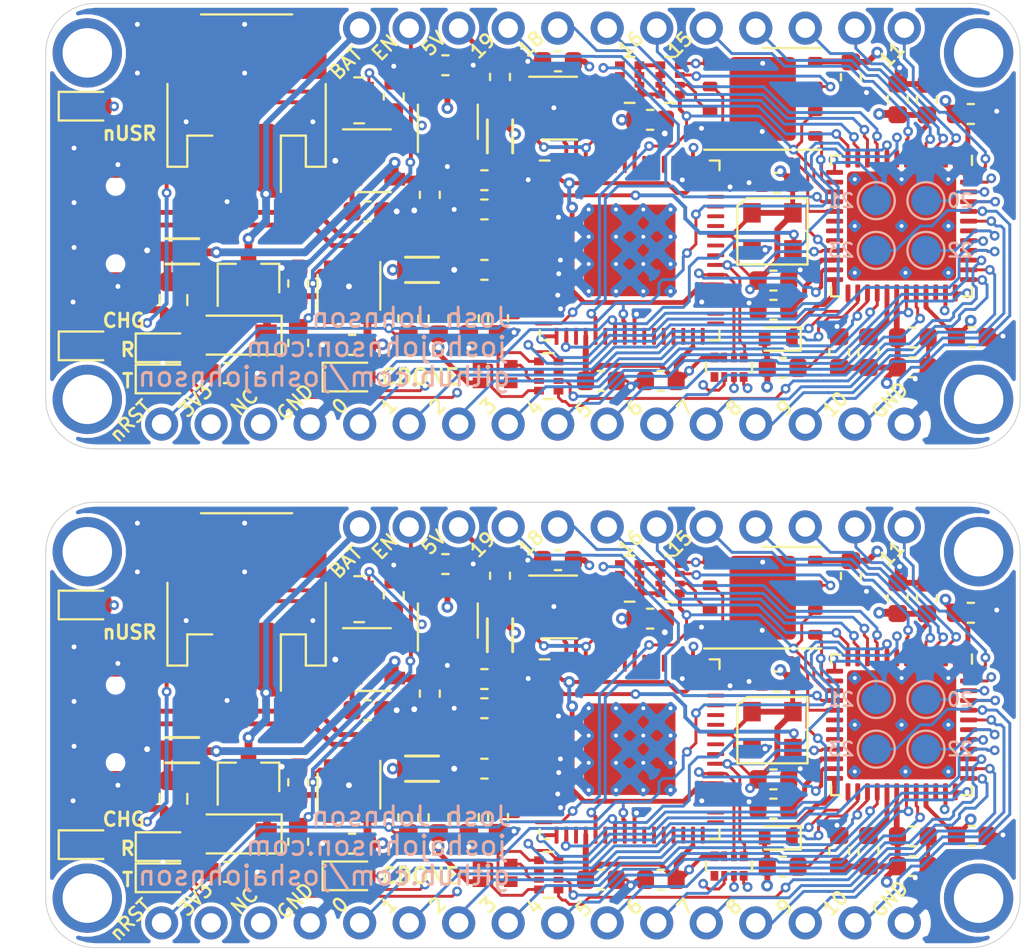
<source format=kicad_pcb>
(kicad_pcb (version 20171130) (host pcbnew "(5.1.2)-1")
  (layers (0 F.Cu signal) (1 Layer2 signal) (2 Layer3 signal) (31 B.Cu signal) (34 B.Paste user) (35 F.Paste user) (36 B.SilkS user) (37 F.SilkS user) (38 B.Mask user) (39 F.Mask user) (44 Edge.Cuts user))
  (net 0 "")
  (net 1 "Net-(C1-Pad1)")
  (net 2 +BATT)
  (net 3 +3V3)
  (net 4 +5V)
  (net 5 +1V2)
  (net 6 +1V8)
  (net 7 "Net-(D1-Pad1)")
  (net 8 "Net-(D4-Pad1)")
  (net 9 /ICE_CDONE)
  (net 10 "Net-(D6-Pad1)")
  (net 11 "Net-(D6-Pad3)")
  (net 12 "Net-(D6-Pad2)")
  (net 13 "Net-(D7-Pad1)")
  (net 14 "Net-(F1-Pad1)")
  (net 15 /LDO_EN)
  (net 16 /nICE_CRESET)
  (net 17 "Net-(R3-Pad1)")
  (net 18 "Net-(R6-Pad1)")
  (net 19 /nLED_RED)
  (net 20 /nLED_GREEN)
  (net 21 /nLED_BLUE)
  (net 22 "Net-(R13-Pad2)")
  (net 23 "/FTDI Programmer / UART/FT_EEDATA")
  (net 24 "Net-(R14-Pad1)")
  (net 25 "Net-(R15-Pad1)")
  (net 26 /ICE_SCK)
  (net 27 /FLASH_nWP|IO2)
  (net 28 /ICE_SS)
  (net 29 "/FTDI Programmer / UART/FT_EECS")
  (net 30 "/FTDI Programmer / UART/FT_EECLK")
  (net 31 /FLASH_MISO|IO1)
  (net 32 /FLASH_MOSI|IO0)
  (net 33 /ICE_CLK)
  (net 34 "Net-(C31-Pad1)")
  (net 35 "Net-(C32-Pad1)")
  (net 36 GND)
  (net 37 /USB_P)
  (net 38 /USB_N)
  (net 39 /nLED)
  (net 40 /TX_FPGA)
  (net 41 /RX_FPGA)
  (net 42 /IO3)
  (net 43 /IO2)
  (net 44 /IO1)
  (net 45 /IO0)
  (net 46 /IO5)
  (net 47 /IO4)
  (net 48 /IO6)
  (net 49 /IO7)
  (net 50 /IO11)
  (net 51 /IO12)
  (net 52 /IO13)
  (net 53 /IO14)
  (net 54 /IO15)
  (net 55 /IO16)
  (net 56 /IO17)
  (net 57 /IO18)
  (net 58 /IO19)
  (net 59 /IO10)
  (net 60 /IO9)
  (net 61 /IO8)
  (net 62 "Net-(D3-Pad2)")
  (net 63 "Net-(D8-Pad2)")
  (net 64 "Net-(F1-Pad2)")
  (net 65 /FLASH_nHOLD|IO3)
  (net 66 "Net-(RN5-Pad1)")
  (net 67 "Net-(TP1-Pad1)")
  (net 68 "Net-(TP2-Pad1)")
  (net 69 "Net-(TP3-Pad1)")
  (net 70 "Net-(TP4-Pad1)")
  (module josh-connectors:featherwing (layer F.Cu) (at 51.29 59.455001)
    (fp_text reference J3)
    (fp_text value Feather)
    (fp_line (start 24.993132 8.938762) (end 24.9936 -8.89) (layer Edge.Cuts) (width 0.05))
    (fp_line (start -22.4536 11.43) (end 22.4536 11.43) (layer Edge.Cuts) (width 0.05))
    (fp_line (start -24.9936 -8.89) (end -24.9936 8.89) (layer Edge.Cuts) (width 0.05))
    (fp_arc (start 22.4536 -8.89) (end 22.4536 -11.43) (angle 90) (layer Edge.Cuts) (width 0.05))
    (fp_arc (start 22.4536 8.89) (end 22.4536 11.43) (angle -88.9) (layer Edge.Cuts) (width 0.05))
    (fp_arc (start -22.4536 8.89) (end -22.4536 11.43) (angle 90) (layer Edge.Cuts) (width 0.05))
    (fp_arc (start -22.4536 -8.89) (end -24.9936 -8.89) (angle 90) (layer Edge.Cuts) (width 0.05))
    (pad "" np_thru_hole circle (at 22.86 8.89) (size 3.556 3.556) (drill 2.54) (layers *.Cu *.Mask))
    (pad "" np_thru_hole circle (at -22.86 8.89) (size 3.556 3.556) (drill 2.54) (layers *.Cu *.Mask))
    (pad "" np_thru_hole circle (at 22.86 -8.89) (size 3.556 3.556) (drill 2.54) (layers *.Cu *.Mask))
    (pad "" np_thru_hole circle (at -22.86 -8.89) (size 3.556 3.556) (drill 2.54) (layers *.Cu *.Mask))
    (pad 17 thru_hole circle (at 19.05 -10.16) (size 1.7 1.7) (drill 1) (layers *.Cu *.Mask) (net 50 /IO11))
    (pad 18 thru_hole circle (at 16.51 -10.16) (size 1.7 1.7) (drill 1) (layers *.Cu *.Mask) (net 51 /IO12))
    (pad 19 thru_hole circle (at 13.97 -10.16) (size 1.7 1.7) (drill 1) (layers *.Cu *.Mask) (net 52 /IO13))
    (pad 20 thru_hole circle (at 11.43 -10.16) (size 1.7 1.7) (drill 1) (layers *.Cu *.Mask) (net 53 /IO14))
    (pad 21 thru_hole circle (at 8.89 -10.16) (size 1.7 1.7) (drill 1) (layers *.Cu *.Mask) (net 54 /IO15))
    (pad 22 thru_hole circle (at 6.35 -10.16) (size 1.7 1.7) (drill 1) (layers *.Cu *.Mask) (net 55 /IO16))
    (pad 23 thru_hole circle (at 3.81 -10.16) (size 1.7 1.7) (drill 1) (layers *.Cu *.Mask) (net 56 /IO17))
    (pad 24 thru_hole circle (at 1.27 -10.16) (size 1.7 1.7) (drill 1) (layers *.Cu *.Mask) (net 57 /IO18))
    (pad 25 thru_hole circle (at -1.27 -10.16) (size 1.7 1.7) (drill 1) (layers *.Cu *.Mask) (net 58 /IO19))
    (pad 26 thru_hole circle (at -3.81 -10.16) (size 1.7 1.7) (drill 1) (layers *.Cu *.Mask) (net 4 +5V))
    (pad 27 thru_hole circle (at -6.35 -10.16) (size 1.7 1.7) (drill 1) (layers *.Cu *.Mask) (net 15 /LDO_EN))
    (pad 28 thru_hole circle (at -8.89 -10.16) (size 1.7 1.7) (drill 1) (layers *.Cu *.Mask) (net 2 +BATT))
    (pad 16 thru_hole circle (at 19.05 10.16) (size 1.7 1.7) (drill 1) (layers *.Cu *.Mask) (net 36 GND))
    (pad 1 thru_hole circle (at -19.05 10.16) (size 1.7 1.7) (drill 1) (layers *.Cu *.Mask) (net 16 /nICE_CRESET))
    (pad 15 thru_hole circle (at 16.51 10.16) (size 1.7 1.7) (drill 1) (layers *.Cu *.Mask) (net 59 /IO10))
    (pad 14 thru_hole circle (at 13.97 10.16) (size 1.7 1.7) (drill 1) (layers *.Cu *.Mask) (net 60 /IO9))
    (pad 13 thru_hole circle (at 11.43 10.16) (size 1.7 1.7) (drill 1) (layers *.Cu *.Mask) (net 61 /IO8))
    (pad 12 thru_hole circle (at 8.89 10.16) (size 1.7 1.7) (drill 1) (layers *.Cu *.Mask) (net 49 /IO7))
    (pad 11 thru_hole circle (at 6.35 10.16) (size 1.7 1.7) (drill 1) (layers *.Cu *.Mask) (net 48 /IO6))
    (pad 10 thru_hole circle (at 3.81 10.16) (size 1.7 1.7) (drill 1) (layers *.Cu *.Mask) (net 46 /IO5))
    (pad 9 thru_hole circle (at 1.27 10.16) (size 1.7 1.7) (drill 1) (layers *.Cu *.Mask) (net 47 /IO4))
    (pad 8 thru_hole circle (at -1.27 10.16) (size 1.7 1.7) (drill 1) (layers *.Cu *.Mask) (net 42 /IO3))
    (pad 7 thru_hole circle (at -3.81 10.16) (size 1.7 1.7) (drill 1) (layers *.Cu *.Mask) (net 43 /IO2))
    (pad 6 thru_hole circle (at -6.35 10.16) (size 1.7 1.7) (drill 1) (layers *.Cu *.Mask) (net 44 /IO1))
    (pad 5 thru_hole circle (at -8.89 10.16) (size 1.7 1.7) (drill 1) (layers *.Cu *.Mask) (net 45 /IO0))
    (pad 4 thru_hole circle (at -11.43 10.16) (size 1.7 1.7) (drill 1) (layers *.Cu *.Mask) (net 36 GND))
    (pad 3 thru_hole circle (at -13.97 10.16) (size 1.7 1.7) (drill 1) (layers *.Cu *.Mask))
    (pad 2 thru_hole circle (at -16.51 10.16) (size 1.7 1.7) (drill 1) (layers *.Cu *.Mask) (net 3 +3V3))
  )
  (module josh-connectors:featherwing (layer F.Cu) (at 51.29 33.855001)
    (fp_text reference J3)
    (fp_text value Feather)
    (fp_arc (start -22.4536 -8.89) (end -24.9936 -8.89) (angle 90) (layer Edge.Cuts) (width 0.05))
    (fp_arc (start -22.4536 8.89) (end -22.4536 11.43) (angle 90) (layer Edge.Cuts) (width 0.05))
    (fp_arc (start 22.4536 8.89) (end 22.4536 11.43) (angle -88.9) (layer Edge.Cuts) (width 0.05))
    (fp_arc (start 22.4536 -8.89) (end 22.4536 -11.43) (angle 90) (layer Edge.Cuts) (width 0.05))
    (fp_line (start -24.9936 -8.89) (end -24.9936 8.89) (layer Edge.Cuts) (width 0.05))
    (fp_line (start 24.993132 8.938762) (end 24.9936 -8.89) (layer Edge.Cuts) (width 0.05))
    (fp_line (start 22.4536 -11.43) (end -22.4536 -11.43) (layer Edge.Cuts) (width 0.05))
    (pad 2 thru_hole circle (at -16.51 10.16) (size 1.7 1.7) (drill 1) (layers *.Cu *.Mask) (net 3 +3V3))
    (pad 3 thru_hole circle (at -13.97 10.16) (size 1.7 1.7) (drill 1) (layers *.Cu *.Mask))
    (pad 4 thru_hole circle (at -11.43 10.16) (size 1.7 1.7) (drill 1) (layers *.Cu *.Mask) (net 36 GND))
    (pad 5 thru_hole circle (at -8.89 10.16) (size 1.7 1.7) (drill 1) (layers *.Cu *.Mask) (net 45 /IO0))
    (pad 6 thru_hole circle (at -6.35 10.16) (size 1.7 1.7) (drill 1) (layers *.Cu *.Mask) (net 44 /IO1))
    (pad 7 thru_hole circle (at -3.81 10.16) (size 1.7 1.7) (drill 1) (layers *.Cu *.Mask) (net 43 /IO2))
    (pad 8 thru_hole circle (at -1.27 10.16) (size 1.7 1.7) (drill 1) (layers *.Cu *.Mask) (net 42 /IO3))
    (pad 9 thru_hole circle (at 1.27 10.16) (size 1.7 1.7) (drill 1) (layers *.Cu *.Mask) (net 47 /IO4))
    (pad 10 thru_hole circle (at 3.81 10.16) (size 1.7 1.7) (drill 1) (layers *.Cu *.Mask) (net 46 /IO5))
    (pad 11 thru_hole circle (at 6.35 10.16) (size 1.7 1.7) (drill 1) (layers *.Cu *.Mask) (net 48 /IO6))
    (pad 12 thru_hole circle (at 8.89 10.16) (size 1.7 1.7) (drill 1) (layers *.Cu *.Mask) (net 49 /IO7))
    (pad 13 thru_hole circle (at 11.43 10.16) (size 1.7 1.7) (drill 1) (layers *.Cu *.Mask) (net 61 /IO8))
    (pad 14 thru_hole circle (at 13.97 10.16) (size 1.7 1.7) (drill 1) (layers *.Cu *.Mask) (net 60 /IO9))
    (pad 15 thru_hole circle (at 16.51 10.16) (size 1.7 1.7) (drill 1) (layers *.Cu *.Mask) (net 59 /IO10))
    (pad 1 thru_hole circle (at -19.05 10.16) (size 1.7 1.7) (drill 1) (layers *.Cu *.Mask) (net 16 /nICE_CRESET))
    (pad 16 thru_hole circle (at 19.05 10.16) (size 1.7 1.7) (drill 1) (layers *.Cu *.Mask) (net 36 GND))
    (pad 28 thru_hole circle (at -8.89 -10.16) (size 1.7 1.7) (drill 1) (layers *.Cu *.Mask) (net 2 +BATT))
    (pad 27 thru_hole circle (at -6.35 -10.16) (size 1.7 1.7) (drill 1) (layers *.Cu *.Mask) (net 15 /LDO_EN))
    (pad 26 thru_hole circle (at -3.81 -10.16) (size 1.7 1.7) (drill 1) (layers *.Cu *.Mask) (net 4 +5V))
    (pad 25 thru_hole circle (at -1.27 -10.16) (size 1.7 1.7) (drill 1) (layers *.Cu *.Mask) (net 58 /IO19))
    (pad 24 thru_hole circle (at 1.27 -10.16) (size 1.7 1.7) (drill 1) (layers *.Cu *.Mask) (net 57 /IO18))
    (pad 23 thru_hole circle (at 3.81 -10.16) (size 1.7 1.7) (drill 1) (layers *.Cu *.Mask) (net 56 /IO17))
    (pad 22 thru_hole circle (at 6.35 -10.16) (size 1.7 1.7) (drill 1) (layers *.Cu *.Mask) (net 55 /IO16))
    (pad 21 thru_hole circle (at 8.89 -10.16) (size 1.7 1.7) (drill 1) (layers *.Cu *.Mask) (net 54 /IO15))
    (pad 20 thru_hole circle (at 11.43 -10.16) (size 1.7 1.7) (drill 1) (layers *.Cu *.Mask) (net 53 /IO14))
    (pad 19 thru_hole circle (at 13.97 -10.16) (size 1.7 1.7) (drill 1) (layers *.Cu *.Mask) (net 52 /IO13))
    (pad 18 thru_hole circle (at 16.51 -10.16) (size 1.7 1.7) (drill 1) (layers *.Cu *.Mask) (net 51 /IO12))
    (pad 17 thru_hole circle (at 19.05 -10.16) (size 1.7 1.7) (drill 1) (layers *.Cu *.Mask) (net 50 /IO11))
    (pad "" np_thru_hole circle (at -22.86 -8.89) (size 3.556 3.556) (drill 2.54) (layers *.Cu *.Mask))
    (pad "" np_thru_hole circle (at 22.86 -8.89) (size 3.556 3.556) (drill 2.54) (layers *.Cu *.Mask))
    (pad "" np_thru_hole circle (at -22.86 8.89) (size 3.556 3.556) (drill 2.54) (layers *.Cu *.Mask))
    (pad "" np_thru_hole circle (at 22.86 8.89) (size 3.556 3.556) (drill 2.54) (layers *.Cu *.Mask))
  )
  (module Resistor_SMD:R_Array_Convex_4x0402 (layer F.Cu) (at 52.1 67.15 180)
    (fp_text reference RN3 hide)
    (fp_text value 330R)
    (pad 5 smd rect (at 0.5 0.75 180) (size 0.5 0.4) (layers F.Cu F.Paste F.Mask) (net 10 "Net-(D6-Pad1)"))
    (pad 6 smd rect (at 0.5 0.25 180) (size 0.5 0.3) (layers F.Cu F.Paste F.Mask))
    (pad 8 smd rect (at 0.5 -0.75 180) (size 0.5 0.4) (layers F.Cu F.Paste F.Mask) (net 11 "Net-(D6-Pad3)"))
    (pad 7 smd rect (at 0.5 -0.25 180) (size 0.5 0.3) (layers F.Cu F.Paste F.Mask) (net 12 "Net-(D6-Pad2)"))
    (pad 4 smd rect (at -0.5 0.75 180) (size 0.5 0.4) (layers F.Cu F.Paste F.Mask) (net 19 /nLED_RED))
    (pad 2 smd rect (at -0.5 -0.25 180) (size 0.5 0.3) (layers F.Cu F.Paste F.Mask) (net 20 /nLED_GREEN))
    (pad 3 smd rect (at -0.5 0.25 180) (size 0.5 0.3) (layers F.Cu F.Paste F.Mask))
    (pad 1 smd rect (at -0.5 -0.75 180) (size 0.5 0.4) (layers F.Cu F.Paste F.Mask) (net 21 /nLED_BLUE))
  )
  (module Package_TO_SOT_SMD:SOT-23-6 (layer F.Cu) (at 52.65 53.4)
    (fp_text reference U6 hide)
    (fp_text value 93C46B)
    (pad 1 smd rect (at -1.1 -0.95) (size 1.06 0.65) (layers F.Cu F.Paste F.Mask) (net 22 "Net-(R13-Pad2)"))
    (pad 2 smd rect (at -1.1 0) (size 1.06 0.65) (layers F.Cu F.Paste F.Mask) (net 36 GND))
    (pad 3 smd rect (at -1.1 0.95) (size 1.06 0.65) (layers F.Cu F.Paste F.Mask) (net 23 "/FTDI Programmer / UART/FT_EEDATA"))
    (pad 4 smd rect (at 1.1 0.95) (size 1.06 0.65) (layers F.Cu F.Paste F.Mask) (net 30 "/FTDI Programmer / UART/FT_EECLK"))
    (pad 6 smd rect (at 1.1 -0.95) (size 1.06 0.65) (layers F.Cu F.Paste F.Mask) (net 3 +3V3))
    (pad 5 smd rect (at 1.1 0) (size 1.06 0.65) (layers F.Cu F.Paste F.Mask) (net 29 "/FTDI Programmer / UART/FT_EECS"))
  )
  (module josh-logos:OSHW_Logo_3.6x3.6_F.Mask (layer B.Cu) (at 34.9 64 180)
    (fp_text reference G*** hide)
    (fp_text value LOGO hide)
  )
  (module josh-led:LED_0606 (layer F.Cu) (at 49.35 67.05 90)
    (fp_text reference D6 hide)
    (fp_text value LED_RGBA)
    (pad 4 smd rect (at -0.45 -0.8 90) (size 0.55 0.7) (layers F.Cu F.Paste F.Mask) (net 3 +3V3))
    (pad 1 smd rect (at -0.45 0.8 90) (size 0.55 0.7) (layers F.Cu F.Paste F.Mask) (net 10 "Net-(D6-Pad1)"))
    (pad 3 smd rect (at 0.45 -0.8 90) (size 0.55 0.7) (layers F.Cu F.Paste F.Mask) (net 11 "Net-(D6-Pad3)"))
    (pad 2 smd rect (at 0.45 0.8 90) (size 0.55 0.7) (layers F.Cu F.Paste F.Mask) (net 12 "Net-(D6-Pad2)"))
  )
  (module Capacitor_SMD:C_0603_1608Metric (layer F.Cu) (at 42.8 58.7)
    (fp_text reference C2 hide)
    (fp_text value 10u)
    (pad 1 smd roundrect (at -0.7875 0) (size 0.875 0.95) (layers F.Cu F.Paste F.Mask) (net 2 +BATT))
    (pad 2 smd roundrect (at 0.7875 0) (size 0.875 0.95) (layers F.Cu F.Paste F.Mask) (net 36 GND))
  )
  (module Capacitor_SMD:C_0603_1608Metric (layer F.Cu) (at 39.25 62.4 90)
    (fp_text reference C1 hide)
    (fp_text value 10u)
    (pad 1 smd roundrect (at -0.7875 0 90) (size 0.875 0.95) (layers F.Cu F.Paste F.Mask) (net 1 "Net-(C1-Pad1)"))
    (pad 2 smd roundrect (at 0.7875 0 90) (size 0.875 0.95) (layers F.Cu F.Paste F.Mask) (net 36 GND))
  )
  (module Capacitor_SMD:C_0603_1608Metric (layer F.Cu) (at 73.75 53.7)
    (fp_text reference C8 hide)
    (fp_text value 100n)
    (pad 1 smd roundrect (at -0.7875 0) (size 0.875 0.95) (layers F.Cu F.Paste F.Mask) (net 3 +3V3))
    (pad 2 smd roundrect (at 0.7875 0) (size 0.875 0.95) (layers F.Cu F.Paste F.Mask) (net 36 GND))
  )
  (module LED_SMD:LED_0603_1608Metric (layer F.Cu) (at 32.4 67.3)
    (fp_text reference D3 hide)
    (fp_text value GRN)
    (pad 1 smd roundrect (at -0.7875 0) (size 0.875 0.95) (layers F.Cu F.Paste F.Mask) (net 36 GND))
    (pad 2 smd roundrect (at 0.7875 0) (size 0.875 0.95) (layers F.Cu F.Paste F.Mask) (net 62 "Net-(D3-Pad2)"))
  )
  (module LED_SMD:LED_0603_1608Metric (layer F.Cu) (at 32.4 65.7)
    (fp_text reference D8 hide)
    (fp_text value GRN)
    (pad 1 smd roundrect (at -0.7875 0) (size 0.875 0.95) (layers F.Cu F.Paste F.Mask) (net 36 GND))
    (pad 2 smd roundrect (at 0.7875 0) (size 0.875 0.95) (layers F.Cu F.Paste F.Mask) (net 63 "Net-(D8-Pad2)"))
  )
  (module Package_TO_SOT_SMD:SOT-23-5 (layer F.Cu) (at 43.1 56.1)
    (fp_text reference U1 hide)
    (fp_text value MCP73831-2-OT)
    (pad 1 smd rect (at -1.1 -0.95) (size 1.06 0.65) (layers F.Cu F.Paste F.Mask) (net 66 "Net-(RN5-Pad1)"))
    (pad 2 smd rect (at -1.1 0) (size 1.06 0.65) (layers F.Cu F.Paste F.Mask) (net 36 GND))
    (pad 3 smd rect (at -1.1 0.95) (size 1.06 0.65) (layers F.Cu F.Paste F.Mask) (net 2 +BATT))
    (pad 4 smd rect (at 1.1 0.95) (size 1.06 0.65) (layers F.Cu F.Paste F.Mask) (net 4 +5V))
    (pad 5 smd rect (at 1.1 -0.95) (size 1.06 0.65) (layers F.Cu F.Paste F.Mask) (net 17 "Net-(R3-Pad1)"))
  )
  (module Capacitor_SMD:C_0603_1608Metric (layer F.Cu) (at 64.1 66.725)
    (fp_text reference C21 hide)
    (fp_text value 100n)
    (pad 1 smd roundrect (at -0.7875 0) (size 0.875 0.95) (layers F.Cu F.Paste F.Mask) (net 3 +3V3))
    (pad 2 smd roundrect (at 0.7875 0) (size 0.875 0.95) (layers F.Cu F.Paste F.Mask) (net 36 GND))
  )
  (module Resistor_SMD:R_0603_1608Metric (layer F.Cu) (at 44.9 64.2 270)
    (fp_text reference R5 hide)
    (fp_text value 10K)
    (pad 1 smd roundrect (at -0.7875 0 270) (size 0.875 0.95) (layers F.Cu F.Paste F.Mask) (net 3 +3V3))
    (pad 2 smd roundrect (at 0.7875 0 270) (size 0.875 0.95) (layers F.Cu F.Paste F.Mask) (net 16 /nICE_CRESET))
  )
  (module josh-oscillators:CDFN_3.2x2.5mm_XO (layer F.Cu) (at 63.575 59.725 270)
    (fp_text reference X1 hide)
    (fp_text value DSC6101CI1A)
    (pad 4 smd rect (at -0.95 -1.05 270) (size 1 0.9) (layers F.Cu F.Paste F.Mask) (net 3 +3V3))
    (pad 1 smd rect (at -0.95 1.05 270) (size 1 0.9) (layers F.Cu F.Paste F.Mask) (net 3 +3V3))
    (pad 3 smd rect (at 0.95 -1.05 270) (size 1 0.9) (layers F.Cu F.Paste F.Mask) (net 33 /ICE_CLK))
    (pad 2 smd rect (at 0.95 1.05 270) (size 1 0.9) (layers F.Cu F.Paste F.Mask) (net 36 GND))
  )
  (module josh-soic-sot-etc:WSON-8-1EP_6x5mm_P1.27mm_EP3.4x4.3mm (layer F.Cu) (at 63.075 52.925)
    (fp_text reference U2 hide)
    (fp_text value W25Q32JVZP)
    (pad 9 smd roundrect (at 0 0) (size 3.4 4.3) (layers F.Cu F.Mask) (roundrect_rratio 0.073529) (net 36 GND))
    (pad 1 smd roundrect (at -2.7 -1.905) (size 0.75 0.5) (layers F.Cu F.Paste F.Mask) (net 28 /ICE_SS))
    (pad 2 smd roundrect (at -2.7 -0.635) (size 0.75 0.5) (layers F.Cu F.Paste F.Mask) (net 31 /FLASH_MISO|IO1))
    (pad 3 smd roundrect (at -2.7 0.635) (size 0.75 0.5) (layers F.Cu F.Paste F.Mask) (net 27 /FLASH_nWP|IO2))
    (pad 4 smd roundrect (at -2.7 1.905) (size 0.75 0.5) (layers F.Cu F.Paste F.Mask) (net 36 GND))
    (pad 5 smd roundrect (at 2.7 1.905) (size 0.75 0.5) (layers F.Cu F.Paste F.Mask) (net 32 /FLASH_MOSI|IO0))
    (pad 6 smd roundrect (at 2.7 0.635) (size 0.75 0.5) (layers F.Cu F.Paste F.Mask) (net 26 /ICE_SCK))
    (pad 7 smd roundrect (at 2.7 -0.635) (size 0.75 0.5) (layers F.Cu F.Paste F.Mask) (net 65 /FLASH_nHOLD|IO3))
    (pad 8 smd roundrect (at 2.7 -1.905) (size 0.75 0.5) (layers F.Cu F.Paste F.Mask) (net 3 +3V3))
  )
  (module josh-connectors:USB_Micro_Aliexpress (layer F.Cu) (at 26.3 59.4 270)
    (fp_text reference J1 hide)
    (fp_text value USB_B_Micro)
    (pad 6 smd rect (at 1.15 -1.45 270) (size 1.9 1.9) (layers F.Cu F.Paste F.Mask) (net 36 GND))
    (pad 6 smd rect (at -1.15 -1.45 270) (size 1.9 1.9) (layers F.Cu F.Paste F.Mask) (net 36 GND))
    (pad 6 smd rect (at -3.95 -1.45 270) (size 1.9 1.9) (layers F.Cu F.Paste F.Mask) (net 36 GND))
    (pad 6 smd rect (at 3.95 -1.45 270) (size 1.9 1.9) (layers F.Cu F.Paste F.Mask) (net 36 GND))
    (pad 6 smd rect (at 3.1 -3.7 270) (size 1.35 1) (layers F.Cu F.Paste F.Mask) (net 36 GND))
    (pad 6 smd rect (at -3.1 -3.7 270) (size 1.35 1) (layers F.Cu F.Paste F.Mask) (net 36 GND))
    (pad 3 smd rect (at 0 -4.125 270) (size 0.4 1.35) (layers F.Cu F.Paste F.Mask) (net 37 /USB_P))
    (pad "" np_thru_hole circle (at -2 -3.58 270) (size 0.6 0.6) (drill 0.6) (layers *.Cu *.Mask))
    (pad "" np_thru_hole circle (at 2 -3.58 270) (size 0.6 0.6) (drill 0.6) (layers *.Mask F.Cu))
    (pad 5 smd rect (at 1.3 -4.125 270) (size 0.4 1.35) (layers F.Cu F.Paste F.Mask) (net 36 GND))
    (pad 4 smd rect (at 0.65 -4.125 270) (size 0.4 1.35) (layers F.Cu F.Paste F.Mask))
    (pad 1 smd rect (at -1.3 -4.125 270) (size 0.4 1.35) (layers F.Cu F.Paste F.Mask) (net 64 "Net-(F1-Pad2)"))
    (pad 2 smd rect (at -0.65 -4.125 270) (size 0.4 1.35) (layers F.Cu F.Paste F.Mask) (net 38 /USB_N))
  )
  (module josh-dfn-qfn:QFN-64-1EP_9x9mm_P0.5mm_EP4.7x4.7mm_ThermalVias (layer F.Cu) (at 56.25 60.7)
    (fp_text reference U7 hide)
    (fp_text value FT2232H)
    (pad 65 smd roundrect (at 0 0) (size 4.7 4.7) (layers F.Cu F.Mask) (roundrect_rratio 0.053191) (net 36 GND))
    (pad 65 thru_hole circle (at -2.1 -2.1) (size 0.5 0.5) (drill 0.2) (layers *.Cu) (net 36 GND))
    (pad 65 thru_hole circle (at -0.7 -2.1) (size 0.5 0.5) (drill 0.2) (layers *.Cu) (net 36 GND))
    (pad 65 thru_hole circle (at 0.7 -2.1) (size 0.5 0.5) (drill 0.2) (layers *.Cu) (net 36 GND))
    (pad 65 thru_hole circle (at 2.1 -2.1) (size 0.5 0.5) (drill 0.2) (layers *.Cu) (net 36 GND))
    (pad 65 thru_hole circle (at -2.1 -0.7) (size 0.5 0.5) (drill 0.2) (layers *.Cu) (net 36 GND))
    (pad 65 thru_hole circle (at -0.7 -0.7) (size 0.5 0.5) (drill 0.2) (layers *.Cu) (net 36 GND))
    (pad 65 thru_hole circle (at 0.7 -0.7) (size 0.5 0.5) (drill 0.2) (layers *.Cu) (net 36 GND))
    (pad 65 thru_hole circle (at 2.1 -0.7) (size 0.5 0.5) (drill 0.2) (layers *.Cu) (net 36 GND))
    (pad 65 thru_hole circle (at -2.1 0.7) (size 0.5 0.5) (drill 0.2) (layers *.Cu) (net 36 GND))
    (pad 65 thru_hole circle (at -0.7 0.7) (size 0.5 0.5) (drill 0.2) (layers *.Cu) (net 36 GND))
    (pad 65 thru_hole circle (at 0.7 0.7) (size 0.5 0.5) (drill 0.2) (layers *.Cu) (net 36 GND))
    (pad 65 thru_hole circle (at 2.1 0.7) (size 0.5 0.5) (drill 0.2) (layers *.Cu) (net 36 GND))
    (pad 65 thru_hole circle (at -2.1 2.1) (size 0.5 0.5) (drill 0.2) (layers *.Cu) (net 36 GND))
    (pad 65 thru_hole circle (at -0.7 2.1) (size 0.5 0.5) (drill 0.2) (layers *.Cu) (net 36 GND))
    (pad 65 thru_hole circle (at 0.7 2.1) (size 0.5 0.5) (drill 0.2) (layers *.Cu) (net 36 GND))
    (pad 65 thru_hole circle (at 2.1 2.1) (size 0.5 0.5) (drill 0.2) (layers *.Cu) (net 36 GND))
    (pad 1 smd roundrect (at -4.4125 -3.75) (size 0.875 0.2) (layers F.Cu F.Paste F.Mask) (net 36 GND))
    (pad 2 smd roundrect (at -4.4125 -3.25) (size 0.875 0.2) (layers F.Cu F.Paste F.Mask) (net 33 /ICE_CLK))
    (pad 3 smd roundrect (at -4.4125 -2.75) (size 0.875 0.2) (layers F.Cu F.Paste F.Mask))
    (pad 4 smd roundrect (at -4.4125 -2.25) (size 0.875 0.2) (layers F.Cu F.Paste F.Mask) (net 35 "Net-(C32-Pad1)"))
    (pad 5 smd roundrect (at -4.4125 -1.75) (size 0.875 0.2) (layers F.Cu F.Paste F.Mask) (net 36 GND))
    (pad 6 smd roundrect (at -4.4125 -1.25) (size 0.875 0.2) (layers F.Cu F.Paste F.Mask) (net 25 "Net-(R15-Pad1)"))
    (pad 7 smd roundrect (at -4.4125 -0.75) (size 0.875 0.2) (layers F.Cu F.Paste F.Mask) (net 38 /USB_N))
    (pad 8 smd roundrect (at -4.4125 -0.25) (size 0.875 0.2) (layers F.Cu F.Paste F.Mask) (net 37 /USB_P))
    (pad 9 smd roundrect (at -4.4125 0.25) (size 0.875 0.2) (layers F.Cu F.Paste F.Mask) (net 34 "Net-(C31-Pad1)"))
    (pad 10 smd roundrect (at -4.4125 0.75) (size 0.875 0.2) (layers F.Cu F.Paste F.Mask) (net 36 GND))
    (pad 11 smd roundrect (at -4.4125 1.25) (size 0.875 0.2) (layers F.Cu F.Paste F.Mask) (net 36 GND))
    (pad 12 smd roundrect (at -4.4125 1.75) (size 0.875 0.2) (layers F.Cu F.Paste F.Mask) (net 6 +1V8))
    (pad 13 smd roundrect (at -4.4125 2.25) (size 0.875 0.2) (layers F.Cu F.Paste F.Mask) (net 36 GND))
    (pad 14 smd roundrect (at -4.4125 2.75) (size 0.875 0.2) (layers F.Cu F.Paste F.Mask) (net 24 "Net-(R14-Pad1)"))
    (pad 15 smd roundrect (at -4.4125 3.25) (size 0.875 0.2) (layers F.Cu F.Paste F.Mask) (net 36 GND))
    (pad 16 smd roundrect (at -4.4125 3.75) (size 0.875 0.2) (layers F.Cu F.Paste F.Mask) (net 26 /ICE_SCK))
    (pad 17 smd roundrect (at -3.75 4.4125) (size 0.2 0.875) (layers F.Cu F.Paste F.Mask) (net 32 /FLASH_MOSI|IO0))
    (pad 18 smd roundrect (at -3.25 4.4125) (size 0.2 0.875) (layers F.Cu F.Paste F.Mask) (net 31 /FLASH_MISO|IO1))
    (pad 19 smd roundrect (at -2.75 4.4125) (size 0.2 0.875) (layers F.Cu F.Paste F.Mask))
    (pad 20 smd roundrect (at -2.25 4.4125) (size 0.2 0.875) (layers F.Cu F.Paste F.Mask) (net 3 +3V3))
    (pad 21 smd roundrect (at -1.75 4.4125) (size 0.2 0.875) (layers F.Cu F.Paste F.Mask) (net 28 /ICE_SS))
    (pad 22 smd roundrect (at -1.25 4.4125) (size 0.2 0.875) (layers F.Cu F.Paste F.Mask))
    (pad 23 smd roundrect (at -0.75 4.4125) (size 0.2 0.875) (layers F.Cu F.Paste F.Mask) (net 9 /ICE_CDONE))
    (pad 24 smd roundrect (at -0.25 4.4125) (size 0.2 0.875) (layers F.Cu F.Paste F.Mask) (net 16 /nICE_CRESET))
    (pad 25 smd roundrect (at 0.25 4.4125) (size 0.2 0.875) (layers F.Cu F.Paste F.Mask) (net 36 GND))
    (pad 26 smd roundrect (at 0.75 4.4125) (size 0.2 0.875) (layers F.Cu F.Paste F.Mask))
    (pad 27 smd roundrect (at 1.25 4.4125) (size 0.2 0.875) (layers F.Cu F.Paste F.Mask))
    (pad 28 smd roundrect (at 1.75 4.4125) (size 0.2 0.875) (layers F.Cu F.Paste F.Mask))
    (pad 29 smd roundrect (at 2.25 4.4125) (size 0.2 0.875) (layers F.Cu F.Paste F.Mask))
    (pad 30 smd roundrect (at 2.75 4.4125) (size 0.2 0.875) (layers F.Cu F.Paste F.Mask))
    (pad 31 smd roundrect (at 3.25 4.4125) (size 0.2 0.875) (layers F.Cu F.Paste F.Mask) (net 3 +3V3))
    (pad 32 smd roundrect (at 3.75 4.4125) (size 0.2 0.875) (layers F.Cu F.Paste F.Mask))
    (pad 33 smd roundrect (at 4.4125 3.75) (size 0.875 0.2) (layers F.Cu F.Paste F.Mask))
    (pad 34 smd roundrect (at 4.4125 3.25) (size 0.875 0.2) (layers F.Cu F.Paste F.Mask))
    (pad 35 smd roundrect (at 4.4125 2.75) (size 0.875 0.2) (layers F.Cu F.Paste F.Mask) (net 36 GND))
    (pad 36 smd roundrect (at 4.4125 2.25) (size 0.875 0.2) (layers F.Cu F.Paste F.Mask))
    (pad 37 smd roundrect (at 4.4125 1.75) (size 0.875 0.2) (layers F.Cu F.Paste F.Mask) (net 6 +1V8))
    (pad 38 smd roundrect (at 4.4125 1.25) (size 0.875 0.2) (layers F.Cu F.Paste F.Mask) (net 41 /RX_FPGA))
    (pad 39 smd roundrect (at 4.4125 0.75) (size 0.875 0.2) (layers F.Cu F.Paste F.Mask) (net 40 /TX_FPGA))
    (pad 40 smd roundrect (at 4.4125 0.25) (size 0.875 0.2) (layers F.Cu F.Paste F.Mask))
    (pad 41 smd roundrect (at 4.4125 -0.25) (size 0.875 0.2) (layers F.Cu F.Paste F.Mask))
    (pad 42 smd roundrect (at 4.4125 -0.75) (size 0.875 0.2) (layers F.Cu F.Paste F.Mask) (net 3 +3V3))
    (pad 43 smd roundrect (at 4.4125 -1.25) (size 0.875 0.2) (layers F.Cu F.Paste F.Mask))
    (pad 44 smd roundrect (at 4.4125 -1.75) (size 0.875 0.2) (layers F.Cu F.Paste F.Mask))
    (pad 45 smd roundrect (at 4.4125 -2.25) (size 0.875 0.2) (layers F.Cu F.Paste F.Mask))
    (pad 46 smd roundrect (at 4.4125 -2.75) (size 0.875 0.2) (layers F.Cu F.Paste F.Mask))
    (pad 47 smd roundrect (at 4.4125 -3.25) (size 0.875 0.2) (layers F.Cu F.Paste F.Mask) (net 36 GND))
    (pad 48 smd roundrect (at 4.4125 -3.75) (size 0.875 0.2) (layers F.Cu F.Paste F.Mask))
    (pad 49 smd roundrect (at 3.75 -4.4125) (size 0.2 0.875) (layers F.Cu F.Paste F.Mask) (net 6 +1V8))
    (pad 50 smd roundrect (at 3.25 -4.4125) (size 0.2 0.875) (layers F.Cu F.Paste F.Mask) (net 3 +3V3))
    (pad 51 smd roundrect (at 2.75 -4.4125) (size 0.2 0.875) (layers F.Cu F.Paste F.Mask) (net 36 GND))
    (pad 52 smd roundrect (at 2.25 -4.4125) (size 0.2 0.875) (layers F.Cu F.Paste F.Mask))
    (pad 53 smd roundrect (at 1.75 -4.4125) (size 0.2 0.875) (layers F.Cu F.Paste F.Mask))
    (pad 54 smd roundrect (at 1.25 -4.4125) (size 0.2 0.875) (layers F.Cu F.Paste F.Mask))
    (pad 55 smd roundrect (at 0.75 -4.4125) (size 0.2 0.875) (layers F.Cu F.Paste F.Mask))
    (pad 56 smd roundrect (at 0.25 -4.4125) (size 0.2 0.875) (layers F.Cu F.Paste F.Mask) (net 3 +3V3))
    (pad 57 smd roundrect (at -0.25 -4.4125) (size 0.2 0.875) (layers F.Cu F.Paste F.Mask))
    (pad 58 smd roundrect (at -0.75 -4.4125) (size 0.2 0.875) (layers F.Cu F.Paste F.Mask))
    (pad 59 smd roundrect (at -1.25 -4.4125) (size 0.2 0.875) (layers F.Cu F.Paste F.Mask))
    (pad 60 smd roundrect (at -1.75 -4.4125) (size 0.2 0.875) (layers F.Cu F.Paste F.Mask))
    (pad 61 smd roundrect (at -2.25 -4.4125) (size 0.2 0.875) (layers F.Cu F.Paste F.Mask) (net 23 "/FTDI Programmer / UART/FT_EEDATA"))
    (pad 62 smd roundrect (at -2.75 -4.4125) (size 0.2 0.875) (layers F.Cu F.Paste F.Mask) (net 30 "/FTDI Programmer / UART/FT_EECLK"))
    (pad 63 smd roundrect (at -3.25 -4.4125) (size 0.2 0.875) (layers F.Cu F.Paste F.Mask) (net 29 "/FTDI Programmer / UART/FT_EECS"))
    (pad 64 smd roundrect (at -3.75 -4.4125) (size 0.2 0.875) (layers F.Cu F.Paste F.Mask) (net 6 +1V8))
  )
  (module josh-passives-smt:Fuse_0805_2012Metric (layer F.Cu) (at 32.85 63.25 270)
    (fp_text reference F1 hide)
    (fp_text value 500mA)
    (pad 1 smd roundrect (at -0.9375 0 270) (size 0.975 1.4) (layers F.Cu F.Paste F.Mask) (net 14 "Net-(F1-Pad1)"))
    (pad 2 smd roundrect (at 0.9375 0 270) (size 0.975 1.4) (layers F.Cu F.Paste F.Mask) (net 64 "Net-(F1-Pad2)"))
  )
  (module josh-logos:josh-details (layer B.Cu) (at 45.25 65.15 180)
    (fp_text reference REF**)
    (fp_text value "Josh Details")
    (fp_text user "Josh Johnson" (at 0.2 1 180) (layer B.SilkS) (effects (justify mirror)))
    (fp_text user joshajohnson.com (at 2 -0.5) (layer B.SilkS) (effects (justify mirror)))
    (fp_text user github.com/joshajohnson (at 4.6736 -2.032) (layer B.SilkS) (effects (justify mirror)))
  )
  (module Capacitor_SMD:C_0603_1608Metric (layer F.Cu) (at 70 52.95 90)
    (fp_text reference C10 hide)
    (fp_text value 10u)
    (pad 1 smd roundrect (at -0.7875 0 90) (size 0.875 0.95) (layers F.Cu F.Paste F.Mask) (net 5 +1V2))
    (pad 2 smd roundrect (at 0.7875 0 90) (size 0.875 0.95) (layers F.Cu F.Paste F.Mask) (net 36 GND))
  )
  (module Resistor_SMD:R_Array_Convex_4x0402 (layer F.Cu) (at 61.35 66.7 90)
    (fp_text reference RN4 hide)
    (fp_text value 2K2)
    (pad 1 smd rect (at -0.5 -0.75 90) (size 0.5 0.4) (layers F.Cu F.Paste F.Mask))
    (pad 3 smd rect (at -0.5 0.25 90) (size 0.5 0.3) (layers F.Cu F.Paste F.Mask) (net 63 "Net-(D8-Pad2)"))
    (pad 2 smd rect (at -0.5 -0.25 90) (size 0.5 0.3) (layers F.Cu F.Paste F.Mask) (net 9 /ICE_CDONE))
    (pad 4 smd rect (at -0.5 0.75 90) (size 0.5 0.4) (layers F.Cu F.Paste F.Mask) (net 62 "Net-(D3-Pad2)"))
    (pad 7 smd rect (at 0.5 -0.25 90) (size 0.5 0.3) (layers F.Cu F.Paste F.Mask) (net 3 +3V3))
    (pad 8 smd rect (at 0.5 -0.75 90) (size 0.5 0.4) (layers F.Cu F.Paste F.Mask) (net 3 +3V3))
    (pad 6 smd rect (at 0.5 0.25 90) (size 0.5 0.3) (layers F.Cu F.Paste F.Mask) (net 41 /RX_FPGA))
    (pad 5 smd rect (at 0.5 0.75 90) (size 0.5 0.4) (layers F.Cu F.Paste F.Mask) (net 40 /TX_FPGA))
  )
  (module josh-passives-smt:Ferrite_Bead_0603 (layer F.Cu) (at 33.35 60.75)
    (fp_text reference FB1 hide)
    (fp_text value 600R hide)
    (pad 1 smd rect (at -0.8 0) (size 0.85 1) (layers F.Cu F.Paste F.Mask) (net 14 "Net-(F1-Pad1)"))
    (pad 2 smd rect (at 0.8 0) (size 0.85 1) (layers F.Cu F.Paste F.Mask) (net 4 +5V))
  )
  (module Resistor_SMD:R_Array_Convex_4x0402 (layer F.Cu) (at 42.375 53 180)
    (fp_text reference RN5 hide)
    (fp_text value 2K2)
    (pad 1 smd rect (at -0.5 -0.75 180) (size 0.5 0.4) (layers F.Cu F.Paste F.Mask) (net 66 "Net-(RN5-Pad1)"))
    (pad 3 smd rect (at -0.5 0.25 180) (size 0.5 0.3) (layers F.Cu F.Paste F.Mask))
    (pad 2 smd rect (at -0.5 -0.25 180) (size 0.5 0.3) (layers F.Cu F.Paste F.Mask))
    (pad 4 smd rect (at -0.5 0.75 180) (size 0.5 0.4) (layers F.Cu F.Paste F.Mask) (net 39 /nLED))
    (pad 7 smd rect (at 0.5 -0.25 180) (size 0.5 0.3) (layers F.Cu F.Paste F.Mask))
    (pad 8 smd rect (at 0.5 -0.75 180) (size 0.5 0.4) (layers F.Cu F.Paste F.Mask) (net 7 "Net-(D1-Pad1)"))
    (pad 6 smd rect (at 0.5 0.25 180) (size 0.5 0.3) (layers F.Cu F.Paste F.Mask))
    (pad 5 smd rect (at 0.5 0.75 180) (size 0.5 0.4) (layers F.Cu F.Paste F.Mask) (net 13 "Net-(D7-Pad1)"))
  )
  (module TestPoint:TestPoint_Pad_D1.5mm (layer B.Cu) (at 68.9 58.15)
    (fp_text reference TP4 hide)
    (fp_text value 21 (at -1.8 0) (layer B.SilkS) (effects (font (size 0.7 0.7) (thickness 0.125)) (justify mirror)))
    (pad 1 smd circle (at 0 0) (size 1.5 1.5) (layers B.Cu B.Mask) (net 70 "Net-(TP4-Pad1)"))
  )
  (module TestPoint:TestPoint_Pad_D1.5mm (layer B.Cu) (at 71.45 60.7)
    (fp_text reference TP1 hide)
    (fp_text value 22 (at 1.75 0) (layer B.SilkS) (effects (font (size 0.7 0.7) (thickness 0.125)) (justify mirror)))
    (pad 1 smd circle (at 0 0) (size 1.5 1.5) (layers B.Cu B.Mask) (net 67 "Net-(TP1-Pad1)"))
  )
  (module josh-passives-smt:Ferrite_Bead_0603 (layer F.Cu) (at 45.55 61.7 180)
    (fp_text reference FB2 hide)
    (fp_text value 600R hide)
    (pad 1 smd rect (at -0.8 0 180) (size 0.85 1) (layers F.Cu F.Paste F.Mask) (net 34 "Net-(C31-Pad1)"))
    (pad 2 smd rect (at 0.8 0 180) (size 0.85 1) (layers F.Cu F.Paste F.Mask) (net 3 +3V3))
  )
  (module josh-connectors:JST_PH_S2B-PH-SM4-TB_1x02-1MP_P2.00mm_Horizontal (layer F.Cu) (at 36.6 53.1 180)
    (fp_text reference J2 hide)
    (fp_text value JST_PH)
    (pad 1 smd roundrect (at -1 -2.85 180) (size 1 3.5) (layers F.Cu F.Paste F.Mask) (net 2 +BATT))
    (pad 2 smd roundrect (at 1 -2.85 180) (size 1 3.5) (layers F.Cu F.Paste F.Mask) (net 36 GND))
    (pad MP smd roundrect (at -3.35 2.9 180) (size 1.5 3.4) (layers F.Cu F.Paste F.Mask) (roundrect_rratio 0.166667))
    (pad MP smd roundrect (at 3.35 2.9 180) (size 1.5 3.4) (layers F.Cu F.Paste F.Mask) (roundrect_rratio 0.166667))
  )
  (module josh-passives-smt:Ferrite_Bead_0603 (layer F.Cu) (at 49.6 54.8 90)
    (fp_text reference FB3 hide)
    (fp_text value 600R hide)
    (pad 1 smd rect (at -0.8 0 90) (size 0.85 1) (layers F.Cu F.Paste F.Mask) (net 35 "Net-(C32-Pad1)"))
    (pad 2 smd rect (at 0.8 0 90) (size 0.85 1) (layers F.Cu F.Paste F.Mask) (net 3 +3V3))
  )
  (module josh-dfn-qfn:QFN-48-1EP_7x7mm_P0.5mm_EP5.6x5.6mm_ThermalVias (layer F.Cu) (at 70.2 59.45 270)
    (fp_text reference U4 hide)
    (fp_text value ICE40UP5K-SG48ITR)
    (pad 49 smd roundrect (at 0 0 270) (size 5.6 5.6) (layers F.Cu F.Mask) (roundrect_rratio 0.044643) (net 36 GND))
    (pad 49 thru_hole circle (at 0 -2.4 270) (size 0.5 0.5) (drill 0.2) (layers *.Cu) (net 36 GND))
    (pad 49 thru_hole circle (at -2.4 0 270) (size 0.5 0.5) (drill 0.2) (layers *.Cu) (net 36 GND))
    (pad 49 thru_hole circle (at 2.4 2.4 270) (size 0.5 0.5) (drill 0.2) (layers *.Cu) (net 36 GND))
    (pad 49 thru_hole circle (at -2.4 -2.4 270) (size 0.5 0.5) (drill 0.2) (layers *.Cu) (net 36 GND))
    (pad 49 thru_hole circle (at 0 2.4 270) (size 0.5 0.5) (drill 0.2) (layers *.Cu) (net 36 GND))
    (pad 49 thru_hole circle (at 0 0 270) (size 0.5 0.5) (drill 0.2) (layers *.Cu) (net 36 GND))
    (pad 49 thru_hole circle (at -2.4 2.4 270) (size 0.5 0.5) (drill 0.2) (layers *.Cu) (net 36 GND))
    (pad 49 thru_hole circle (at 2.4 -2.4 270) (size 0.5 0.5) (drill 0.2) (layers *.Cu) (net 36 GND))
    (pad 49 thru_hole circle (at 2.4 -0.2 270) (size 0.5 0.5) (drill 0.2) (layers *.Cu) (net 36 GND))
    (pad 1 smd roundrect (at -3.4375 -2.75 270) (size 0.875 0.25) (layers F.Cu F.Paste F.Mask) (net 3 +3V3))
    (pad 2 smd roundrect (at -3.4375 -2.25 270) (size 0.875 0.25) (layers F.Cu F.Paste F.Mask) (net 51 /IO12))
    (pad 3 smd roundrect (at -3.4375 -1.75 270) (size 0.875 0.25) (layers F.Cu F.Paste F.Mask) (net 52 /IO13))
    (pad 4 smd roundrect (at -3.4375 -1.25 270) (size 0.875 0.25) (layers F.Cu F.Paste F.Mask) (net 53 /IO14))
    (pad 5 smd roundrect (at -3.4375 -0.75 270) (size 0.875 0.25) (layers F.Cu F.Paste F.Mask) (net 5 +1V2))
    (pad 6 smd roundrect (at -3.4375 -0.25 270) (size 0.875 0.25) (layers F.Cu F.Paste F.Mask) (net 54 /IO15))
    (pad 7 smd roundrect (at -3.4375 0.25 270) (size 0.875 0.25) (layers F.Cu F.Paste F.Mask) (net 9 /ICE_CDONE))
    (pad 8 smd roundrect (at -3.4375 0.75 270) (size 0.875 0.25) (layers F.Cu F.Paste F.Mask) (net 16 /nICE_CRESET))
    (pad 9 smd roundrect (at -3.4375 1.25 270) (size 0.875 0.25) (layers F.Cu F.Paste F.Mask) (net 55 /IO16))
    (pad 10 smd roundrect (at -3.4375 1.75 270) (size 0.875 0.25) (layers F.Cu F.Paste F.Mask) (net 56 /IO17))
    (pad 11 smd roundrect (at -3.4375 2.25 270) (size 0.875 0.25) (layers F.Cu F.Paste F.Mask) (net 57 /IO18))
    (pad 12 smd roundrect (at -3.4375 2.75 270) (size 0.875 0.25) (layers F.Cu F.Paste F.Mask) (net 58 /IO19))
    (pad 13 smd roundrect (at -2.75 3.4375 270) (size 0.25 0.875) (layers F.Cu F.Paste F.Mask) (net 70 "Net-(TP4-Pad1)"))
    (pad 14 smd roundrect (at -2.25 3.4375 270) (size 0.25 0.875) (layers F.Cu F.Paste F.Mask) (net 32 /FLASH_MOSI|IO0))
    (pad 15 smd roundrect (at -1.75 3.4375 270) (size 0.25 0.875) (layers F.Cu F.Paste F.Mask) (net 26 /ICE_SCK))
    (pad 16 smd roundrect (at -1.25 3.4375 270) (size 0.25 0.875) (layers F.Cu F.Paste F.Mask) (net 28 /ICE_SS))
    (pad 17 smd roundrect (at -0.75 3.4375 270) (size 0.25 0.875) (layers F.Cu F.Paste F.Mask) (net 31 /FLASH_MISO|IO1))
    (pad 18 smd roundrect (at -0.25 3.4375 270) (size 0.25 0.875) (layers F.Cu F.Paste F.Mask))
    (pad 19 smd roundrect (at 0.25 3.4375 270) (size 0.25 0.875) (layers F.Cu F.Paste F.Mask))
    (pad 20 smd roundrect (at 0.75 3.4375 270) (size 0.25 0.875) (layers F.Cu F.Paste F.Mask))
    (pad 21 smd roundrect (at 1.25 3.4375 270) (size 0.25 0.875) (layers F.Cu F.Paste F.Mask) (net 40 /TX_FPGA))
    (pad 22 smd roundrect (at 1.75 3.4375 270) (size 0.25 0.875) (layers F.Cu F.Paste F.Mask) (net 3 +3V3))
    (pad 23 smd roundrect (at 2.25 3.4375 270) (size 0.25 0.875) (layers F.Cu F.Paste F.Mask) (net 41 /RX_FPGA))
    (pad 24 smd roundrect (at 2.75 3.4375 270) (size 0.25 0.875) (layers F.Cu F.Paste F.Mask) (net 8 "Net-(D4-Pad1)"))
    (pad 25 smd roundrect (at 3.4375 2.75 270) (size 0.875 0.25) (layers F.Cu F.Paste F.Mask) (net 45 /IO0))
    (pad 26 smd roundrect (at 3.4375 2.25 270) (size 0.875 0.25) (layers F.Cu F.Paste F.Mask) (net 44 /IO1))
    (pad 27 smd roundrect (at 3.4375 1.75 270) (size 0.875 0.25) (layers F.Cu F.Paste F.Mask) (net 43 /IO2))
    (pad 28 smd roundrect (at 3.4375 1.25 270) (size 0.875 0.25) (layers F.Cu F.Paste F.Mask) (net 42 /IO3))
    (pad 29 smd roundrect (at 3.4375 0.75 270) (size 0.875 0.25) (layers F.Cu F.Paste F.Mask) (net 18 "Net-(R6-Pad1)"))
    (pad 30 smd roundrect (at 3.4375 0.25 270) (size 0.875 0.25) (layers F.Cu F.Paste F.Mask) (net 5 +1V2))
    (pad 31 smd roundrect (at 3.4375 -0.25 270) (size 0.875 0.25) (layers F.Cu F.Paste F.Mask) (net 46 /IO5))
    (pad 32 smd roundrect (at 3.4375 -0.75 270) (size 0.875 0.25) (layers F.Cu F.Paste F.Mask) (net 48 /IO6))
    (pad 33 smd roundrect (at 3.4375 -1.25 270) (size 0.875 0.25) (layers F.Cu F.Paste F.Mask) (net 3 +3V3))
    (pad 34 smd roundrect (at 3.4375 -1.75 270) (size 0.875 0.25) (layers F.Cu F.Paste F.Mask))
    (pad 35 smd roundrect (at 3.4375 -2.25 270) (size 0.875 0.25) (layers F.Cu F.Paste F.Mask) (net 33 /ICE_CLK))
    (pad 36 smd roundrect (at 3.4375 -2.75 270) (size 0.875 0.25) (layers F.Cu F.Paste F.Mask) (net 47 /IO4))
    (pad 37 smd roundrect (at 2.75 -3.4375 270) (size 0.25 0.875) (layers F.Cu F.Paste F.Mask) (net 49 /IO7))
    (pad 38 smd roundrect (at 2.25 -3.4375 270) (size 0.25 0.875) (layers F.Cu F.Paste F.Mask) (net 61 /IO8))
    (pad 39 smd roundrect (at 1.75 -3.4375 270) (size 0.25 0.875) (layers F.Cu F.Paste F.Mask) (net 21 /nLED_BLUE))
    (pad 40 smd roundrect (at 1.25 -3.4375 270) (size 0.25 0.875) (layers F.Cu F.Paste F.Mask) (net 20 /nLED_GREEN))
    (pad 41 smd roundrect (at 0.75 -3.4375 270) (size 0.25 0.875) (layers F.Cu F.Paste F.Mask) (net 19 /nLED_RED))
    (pad 42 smd roundrect (at 0.25 -3.4375 270) (size 0.25 0.875) (layers F.Cu F.Paste F.Mask) (net 67 "Net-(TP1-Pad1)"))
    (pad 43 smd roundrect (at -0.25 -3.4375 270) (size 0.25 0.875) (layers F.Cu F.Paste F.Mask) (net 60 /IO9))
    (pad 44 smd roundrect (at -0.75 -3.4375 270) (size 0.25 0.875) (layers F.Cu F.Paste F.Mask) (net 59 /IO10))
    (pad 45 smd roundrect (at -1.25 -3.4375 270) (size 0.25 0.875) (layers F.Cu F.Paste F.Mask) (net 69 "Net-(TP3-Pad1)"))
    (pad 46 smd roundrect (at -1.75 -3.4375 270) (size 0.25 0.875) (layers F.Cu F.Paste F.Mask) (net 68 "Net-(TP2-Pad1)"))
    (pad 47 smd roundrect (at -2.25 -3.4375 270) (size 0.25 0.875) (layers F.Cu F.Paste F.Mask) (net 39 /nLED))
    (pad 48 smd roundrect (at -2.75 -3.4375 270) (size 0.25 0.875) (layers F.Cu F.Paste F.Mask) (net 50 /IO11))
  )
  (module Package_TO_SOT_SMD:TSOT-23-5 (layer F.Cu) (at 46.9 54.1 90)
    (fp_text reference U5 hide)
    (fp_text value NCV8114ASN120T1G)
    (pad 1 smd rect (at -1.31 -0.95 90) (size 1.22 0.65) (layers F.Cu F.Paste F.Mask) (net 4 +5V))
    (pad 2 smd rect (at -1.31 0 90) (size 1.22 0.65) (layers F.Cu F.Paste F.Mask) (net 36 GND))
    (pad 3 smd rect (at -1.31 0.95 90) (size 1.22 0.65) (layers F.Cu F.Paste F.Mask) (net 4 +5V))
    (pad 4 smd rect (at 1.31 0.95 90) (size 1.22 0.65) (layers F.Cu F.Paste F.Mask))
    (pad 5 smd rect (at 1.31 -0.95 90) (size 1.22 0.65) (layers F.Cu F.Paste F.Mask) (net 5 +1V2))
  )
  (module TestPoint:TestPoint_Pad_D1.5mm (layer B.Cu) (at 71.45 58.15)
    (fp_text reference TP2 hide)
    (fp_text value 20 (at 1.75 0) (layer B.SilkS) (effects (font (size 0.7 0.7) (thickness 0.125)) (justify mirror)))
    (pad 1 smd circle (at 0 0) (size 1.5 1.5) (layers B.Cu B.Mask) (net 68 "Net-(TP2-Pad1)"))
  )
  (module TestPoint:TestPoint_Pad_D1.5mm (layer B.Cu) (at 68.9 60.7)
    (fp_text reference TP3 hide)
    (fp_text value 23 (at -1.8 0) (layer B.SilkS) (effects (font (size 0.7 0.7) (thickness 0.125)) (justify mirror)))
    (pad 1 smd circle (at 0 0) (size 1.5 1.5) (layers B.Cu B.Mask) (net 69 "Net-(TP3-Pad1)"))
  )
  (module Resistor_SMD:R_0603_1608Metric (layer F.Cu) (at 49.6 51.8 90)
    (fp_text reference R13 hide)
    (fp_text value 2K2)
    (pad 1 smd roundrect (at -0.7875 0 90) (size 0.875 0.95) (layers F.Cu F.Paste F.Mask) (net 23 "/FTDI Programmer / UART/FT_EEDATA"))
    (pad 2 smd roundrect (at 0.7875 0 90) (size 0.875 0.95) (layers F.Cu F.Paste F.Mask) (net 22 "Net-(R13-Pad2)"))
  )
  (module Diode_SMD:D_SOD-123F (layer F.Cu) (at 36.2 65.05 180)
    (fp_text reference D2 hide)
    (fp_text value MBR120)
    (pad 2 smd rect (at 1.4 0 180) (size 1.1 1.1) (layers F.Cu F.Paste F.Mask) (net 4 +5V))
    (pad 1 smd rect (at -1.4 0 180) (size 1.1 1.1) (layers F.Cu F.Paste F.Mask) (net 1 "Net-(C1-Pad1)"))
  )
  (module Resistor_SMD:R_0603_1608Metric (layer F.Cu) (at 35.6 67)
    (fp_text reference R1 hide)
    (fp_text value 100K)
    (pad 2 smd roundrect (at 0.7875 0) (size 0.875 0.95) (layers F.Cu F.Paste F.Mask) (net 36 GND))
    (pad 1 smd roundrect (at -0.7875 0) (size 0.875 0.95) (layers F.Cu F.Paste F.Mask) (net 4 +5V))
  )
  (module Package_TO_SOT_SMD:SOT-23-5 (layer F.Cu) (at 41.85 62.85 270)
    (fp_text reference U3 hide)
    (fp_text value AP2112K-3.3)
    (pad 1 smd rect (at -1.1 -0.95 270) (size 1.06 0.65) (layers F.Cu F.Paste F.Mask) (net 1 "Net-(C1-Pad1)"))
    (pad 2 smd rect (at -1.1 0 270) (size 1.06 0.65) (layers F.Cu F.Paste F.Mask) (net 36 GND))
    (pad 3 smd rect (at -1.1 0.95 270) (size 1.06 0.65) (layers F.Cu F.Paste F.Mask) (net 15 /LDO_EN))
    (pad 4 smd rect (at 1.1 0.95 270) (size 1.06 0.65) (layers F.Cu F.Paste F.Mask))
    (pad 5 smd rect (at 1.1 -0.95 270) (size 1.06 0.65) (layers F.Cu F.Paste F.Mask) (net 3 +3V3))
  )
  (module LED_SMD:LED_0603_1608Metric (layer F.Cu) (at 41.9875 67.2)
    (fp_text reference D5 hide)
    (fp_text value BLU)
    (pad 1 smd roundrect (at -0.7875 0) (size 0.875 0.95) (layers F.Cu F.Paste F.Mask) (net 36 GND))
    (pad 2 smd roundrect (at 0.7875 0) (size 0.875 0.95) (layers F.Cu F.Paste F.Mask) (net 9 /ICE_CDONE))
  )
  (module Capacitor_SMD:C_0603_1608Metric (layer F.Cu) (at 54.775 67.4 180)
    (fp_text reference C35 hide)
    (fp_text value 100n)
    (pad 1 smd roundrect (at -0.7875 0 180) (size 0.875 0.95) (layers F.Cu F.Paste F.Mask) (net 36 GND))
    (pad 2 smd roundrect (at 0.7875 0 180) (size 0.875 0.95) (layers F.Cu F.Paste F.Mask) (net 3 +3V3))
  )
  (module Resistor_SMD:R_Array_Convex_4x0402 (layer F.Cu) (at 56.25 51.95)
    (fp_text reference RN2 hide)
    (fp_text value 10K)
    (pad 1 smd rect (at -0.5 -0.75) (size 0.5 0.4) (layers F.Cu F.Paste F.Mask))
    (pad 3 smd rect (at -0.5 0.25) (size 0.5 0.3) (layers F.Cu F.Paste F.Mask) (net 30 "/FTDI Programmer / UART/FT_EECLK"))
    (pad 2 smd rect (at -0.5 -0.25) (size 0.5 0.3) (layers F.Cu F.Paste F.Mask) (net 29 "/FTDI Programmer / UART/FT_EECS"))
    (pad 4 smd rect (at -0.5 0.75) (size 0.5 0.4) (layers F.Cu F.Paste F.Mask) (net 23 "/FTDI Programmer / UART/FT_EEDATA"))
    (pad 7 smd rect (at 0.5 -0.25) (size 0.5 0.3) (layers F.Cu F.Paste F.Mask) (net 3 +3V3))
    (pad 8 smd rect (at 0.5 -0.75) (size 0.5 0.4) (layers F.Cu F.Paste F.Mask) (net 3 +3V3))
    (pad 6 smd rect (at 0.5 0.25) (size 0.5 0.3) (layers F.Cu F.Paste F.Mask) (net 3 +3V3))
    (pad 5 smd rect (at 0.5 0.75) (size 0.5 0.4) (layers F.Cu F.Paste F.Mask) (net 3 +3V3))
  )
  (module Resistor_SMD:R_0603_1608Metric (layer F.Cu) (at 46.45 64.2 270)
    (fp_text reference R14 hide)
    (fp_text value 10K)
    (pad 2 smd roundrect (at 0.7875 0 270) (size 0.875 0.95) (layers F.Cu F.Paste F.Mask) (net 3 +3V3))
    (pad 1 smd roundrect (at -0.7875 0 270) (size 0.875 0.95) (layers F.Cu F.Paste F.Mask) (net 24 "Net-(R14-Pad1)"))
  )
  (module Resistor_SMD:R_0603_1608Metric (layer F.Cu) (at 39.25 65.45 90)
    (fp_text reference R4 hide)
    (fp_text value 100K)
    (pad 2 smd roundrect (at 0.7875 0 90) (size 0.875 0.95) (layers F.Cu F.Paste F.Mask) (net 15 /LDO_EN))
    (pad 1 smd roundrect (at -0.7875 0 90) (size 0.875 0.95) (layers F.Cu F.Paste F.Mask) (net 1 "Net-(C1-Pad1)"))
  )
  (module Resistor_SMD:R_0603_1608Metric (layer F.Cu) (at 44.15 52.8 90)
    (fp_text reference R3 hide)
    (fp_text value 10K)
    (pad 2 smd roundrect (at 0.7875 0 90) (size 0.875 0.95) (layers F.Cu F.Paste F.Mask) (net 36 GND))
    (pad 1 smd roundrect (at -0.7875 0 90) (size 0.875 0.95) (layers F.Cu F.Paste F.Mask) (net 17 "Net-(R3-Pad1)"))
  )
  (module LED_SMD:LED_0603_1608Metric (layer F.Cu) (at 28.45 53.3)
    (fp_text reference D7 hide)
    (fp_text value LED)
    (pad 2 smd roundrect (at 0.7875 0) (size 0.875 0.95) (layers F.Cu F.Paste F.Mask) (net 3 +3V3))
    (pad 1 smd roundrect (at -0.7875 0) (size 0.875 0.95) (layers F.Cu F.Paste F.Mask) (net 13 "Net-(D7-Pad1)"))
  )
  (module Package_TO_SOT_SMD:SOT-23 (layer F.Cu) (at 36.7 62.15 90)
    (fp_text reference Q1 hide)
    (fp_text value DMP2045U)
    (pad 3 smd rect (at 1 0 90) (size 0.9 0.8) (layers F.Cu F.Paste F.Mask) (net 2 +BATT))
    (pad 2 smd rect (at -1 0.95 90) (size 0.9 0.8) (layers F.Cu F.Paste F.Mask) (net 1 "Net-(C1-Pad1)"))
    (pad 1 smd rect (at -1 -0.95 90) (size 0.9 0.8) (layers F.Cu F.Paste F.Mask) (net 4 +5V))
  )
  (module Resistor_SMD:R_Array_Convex_4x0402 (layer F.Cu) (at 58.325 51.95 180)
    (fp_text reference RN1 hide)
    (fp_text value 10K)
    (pad 5 smd rect (at 0.5 0.75 180) (size 0.5 0.4) (layers F.Cu F.Paste F.Mask) (net 3 +3V3))
    (pad 6 smd rect (at 0.5 0.25 180) (size 0.5 0.3) (layers F.Cu F.Paste F.Mask) (net 3 +3V3))
    (pad 8 smd rect (at 0.5 -0.75 180) (size 0.5 0.4) (layers F.Cu F.Paste F.Mask) (net 3 +3V3))
    (pad 7 smd rect (at 0.5 -0.25 180) (size 0.5 0.3) (layers F.Cu F.Paste F.Mask) (net 3 +3V3))
    (pad 4 smd rect (at -0.5 0.75 180) (size 0.5 0.4) (layers F.Cu F.Paste F.Mask) (net 28 /ICE_SS))
    (pad 2 smd rect (at -0.5 -0.25 180) (size 0.5 0.3) (layers F.Cu F.Paste F.Mask) (net 27 /FLASH_nWP|IO2))
    (pad 3 smd rect (at -0.5 0.25 180) (size 0.5 0.3) (layers F.Cu F.Paste F.Mask) (net 65 /FLASH_nHOLD|IO3))
    (pad 1 smd rect (at -0.5 -0.75 180) (size 0.5 0.4) (layers F.Cu F.Paste F.Mask) (net 26 /ICE_SCK))
  )
  (module Resistor_SMD:R_0603_1608Metric (layer F.Cu) (at 68.5 65.925 270)
    (fp_text reference R6 hide)
    (fp_text value 100R)
    (pad 1 smd roundrect (at -0.7875 0 270) (size 0.875 0.95) (layers F.Cu F.Paste F.Mask) (net 18 "Net-(R6-Pad1)"))
    (pad 2 smd roundrect (at 0.7875 0 270) (size 0.875 0.95) (layers F.Cu F.Paste F.Mask) (net 5 +1V2))
  )
  (module Resistor_SMD:R_0603_1608Metric (layer F.Cu) (at 48.8 58.6 180)
    (fp_text reference R15 hide)
    (fp_text value 12K)
    (pad 1 smd roundrect (at -0.7875 0 180) (size 0.875 0.95) (layers F.Cu F.Paste F.Mask) (net 25 "Net-(R15-Pad1)"))
    (pad 2 smd roundrect (at 0.7875 0 180) (size 0.875 0.95) (layers F.Cu F.Paste F.Mask) (net 36 GND))
  )
  (module Diode_SMD:D_SOD-523 (layer F.Cu) (at 63.875 65.25 180)
    (fp_text reference D4 hide)
    (fp_text value CDBU0520)
    (pad 1 smd rect (at -0.7 0) (size 0.6 0.7) (layers F.Cu F.Paste F.Mask) (net 8 "Net-(D4-Pad1)"))
    (pad 2 smd rect (at 0.7 0) (size 0.6 0.7) (layers F.Cu F.Paste F.Mask) (net 3 +3V3))
  )
  (module LED_SMD:LED_0603_1608Metric (layer F.Cu) (at 28.45 65.6)
    (fp_text reference D1 hide)
    (fp_text value ORG)
    (pad 2 smd roundrect (at 0.7875 0) (size 0.875 0.95) (layers F.Cu F.Paste F.Mask) (net 4 +5V))
    (pad 1 smd roundrect (at -0.7875 0) (size 0.875 0.95) (layers F.Cu F.Paste F.Mask) (net 7 "Net-(D1-Pad1)"))
  )
  (module Capacitor_SMD:C_0603_1608Metric (layer F.Cu) (at 57.85 67.4)
    (fp_text reference C36 hide)
    (fp_text value 100n)
    (pad 2 smd roundrect (at 0.7875 0) (size 0.875 0.95) (layers F.Cu F.Paste F.Mask) (net 3 +3V3))
    (pad 1 smd roundrect (at -0.7875 0) (size 0.875 0.95) (layers F.Cu F.Paste F.Mask) (net 36 GND))
  )
  (module Capacitor_SMD:C_0603_1608Metric (layer F.Cu) (at 63.625 62.25 180)
    (fp_text reference C34 hide)
    (fp_text value 100n)
    (pad 2 smd roundrect (at 0.7875 0 180) (size 0.875 0.95) (layers F.Cu F.Paste F.Mask) (net 3 +3V3))
    (pad 1 smd roundrect (at -0.7875 0 180) (size 0.875 0.95) (layers F.Cu F.Paste F.Mask) (net 36 GND))
  )
  (module Capacitor_SMD:C_0603_1608Metric (layer F.Cu) (at 48 64.1875 270)
    (fp_text reference C28 hide)
    (fp_text value 4u7)
    (pad 2 smd roundrect (at 0.7875 0 270) (size 0.875 0.95) (layers F.Cu F.Paste F.Mask) (net 36 GND))
    (pad 1 smd roundrect (at -0.7875 0 270) (size 0.875 0.95) (layers F.Cu F.Paste F.Mask) (net 6 +1V8))
  )
  (module Capacitor_SMD:C_0603_1608Metric (layer F.Cu) (at 52.575 51 180)
    (fp_text reference C26 hide)
    (fp_text value 100n)
    (pad 2 smd roundrect (at 0.7875 0 180) (size 0.875 0.95) (layers F.Cu F.Paste F.Mask) (net 36 GND))
    (pad 1 smd roundrect (at -0.7875 0 180) (size 0.875 0.95) (layers F.Cu F.Paste F.Mask) (net 3 +3V3))
  )
  (module Capacitor_SMD:C_0603_1608Metric (layer F.Cu) (at 48.8 57.1 180)
    (fp_text reference C32 hide)
    (fp_text value 100n)
    (pad 1 smd roundrect (at -0.7875 0 180) (size 0.875 0.95) (layers F.Cu F.Paste F.Mask) (net 35 "Net-(C32-Pad1)"))
    (pad 2 smd roundrect (at 0.7875 0 180) (size 0.875 0.95) (layers F.Cu F.Paste F.Mask) (net 36 GND))
  )
  (module Capacitor_SMD:C_0603_1608Metric (layer F.Cu) (at 57.3 54 180)
    (fp_text reference C33 hide)
    (fp_text value 100n)
    (pad 1 smd roundrect (at -0.7875 0 180) (size 0.875 0.95) (layers F.Cu F.Paste F.Mask) (net 36 GND))
    (pad 2 smd roundrect (at 0.7875 0 180) (size 0.875 0.95) (layers F.Cu F.Paste F.Mask) (net 3 +3V3))
  )
  (module Capacitor_SMD:C_0603_1608Metric (layer F.Cu) (at 46.8 51.2)
    (fp_text reference C6 hide)
    (fp_text value 1u)
    (pad 2 smd roundrect (at 0.7875 0) (size 0.875 0.95) (layers F.Cu F.Paste F.Mask) (net 36 GND))
    (pad 1 smd roundrect (at -0.7875 0) (size 0.875 0.95) (layers F.Cu F.Paste F.Mask) (net 5 +1V2))
  )
  (module Capacitor_SMD:C_0603_1608Metric (layer F.Cu) (at 49.5 64.1875 270)
    (fp_text reference C30 hide)
    (fp_text value 100n)
    (pad 1 smd roundrect (at -0.7875 0 270) (size 0.875 0.95) (layers F.Cu F.Paste F.Mask) (net 6 +1V8))
    (pad 2 smd roundrect (at 0.7875 0 270) (size 0.875 0.95) (layers F.Cu F.Paste F.Mask) (net 36 GND))
  )
  (module Capacitor_SMD:C_0603_1608Metric (layer F.Cu) (at 63.625 63.75 180)
    (fp_text reference C24 hide)
    (fp_text value 100n)
    (pad 1 smd roundrect (at -0.7875 0 180) (size 0.875 0.95) (layers F.Cu F.Paste F.Mask) (net 3 +3V3))
    (pad 2 smd roundrect (at 0.7875 0 180) (size 0.875 0.95) (layers F.Cu F.Paste F.Mask) (net 36 GND))
  )
  (module Capacitor_SMD:C_0603_1608Metric (layer F.Cu) (at 63.825 57.225 180)
    (fp_text reference C3 hide)
    (fp_text value 100n)
    (pad 1 smd roundrect (at -0.7875 0 180) (size 0.875 0.95) (layers F.Cu F.Paste F.Mask) (net 3 +3V3))
    (pad 2 smd roundrect (at 0.7875 0 180) (size 0.875 0.95) (layers F.Cu F.Paste F.Mask) (net 36 GND))
  )
  (module Capacitor_SMD:C_0603_1608Metric (layer F.Cu) (at 70.775 66.7)
    (fp_text reference C18 hide)
    (fp_text value 10u)
    (pad 2 smd roundrect (at 0.7875 0) (size 0.875 0.95) (layers F.Cu F.Paste F.Mask) (net 36 GND))
    (pad 1 smd roundrect (at -0.7875 0) (size 0.875 0.95) (layers F.Cu F.Paste F.Mask) (net 5 +1V2))
  )
  (module Capacitor_SMD:C_0603_1608Metric (layer F.Cu) (at 73.8 65.15)
    (fp_text reference C11 hide)
    (fp_text value 100n)
    (pad 2 smd roundrect (at 0.7875 0) (size 0.875 0.95) (layers F.Cu F.Paste F.Mask) (net 36 GND))
    (pad 1 smd roundrect (at -0.7875 0) (size 0.875 0.95) (layers F.Cu F.Paste F.Mask) (net 3 +3V3))
  )
  (module Capacitor_SMD:C_0603_1608Metric (layer F.Cu) (at 67.6 51.8125 270)
    (fp_text reference C7 hide)
    (fp_text value 100n)
    (pad 2 smd roundrect (at 0.7875 0 270) (size 0.875 0.95) (layers F.Cu F.Paste F.Mask) (net 36 GND))
    (pad 1 smd roundrect (at -0.7875 0 270) (size 0.875 0.95) (layers F.Cu F.Paste F.Mask) (net 3 +3V3))
  )
  (module Capacitor_SMD:C_0603_1608Metric (layer F.Cu) (at 70.775 65.175)
    (fp_text reference C22 hide)
    (fp_text value 100n)
    (pad 1 smd roundrect (at -0.7875 0) (size 0.875 0.95) (layers F.Cu F.Paste F.Mask) (net 5 +1V2))
    (pad 2 smd roundrect (at 0.7875 0) (size 0.875 0.95) (layers F.Cu F.Paste F.Mask) (net 36 GND))
  )
  (module Capacitor_SMD:C_0603_1608Metric (layer F.Cu) (at 48.8 61.7 180)
    (fp_text reference C31 hide)
    (fp_text value 100n)
    (pad 2 smd roundrect (at 0.7875 0 180) (size 0.875 0.95) (layers F.Cu F.Paste F.Mask) (net 36 GND))
    (pad 1 smd roundrect (at -0.7875 0 180) (size 0.875 0.95) (layers F.Cu F.Paste F.Mask) (net 34 "Net-(C31-Pad1)"))
  )
  (module Capacitor_SMD:C_0603_1608Metric (layer F.Cu) (at 67 65.925 90)
    (fp_text reference C19 hide)
    (fp_text value 100n)
    (pad 1 smd roundrect (at -0.7875 0 90) (size 0.875 0.95) (layers F.Cu F.Paste F.Mask) (net 5 +1V2))
    (pad 2 smd roundrect (at 0.7875 0 90) (size 0.875 0.95) (layers F.Cu F.Paste F.Mask) (net 36 GND))
  )
  (module Capacitor_SMD:C_0603_1608Metric (layer F.Cu) (at 71.5 52.9625 90)
    (fp_text reference C16 hide)
    (fp_text value 100n)
    (pad 2 smd roundrect (at 0.7875 0 90) (size 0.875 0.95) (layers F.Cu F.Paste F.Mask) (net 36 GND))
    (pad 1 smd roundrect (at -0.7875 0 90) (size 0.875 0.95) (layers F.Cu F.Paste F.Mask) (net 5 +1V2))
  )
  (module Capacitor_SMD:C_0603_1608Metric (layer F.Cu) (at 46 57.85 270)
    (fp_text reference C5 hide)
    (fp_text value 1u)
    (pad 2 smd roundrect (at 0.7875 0 270) (size 0.875 0.95) (layers F.Cu F.Paste F.Mask) (net 36 GND))
    (pad 1 smd roundrect (at -0.7875 0 270) (size 0.875 0.95) (layers F.Cu F.Paste F.Mask) (net 4 +5V))
  )
  (module Capacitor_SMD:C_0603_1608Metric (layer F.Cu) (at 42.0125 65.55 180)
    (fp_text reference C4 hide)
    (fp_text value 10u)
    (pad 1 smd roundrect (at -0.7875 0 180) (size 0.875 0.95) (layers F.Cu F.Paste F.Mask) (net 3 +3V3))
    (pad 2 smd roundrect (at 0.7875 0 180) (size 0.875 0.95) (layers F.Cu F.Paste F.Mask) (net 36 GND))
  )
  (module josh-connectors:JST_PH_S2B-PH-SM4-TB_1x02-1MP_P2.00mm_Horizontal (layer F.Cu) (at 36.6 27.5 180)
    (fp_text reference J2 hide)
    (fp_text value JST_PH)
    (pad MP smd roundrect (at 3.35 2.9 180) (size 1.5 3.4) (layers F.Cu F.Paste F.Mask) (roundrect_rratio 0.166667))
    (pad MP smd roundrect (at -3.35 2.9 180) (size 1.5 3.4) (layers F.Cu F.Paste F.Mask) (roundrect_rratio 0.166667))
    (pad 2 smd roundrect (at 1 -2.85 180) (size 1 3.5) (layers F.Cu F.Paste F.Mask) (net 36 GND))
    (pad 1 smd roundrect (at -1 -2.85 180) (size 1 3.5) (layers F.Cu F.Paste F.Mask) (net 2 +BATT))
  )
  (module TestPoint:TestPoint_Pad_D1.5mm (layer B.Cu) (at 68.9 32.55)
    (fp_text reference TP4 hide)
    (fp_text value 21 (at -1.8 0) (layer B.SilkS) (effects (font (size 0.7 0.7) (thickness 0.125)) (justify mirror)))
    (pad 1 smd circle (at 0 0) (size 1.5 1.5) (layers B.Cu B.Mask) (net 70 "Net-(TP4-Pad1)"))
  )
  (module TestPoint:TestPoint_Pad_D1.5mm (layer B.Cu) (at 68.9 35.1)
    (fp_text reference TP3 hide)
    (fp_text value 23 (at -1.8 0) (layer B.SilkS) (effects (font (size 0.7 0.7) (thickness 0.125)) (justify mirror)))
    (pad 1 smd circle (at 0 0) (size 1.5 1.5) (layers B.Cu B.Mask) (net 69 "Net-(TP3-Pad1)"))
  )
  (module TestPoint:TestPoint_Pad_D1.5mm (layer B.Cu) (at 71.45 32.55)
    (fp_text reference TP2 hide)
    (fp_text value 20 (at 1.75 0) (layer B.SilkS) (effects (font (size 0.7 0.7) (thickness 0.125)) (justify mirror)))
    (pad 1 smd circle (at 0 0) (size 1.5 1.5) (layers B.Cu B.Mask) (net 68 "Net-(TP2-Pad1)"))
  )
  (module TestPoint:TestPoint_Pad_D1.5mm (layer B.Cu) (at 71.45 35.1)
    (fp_text reference TP1 hide)
    (fp_text value 22 (at 1.75 0) (layer B.SilkS) (effects (font (size 0.7 0.7) (thickness 0.125)) (justify mirror)))
    (pad 1 smd circle (at 0 0) (size 1.5 1.5) (layers B.Cu B.Mask) (net 67 "Net-(TP1-Pad1)"))
  )
  (module Package_TO_SOT_SMD:TSOT-23-5 (layer F.Cu) (at 46.9 28.5 90)
    (fp_text reference U5 hide)
    (fp_text value NCV8114ASN120T1G)
    (pad 5 smd rect (at 1.31 -0.95 90) (size 1.22 0.65) (layers F.Cu F.Paste F.Mask) (net 5 +1V2))
    (pad 4 smd rect (at 1.31 0.95 90) (size 1.22 0.65) (layers F.Cu F.Paste F.Mask))
    (pad 3 smd rect (at -1.31 0.95 90) (size 1.22 0.65) (layers F.Cu F.Paste F.Mask) (net 4 +5V))
    (pad 2 smd rect (at -1.31 0 90) (size 1.22 0.65) (layers F.Cu F.Paste F.Mask) (net 36 GND))
    (pad 1 smd rect (at -1.31 -0.95 90) (size 1.22 0.65) (layers F.Cu F.Paste F.Mask) (net 4 +5V))
  )
  (module josh-dfn-qfn:QFN-48-1EP_7x7mm_P0.5mm_EP5.6x5.6mm_ThermalVias (layer F.Cu) (at 70.2 33.85 270)
    (fp_text reference U4 hide)
    (fp_text value ICE40UP5K-SG48ITR)
    (pad 48 smd roundrect (at -2.75 -3.4375 270) (size 0.25 0.875) (layers F.Cu F.Paste F.Mask) (net 50 /IO11))
    (pad 47 smd roundrect (at -2.25 -3.4375 270) (size 0.25 0.875) (layers F.Cu F.Paste F.Mask) (net 39 /nLED))
    (pad 46 smd roundrect (at -1.75 -3.4375 270) (size 0.25 0.875) (layers F.Cu F.Paste F.Mask) (net 68 "Net-(TP2-Pad1)"))
    (pad 45 smd roundrect (at -1.25 -3.4375 270) (size 0.25 0.875) (layers F.Cu F.Paste F.Mask) (net 69 "Net-(TP3-Pad1)"))
    (pad 44 smd roundrect (at -0.75 -3.4375 270) (size 0.25 0.875) (layers F.Cu F.Paste F.Mask) (net 59 /IO10))
    (pad 43 smd roundrect (at -0.25 -3.4375 270) (size 0.25 0.875) (layers F.Cu F.Paste F.Mask) (net 60 /IO9))
    (pad 42 smd roundrect (at 0.25 -3.4375 270) (size 0.25 0.875) (layers F.Cu F.Paste F.Mask) (net 67 "Net-(TP1-Pad1)"))
    (pad 41 smd roundrect (at 0.75 -3.4375 270) (size 0.25 0.875) (layers F.Cu F.Paste F.Mask) (net 19 /nLED_RED))
    (pad 40 smd roundrect (at 1.25 -3.4375 270) (size 0.25 0.875) (layers F.Cu F.Paste F.Mask) (net 20 /nLED_GREEN))
    (pad 39 smd roundrect (at 1.75 -3.4375 270) (size 0.25 0.875) (layers F.Cu F.Paste F.Mask) (net 21 /nLED_BLUE))
    (pad 38 smd roundrect (at 2.25 -3.4375 270) (size 0.25 0.875) (layers F.Cu F.Paste F.Mask) (net 61 /IO8))
    (pad 37 smd roundrect (at 2.75 -3.4375 270) (size 0.25 0.875) (layers F.Cu F.Paste F.Mask) (net 49 /IO7))
    (pad 36 smd roundrect (at 3.4375 -2.75 270) (size 0.875 0.25) (layers F.Cu F.Paste F.Mask) (net 47 /IO4))
    (pad 35 smd roundrect (at 3.4375 -2.25 270) (size 0.875 0.25) (layers F.Cu F.Paste F.Mask) (net 33 /ICE_CLK))
    (pad 34 smd roundrect (at 3.4375 -1.75 270) (size 0.875 0.25) (layers F.Cu F.Paste F.Mask))
    (pad 33 smd roundrect (at 3.4375 -1.25 270) (size 0.875 0.25) (layers F.Cu F.Paste F.Mask) (net 3 +3V3))
    (pad 32 smd roundrect (at 3.4375 -0.75 270) (size 0.875 0.25) (layers F.Cu F.Paste F.Mask) (net 48 /IO6))
    (pad 31 smd roundrect (at 3.4375 -0.25 270) (size 0.875 0.25) (layers F.Cu F.Paste F.Mask) (net 46 /IO5))
    (pad 30 smd roundrect (at 3.4375 0.25 270) (size 0.875 0.25) (layers F.Cu F.Paste F.Mask) (net 5 +1V2))
    (pad 29 smd roundrect (at 3.4375 0.75 270) (size 0.875 0.25) (layers F.Cu F.Paste F.Mask) (net 18 "Net-(R6-Pad1)"))
    (pad 28 smd roundrect (at 3.4375 1.25 270) (size 0.875 0.25) (layers F.Cu F.Paste F.Mask) (net 42 /IO3))
    (pad 27 smd roundrect (at 3.4375 1.75 270) (size 0.875 0.25) (layers F.Cu F.Paste F.Mask) (net 43 /IO2))
    (pad 26 smd roundrect (at 3.4375 2.25 270) (size 0.875 0.25) (layers F.Cu F.Paste F.Mask) (net 44 /IO1))
    (pad 25 smd roundrect (at 3.4375 2.75 270) (size 0.875 0.25) (layers F.Cu F.Paste F.Mask) (net 45 /IO0))
    (pad 24 smd roundrect (at 2.75 3.4375 270) (size 0.25 0.875) (layers F.Cu F.Paste F.Mask) (net 8 "Net-(D4-Pad1)"))
    (pad 23 smd roundrect (at 2.25 3.4375 270) (size 0.25 0.875) (layers F.Cu F.Paste F.Mask) (net 41 /RX_FPGA))
    (pad 22 smd roundrect (at 1.75 3.4375 270) (size 0.25 0.875) (layers F.Cu F.Paste F.Mask) (net 3 +3V3))
    (pad 21 smd roundrect (at 1.25 3.4375 270) (size 0.25 0.875) (layers F.Cu F.Paste F.Mask) (net 40 /TX_FPGA))
    (pad 20 smd roundrect (at 0.75 3.4375 270) (size 0.25 0.875) (layers F.Cu F.Paste F.Mask))
    (pad 19 smd roundrect (at 0.25 3.4375 270) (size 0.25 0.875) (layers F.Cu F.Paste F.Mask))
    (pad 18 smd roundrect (at -0.25 3.4375 270) (size 0.25 0.875) (layers F.Cu F.Paste F.Mask))
    (pad 17 smd roundrect (at -0.75 3.4375 270) (size 0.25 0.875) (layers F.Cu F.Paste F.Mask) (net 31 /FLASH_MISO|IO1))
    (pad 16 smd roundrect (at -1.25 3.4375 270) (size 0.25 0.875) (layers F.Cu F.Paste F.Mask) (net 28 /ICE_SS))
    (pad 15 smd roundrect (at -1.75 3.4375 270) (size 0.25 0.875) (layers F.Cu F.Paste F.Mask) (net 26 /ICE_SCK))
    (pad 14 smd roundrect (at -2.25 3.4375 270) (size 0.25 0.875) (layers F.Cu F.Paste F.Mask) (net 32 /FLASH_MOSI|IO0))
    (pad 13 smd roundrect (at -2.75 3.4375 270) (size 0.25 0.875) (layers F.Cu F.Paste F.Mask) (net 70 "Net-(TP4-Pad1)"))
    (pad 12 smd roundrect (at -3.4375 2.75 270) (size 0.875 0.25) (layers F.Cu F.Paste F.Mask) (net 58 /IO19))
    (pad 11 smd roundrect (at -3.4375 2.25 270) (size 0.875 0.25) (layers F.Cu F.Paste F.Mask) (net 57 /IO18))
    (pad 10 smd roundrect (at -3.4375 1.75 270) (size 0.875 0.25) (layers F.Cu F.Paste F.Mask) (net 56 /IO17))
    (pad 9 smd roundrect (at -3.4375 1.25 270) (size 0.875 0.25) (layers F.Cu F.Paste F.Mask) (net 55 /IO16))
    (pad 8 smd roundrect (at -3.4375 0.75 270) (size 0.875 0.25) (layers F.Cu F.Paste F.Mask) (net 16 /nICE_CRESET))
    (pad 7 smd roundrect (at -3.4375 0.25 270) (size 0.875 0.25) (layers F.Cu F.Paste F.Mask) (net 9 /ICE_CDONE))
    (pad 6 smd roundrect (at -3.4375 -0.25 270) (size 0.875 0.25) (layers F.Cu F.Paste F.Mask) (net 54 /IO15))
    (pad 5 smd roundrect (at -3.4375 -0.75 270) (size 0.875 0.25) (layers F.Cu F.Paste F.Mask) (net 5 +1V2))
    (pad 4 smd roundrect (at -3.4375 -1.25 270) (size 0.875 0.25) (layers F.Cu F.Paste F.Mask) (net 53 /IO14))
    (pad 3 smd roundrect (at -3.4375 -1.75 270) (size 0.875 0.25) (layers F.Cu F.Paste F.Mask) (net 52 /IO13))
    (pad 2 smd roundrect (at -3.4375 -2.25 270) (size 0.875 0.25) (layers F.Cu F.Paste F.Mask) (net 51 /IO12))
    (pad 1 smd roundrect (at -3.4375 -2.75 270) (size 0.875 0.25) (layers F.Cu F.Paste F.Mask) (net 3 +3V3))
    (pad 49 thru_hole circle (at 2.4 -0.2 270) (size 0.5 0.5) (drill 0.2) (layers *.Cu) (net 36 GND))
    (pad 49 thru_hole circle (at 2.4 -2.4 270) (size 0.5 0.5) (drill 0.2) (layers *.Cu) (net 36 GND))
    (pad 49 thru_hole circle (at -2.4 2.4 270) (size 0.5 0.5) (drill 0.2) (layers *.Cu) (net 36 GND))
    (pad 49 thru_hole circle (at 0 0 270) (size 0.5 0.5) (drill 0.2) (layers *.Cu) (net 36 GND))
    (pad 49 thru_hole circle (at 0 2.4 270) (size 0.5 0.5) (drill 0.2) (layers *.Cu) (net 36 GND))
    (pad 49 thru_hole circle (at -2.4 -2.4 270) (size 0.5 0.5) (drill 0.2) (layers *.Cu) (net 36 GND))
    (pad 49 thru_hole circle (at 2.4 2.4 270) (size 0.5 0.5) (drill 0.2) (layers *.Cu) (net 36 GND))
    (pad 49 thru_hole circle (at -2.4 0 270) (size 0.5 0.5) (drill 0.2) (layers *.Cu) (net 36 GND))
    (pad 49 thru_hole circle (at 0 -2.4 270) (size 0.5 0.5) (drill 0.2) (layers *.Cu) (net 36 GND))
    (pad 49 smd roundrect (at 0 0 270) (size 5.6 5.6) (layers F.Cu F.Mask) (roundrect_rratio 0.044643) (net 36 GND))
  )
  (module josh-passives-smt:Ferrite_Bead_0603 (layer F.Cu) (at 49.6 29.2 90)
    (fp_text reference FB3 hide)
    (fp_text value 600R hide)
    (pad 2 smd rect (at 0.8 0 90) (size 0.85 1) (layers F.Cu F.Paste F.Mask) (net 3 +3V3))
    (pad 1 smd rect (at -0.8 0 90) (size 0.85 1) (layers F.Cu F.Paste F.Mask) (net 35 "Net-(C32-Pad1)"))
  )
  (module josh-passives-smt:Ferrite_Bead_0603 (layer F.Cu) (at 45.55 36.1 180)
    (fp_text reference FB2 hide)
    (fp_text value 600R hide)
    (pad 2 smd rect (at 0.8 0 180) (size 0.85 1) (layers F.Cu F.Paste F.Mask) (net 3 +3V3))
    (pad 1 smd rect (at -0.8 0 180) (size 0.85 1) (layers F.Cu F.Paste F.Mask) (net 34 "Net-(C31-Pad1)"))
  )
  (module josh-passives-smt:Ferrite_Bead_0603 (layer F.Cu) (at 33.35 35.15)
    (fp_text reference FB1 hide)
    (fp_text value 600R hide)
    (pad 2 smd rect (at 0.8 0) (size 0.85 1) (layers F.Cu F.Paste F.Mask) (net 4 +5V))
    (pad 1 smd rect (at -0.8 0) (size 0.85 1) (layers F.Cu F.Paste F.Mask) (net 14 "Net-(F1-Pad1)"))
  )
  (module Resistor_SMD:R_Array_Convex_4x0402 (layer F.Cu) (at 42.375 27.4 180)
    (fp_text reference RN5 hide)
    (fp_text value 2K2)
    (pad 5 smd rect (at 0.5 0.75 180) (size 0.5 0.4) (layers F.Cu F.Paste F.Mask) (net 13 "Net-(D7-Pad1)"))
    (pad 6 smd rect (at 0.5 0.25 180) (size 0.5 0.3) (layers F.Cu F.Paste F.Mask))
    (pad 8 smd rect (at 0.5 -0.75 180) (size 0.5 0.4) (layers F.Cu F.Paste F.Mask) (net 7 "Net-(D1-Pad1)"))
    (pad 7 smd rect (at 0.5 -0.25 180) (size 0.5 0.3) (layers F.Cu F.Paste F.Mask))
    (pad 4 smd rect (at -0.5 0.75 180) (size 0.5 0.4) (layers F.Cu F.Paste F.Mask) (net 39 /nLED))
    (pad 2 smd rect (at -0.5 -0.25 180) (size 0.5 0.3) (layers F.Cu F.Paste F.Mask))
    (pad 3 smd rect (at -0.5 0.25 180) (size 0.5 0.3) (layers F.Cu F.Paste F.Mask))
    (pad 1 smd rect (at -0.5 -0.75 180) (size 0.5 0.4) (layers F.Cu F.Paste F.Mask) (net 66 "Net-(RN5-Pad1)"))
  )
  (module Resistor_SMD:R_Array_Convex_4x0402 (layer F.Cu) (at 61.35 41.1 90)
    (fp_text reference RN4 hide)
    (fp_text value 2K2)
    (pad 5 smd rect (at 0.5 0.75 90) (size 0.5 0.4) (layers F.Cu F.Paste F.Mask) (net 40 /TX_FPGA))
    (pad 6 smd rect (at 0.5 0.25 90) (size 0.5 0.3) (layers F.Cu F.Paste F.Mask) (net 41 /RX_FPGA))
    (pad 8 smd rect (at 0.5 -0.75 90) (size 0.5 0.4) (layers F.Cu F.Paste F.Mask) (net 3 +3V3))
    (pad 7 smd rect (at 0.5 -0.25 90) (size 0.5 0.3) (layers F.Cu F.Paste F.Mask) (net 3 +3V3))
    (pad 4 smd rect (at -0.5 0.75 90) (size 0.5 0.4) (layers F.Cu F.Paste F.Mask) (net 62 "Net-(D3-Pad2)"))
    (pad 2 smd rect (at -0.5 -0.25 90) (size 0.5 0.3) (layers F.Cu F.Paste F.Mask) (net 9 /ICE_CDONE))
    (pad 3 smd rect (at -0.5 0.25 90) (size 0.5 0.3) (layers F.Cu F.Paste F.Mask) (net 63 "Net-(D8-Pad2)"))
    (pad 1 smd rect (at -0.5 -0.75 90) (size 0.5 0.4) (layers F.Cu F.Paste F.Mask))
  )
  (module Capacitor_SMD:C_0603_1608Metric (layer F.Cu) (at 70 27.35 90)
    (fp_text reference C10 hide)
    (fp_text value 10u)
    (pad 2 smd roundrect (at 0.7875 0 90) (size 0.875 0.95) (layers F.Cu F.Paste F.Mask) (net 36 GND))
    (pad 1 smd roundrect (at -0.7875 0 90) (size 0.875 0.95) (layers F.Cu F.Paste F.Mask) (net 5 +1V2))
  )
  (module josh-logos:OSHW_Logo_3.6x3.6_F.Mask (layer B.Cu) (at 34.9 38.4 180)
    (fp_text reference G*** hide)
    (fp_text value LOGO hide)
  )
  (module josh-logos:josh-details (layer B.Cu) (at 45.25 39.55 180)
    (fp_text reference REF**)
    (fp_text value "Josh Details")
    (fp_text user github.com/joshajohnson (at 4.6736 -2.032) (layer B.SilkS) (effects (justify mirror)))
    (fp_text user joshajohnson.com (at 2 -0.5) (layer B.SilkS) (effects (justify mirror)))
    (fp_text user "Josh Johnson" (at 0.2 1 180) (layer B.SilkS) (effects (justify mirror)))
  )
  (module josh-soic-sot-etc:WSON-8-1EP_6x5mm_P1.27mm_EP3.4x4.3mm (layer F.Cu) (at 63.075 27.325)
    (fp_text reference U2 hide)
    (fp_text value W25Q32JVZP)
    (pad 8 smd roundrect (at 2.7 -1.905) (size 0.75 0.5) (layers F.Cu F.Paste F.Mask) (net 3 +3V3))
    (pad 7 smd roundrect (at 2.7 -0.635) (size 0.75 0.5) (layers F.Cu F.Paste F.Mask) (net 65 /FLASH_nHOLD|IO3))
    (pad 6 smd roundrect (at 2.7 0.635) (size 0.75 0.5) (layers F.Cu F.Paste F.Mask) (net 26 /ICE_SCK))
    (pad 5 smd roundrect (at 2.7 1.905) (size 0.75 0.5) (layers F.Cu F.Paste F.Mask) (net 32 /FLASH_MOSI|IO0))
    (pad 4 smd roundrect (at -2.7 1.905) (size 0.75 0.5) (layers F.Cu F.Paste F.Mask) (net 36 GND))
    (pad 3 smd roundrect (at -2.7 0.635) (size 0.75 0.5) (layers F.Cu F.Paste F.Mask) (net 27 /FLASH_nWP|IO2))
    (pad 2 smd roundrect (at -2.7 -0.635) (size 0.75 0.5) (layers F.Cu F.Paste F.Mask) (net 31 /FLASH_MISO|IO1))
    (pad 1 smd roundrect (at -2.7 -1.905) (size 0.75 0.5) (layers F.Cu F.Paste F.Mask) (net 28 /ICE_SS))
    (pad 9 smd roundrect (at 0 0) (size 3.4 4.3) (layers F.Cu F.Mask) (roundrect_rratio 0.073529) (net 36 GND))
  )
  (module josh-connectors:USB_Micro_Aliexpress (layer F.Cu) (at 26.3 33.8 270)
    (fp_text reference J1 hide)
    (fp_text value USB_B_Micro)
    (pad 2 smd rect (at -0.65 -4.125 270) (size 0.4 1.35) (layers F.Cu F.Paste F.Mask) (net 38 /USB_N))
    (pad 1 smd rect (at -1.3 -4.125 270) (size 0.4 1.35) (layers F.Cu F.Paste F.Mask) (net 64 "Net-(F1-Pad2)"))
    (pad 4 smd rect (at 0.65 -4.125 270) (size 0.4 1.35) (layers F.Cu F.Paste F.Mask))
    (pad 5 smd rect (at 1.3 -4.125 270) (size 0.4 1.35) (layers F.Cu F.Paste F.Mask) (net 36 GND))
    (pad "" np_thru_hole circle (at 2 -3.58 270) (size 0.6 0.6) (drill 0.6) (layers *.Mask F.Cu))
    (pad "" np_thru_hole circle (at -2 -3.58 270) (size 0.6 0.6) (drill 0.6) (layers *.Cu *.Mask))
    (pad 3 smd rect (at 0 -4.125 270) (size 0.4 1.35) (layers F.Cu F.Paste F.Mask) (net 37 /USB_P))
    (pad 6 smd rect (at -3.1 -3.7 270) (size 1.35 1) (layers F.Cu F.Paste F.Mask) (net 36 GND))
    (pad 6 smd rect (at 3.1 -3.7 270) (size 1.35 1) (layers F.Cu F.Paste F.Mask) (net 36 GND))
    (pad 6 smd rect (at 3.95 -1.45 270) (size 1.9 1.9) (layers F.Cu F.Paste F.Mask) (net 36 GND))
    (pad 6 smd rect (at -3.95 -1.45 270) (size 1.9 1.9) (layers F.Cu F.Paste F.Mask) (net 36 GND))
    (pad 6 smd rect (at -1.15 -1.45 270) (size 1.9 1.9) (layers F.Cu F.Paste F.Mask) (net 36 GND))
    (pad 6 smd rect (at 1.15 -1.45 270) (size 1.9 1.9) (layers F.Cu F.Paste F.Mask) (net 36 GND))
  )
  (module josh-passives-smt:Fuse_0805_2012Metric (layer F.Cu) (at 32.85 37.65 270)
    (fp_text reference F1 hide)
    (fp_text value 500mA)
    (pad 2 smd roundrect (at 0.9375 0 270) (size 0.975 1.4) (layers F.Cu F.Paste F.Mask) (net 64 "Net-(F1-Pad2)"))
    (pad 1 smd roundrect (at -0.9375 0 270) (size 0.975 1.4) (layers F.Cu F.Paste F.Mask) (net 14 "Net-(F1-Pad1)"))
  )
  (module josh-dfn-qfn:QFN-64-1EP_9x9mm_P0.5mm_EP4.7x4.7mm_ThermalVias (layer F.Cu) (at 56.25 35.1)
    (fp_text reference U7 hide)
    (fp_text value FT2232H)
    (pad 64 smd roundrect (at -3.75 -4.4125) (size 0.2 0.875) (layers F.Cu F.Paste F.Mask) (net 6 +1V8))
    (pad 63 smd roundrect (at -3.25 -4.4125) (size 0.2 0.875) (layers F.Cu F.Paste F.Mask) (net 29 "/FTDI Programmer / UART/FT_EECS"))
    (pad 62 smd roundrect (at -2.75 -4.4125) (size 0.2 0.875) (layers F.Cu F.Paste F.Mask) (net 30 "/FTDI Programmer / UART/FT_EECLK"))
    (pad 61 smd roundrect (at -2.25 -4.4125) (size 0.2 0.875) (layers F.Cu F.Paste F.Mask) (net 23 "/FTDI Programmer / UART/FT_EEDATA"))
    (pad 60 smd roundrect (at -1.75 -4.4125) (size 0.2 0.875) (layers F.Cu F.Paste F.Mask))
    (pad 59 smd roundrect (at -1.25 -4.4125) (size 0.2 0.875) (layers F.Cu F.Paste F.Mask))
    (pad 58 smd roundrect (at -0.75 -4.4125) (size 0.2 0.875) (layers F.Cu F.Paste F.Mask))
    (pad 57 smd roundrect (at -0.25 -4.4125) (size 0.2 0.875) (layers F.Cu F.Paste F.Mask))
    (pad 56 smd roundrect (at 0.25 -4.4125) (size 0.2 0.875) (layers F.Cu F.Paste F.Mask) (net 3 +3V3))
    (pad 55 smd roundrect (at 0.75 -4.4125) (size 0.2 0.875) (layers F.Cu F.Paste F.Mask))
    (pad 54 smd roundrect (at 1.25 -4.4125) (size 0.2 0.875) (layers F.Cu F.Paste F.Mask))
    (pad 53 smd roundrect (at 1.75 -4.4125) (size 0.2 0.875) (layers F.Cu F.Paste F.Mask))
    (pad 52 smd roundrect (at 2.25 -4.4125) (size 0.2 0.875) (layers F.Cu F.Paste F.Mask))
    (pad 51 smd roundrect (at 2.75 -4.4125) (size 0.2 0.875) (layers F.Cu F.Paste F.Mask) (net 36 GND))
    (pad 50 smd roundrect (at 3.25 -4.4125) (size 0.2 0.875) (layers F.Cu F.Paste F.Mask) (net 3 +3V3))
    (pad 49 smd roundrect (at 3.75 -4.4125) (size 0.2 0.875) (layers F.Cu F.Paste F.Mask) (net 6 +1V8))
    (pad 48 smd roundrect (at 4.4125 -3.75) (size 0.875 0.2) (layers F.Cu F.Paste F.Mask))
    (pad 47 smd roundrect (at 4.4125 -3.25) (size 0.875 0.2) (layers F.Cu F.Paste F.Mask) (net 36 GND))
    (pad 46 smd roundrect (at 4.4125 -2.75) (size 0.875 0.2) (layers F.Cu F.Paste F.Mask))
    (pad 45 smd roundrect (at 4.4125 -2.25) (size 0.875 0.2) (layers F.Cu F.Paste F.Mask))
    (pad 44 smd roundrect (at 4.4125 -1.75) (size 0.875 0.2) (layers F.Cu F.Paste F.Mask))
    (pad 43 smd roundrect (at 4.4125 -1.25) (size 0.875 0.2) (layers F.Cu F.Paste F.Mask))
    (pad 42 smd roundrect (at 4.4125 -0.75) (size 0.875 0.2) (layers F.Cu F.Paste F.Mask) (net 3 +3V3))
    (pad 41 smd roundrect (at 4.4125 -0.25) (size 0.875 0.2) (layers F.Cu F.Paste F.Mask))
    (pad 40 smd roundrect (at 4.4125 0.25) (size 0.875 0.2) (layers F.Cu F.Paste F.Mask))
    (pad 39 smd roundrect (at 4.4125 0.75) (size 0.875 0.2) (layers F.Cu F.Paste F.Mask) (net 40 /TX_FPGA))
    (pad 38 smd roundrect (at 4.4125 1.25) (size 0.875 0.2) (layers F.Cu F.Paste F.Mask) (net 41 /RX_FPGA))
    (pad 37 smd roundrect (at 4.4125 1.75) (size 0.875 0.2) (layers F.Cu F.Paste F.Mask) (net 6 +1V8))
    (pad 36 smd roundrect (at 4.4125 2.25) (size 0.875 0.2) (layers F.Cu F.Paste F.Mask))
    (pad 35 smd roundrect (at 4.4125 2.75) (size 0.875 0.2) (layers F.Cu F.Paste F.Mask) (net 36 GND))
    (pad 34 smd roundrect (at 4.4125 3.25) (size 0.875 0.2) (layers F.Cu F.Paste F.Mask))
    (pad 33 smd roundrect (at 4.4125 3.75) (size 0.875 0.2) (layers F.Cu F.Paste F.Mask))
    (pad 32 smd roundrect (at 3.75 4.4125) (size 0.2 0.875) (layers F.Cu F.Paste F.Mask))
    (pad 31 smd roundrect (at 3.25 4.4125) (size 0.2 0.875) (layers F.Cu F.Paste F.Mask) (net 3 +3V3))
    (pad 30 smd roundrect (at 2.75 4.4125) (size 0.2 0.875) (layers F.Cu F.Paste F.Mask))
    (pad 29 smd roundrect (at 2.25 4.4125) (size 0.2 0.875) (layers F.Cu F.Paste F.Mask))
    (pad 28 smd roundrect (at 1.75 4.4125) (size 0.2 0.875) (layers F.Cu F.Paste F.Mask))
    (pad 27 smd roundrect (at 1.25 4.4125) (size 0.2 0.875) (layers F.Cu F.Paste F.Mask))
    (pad 26 smd roundrect (at 0.75 4.4125) (size 0.2 0.875) (layers F.Cu F.Paste F.Mask))
    (pad 25 smd roundrect (at 0.25 4.4125) (size 0.2 0.875) (layers F.Cu F.Paste F.Mask) (net 36 GND))
    (pad 24 smd roundrect (at -0.25 4.4125) (size 0.2 0.875) (layers F.Cu F.Paste F.Mask) (net 16 /nICE_CRESET))
    (pad 23 smd roundrect (at -0.75 4.4125) (size 0.2 0.875) (layers F.Cu F.Paste F.Mask) (net 9 /ICE_CDONE))
    (pad 22 smd roundrect (at -1.25 4.4125) (size 0.2 0.875) (layers F.Cu F.Paste F.Mask))
    (pad 21 smd roundrect (at -1.75 4.4125) (size 0.2 0.875) (layers F.Cu F.Paste F.Mask) (net 28 /ICE_SS))
    (pad 20 smd roundrect (at -2.25 4.4125) (size 0.2 0.875) (layers F.Cu F.Paste F.Mask) (net 3 +3V3))
    (pad 19 smd roundrect (at -2.75 4.4125) (size 0.2 0.875) (layers F.Cu F.Paste F.Mask))
    (pad 18 smd roundrect (at -3.25 4.4125) (size 0.2 0.875) (layers F.Cu F.Paste F.Mask) (net 31 /FLASH_MISO|IO1))
    (pad 17 smd roundrect (at -3.75 4.4125) (size 0.2 0.875) (layers F.Cu F.Paste F.Mask) (net 32 /FLASH_MOSI|IO0))
    (pad 16 smd roundrect (at -4.4125 3.75) (size 0.875 0.2) (layers F.Cu F.Paste F.Mask) (net 26 /ICE_SCK))
    (pad 15 smd roundrect (at -4.4125 3.25) (size 0.875 0.2) (layers F.Cu F.Paste F.Mask) (net 36 GND))
    (pad 14 smd roundrect (at -4.4125 2.75) (size 0.875 0.2) (layers F.Cu F.Paste F.Mask) (net 24 "Net-(R14-Pad1)"))
    (pad 13 smd roundrect (at -4.4125 2.25) (size 0.875 0.2) (layers F.Cu F.Paste F.Mask) (net 36 GND))
    (pad 12 smd roundrect (at -4.4125 1.75) (size 0.875 0.2) (layers F.Cu F.Paste F.Mask) (net 6 +1V8))
    (pad 11 smd roundrect (at -4.4125 1.25) (size 0.875 0.2) (layers F.Cu F.Paste F.Mask) (net 36 GND))
    (pad 10 smd roundrect (at -4.4125 0.75) (size 0.875 0.2) (layers F.Cu F.Paste F.Mask) (net 36 GND))
    (pad 9 smd roundrect (at -4.4125 0.25) (size 0.875 0.2) (layers F.Cu F.Paste F.Mask) (net 34 "Net-(C31-Pad1)"))
    (pad 8 smd roundrect (at -4.4125 -0.25) (size 0.875 0.2) (layers F.Cu F.Paste F.Mask) (net 37 /USB_P))
    (pad 7 smd roundrect (at -4.4125 -0.75) (size 0.875 0.2) (layers F.Cu F.Paste F.Mask) (net 38 /USB_N))
    (pad 6 smd roundrect (at -4.4125 -1.25) (size 0.875 0.2) (layers F.Cu F.Paste F.Mask) (net 25 "Net-(R15-Pad1)"))
    (pad 5 smd roundrect (at -4.4125 -1.75) (size 0.875 0.2) (layers F.Cu F.Paste F.Mask) (net 36 GND))
    (pad 4 smd roundrect (at -4.4125 -2.25) (size 0.875 0.2) (layers F.Cu F.Paste F.Mask) (net 35 "Net-(C32-Pad1)"))
    (pad 3 smd roundrect (at -4.4125 -2.75) (size 0.875 0.2) (layers F.Cu F.Paste F.Mask))
    (pad 2 smd roundrect (at -4.4125 -3.25) (size 0.875 0.2) (layers F.Cu F.Paste F.Mask) (net 33 /ICE_CLK))
    (pad 1 smd roundrect (at -4.4125 -3.75) (size 0.875 0.2) (layers F.Cu F.Paste F.Mask) (net 36 GND))
    (pad 65 thru_hole circle (at 2.1 2.1) (size 0.5 0.5) (drill 0.2) (layers *.Cu) (net 36 GND))
    (pad 65 thru_hole circle (at 0.7 2.1) (size 0.5 0.5) (drill 0.2) (layers *.Cu) (net 36 GND))
    (pad 65 thru_hole circle (at -0.7 2.1) (size 0.5 0.5) (drill 0.2) (layers *.Cu) (net 36 GND))
    (pad 65 thru_hole circle (at -2.1 2.1) (size 0.5 0.5) (drill 0.2) (layers *.Cu) (net 36 GND))
    (pad 65 thru_hole circle (at 2.1 0.7) (size 0.5 0.5) (drill 0.2) (layers *.Cu) (net 36 GND))
    (pad 65 thru_hole circle (at 0.7 0.7) (size 0.5 0.5) (drill 0.2) (layers *.Cu) (net 36 GND))
    (pad 65 thru_hole circle (at -0.7 0.7) (size 0.5 0.5) (drill 0.2) (layers *.Cu) (net 36 GND))
    (pad 65 thru_hole circle (at -2.1 0.7) (size 0.5 0.5) (drill 0.2) (layers *.Cu) (net 36 GND))
    (pad 65 thru_hole circle (at 2.1 -0.7) (size 0.5 0.5) (drill 0.2) (layers *.Cu) (net 36 GND))
    (pad 65 thru_hole circle (at 0.7 -0.7) (size 0.5 0.5) (drill 0.2) (layers *.Cu) (net 36 GND))
    (pad 65 thru_hole circle (at -0.7 -0.7) (size 0.5 0.5) (drill 0.2) (layers *.Cu) (net 36 GND))
    (pad 65 thru_hole circle (at -2.1 -0.7) (size 0.5 0.5) (drill 0.2) (layers *.Cu) (net 36 GND))
    (pad 65 thru_hole circle (at 2.1 -2.1) (size 0.5 0.5) (drill 0.2) (layers *.Cu) (net 36 GND))
    (pad 65 thru_hole circle (at 0.7 -2.1) (size 0.5 0.5) (drill 0.2) (layers *.Cu) (net 36 GND))
    (pad 65 thru_hole circle (at -0.7 -2.1) (size 0.5 0.5) (drill 0.2) (layers *.Cu) (net 36 GND))
    (pad 65 thru_hole circle (at -2.1 -2.1) (size 0.5 0.5) (drill 0.2) (layers *.Cu) (net 36 GND))
    (pad 65 smd roundrect (at 0 0) (size 4.7 4.7) (layers F.Cu F.Mask) (roundrect_rratio 0.053191) (net 36 GND))
  )
  (module josh-oscillators:CDFN_3.2x2.5mm_XO (layer F.Cu) (at 63.575 34.125 270)
    (fp_text reference X1 hide)
    (fp_text value DSC6101CI1A)
    (pad 2 smd rect (at 0.95 1.05 270) (size 1 0.9) (layers F.Cu F.Paste F.Mask) (net 36 GND))
    (pad 3 smd rect (at 0.95 -1.05 270) (size 1 0.9) (layers F.Cu F.Paste F.Mask) (net 33 /ICE_CLK))
    (pad 1 smd rect (at -0.95 1.05 270) (size 1 0.9) (layers F.Cu F.Paste F.Mask) (net 3 +3V3))
    (pad 4 smd rect (at -0.95 -1.05 270) (size 1 0.9) (layers F.Cu F.Paste F.Mask) (net 3 +3V3))
  )
  (module Package_TO_SOT_SMD:SOT-23-6 (layer F.Cu) (at 52.65 27.8)
    (fp_text reference U6 hide)
    (fp_text value 93C46B)
    (pad 5 smd rect (at 1.1 0) (size 1.06 0.65) (layers F.Cu F.Paste F.Mask) (net 29 "/FTDI Programmer / UART/FT_EECS"))
    (pad 6 smd rect (at 1.1 -0.95) (size 1.06 0.65) (layers F.Cu F.Paste F.Mask) (net 3 +3V3))
    (pad 4 smd rect (at 1.1 0.95) (size 1.06 0.65) (layers F.Cu F.Paste F.Mask) (net 30 "/FTDI Programmer / UART/FT_EECLK"))
    (pad 3 smd rect (at -1.1 0.95) (size 1.06 0.65) (layers F.Cu F.Paste F.Mask) (net 23 "/FTDI Programmer / UART/FT_EEDATA"))
    (pad 2 smd rect (at -1.1 0) (size 1.06 0.65) (layers F.Cu F.Paste F.Mask) (net 36 GND))
    (pad 1 smd rect (at -1.1 -0.95) (size 1.06 0.65) (layers F.Cu F.Paste F.Mask) (net 22 "Net-(R13-Pad2)"))
  )
  (module Package_TO_SOT_SMD:SOT-23-5 (layer F.Cu) (at 43.1 30.5)
    (fp_text reference U1 hide)
    (fp_text value MCP73831-2-OT)
    (pad 5 smd rect (at 1.1 -0.95) (size 1.06 0.65) (layers F.Cu F.Paste F.Mask) (net 17 "Net-(R3-Pad1)"))
    (pad 4 smd rect (at 1.1 0.95) (size 1.06 0.65) (layers F.Cu F.Paste F.Mask) (net 4 +5V))
    (pad 3 smd rect (at -1.1 0.95) (size 1.06 0.65) (layers F.Cu F.Paste F.Mask) (net 2 +BATT))
    (pad 2 smd rect (at -1.1 0) (size 1.06 0.65) (layers F.Cu F.Paste F.Mask) (net 36 GND))
    (pad 1 smd rect (at -1.1 -0.95) (size 1.06 0.65) (layers F.Cu F.Paste F.Mask) (net 66 "Net-(RN5-Pad1)"))
  )
  (module josh-led:LED_0606 (layer F.Cu) (at 49.35 41.45 90)
    (fp_text reference D6 hide)
    (fp_text value LED_RGBA)
    (pad 2 smd rect (at 0.45 0.8 90) (size 0.55 0.7) (layers F.Cu F.Paste F.Mask) (net 12 "Net-(D6-Pad2)"))
    (pad 3 smd rect (at 0.45 -0.8 90) (size 0.55 0.7) (layers F.Cu F.Paste F.Mask) (net 11 "Net-(D6-Pad3)"))
    (pad 1 smd rect (at -0.45 0.8 90) (size 0.55 0.7) (layers F.Cu F.Paste F.Mask) (net 10 "Net-(D6-Pad1)"))
    (pad 4 smd rect (at -0.45 -0.8 90) (size 0.55 0.7) (layers F.Cu F.Paste F.Mask) (net 3 +3V3))
  )
  (module LED_SMD:LED_0603_1608Metric (layer F.Cu) (at 32.4 40.1)
    (fp_text reference D8 hide)
    (fp_text value GRN)
    (pad 2 smd roundrect (at 0.7875 0) (size 0.875 0.95) (layers F.Cu F.Paste F.Mask) (net 63 "Net-(D8-Pad2)"))
    (pad 1 smd roundrect (at -0.7875 0) (size 0.875 0.95) (layers F.Cu F.Paste F.Mask) (net 36 GND))
  )
  (module LED_SMD:LED_0603_1608Metric (layer F.Cu) (at 32.4 41.7)
    (fp_text reference D3 hide)
    (fp_text value GRN)
    (pad 2 smd roundrect (at 0.7875 0) (size 0.875 0.95) (layers F.Cu F.Paste F.Mask) (net 62 "Net-(D3-Pad2)"))
    (pad 1 smd roundrect (at -0.7875 0) (size 0.875 0.95) (layers F.Cu F.Paste F.Mask) (net 36 GND))
  )
  (module Resistor_SMD:R_0603_1608Metric (layer F.Cu) (at 44.9 38.6 270)
    (fp_text reference R5 hide)
    (fp_text value 10K)
    (pad 2 smd roundrect (at 0.7875 0 270) (size 0.875 0.95) (layers F.Cu F.Paste F.Mask) (net 16 /nICE_CRESET))
    (pad 1 smd roundrect (at -0.7875 0 270) (size 0.875 0.95) (layers F.Cu F.Paste F.Mask) (net 3 +3V3))
  )
  (module Resistor_SMD:R_Array_Convex_4x0402 (layer F.Cu) (at 52.1 41.55 180)
    (fp_text reference RN3 hide)
    (fp_text value 330R)
    (pad 1 smd rect (at -0.5 -0.75 180) (size 0.5 0.4) (layers F.Cu F.Paste F.Mask) (net 21 /nLED_BLUE))
    (pad 3 smd rect (at -0.5 0.25 180) (size 0.5 0.3) (layers F.Cu F.Paste F.Mask))
    (pad 2 smd rect (at -0.5 -0.25 180) (size 0.5 0.3) (layers F.Cu F.Paste F.Mask) (net 20 /nLED_GREEN))
    (pad 4 smd rect (at -0.5 0.75 180) (size 0.5 0.4) (layers F.Cu F.Paste F.Mask) (net 19 /nLED_RED))
    (pad 7 smd rect (at 0.5 -0.25 180) (size 0.5 0.3) (layers F.Cu F.Paste F.Mask) (net 12 "Net-(D6-Pad2)"))
    (pad 8 smd rect (at 0.5 -0.75 180) (size 0.5 0.4) (layers F.Cu F.Paste F.Mask) (net 11 "Net-(D6-Pad3)"))
    (pad 6 smd rect (at 0.5 0.25 180) (size 0.5 0.3) (layers F.Cu F.Paste F.Mask))
    (pad 5 smd rect (at 0.5 0.75 180) (size 0.5 0.4) (layers F.Cu F.Paste F.Mask) (net 10 "Net-(D6-Pad1)"))
  )
  (module Capacitor_SMD:C_0603_1608Metric (layer F.Cu) (at 64.1 41.125)
    (fp_text reference C21 hide)
    (fp_text value 100n)
    (pad 2 smd roundrect (at 0.7875 0) (size 0.875 0.95) (layers F.Cu F.Paste F.Mask) (net 36 GND))
    (pad 1 smd roundrect (at -0.7875 0) (size 0.875 0.95) (layers F.Cu F.Paste F.Mask) (net 3 +3V3))
  )
  (module Capacitor_SMD:C_0603_1608Metric (layer F.Cu) (at 73.75 28.1)
    (fp_text reference C8 hide)
    (fp_text value 100n)
    (pad 2 smd roundrect (at 0.7875 0) (size 0.875 0.95) (layers F.Cu F.Paste F.Mask) (net 36 GND))
    (pad 1 smd roundrect (at -0.7875 0) (size 0.875 0.95) (layers F.Cu F.Paste F.Mask) (net 3 +3V3))
  )
  (module Capacitor_SMD:C_0603_1608Metric (layer F.Cu) (at 39.25 36.8 90)
    (fp_text reference C1 hide)
    (fp_text value 10u)
    (pad 2 smd roundrect (at 0.7875 0 90) (size 0.875 0.95) (layers F.Cu F.Paste F.Mask) (net 36 GND))
    (pad 1 smd roundrect (at -0.7875 0 90) (size 0.875 0.95) (layers F.Cu F.Paste F.Mask) (net 1 "Net-(C1-Pad1)"))
  )
  (module Capacitor_SMD:C_0603_1608Metric (layer F.Cu) (at 42.8 33.1)
    (fp_text reference C2 hide)
    (fp_text value 10u)
    (pad 2 smd roundrect (at 0.7875 0) (size 0.875 0.95) (layers F.Cu F.Paste F.Mask) (net 36 GND))
    (pad 1 smd roundrect (at -0.7875 0) (size 0.875 0.95) (layers F.Cu F.Paste F.Mask) (net 2 +BATT))
  )
  (module Capacitor_SMD:C_0603_1608Metric (layer F.Cu) (at 63.825 31.625 180)
    (fp_text reference C3 hide)
    (fp_text value 100n)
    (pad 2 smd roundrect (at 0.7875 0 180) (size 0.875 0.95) (layers F.Cu F.Paste F.Mask) (net 36 GND))
    (pad 1 smd roundrect (at -0.7875 0 180) (size 0.875 0.95) (layers F.Cu F.Paste F.Mask) (net 3 +3V3))
  )
  (module Capacitor_SMD:C_0603_1608Metric (layer F.Cu) (at 42.0125 39.95 180)
    (fp_text reference C4 hide)
    (fp_text value 10u)
    (pad 2 smd roundrect (at 0.7875 0 180) (size 0.875 0.95) (layers F.Cu F.Paste F.Mask) (net 36 GND))
    (pad 1 smd roundrect (at -0.7875 0 180) (size 0.875 0.95) (layers F.Cu F.Paste F.Mask) (net 3 +3V3))
  )
  (module Capacitor_SMD:C_0603_1608Metric (layer F.Cu) (at 46 32.25 270)
    (fp_text reference C5 hide)
    (fp_text value 1u)
    (pad 1 smd roundrect (at -0.7875 0 270) (size 0.875 0.95) (layers F.Cu F.Paste F.Mask) (net 4 +5V))
    (pad 2 smd roundrect (at 0.7875 0 270) (size 0.875 0.95) (layers F.Cu F.Paste F.Mask) (net 36 GND))
  )
  (module Capacitor_SMD:C_0603_1608Metric (layer F.Cu) (at 46.8 25.6)
    (fp_text reference C6 hide)
    (fp_text value 1u)
    (pad 1 smd roundrect (at -0.7875 0) (size 0.875 0.95) (layers F.Cu F.Paste F.Mask) (net 5 +1V2))
    (pad 2 smd roundrect (at 0.7875 0) (size 0.875 0.95) (layers F.Cu F.Paste F.Mask) (net 36 GND))
  )
  (module Capacitor_SMD:C_0603_1608Metric (layer F.Cu) (at 67.6 26.2125 270)
    (fp_text reference C7 hide)
    (fp_text value 100n)
    (pad 1 smd roundrect (at -0.7875 0 270) (size 0.875 0.95) (layers F.Cu F.Paste F.Mask) (net 3 +3V3))
    (pad 2 smd roundrect (at 0.7875 0 270) (size 0.875 0.95) (layers F.Cu F.Paste F.Mask) (net 36 GND))
  )
  (module Capacitor_SMD:C_0603_1608Metric (layer F.Cu) (at 73.8 39.55)
    (fp_text reference C11 hide)
    (fp_text value 100n)
    (pad 1 smd roundrect (at -0.7875 0) (size 0.875 0.95) (layers F.Cu F.Paste F.Mask) (net 3 +3V3))
    (pad 2 smd roundrect (at 0.7875 0) (size 0.875 0.95) (layers F.Cu F.Paste F.Mask) (net 36 GND))
  )
  (module Capacitor_SMD:C_0603_1608Metric (layer F.Cu) (at 71.5 27.3625 90)
    (fp_text reference C16 hide)
    (fp_text value 100n)
    (pad 1 smd roundrect (at -0.7875 0 90) (size 0.875 0.95) (layers F.Cu F.Paste F.Mask) (net 5 +1V2))
    (pad 2 smd roundrect (at 0.7875 0 90) (size 0.875 0.95) (layers F.Cu F.Paste F.Mask) (net 36 GND))
  )
  (module Capacitor_SMD:C_0603_1608Metric (layer F.Cu) (at 70.775 41.1)
    (fp_text reference C18 hide)
    (fp_text value 10u)
    (pad 1 smd roundrect (at -0.7875 0) (size 0.875 0.95) (layers F.Cu F.Paste F.Mask) (net 5 +1V2))
    (pad 2 smd roundrect (at 0.7875 0) (size 0.875 0.95) (layers F.Cu F.Paste F.Mask) (net 36 GND))
  )
  (module Capacitor_SMD:C_0603_1608Metric (layer F.Cu) (at 67 40.325 90)
    (fp_text reference C19 hide)
    (fp_text value 100n)
    (pad 2 smd roundrect (at 0.7875 0 90) (size 0.875 0.95) (layers F.Cu F.Paste F.Mask) (net 36 GND))
    (pad 1 smd roundrect (at -0.7875 0 90) (size 0.875 0.95) (layers F.Cu F.Paste F.Mask) (net 5 +1V2))
  )
  (module Capacitor_SMD:C_0603_1608Metric (layer F.Cu) (at 70.775 39.575)
    (fp_text reference C22 hide)
    (fp_text value 100n)
    (pad 2 smd roundrect (at 0.7875 0) (size 0.875 0.95) (layers F.Cu F.Paste F.Mask) (net 36 GND))
    (pad 1 smd roundrect (at -0.7875 0) (size 0.875 0.95) (layers F.Cu F.Paste F.Mask) (net 5 +1V2))
  )
  (module Capacitor_SMD:C_0603_1608Metric (layer F.Cu) (at 63.625 38.15 180)
    (fp_text reference C24 hide)
    (fp_text value 100n)
    (pad 2 smd roundrect (at 0.7875 0 180) (size 0.875 0.95) (layers F.Cu F.Paste F.Mask) (net 36 GND))
    (pad 1 smd roundrect (at -0.7875 0 180) (size 0.875 0.95) (layers F.Cu F.Paste F.Mask) (net 3 +3V3))
  )
  (module Capacitor_SMD:C_0603_1608Metric (layer F.Cu) (at 52.575 25.4 180)
    (fp_text reference C26 hide)
    (fp_text value 100n)
    (pad 1 smd roundrect (at -0.7875 0 180) (size 0.875 0.95) (layers F.Cu F.Paste F.Mask) (net 3 +3V3))
    (pad 2 smd roundrect (at 0.7875 0 180) (size 0.875 0.95) (layers F.Cu F.Paste F.Mask) (net 36 GND))
  )
  (module Capacitor_SMD:C_0603_1608Metric (layer F.Cu) (at 48 38.5875 270)
    (fp_text reference C28 hide)
    (fp_text value 4u7)
    (pad 1 smd roundrect (at -0.7875 0 270) (size 0.875 0.95) (layers F.Cu F.Paste F.Mask) (net 6 +1V8))
    (pad 2 smd roundrect (at 0.7875 0 270) (size 0.875 0.95) (layers F.Cu F.Paste F.Mask) (net 36 GND))
  )
  (module Capacitor_SMD:C_0603_1608Metric (layer F.Cu) (at 49.5 38.5875 270)
    (fp_text reference C30 hide)
    (fp_text value 100n)
    (pad 2 smd roundrect (at 0.7875 0 270) (size 0.875 0.95) (layers F.Cu F.Paste F.Mask) (net 36 GND))
    (pad 1 smd roundrect (at -0.7875 0 270) (size 0.875 0.95) (layers F.Cu F.Paste F.Mask) (net 6 +1V8))
  )
  (module Capacitor_SMD:C_0603_1608Metric (layer F.Cu) (at 48.8 36.1 180)
    (fp_text reference C31 hide)
    (fp_text value 100n)
    (pad 1 smd roundrect (at -0.7875 0 180) (size 0.875 0.95) (layers F.Cu F.Paste F.Mask) (net 34 "Net-(C31-Pad1)"))
    (pad 2 smd roundrect (at 0.7875 0 180) (size 0.875 0.95) (layers F.Cu F.Paste F.Mask) (net 36 GND))
  )
  (module Capacitor_SMD:C_0603_1608Metric (layer F.Cu) (at 48.8 31.5 180)
    (fp_text reference C32 hide)
    (fp_text value 100n)
    (pad 2 smd roundrect (at 0.7875 0 180) (size 0.875 0.95) (layers F.Cu F.Paste F.Mask) (net 36 GND))
    (pad 1 smd roundrect (at -0.7875 0 180) (size 0.875 0.95) (layers F.Cu F.Paste F.Mask) (net 35 "Net-(C32-Pad1)"))
  )
  (module Capacitor_SMD:C_0603_1608Metric (layer F.Cu) (at 57.3 28.4 180)
    (fp_text reference C33 hide)
    (fp_text value 100n)
    (pad 2 smd roundrect (at 0.7875 0 180) (size 0.875 0.95) (layers F.Cu F.Paste F.Mask) (net 3 +3V3))
    (pad 1 smd roundrect (at -0.7875 0 180) (size 0.875 0.95) (layers F.Cu F.Paste F.Mask) (net 36 GND))
  )
  (module Capacitor_SMD:C_0603_1608Metric (layer F.Cu) (at 63.625 36.65 180)
    (fp_text reference C34 hide)
    (fp_text value 100n)
    (pad 1 smd roundrect (at -0.7875 0 180) (size 0.875 0.95) (layers F.Cu F.Paste F.Mask) (net 36 GND))
    (pad 2 smd roundrect (at 0.7875 0 180) (size 0.875 0.95) (layers F.Cu F.Paste F.Mask) (net 3 +3V3))
  )
  (module Capacitor_SMD:C_0603_1608Metric (layer F.Cu) (at 54.775 41.8 180)
    (fp_text reference C35 hide)
    (fp_text value 100n)
    (pad 2 smd roundrect (at 0.7875 0 180) (size 0.875 0.95) (layers F.Cu F.Paste F.Mask) (net 3 +3V3))
    (pad 1 smd roundrect (at -0.7875 0 180) (size 0.875 0.95) (layers F.Cu F.Paste F.Mask) (net 36 GND))
  )
  (module Capacitor_SMD:C_0603_1608Metric (layer F.Cu) (at 57.85 41.8)
    (fp_text reference C36 hide)
    (fp_text value 100n)
    (pad 1 smd roundrect (at -0.7875 0) (size 0.875 0.95) (layers F.Cu F.Paste F.Mask) (net 36 GND))
    (pad 2 smd roundrect (at 0.7875 0) (size 0.875 0.95) (layers F.Cu F.Paste F.Mask) (net 3 +3V3))
  )
  (module LED_SMD:LED_0603_1608Metric (layer F.Cu) (at 28.45 40)
    (fp_text reference D1 hide)
    (fp_text value ORG)
    (pad 1 smd roundrect (at -0.7875 0) (size 0.875 0.95) (layers F.Cu F.Paste F.Mask) (net 7 "Net-(D1-Pad1)"))
    (pad 2 smd roundrect (at 0.7875 0) (size 0.875 0.95) (layers F.Cu F.Paste F.Mask) (net 4 +5V))
  )
  (module Diode_SMD:D_SOD-123F (layer F.Cu) (at 36.2 39.45 180)
    (fp_text reference D2 hide)
    (fp_text value MBR120)
    (pad 1 smd rect (at -1.4 0 180) (size 1.1 1.1) (layers F.Cu F.Paste F.Mask) (net 1 "Net-(C1-Pad1)"))
    (pad 2 smd rect (at 1.4 0 180) (size 1.1 1.1) (layers F.Cu F.Paste F.Mask) (net 4 +5V))
  )
  (module Diode_SMD:D_SOD-523 (layer F.Cu) (at 63.875 39.65 180)
    (fp_text reference D4 hide)
    (fp_text value CDBU0520)
    (pad 2 smd rect (at 0.7 0) (size 0.6 0.7) (layers F.Cu F.Paste F.Mask) (net 3 +3V3))
    (pad 1 smd rect (at -0.7 0) (size 0.6 0.7) (layers F.Cu F.Paste F.Mask) (net 8 "Net-(D4-Pad1)"))
  )
  (module LED_SMD:LED_0603_1608Metric (layer F.Cu) (at 41.9875 41.6)
    (fp_text reference D5 hide)
    (fp_text value BLU)
    (pad 2 smd roundrect (at 0.7875 0) (size 0.875 0.95) (layers F.Cu F.Paste F.Mask) (net 9 /ICE_CDONE))
    (pad 1 smd roundrect (at -0.7875 0) (size 0.875 0.95) (layers F.Cu F.Paste F.Mask) (net 36 GND))
  )
  (module LED_SMD:LED_0603_1608Metric (layer F.Cu) (at 28.45 27.7)
    (fp_text reference D7 hide)
    (fp_text value LED)
    (pad 1 smd roundrect (at -0.7875 0) (size 0.875 0.95) (layers F.Cu F.Paste F.Mask) (net 13 "Net-(D7-Pad1)"))
    (pad 2 smd roundrect (at 0.7875 0) (size 0.875 0.95) (layers F.Cu F.Paste F.Mask) (net 3 +3V3))
  )
  (module Package_TO_SOT_SMD:SOT-23 (layer F.Cu) (at 36.7 36.55 90)
    (fp_text reference Q1 hide)
    (fp_text value DMP2045U)
    (pad 1 smd rect (at -1 -0.95 90) (size 0.9 0.8) (layers F.Cu F.Paste F.Mask) (net 4 +5V))
    (pad 2 smd rect (at -1 0.95 90) (size 0.9 0.8) (layers F.Cu F.Paste F.Mask) (net 1 "Net-(C1-Pad1)"))
    (pad 3 smd rect (at 1 0 90) (size 0.9 0.8) (layers F.Cu F.Paste F.Mask) (net 2 +BATT))
  )
  (module Resistor_SMD:R_0603_1608Metric (layer F.Cu) (at 35.6 41.4)
    (fp_text reference R1 hide)
    (fp_text value 100K)
    (pad 1 smd roundrect (at -0.7875 0) (size 0.875 0.95) (layers F.Cu F.Paste F.Mask) (net 4 +5V))
    (pad 2 smd roundrect (at 0.7875 0) (size 0.875 0.95) (layers F.Cu F.Paste F.Mask) (net 36 GND))
  )
  (module Resistor_SMD:R_0603_1608Metric (layer F.Cu) (at 44.15 27.2 90)
    (fp_text reference R3 hide)
    (fp_text value 10K)
    (pad 1 smd roundrect (at -0.7875 0 90) (size 0.875 0.95) (layers F.Cu F.Paste F.Mask) (net 17 "Net-(R3-Pad1)"))
    (pad 2 smd roundrect (at 0.7875 0 90) (size 0.875 0.95) (layers F.Cu F.Paste F.Mask) (net 36 GND))
  )
  (module Resistor_SMD:R_0603_1608Metric (layer F.Cu) (at 39.25 39.85 90)
    (fp_text reference R4 hide)
    (fp_text value 100K)
    (pad 1 smd roundrect (at -0.7875 0 90) (size 0.875 0.95) (layers F.Cu F.Paste F.Mask) (net 1 "Net-(C1-Pad1)"))
    (pad 2 smd roundrect (at 0.7875 0 90) (size 0.875 0.95) (layers F.Cu F.Paste F.Mask) (net 15 /LDO_EN))
  )
  (module Resistor_SMD:R_0603_1608Metric (layer F.Cu) (at 68.5 40.325 270)
    (fp_text reference R6 hide)
    (fp_text value 100R)
    (pad 2 smd roundrect (at 0.7875 0 270) (size 0.875 0.95) (layers F.Cu F.Paste F.Mask) (net 5 +1V2))
    (pad 1 smd roundrect (at -0.7875 0 270) (size 0.875 0.95) (layers F.Cu F.Paste F.Mask) (net 18 "Net-(R6-Pad1)"))
  )
  (module Resistor_SMD:R_0603_1608Metric (layer F.Cu) (at 49.6 26.2 90)
    (fp_text reference R13 hide)
    (fp_text value 2K2)
    (pad 2 smd roundrect (at 0.7875 0 90) (size 0.875 0.95) (layers F.Cu F.Paste F.Mask) (net 22 "Net-(R13-Pad2)"))
    (pad 1 smd roundrect (at -0.7875 0 90) (size 0.875 0.95) (layers F.Cu F.Paste F.Mask) (net 23 "/FTDI Programmer / UART/FT_EEDATA"))
  )
  (module Resistor_SMD:R_0603_1608Metric (layer F.Cu) (at 46.45 38.6 270)
    (fp_text reference R14 hide)
    (fp_text value 10K)
    (pad 1 smd roundrect (at -0.7875 0 270) (size 0.875 0.95) (layers F.Cu F.Paste F.Mask) (net 24 "Net-(R14-Pad1)"))
    (pad 2 smd roundrect (at 0.7875 0 270) (size 0.875 0.95) (layers F.Cu F.Paste F.Mask) (net 3 +3V3))
  )
  (module Resistor_SMD:R_0603_1608Metric (layer F.Cu) (at 48.8 33 180)
    (fp_text reference R15 hide)
    (fp_text value 12K)
    (pad 2 smd roundrect (at 0.7875 0 180) (size 0.875 0.95) (layers F.Cu F.Paste F.Mask) (net 36 GND))
    (pad 1 smd roundrect (at -0.7875 0 180) (size 0.875 0.95) (layers F.Cu F.Paste F.Mask) (net 25 "Net-(R15-Pad1)"))
  )
  (module Resistor_SMD:R_Array_Convex_4x0402 (layer F.Cu) (at 58.325 26.35 180)
    (fp_text reference RN1 hide)
    (fp_text value 10K)
    (pad 1 smd rect (at -0.5 -0.75 180) (size 0.5 0.4) (layers F.Cu F.Paste F.Mask) (net 26 /ICE_SCK))
    (pad 3 smd rect (at -0.5 0.25 180) (size 0.5 0.3) (layers F.Cu F.Paste F.Mask) (net 65 /FLASH_nHOLD|IO3))
    (pad 2 smd rect (at -0.5 -0.25 180) (size 0.5 0.3) (layers F.Cu F.Paste F.Mask) (net 27 /FLASH_nWP|IO2))
    (pad 4 smd rect (at -0.5 0.75 180) (size 0.5 0.4) (layers F.Cu F.Paste F.Mask) (net 28 /ICE_SS))
    (pad 7 smd rect (at 0.5 -0.25 180) (size 0.5 0.3) (layers F.Cu F.Paste F.Mask) (net 3 +3V3))
    (pad 8 smd rect (at 0.5 -0.75 180) (size 0.5 0.4) (layers F.Cu F.Paste F.Mask) (net 3 +3V3))
    (pad 6 smd rect (at 0.5 0.25 180) (size 0.5 0.3) (layers F.Cu F.Paste F.Mask) (net 3 +3V3))
    (pad 5 smd rect (at 0.5 0.75 180) (size 0.5 0.4) (layers F.Cu F.Paste F.Mask) (net 3 +3V3))
  )
  (module Resistor_SMD:R_Array_Convex_4x0402 (layer F.Cu) (at 56.25 26.35)
    (fp_text reference RN2 hide)
    (fp_text value 10K)
    (pad 5 smd rect (at 0.5 0.75) (size 0.5 0.4) (layers F.Cu F.Paste F.Mask) (net 3 +3V3))
    (pad 6 smd rect (at 0.5 0.25) (size 0.5 0.3) (layers F.Cu F.Paste F.Mask) (net 3 +3V3))
    (pad 8 smd rect (at 0.5 -0.75) (size 0.5 0.4) (layers F.Cu F.Paste F.Mask) (net 3 +3V3))
    (pad 7 smd rect (at 0.5 -0.25) (size 0.5 0.3) (layers F.Cu F.Paste F.Mask) (net 3 +3V3))
    (pad 4 smd rect (at -0.5 0.75) (size 0.5 0.4) (layers F.Cu F.Paste F.Mask) (net 23 "/FTDI Programmer / UART/FT_EEDATA"))
    (pad 2 smd rect (at -0.5 -0.25) (size 0.5 0.3) (layers F.Cu F.Paste F.Mask) (net 29 "/FTDI Programmer / UART/FT_EECS"))
    (pad 3 smd rect (at -0.5 0.25) (size 0.5 0.3) (layers F.Cu F.Paste F.Mask) (net 30 "/FTDI Programmer / UART/FT_EECLK"))
    (pad 1 smd rect (at -0.5 -0.75) (size 0.5 0.4) (layers F.Cu F.Paste F.Mask))
  )
  (module Package_TO_SOT_SMD:SOT-23-5 (layer F.Cu) (at 41.85 37.25 270)
    (fp_text reference U3 hide)
    (fp_text value AP2112K-3.3)
    (pad 5 smd rect (at 1.1 -0.95 270) (size 1.06 0.65) (layers F.Cu F.Paste F.Mask) (net 3 +3V3))
    (pad 4 smd rect (at 1.1 0.95 270) (size 1.06 0.65) (layers F.Cu F.Paste F.Mask))
    (pad 3 smd rect (at -1.1 0.95 270) (size 1.06 0.65) (layers F.Cu F.Paste F.Mask) (net 15 /LDO_EN))
    (pad 2 smd rect (at -1.1 0 270) (size 1.06 0.65) (layers F.Cu F.Paste F.Mask) (net 36 GND))
    (pad 1 smd rect (at -1.1 -0.95 270) (size 1.06 0.65) (layers F.Cu F.Paste F.Mask) (net 1 "Net-(C1-Pad1)"))
  )
  (gr_line (start 73.7436 45.285001) (end 28.8364 45.285001) (layer Edge.Cuts) (width 0.05))
  (gr_line (start 28.8364 48.025001) (end 73.7436 48.025001) (layer Edge.Cuts) (width 0.05))
  (gr_text 5 (at 53.9 68.9 45) (layer F.SilkS) (effects (font (size 0.7 0.7) (thickness 0.125))))
  (gr_text CDONE (at 45.5 67.2) (layer F.SilkS) (effects (font (size 0.8 0.8))))
  (gr_text 9 (at 64.2 68.8 45) (layer F.SilkS) (effects (font (size 0.7 0.7) (thickness 0.125))))
  (gr_text 3 (at 49 68.7 45) (layer F.SilkS) (effects (font (size 0.7 0.7) (thickness 0.125))))
  (gr_text GND (at 39.1 68.5 45) (layer F.SilkS) (effects (font (size 0.7 0.7) (thickness 0.125))))
  (gr_text 1 (at 43.9 68.7 45) (layer F.SilkS) (effects (font (size 0.7 0.7) (thickness 0.125))))
  (gr_text CHG (at 30.3 64.3) (layer F.SilkS) (effects (font (size 0.7 0.7))))
  (gr_text 7 (at 59.1 68.8 45) (layer F.SilkS) (effects (font (size 0.7 0.7) (thickness 0.125))))
  (gr_text 6 (at 56.5 68.8 45) (layer F.SilkS) (effects (font (size 0.7 0.7) (thickness 0.125))))
  (gr_text 4 (at 51.4 68.8 45) (layer F.SilkS) (effects (font (size 0.7 0.7) (thickness 0.125))))
  (gr_text 0 (at 41.4 68.7 45) (layer F.SilkS) (effects (font (size 0.7 0.7) (thickness 0.125))))
  (gr_text 8 (at 61.6 68.8 45) (layer F.SilkS) (effects (font (size 0.7 0.7) (thickness 0.125))))
  (gr_text NC (at 36.5 68.5 45) (layer F.SilkS) (effects (font (size 0.7 0.7) (thickness 0.125))))
  (gr_text 3V3 (at 34 68.4 45) (layer F.SilkS) (effects (font (size 0.7 0.7) (thickness 0.125))))
  (gr_text nRST (at 30.65 69.45 45) (layer F.SilkS) (effects (font (size 0.7 0.7) (thickness 0.125))))
  (gr_text 2 (at 46.4 68.7 45) (layer F.SilkS) (effects (font (size 0.7 0.7) (thickness 0.125))))
  (gr_text nUSR (at 30.6 54.7) (layer F.SilkS) (effects (font (size 0.7 0.7))))
  (gr_text EN (at 43.7 50.3 45) (layer F.SilkS) (effects (font (size 0.7 0.7) (thickness 0.125))))
  (gr_text 5V (at 46.2 50.1 45) (layer F.SilkS) (effects (font (size 0.7 0.7) (thickness 0.125))))
  (gr_text 19 (at 48.7 50.2 45) (layer F.SilkS) (effects (font (size 0.7 0.7) (thickness 0.125))))
  (gr_text 15 (at 58.825 50.125 45) (layer F.SilkS) (effects (font (size 0.7 0.7) (thickness 0.125))))
  (gr_text T (at 30.5 67.4) (layer F.SilkS) (effects (font (size 0.7 0.7))))
  (gr_text 16 (at 56.3 50.1 45) (layer F.SilkS) (effects (font (size 0.7 0.7) (thickness 0.125))))
  (gr_text 11 (at 69.7 50.65 45) (layer F.SilkS) (effects (font (size 0.7 0.7) (thickness 0.125))))
  (gr_text R (at 30.5 65.8) (layer F.SilkS) (effects (font (size 0.7 0.7))))
  (gr_text 18 (at 51.2 50.1 45) (layer F.SilkS) (effects (font (size 0.7 0.7) (thickness 0.125))))
  (gr_text 10 (at 66.8 68.6 45) (layer F.SilkS) (effects (font (size 0.7 0.7) (thickness 0.125))))
  (gr_text BAT (at 41.7 51.1 45) (layer F.SilkS) (effects (font (size 0.7 0.7) (thickness 0.125))))
  (gr_text GND (at 69.6 68.4 45) (layer F.SilkS) (effects (font (size 0.7 0.7) (thickness 0.125))))
  (gr_text R (at 30.5 40.2) (layer F.SilkS) (effects (font (size 0.7 0.7))))
  (gr_text T (at 30.5 41.8) (layer F.SilkS) (effects (font (size 0.7 0.7))))
  (gr_text 18 (at 51.2 24.5 45) (layer F.SilkS) (effects (font (size 0.7 0.7) (thickness 0.125))))
  (gr_text 15 (at 58.825 24.525 45) (layer F.SilkS) (effects (font (size 0.7 0.7) (thickness 0.125))))
  (gr_text 11 (at 69.7 25.05 45) (layer F.SilkS) (effects (font (size 0.7 0.7) (thickness 0.125))))
  (gr_text 16 (at 56.3 24.5 45) (layer F.SilkS) (effects (font (size 0.7 0.7) (thickness 0.125))))
  (gr_text 19 (at 48.7 24.6 45) (layer F.SilkS) (effects (font (size 0.7 0.7) (thickness 0.125))))
  (gr_text 5V (at 46.2 24.5 45) (layer F.SilkS) (effects (font (size 0.7 0.7) (thickness 0.125))))
  (gr_text EN (at 43.7 24.7 45) (layer F.SilkS) (effects (font (size 0.7 0.7) (thickness 0.125))))
  (gr_text BAT (at 41.7 25.5 45) (layer F.SilkS) (effects (font (size 0.7 0.7) (thickness 0.125))))
  (gr_text GND (at 69.6 42.8 45) (layer F.SilkS) (effects (font (size 0.7 0.7) (thickness 0.125))))
  (gr_text 10 (at 66.8 43 45) (layer F.SilkS) (effects (font (size 0.7 0.7) (thickness 0.125))))
  (gr_text 9 (at 64.2 43.2 45) (layer F.SilkS) (effects (font (size 0.7 0.7) (thickness 0.125))))
  (gr_text 8 (at 61.6 43.2 45) (layer F.SilkS) (effects (font (size 0.7 0.7) (thickness 0.125))))
  (gr_text 7 (at 59.1 43.2 45) (layer F.SilkS) (effects (font (size 0.7 0.7) (thickness 0.125))))
  (gr_text 6 (at 56.5 43.2 45) (layer F.SilkS) (effects (font (size 0.7 0.7) (thickness 0.125))))
  (gr_text 5 (at 53.9 43.3 45) (layer F.SilkS) (effects (font (size 0.7 0.7) (thickness 0.125))))
  (gr_text 4 (at 51.4 43.2 45) (layer F.SilkS) (effects (font (size 0.7 0.7) (thickness 0.125))))
  (gr_text 3 (at 49 43.1 45) (layer F.SilkS) (effects (font (size 0.7 0.7) (thickness 0.125))))
  (gr_text 2 (at 46.4 43.1 45) (layer F.SilkS) (effects (font (size 0.7 0.7) (thickness 0.125))))
  (gr_text 1 (at 43.9 43.1 45) (layer F.SilkS) (effects (font (size 0.7 0.7) (thickness 0.125))))
  (gr_text 0 (at 41.4 43.1 45) (layer F.SilkS) (effects (font (size 0.7 0.7) (thickness 0.125))))
  (gr_text GND (at 39.1 42.9 45) (layer F.SilkS) (effects (font (size 0.7 0.7) (thickness 0.125))))
  (gr_text NC (at 36.5 42.9 45) (layer F.SilkS) (effects (font (size 0.7 0.7) (thickness 0.125))))
  (gr_text 3V3 (at 34 42.8 45) (layer F.SilkS) (effects (font (size 0.7 0.7) (thickness 0.125))))
  (gr_text nRST (at 30.65 43.85 45) (layer F.SilkS) (effects (font (size 0.7 0.7) (thickness 0.125))))
  (gr_text CDONE (at 45.5 41.6) (layer F.SilkS) (effects (font (size 0.8 0.8))))
  (gr_text CHG (at 30.3 38.7) (layer F.SilkS) (effects (font (size 0.7 0.7))))
  (gr_text nUSR (at 30.6 29.1) (layer F.SilkS) (effects (font (size 0.7 0.7))))
  (segment (start 39.25 37.5875) (end 37.6875 37.5875) (width 0.3) (layer F.Cu) (net 1))
  (segment (start 37.6875 37.5875) (end 37.65 37.55) (width 0.3) (layer F.Cu) (net 1))
  (segment (start 37.65 37.55) (end 37.65 39.45) (width 0.4) (layer F.Cu) (net 1))
  (segment (start 37.65 39.45) (end 37.6 39.5) (width 0.4) (layer F.Cu) (net 1))
  (segment (start 37.6 39.45) (end 37.65 39.45) (width 0.2) (layer F.Cu) (net 1))
  (segment (start 38.2 40.65) (end 39.25 40.65) (width 0.2) (layer F.Cu) (net 1))
  (segment (start 37.65 39.45) (end 37.65 40.1) (width 0.2) (layer F.Cu) (net 1))
  (segment (start 37.65 40.1) (end 38.2 40.65) (width 0.2) (layer F.Cu) (net 1))
  (segment (start 39.4 37.45) (end 39.25 37.6) (width 0.3) (layer F.Cu) (net 1))
  (segment (start 41.425001 37.45) (end 39.4 37.45) (width 0.3) (layer F.Cu) (net 1))
  (segment (start 41.575001 37.6) (end 41.425001 37.45) (width 0.3) (layer F.Cu) (net 1))
  (segment (start 42.18 37.6) (end 41.575001 37.6) (width 0.3) (layer F.Cu) (net 1))
  (segment (start 42.8 36.15) (end 42.8 36.98) (width 0.3) (layer F.Cu) (net 1))
  (segment (start 42.8 36.98) (end 42.18 37.6) (width 0.3) (layer F.Cu) (net 1))
  (segment (start 37.6875 63.1875) (end 37.65 63.15) (width 0.3) (layer F.Cu) (net 1))
  (segment (start 39.25 63.1875) (end 37.6875 63.1875) (width 0.3) (layer F.Cu) (net 1))
  (segment (start 37.65 63.15) (end 37.65 65.05) (width 0.4) (layer F.Cu) (net 1))
  (segment (start 37.65 65.05) (end 37.65 65.7) (width 0.2) (layer F.Cu) (net 1))
  (segment (start 41.425001 63.05) (end 39.4 63.05) (width 0.3) (layer F.Cu) (net 1))
  (segment (start 42.18 63.2) (end 41.575001 63.2) (width 0.3) (layer F.Cu) (net 1))
  (segment (start 42.8 61.75) (end 42.8 62.58) (width 0.3) (layer F.Cu) (net 1))
  (segment (start 42.8 62.58) (end 42.18 63.2) (width 0.3) (layer F.Cu) (net 1))
  (segment (start 38.2 66.25) (end 39.25 66.25) (width 0.2) (layer F.Cu) (net 1))
  (segment (start 39.4 63.05) (end 39.25 63.2) (width 0.3) (layer F.Cu) (net 1))
  (segment (start 37.6 65.05) (end 37.65 65.05) (width 0.2) (layer F.Cu) (net 1))
  (segment (start 37.65 65.7) (end 38.2 66.25) (width 0.2) (layer F.Cu) (net 1))
  (segment (start 41.575001 63.2) (end 41.425001 63.05) (width 0.3) (layer F.Cu) (net 1))
  (segment (start 37.65 65.05) (end 37.6 65.1) (width 0.4) (layer F.Cu) (net 1))
  (via (at 36.7 34.5) (size 0.6) (drill 0.3) (layers F.Cu B.Cu) (net 2))
  (segment (start 36.7 34.5) (end 36.7 35.6) (width 0.4) (layer F.Cu) (net 2))
  (segment (start 42.0125 33.1) (end 42.0125 31.4625) (width 0.25) (layer F.Cu) (net 2))
  (segment (start 42.0125 31.4625) (end 42 31.45) (width 0.25) (layer F.Cu) (net 2))
  (segment (start 42.35 23.65) (end 42.4 23.7) (width 0.3) (layer B.Cu) (net 2))
  (segment (start 37.6 30.35) (end 37.6 29.6) (width 0.4) (layer F.Cu) (net 2))
  (segment (start 37.6 33.6) (end 37.6 32.624276) (width 0.4) (layer B.Cu) (net 2))
  (segment (start 37.6 32.624276) (end 37.6 32.200012) (width 0.4) (layer B.Cu) (net 2))
  (segment (start 37.6 28.6) (end 37.6 31.775748) (width 0.3) (layer B.Cu) (net 2))
  (via (at 37.6 32.200012) (size 0.6) (drill 0.3) (layers F.Cu B.Cu) (net 2))
  (segment (start 37.6 31.775748) (end 37.6 32.200012) (width 0.3) (layer B.Cu) (net 2))
  (segment (start 42.4 23.8) (end 37.6 28.6) (width 0.3) (layer B.Cu) (net 2))
  (segment (start 36.7 34.5) (end 37.6 33.6) (width 0.4) (layer B.Cu) (net 2))
  (segment (start 37.6 30.8) (end 37.6 32.200012) (width 0.4) (layer F.Cu) (net 2))
  (segment (start 37.600012 32.2) (end 37.6 32.200012) (width 0.4) (layer F.Cu) (net 2))
  (segment (start 39.4 32.2) (end 37.600012 32.2) (width 0.4) (layer F.Cu) (net 2))
  (segment (start 42 31.45) (end 40.15 31.45) (width 0.4) (layer F.Cu) (net 2))
  (segment (start 40.15 31.45) (end 39.4 32.2) (width 0.4) (layer F.Cu) (net 2))
  (via (at 36.7 60.1) (size 0.6) (drill 0.3) (layers F.Cu B.Cu) (net 2))
  (segment (start 37.6 58.224276) (end 37.6 57.800012) (width 0.4) (layer B.Cu) (net 2))
  (segment (start 37.6 54.2) (end 37.6 57.375748) (width 0.3) (layer B.Cu) (net 2))
  (segment (start 37.6 59.2) (end 37.6 58.224276) (width 0.4) (layer B.Cu) (net 2))
  (segment (start 37.6 57.375748) (end 37.6 57.800012) (width 0.3) (layer B.Cu) (net 2))
  (segment (start 39.4 57.8) (end 37.600012 57.8) (width 0.4) (layer F.Cu) (net 2))
  (segment (start 37.6 56.4) (end 37.6 57.800012) (width 0.4) (layer F.Cu) (net 2))
  (segment (start 37.6 55.95) (end 37.6 55.2) (width 0.4) (layer F.Cu) (net 2))
  (segment (start 36.7 60.1) (end 37.6 59.2) (width 0.4) (layer B.Cu) (net 2))
  (segment (start 42 57.05) (end 40.15 57.05) (width 0.4) (layer F.Cu) (net 2))
  (segment (start 42.4 49.4) (end 37.6 54.2) (width 0.3) (layer B.Cu) (net 2))
  (segment (start 40.15 57.05) (end 39.4 57.8) (width 0.4) (layer F.Cu) (net 2))
  (segment (start 37.600012 57.8) (end 37.6 57.800012) (width 0.4) (layer F.Cu) (net 2))
  (via (at 37.6 57.800012) (size 0.6) (drill 0.3) (layers F.Cu B.Cu) (net 2))
  (segment (start 42.35 49.25) (end 42.4 49.3) (width 0.3) (layer B.Cu) (net 2))
  (segment (start 42.0125 57.0625) (end 42 57.05) (width 0.25) (layer F.Cu) (net 2))
  (segment (start 42.0125 58.7) (end 42.0125 57.0625) (width 0.25) (layer F.Cu) (net 2))
  (segment (start 36.7 60.1) (end 36.7 61.2) (width 0.4) (layer F.Cu) (net 2))
  (segment (start 56.5 30.6875) (end 56.5 30.15) (width 0.2) (layer F.Cu) (net 3))
  (segment (start 59.5 39.5125) (end 59.5 40.05) (width 0.2) (layer F.Cu) (net 3))
  (segment (start 56.5 30.15) (end 56.5 28.45) (width 0.25) (layer F.Cu) (net 3))
  (segment (start 56.5 28.45) (end 56.5 28.4) (width 0.25) (layer F.Cu) (net 3))
  (segment (start 56.75 26.6) (end 56.75 26.1) (width 0.2) (layer F.Cu) (net 3))
  (segment (start 56.75 26.1) (end 56.75 25.6) (width 0.2) (layer F.Cu) (net 3))
  (segment (start 56.5 27.675) (end 56.5 28.3) (width 0.2) (layer F.Cu) (net 3))
  (segment (start 56.75 26.6) (end 56.75 27.425) (width 0.2) (layer F.Cu) (net 3))
  (segment (start 56.75 27.425) (end 56.5 27.675) (width 0.2) (layer F.Cu) (net 3))
  (segment (start 29.696447 27.7) (end 29.611332 27.7) (width 0.2) (layer F.Cu) (net 3))
  (segment (start 42.8 39.95) (end 42.8 38.35) (width 0.4) (layer F.Cu) (net 3))
  (segment (start 53.75 26.375) (end 53.75 26.85) (width 0.2) (layer F.Cu) (net 3))
  (segment (start 53.3625 25.4) (end 53.3625 25.9875) (width 0.2) (layer F.Cu) (net 3))
  (segment (start 53.3625 25.9875) (end 53.75 26.375) (width 0.2) (layer F.Cu) (net 3))
  (via (at 50.375 29.125) (size 0.6) (drill 0.3) (layers F.Cu B.Cu) (net 3))
  (segment (start 49.6 28.4) (end 49.65 28.4) (width 0.3) (layer F.Cu) (net 3))
  (segment (start 50.075001 28.825001) (end 50.375 29.125) (width 0.3) (layer F.Cu) (net 3))
  (segment (start 49.65 28.4) (end 50.075001 28.825001) (width 0.3) (layer F.Cu) (net 3))
  (segment (start 73.0125 39.55) (end 73.0125 39.5375) (width 0.2) (layer F.Cu) (net 3))
  (segment (start 63.175 39.65) (end 63.175 39.6) (width 0.25) (layer F.Cu) (net 3))
  (segment (start 64.6125 31.6) (end 64.6125 33.1625) (width 0.25) (layer F.Cu) (net 3))
  (segment (start 64.6125 33.1625) (end 64.625 33.175) (width 0.25) (layer F.Cu) (net 3))
  (segment (start 64.625 33.175) (end 62.525 33.175) (width 0.3) (layer F.Cu) (net 3))
  (segment (start 62.85 36.65) (end 62.8 36.65) (width 0.3) (layer F.Cu) (net 3))
  (segment (start 62.8 36.65) (end 62.9 36.65) (width 0.3) (layer F.Cu) (net 3))
  (segment (start 62.9 36.65) (end 64.45 38.2) (width 0.3) (layer F.Cu) (net 3))
  (segment (start 64.425 38.35) (end 64.425 38.15) (width 0.25) (layer F.Cu) (net 3))
  (segment (start 57.825 25.6) (end 56.75 25.6) (width 0.2) (layer F.Cu) (net 3))
  (segment (start 57.825 27.1) (end 56.75 27.1) (width 0.2) (layer F.Cu) (net 3))
  (segment (start 57.825 27.1) (end 57.825 25.6) (width 0.2) (layer F.Cu) (net 3))
  (segment (start 67.1 25.4) (end 65.8 25.4) (width 0.3) (layer F.Cu) (net 3))
  (segment (start 64.6125 31.625) (end 63.992015 31.004515) (width 0.3) (layer F.Cu) (net 3))
  (segment (start 56.5125 28.4) (end 55.85 28.4) (width 0.3) (layer F.Cu) (net 3))
  (via (at 55.85 28.4) (size 0.6) (drill 0.3) (layers F.Cu B.Cu) (net 3))
  (segment (start 73.0125 39.5375) (end 73.190332 39.5375) (width 0.2) (layer F.Cu) (net 3))
  (segment (start 62.75 36.65) (end 63.05 36.35) (width 0.25) (layer F.Cu) (net 3))
  (segment (start 62.85 36.65) (end 62.75 36.65) (width 0.25) (layer F.Cu) (net 3))
  (segment (start 63.05 36.35) (end 62.55 36.35) (width 0.25) (layer F.Cu) (net 3))
  (segment (start 46.45 39.3875) (end 46.45 40.07499) (width 0.25) (layer F.Cu) (net 3))
  (via (at 46.45 40.07499) (size 0.6) (drill 0.3) (layers F.Cu B.Cu) (net 3))
  (segment (start 54 40.2) (end 54 39.5) (width 0.25) (layer F.Cu) (net 3))
  (segment (start 53.9875 41.8) (end 54 41.7875) (width 0.3) (layer F.Cu) (net 3))
  (segment (start 54 40.2) (end 54 40.5) (width 0.3) (layer F.Cu) (net 3))
  (segment (start 54 41.7875) (end 54 40.2) (width 0.3) (layer F.Cu) (net 3))
  (segment (start 44.8 36.15) (end 44.75 36.1) (width 0.25) (layer F.Cu) (net 3))
  (segment (start 72.9625 28.1) (end 73.00491 28.05759) (width 0.25) (layer F.Cu) (net 3))
  (segment (start 73.00491 28.05759) (end 73.00491 28.012432) (width 0.25) (layer F.Cu) (net 3))
  (segment (start 73.00491 28.012432) (end 72.754911 27.762433) (width 0.25) (layer F.Cu) (net 3))
  (segment (start 72.9625 28.1) (end 72.8 28.1) (width 0.3) (layer F.Cu) (net 3))
  (segment (start 72.9 28.1) (end 72.65 27.85) (width 0.3) (layer F.Cu) (net 3))
  (segment (start 72.9625 28.1) (end 72.9 28.1) (width 0.3) (layer F.Cu) (net 3))
  (segment (start 72.500888 27.638388) (end 72.500888 27.615497) (width 0.3) (layer F.Cu) (net 3))
  (segment (start 72.9625 28.1) (end 72.500888 27.638388) (width 0.3) (layer F.Cu) (net 3))
  (via (at 44.099998 36.1) (size 0.6) (drill 0.3) (layers F.Cu B.Cu) (net 3))
  (segment (start 44.75 36.1) (end 44.099998 36.1) (width 0.25) (layer F.Cu) (net 3))
  (segment (start 43.551464 39.95) (end 43.575736 39.925728) (width 0.4) (layer F.Cu) (net 3))
  (via (at 43.575736 39.925728) (size 0.6) (drill 0.3) (layers F.Cu B.Cu) (net 3))
  (segment (start 42.8 39.95) (end 43.551464 39.95) (width 0.4) (layer F.Cu) (net 3))
  (segment (start 46.45 40.2) (end 46.45 40.07499) (width 0.2) (layer F.Cu) (net 3))
  (via (at 63.98063 31.034596) (size 0.6) (drill 0.3) (layers F.Cu B.Cu) (net 3))
  (segment (start 63.175 40.275) (end 63.175 39.6) (width 0.25) (layer F.Cu) (net 3))
  (segment (start 63.3 40.4) (end 63.175 40.275) (width 0.25) (layer F.Cu) (net 3))
  (segment (start 63.3 40.4) (end 63.3 41.2) (width 0.3) (layer F.Cu) (net 3))
  (segment (start 62.55 33.2) (end 62.55 33.175) (width 0.2) (layer F.Cu) (net 3))
  (segment (start 61.45 34.35) (end 62.55 33.25) (width 0.2) (layer F.Cu) (net 3))
  (segment (start 62.55 33.25) (end 62.55 33.2) (width 0.2) (layer F.Cu) (net 3))
  (segment (start 60.6625 34.35) (end 61.45 34.35) (width 0.2) (layer F.Cu) (net 3))
  (segment (start 62.554998 36.55) (end 62.825 36.55) (width 0.15) (layer F.Cu) (net 3))
  (segment (start 61.799999 35.795001) (end 62.554998 36.55) (width 0.15) (layer F.Cu) (net 3))
  (segment (start 61.799999 35.649999) (end 61.799999 35.795001) (width 0.15) (layer F.Cu) (net 3))
  (segment (start 61.625 35.475) (end 61.799999 35.649999) (width 0.15) (layer F.Cu) (net 3))
  (segment (start 61.45 34.35) (end 61.625 34.525) (width 0.15) (layer F.Cu) (net 3))
  (segment (start 61.625 34.525) (end 61.625 35.475) (width 0.15) (layer F.Cu) (net 3))
  (segment (start 57.82499 40.99999) (end 58.65 41.825) (width 0.25) (layer F.Cu) (net 3))
  (segment (start 54.72501 40.99999) (end 57.82499 40.99999) (width 0.25) (layer F.Cu) (net 3))
  (segment (start 53.9875 41.8) (end 53.9875 41.7375) (width 0.25) (layer F.Cu) (net 3))
  (segment (start 53.9875 41.7375) (end 54.72501 40.99999) (width 0.25) (layer F.Cu) (net 3))
  (segment (start 59.5 30.6875) (end 59.5 29.856425) (width 0.2) (layer F.Cu) (net 3))
  (segment (start 59.5 29.856425) (end 59.525895 29.83053) (width 0.2) (layer F.Cu) (net 3))
  (via (at 59.525895 29.83053) (size 0.5) (drill 0.25) (layers F.Cu B.Cu) (net 3))
  (segment (start 58.6375 40.9125) (end 59.5 40.05) (width 0.25) (layer F.Cu) (net 3))
  (segment (start 58.6375 41.8) (end 58.6375 40.9125) (width 0.25) (layer F.Cu) (net 3))
  (segment (start 44.75 36.9) (end 44.75 36.15) (width 0.3) (layer F.Cu) (net 3))
  (segment (start 44.9 37.8125) (end 44.9 37.05) (width 0.3) (layer F.Cu) (net 3))
  (segment (start 44.9 37.05) (end 44.75 36.9) (width 0.3) (layer F.Cu) (net 3))
  (segment (start 62.8375 36.689589) (end 62.67502 36.852069) (width 0.3) (layer F.Cu) (net 3))
  (segment (start 62.8375 36.65) (end 62.8375 36.689589) (width 0.3) (layer F.Cu) (net 3))
  (segment (start 62.67502 36.852069) (end 62.425021 37.102068) (width 0.3) (layer F.Cu) (net 3))
  (via (at 62.425021 37.102068) (size 0.5) (drill 0.25) (layers F.Cu B.Cu) (net 3))
  (segment (start 71.45 38.014004) (end 71.5 38.064004) (width 0.25) (layer F.Cu) (net 3))
  (segment (start 71.45 37.2875) (end 71.45 38.014004) (width 0.25) (layer F.Cu) (net 3))
  (segment (start 61.1 40.6) (end 60.6 40.6) (width 0.2) (layer F.Cu) (net 3))
  (via (at 59.301946 41.280808) (size 0.5) (drill 0.25) (layers F.Cu B.Cu) (net 3))
  (segment (start 59.551945 41.030809) (end 59.301946 41.280808) (width 0.2) (layer F.Cu) (net 3))
  (segment (start 59.051947 41.530807) (end 59.301946 41.280808) (width 0.3) (layer F.Cu) (net 3))
  (segment (start 58.782754 41.8) (end 59.051947 41.530807) (width 0.3) (layer F.Cu) (net 3))
  (segment (start 59.982754 40.6) (end 59.551945 41.030809) (width 0.2) (layer F.Cu) (net 3))
  (segment (start 60.6 40.6) (end 59.982754 40.6) (width 0.2) (layer F.Cu) (net 3))
  (segment (start 58.65 41.8) (end 58.782754 41.8) (width 0.3) (layer F.Cu) (net 3))
  (segment (start 73.325 30.425) (end 72.975 30.425) (width 0.25) (layer F.Cu) (net 3))
  (segment (start 73.599989 30.150011) (end 73.325 30.425) (width 0.25) (layer F.Cu) (net 3))
  (segment (start 72.9625 28.1) (end 73.599989 28.737489) (width 0.25) (layer F.Cu) (net 3))
  (segment (start 73.599989 28.737489) (end 73.599989 30.150011) (width 0.25) (layer F.Cu) (net 3))
  (via (at 72.45 27.418396) (size 0.6) (drill 0.3) (layers F.Cu B.Cu) (net 3))
  (segment (start 72.973496 39.5375) (end 71.5 38.064004) (width 0.2) (layer F.Cu) (net 3))
  (segment (start 73.0125 39.5375) (end 72.973496 39.5375) (width 0.2) (layer F.Cu) (net 3))
  (via (at 29.802519 27.708305) (size 0.5) (drill 0.25) (layers F.Cu B.Cu) (net 3))
  (segment (start 29.696447 27.7) (end 29.794214 27.7) (width 0.2) (layer F.Cu) (net 3))
  (segment (start 29.794214 27.7) (end 29.802519 27.708305) (width 0.2) (layer F.Cu) (net 3))
  (segment (start 46.45 40.4) (end 46.45 40.07499) (width 0.25) (layer F.Cu) (net 3))
  (segment (start 48.55 41.9) (end 47.95 41.9) (width 0.25) (layer F.Cu) (net 3))
  (segment (start 47.95 41.9) (end 46.45 40.4) (width 0.25) (layer F.Cu) (net 3))
  (via (at 63.3 42.1) (size 0.6) (drill 0.3) (layers F.Cu B.Cu) (net 3))
  (segment (start 63.3125 41.125) (end 63.3125 42.0875) (width 0.3) (layer F.Cu) (net 3))
  (segment (start 63.3125 42.0875) (end 63.3 42.1) (width 0.3) (layer F.Cu) (net 3))
  (segment (start 67.1 25.4) (end 67.6 25.4) (width 0.3) (layer F.Cu) (net 3))
  (segment (start 68.474956 25.425) (end 68.650001 25.249955) (width 0.3) (layer F.Cu) (net 3))
  (segment (start 68.650001 25.249955) (end 68.95 24.949956) (width 0.3) (layer F.Cu) (net 3))
  (segment (start 67.6 25.425) (end 68.474956 25.425) (width 0.3) (layer F.Cu) (net 3))
  (via (at 68.95 24.949956) (size 0.6) (drill 0.3) (layers F.Cu B.Cu) (net 3))
  (segment (start 65.224999 36.973999) (end 65.649979 36.549019) (width 0.25) (layer F.Cu) (net 3))
  (segment (start 65.224999 37.425001) (end 65.224999 36.973999) (width 0.25) (layer F.Cu) (net 3))
  (segment (start 64.45 38.2) (end 65.224999 37.425001) (width 0.25) (layer F.Cu) (net 3))
  (segment (start 66.098944 35.6) (end 66.75 35.6) (width 0.25) (layer F.Cu) (net 3))
  (segment (start 65.649979 36.549019) (end 65.649979 36.048965) (width 0.25) (layer F.Cu) (net 3))
  (segment (start 65.649979 36.048965) (end 66.098944 35.6) (width 0.25) (layer F.Cu) (net 3))
  (segment (start 73.745509 38.816991) (end 73.745509 38.706056) (width 0.25) (layer F.Cu) (net 3))
  (segment (start 73.0125 39.55) (end 73.745509 38.816991) (width 0.25) (layer F.Cu) (net 3))
  (via (at 73.745509 38.706056) (size 0.6) (drill 0.3) (layers F.Cu B.Cu) (net 3))
  (segment (start 63.824999 35.650001) (end 63.824999 35.675001) (width 0.3) (layer F.Cu) (net 3))
  (segment (start 63.824999 35.675001) (end 62.85 36.65) (width 0.3) (layer F.Cu) (net 3))
  (segment (start 64.625 33.175) (end 64.625 33.225) (width 0.3) (layer F.Cu) (net 3))
  (segment (start 63.824999 34.025001) (end 63.824999 35.650001) (width 0.3) (layer F.Cu) (net 3))
  (segment (start 64.625 33.225) (end 63.824999 34.025001) (width 0.3) (layer F.Cu) (net 3))
  (via (at 54.184485 25.666596) (size 0.5) (drill 0.25) (layers F.Cu B.Cu) (net 3))
  (segment (start 53.917889 25.4) (end 53.934486 25.416597) (width 0.3) (layer F.Cu) (net 3))
  (segment (start 53.934486 25.416597) (end 54.184485 25.666596) (width 0.3) (layer F.Cu) (net 3))
  (segment (start 53.3625 25.4) (end 53.917889 25.4) (width 0.3) (layer F.Cu) (net 3))
  (via (at 63.3 67.7) (size 0.6) (drill 0.3) (layers F.Cu B.Cu) (net 3))
  (via (at 72.45 53.018396) (size 0.6) (drill 0.3) (layers F.Cu B.Cu) (net 3))
  (via (at 43.575736 65.525728) (size 0.6) (drill 0.3) (layers F.Cu B.Cu) (net 3))
  (via (at 50.375 54.725) (size 0.6) (drill 0.3) (layers F.Cu B.Cu) (net 3))
  (via (at 29.802519 53.308305) (size 0.5) (drill 0.25) (layers F.Cu B.Cu) (net 3))
  (via (at 44.099998 61.7) (size 0.6) (drill 0.3) (layers F.Cu B.Cu) (net 3))
  (via (at 73.745509 64.306056) (size 0.6) (drill 0.3) (layers F.Cu B.Cu) (net 3))
  (via (at 54.184485 51.266596) (size 0.5) (drill 0.25) (layers F.Cu B.Cu) (net 3))
  (via (at 63.98063 56.634596) (size 0.6) (drill 0.3) (layers F.Cu B.Cu) (net 3))
  (via (at 55.85 54) (size 0.6) (drill 0.3) (layers F.Cu B.Cu) (net 3))
  (via (at 46.45 65.67499) (size 0.6) (drill 0.3) (layers F.Cu B.Cu) (net 3))
  (via (at 68.95 50.549956) (size 0.6) (drill 0.3) (layers F.Cu B.Cu) (net 3))
  (via (at 59.525895 55.43053) (size 0.5) (drill 0.25) (layers F.Cu B.Cu) (net 3))
  (via (at 62.425021 62.702068) (size 0.5) (drill 0.25) (layers F.Cu B.Cu) (net 3))
  (via (at 59.301946 66.880808) (size 0.5) (drill 0.25) (layers F.Cu B.Cu) (net 3))
  (segment (start 67.1 51) (end 67.6 51) (width 0.3) (layer F.Cu) (net 3))
  (segment (start 65.224999 63.025001) (end 65.224999 62.573999) (width 0.25) (layer F.Cu) (net 3))
  (segment (start 53.917889 51) (end 53.934486 51.016597) (width 0.3) (layer F.Cu) (net 3))
  (segment (start 61.1 66.2) (end 60.6 66.2) (width 0.2) (layer F.Cu) (net 3))
  (segment (start 72.9625 53.7) (end 73.599989 54.337489) (width 0.25) (layer F.Cu) (net 3))
  (segment (start 59.051947 67.130807) (end 59.301946 66.880808) (width 0.3) (layer F.Cu) (net 3))
  (segment (start 62.67502 62.452069) (end 62.425021 62.702068) (width 0.3) (layer F.Cu) (net 3))
  (segment (start 71.45 62.8875) (end 71.45 63.614004) (width 0.25) (layer F.Cu) (net 3))
  (segment (start 58.782754 67.4) (end 59.051947 67.130807) (width 0.3) (layer F.Cu) (net 3))
  (segment (start 46.45 66) (end 46.45 65.67499) (width 0.25) (layer F.Cu) (net 3))
  (segment (start 71.45 63.614004) (end 71.5 63.664004) (width 0.25) (layer F.Cu) (net 3))
  (segment (start 63.3125 66.725) (end 63.3125 67.6875) (width 0.3) (layer F.Cu) (net 3))
  (segment (start 59.551945 66.630809) (end 59.301946 66.880808) (width 0.2) (layer F.Cu) (net 3))
  (segment (start 63.3125 67.6875) (end 63.3 67.7) (width 0.3) (layer F.Cu) (net 3))
  (segment (start 44.9 63.4125) (end 44.9 62.65) (width 0.3) (layer F.Cu) (net 3))
  (segment (start 65.649979 62.149019) (end 65.649979 61.648965) (width 0.25) (layer F.Cu) (net 3))
  (segment (start 73.325 56.025) (end 72.975 56.025) (width 0.25) (layer F.Cu) (net 3))
  (segment (start 63.824999 61.275001) (end 62.85 62.25) (width 0.3) (layer F.Cu) (net 3))
  (segment (start 60.6 66.2) (end 59.982754 66.2) (width 0.2) (layer F.Cu) (net 3))
  (segment (start 64.625 58.775) (end 64.625 58.825) (width 0.3) (layer F.Cu) (net 3))
  (segment (start 63.824999 59.625001) (end 63.824999 61.250001) (width 0.3) (layer F.Cu) (net 3))
  (segment (start 73.599989 54.337489) (end 73.599989 55.750011) (width 0.25) (layer F.Cu) (net 3))
  (segment (start 44.9 62.65) (end 44.75 62.5) (width 0.3) (layer F.Cu) (net 3))
  (segment (start 64.625 58.825) (end 63.824999 59.625001) (width 0.3) (layer F.Cu) (net 3))
  (segment (start 58.65 67.4) (end 58.782754 67.4) (width 0.3) (layer F.Cu) (net 3))
  (segment (start 59.982754 66.2) (end 59.551945 66.630809) (width 0.2) (layer F.Cu) (net 3))
  (segment (start 73.0125 65.1375) (end 72.973496 65.1375) (width 0.2) (layer F.Cu) (net 3))
  (segment (start 29.794214 53.3) (end 29.802519 53.308305) (width 0.2) (layer F.Cu) (net 3))
  (segment (start 73.599989 55.750011) (end 73.325 56.025) (width 0.25) (layer F.Cu) (net 3))
  (segment (start 66.098944 61.2) (end 66.75 61.2) (width 0.25) (layer F.Cu) (net 3))
  (segment (start 62.8375 62.25) (end 62.8375 62.289589) (width 0.3) (layer F.Cu) (net 3))
  (segment (start 72.973496 65.1375) (end 71.5 63.664004) (width 0.2) (layer F.Cu) (net 3))
  (segment (start 67.6 51.025) (end 68.474956 51.025) (width 0.3) (layer F.Cu) (net 3))
  (segment (start 73.0125 65.15) (end 73.745509 64.416991) (width 0.25) (layer F.Cu) (net 3))
  (segment (start 65.224999 62.573999) (end 65.649979 62.149019) (width 0.25) (layer F.Cu) (net 3))
  (segment (start 48.55 67.5) (end 47.95 67.5) (width 0.25) (layer F.Cu) (net 3))
  (segment (start 65.649979 61.648965) (end 66.098944 61.2) (width 0.25) (layer F.Cu) (net 3))
  (segment (start 63.824999 61.250001) (end 63.824999 61.275001) (width 0.3) (layer F.Cu) (net 3))
  (segment (start 68.474956 51.025) (end 68.650001 50.849955) (width 0.3) (layer F.Cu) (net 3))
  (segment (start 53.934486 51.016597) (end 54.184485 51.266596) (width 0.3) (layer F.Cu) (net 3))
  (segment (start 68.650001 50.849955) (end 68.95 50.549956) (width 0.3) (layer F.Cu) (net 3))
  (segment (start 62.8375 62.289589) (end 62.67502 62.452069) (width 0.3) (layer F.Cu) (net 3))
  (segment (start 53.3625 51) (end 53.917889 51) (width 0.3) (layer F.Cu) (net 3))
  (segment (start 29.696447 53.3) (end 29.794214 53.3) (width 0.2) (layer F.Cu) (net 3))
  (segment (start 64.45 63.8) (end 65.224999 63.025001) (width 0.25) (layer F.Cu) (net 3))
  (segment (start 47.95 67.5) (end 46.45 66) (width 0.25) (layer F.Cu) (net 3))
  (segment (start 44.75 62.5) (end 44.75 61.75) (width 0.3) (layer F.Cu) (net 3))
  (segment (start 73.745509 64.416991) (end 73.745509 64.306056) (width 0.25) (layer F.Cu) (net 3))
  (segment (start 62.554998 62.15) (end 62.825 62.15) (width 0.15) (layer F.Cu) (net 3))
  (segment (start 58.6375 67.4) (end 58.6375 66.5125) (width 0.25) (layer F.Cu) (net 3))
  (segment (start 64.6125 57.225) (end 63.992015 56.604515) (width 0.3) (layer F.Cu) (net 3))
  (segment (start 72.9625 53.7) (end 73.00491 53.65759) (width 0.25) (layer F.Cu) (net 3))
  (segment (start 44.75 61.7) (end 44.099998 61.7) (width 0.25) (layer F.Cu) (net 3))
  (segment (start 43.551464 65.55) (end 43.575736 65.525728) (width 0.4) (layer F.Cu) (net 3))
  (segment (start 56.5125 54) (end 55.85 54) (width 0.3) (layer F.Cu) (net 3))
  (segment (start 67.1 51) (end 65.8 51) (width 0.3) (layer F.Cu) (net 3))
  (segment (start 73.0125 65.1375) (end 73.190332 65.1375) (width 0.2) (layer F.Cu) (net 3))
  (segment (start 54 65.8) (end 54 66.1) (width 0.3) (layer F.Cu) (net 3))
  (segment (start 57.825 51.2) (end 56.75 51.2) (width 0.2) (layer F.Cu) (net 3))
  (segment (start 73.00491 53.65759) (end 73.00491 53.612432) (width 0.25) (layer F.Cu) (net 3))
  (segment (start 73.00491 53.612432) (end 72.754911 53.362433) (width 0.25) (layer F.Cu) (net 3))
  (segment (start 72.9625 53.7) (end 72.9 53.7) (width 0.3) (layer F.Cu) (net 3))
  (segment (start 61.45 59.95) (end 62.55 58.85) (width 0.2) (layer F.Cu) (net 3))
  (segment (start 61.799999 61.395001) (end 62.554998 62.15) (width 0.15) (layer F.Cu) (net 3))
  (segment (start 62.85 62.25) (end 62.75 62.25) (width 0.25) (layer F.Cu) (net 3))
  (segment (start 53.9875 67.4) (end 54 67.3875) (width 0.3) (layer F.Cu) (net 3))
  (segment (start 61.45 59.95) (end 61.625 60.125) (width 0.15) (layer F.Cu) (net 3))
  (segment (start 44.8 61.75) (end 44.75 61.7) (width 0.25) (layer F.Cu) (net 3))
  (segment (start 60.6625 59.95) (end 61.45 59.95) (width 0.2) (layer F.Cu) (net 3))
  (segment (start 61.625 60.125) (end 61.625 61.075) (width 0.15) (layer F.Cu) (net 3))
  (segment (start 54.72501 66.59999) (end 57.82499 66.59999) (width 0.25) (layer F.Cu) (net 3))
  (segment (start 72.9625 53.7) (end 72.500888 53.238388) (width 0.3) (layer F.Cu) (net 3))
  (segment (start 57.825 52.7) (end 56.75 52.7) (width 0.2) (layer F.Cu) (net 3))
  (segment (start 54 65.8) (end 54 65.1) (width 0.25) (layer F.Cu) (net 3))
  (segment (start 72.9625 53.7) (end 72.8 53.7) (width 0.3) (layer F.Cu) (net 3))
  (segment (start 46.45 65.8) (end 46.45 65.67499) (width 0.2) (layer F.Cu) (net 3))
  (segment (start 63.175 65.875) (end 63.175 65.2) (width 0.25) (layer F.Cu) (net 3))
  (segment (start 72.9 53.7) (end 72.65 53.45) (width 0.3) (layer F.Cu) (net 3))
  (segment (start 63.3 66) (end 63.175 65.875) (width 0.25) (layer F.Cu) (net 3))
  (segment (start 54 67.3875) (end 54 65.8) (width 0.3) (layer F.Cu) (net 3))
  (segment (start 62.55 58.85) (end 62.55 58.8) (width 0.2) (layer F.Cu) (net 3))
  (segment (start 61.625 61.075) (end 61.799999 61.249999) (width 0.15) (layer F.Cu) (net 3))
  (segment (start 57.82499 66.59999) (end 58.65 67.425) (width 0.25) (layer F.Cu) (net 3))
  (segment (start 63.05 61.95) (end 62.55 61.95) (width 0.25) (layer F.Cu) (net 3))
  (segment (start 63.3 66) (end 63.3 66.8) (width 0.3) (layer F.Cu) (net 3))
  (segment (start 53.9875 67.4) (end 53.9875 67.3375) (width 0.25) (layer F.Cu) (net 3))
  (segment (start 61.799999 61.249999) (end 61.799999 61.395001) (width 0.15) (layer F.Cu) (net 3))
  (segment (start 57.825 52.7) (end 57.825 51.2) (width 0.2) (layer F.Cu) (net 3))
  (segment (start 53.9875 67.3375) (end 54.72501 66.59999) (width 0.25) (layer F.Cu) (net 3))
  (segment (start 59.5 56.2875) (end 59.5 55.456425) (width 0.2) (layer F.Cu) (net 3))
  (segment (start 59.5 55.456425) (end 59.525895 55.43053) (width 0.2) (layer F.Cu) (net 3))
  (segment (start 46.45 64.9875) (end 46.45 65.67499) (width 0.25) (layer F.Cu) (net 3))
  (segment (start 58.6375 66.5125) (end 59.5 65.65) (width 0.25) (layer F.Cu) (net 3))
  (segment (start 62.55 58.8) (end 62.55 58.775) (width 0.2) (layer F.Cu) (net 3))
  (segment (start 42.8 65.55) (end 43.551464 65.55) (width 0.4) (layer F.Cu) (net 3))
  (segment (start 72.500888 53.238388) (end 72.500888 53.215497) (width 0.3) (layer F.Cu) (net 3))
  (segment (start 62.75 62.25) (end 63.05 61.95) (width 0.25) (layer F.Cu) (net 3))
  (segment (start 49.65 54) (end 50.075001 54.425001) (width 0.3) (layer F.Cu) (net 3))
  (segment (start 64.6125 57.2) (end 64.6125 58.7625) (width 0.25) (layer F.Cu) (net 3))
  (segment (start 64.625 58.775) (end 62.525 58.775) (width 0.3) (layer F.Cu) (net 3))
  (segment (start 73.0125 65.15) (end 73.0125 65.1375) (width 0.2) (layer F.Cu) (net 3))
  (segment (start 63.175 65.25) (end 63.175 65.2) (width 0.25) (layer F.Cu) (net 3))
  (segment (start 62.85 62.25) (end 62.8 62.25) (width 0.3) (layer F.Cu) (net 3))
  (segment (start 62.8 62.25) (end 62.9 62.25) (width 0.3) (layer F.Cu) (net 3))
  (segment (start 64.6125 58.7625) (end 64.625 58.775) (width 0.25) (layer F.Cu) (net 3))
  (segment (start 62.9 62.25) (end 64.45 63.8) (width 0.3) (layer F.Cu) (net 3))
  (segment (start 64.425 63.95) (end 64.425 63.75) (width 0.25) (layer F.Cu) (net 3))
  (segment (start 53.75 51.975) (end 53.75 52.45) (width 0.2) (layer F.Cu) (net 3))
  (segment (start 49.6 54) (end 49.65 54) (width 0.3) (layer F.Cu) (net 3))
  (segment (start 59.5 65.1125) (end 59.5 65.65) (width 0.2) (layer F.Cu) (net 3))
  (segment (start 56.75 51.7) (end 56.75 51.2) (width 0.2) (layer F.Cu) (net 3))
  (segment (start 56.75 53.025) (end 56.5 53.275) (width 0.2) (layer F.Cu) (net 3))
  (segment (start 56.5 56.2875) (end 56.5 55.75) (width 0.2) (layer F.Cu) (net 3))
  (segment (start 56.5 53.275) (end 56.5 53.9) (width 0.2) (layer F.Cu) (net 3))
  (segment (start 42.8 65.55) (end 42.8 63.95) (width 0.4) (layer F.Cu) (net 3))
  (segment (start 53.3625 51) (end 53.3625 51.5875) (width 0.2) (layer F.Cu) (net 3))
  (segment (start 53.3625 51.5875) (end 53.75 51.975) (width 0.2) (layer F.Cu) (net 3))
  (segment (start 50.075001 54.425001) (end 50.375 54.725) (width 0.3) (layer F.Cu) (net 3))
  (segment (start 56.5 55.75) (end 56.5 54.05) (width 0.25) (layer F.Cu) (net 3))
  (segment (start 56.5 54.05) (end 56.5 54) (width 0.25) (layer F.Cu) (net 3))
  (segment (start 56.75 52.2) (end 56.75 51.7) (width 0.2) (layer F.Cu) (net 3))
  (segment (start 56.75 52.2) (end 56.75 53.025) (width 0.2) (layer F.Cu) (net 3))
  (segment (start 29.696447 53.3) (end 29.611332 53.3) (width 0.2) (layer F.Cu) (net 3))
  (segment (start 46 31.4625) (end 46 29.9) (width 0.4) (layer F.Cu) (net 4))
  (segment (start 34.8 39.45) (end 34.8 39.4) (width 0.4) (layer F.Cu) (net 4))
  (segment (start 34.8 39.4) (end 35.75 38.45) (width 0.4) (layer F.Cu) (net 4))
  (segment (start 35.75 38.45) (end 35.75 37.55) (width 0.4) (layer F.Cu) (net 4))
  (segment (start 46 31.4625) (end 44.2125 31.4625) (width 0.4) (layer F.Cu) (net 4))
  (segment (start 44.2125 31.4625) (end 44.2 31.45) (width 0.4) (layer F.Cu) (net 4))
  (via (at 44.2 30.6) (size 0.6) (drill 0.3) (layers F.Cu B.Cu) (net 4))
  (segment (start 44.2 31.45) (end 44.2 30.6) (width 0.4) (layer F.Cu) (net 4))
  (segment (start 35.1 37.6) (end 35.75 37.6) (width 0.4) (layer F.Cu) (net 4))
  (segment (start 34.15 35.15) (end 34.15 36.65) (width 0.4) (layer F.Cu) (net 4))
  (segment (start 34.15 36.65) (end 35.1 37.6) (width 0.4) (layer F.Cu) (net 4))
  (via (at 35.05 35.2) (size 0.6) (drill 0.3) (layers F.Cu B.Cu) (net 4))
  (segment (start 34.2 35.2) (end 35.05 35.2) (width 0.4) (layer F.Cu) (net 4))
  (segment (start 29.252408 39.947592) (end 29.25 39.95) (width 0.2) (layer F.Cu) (net 4))
  (segment (start 34.8 41.3875) (end 34.8 39.45) (width 0.3) (layer F.Cu) (net 4))
  (segment (start 34.8125 41.4) (end 34.8 41.3875) (width 0.3) (layer F.Cu) (net 4))
  (segment (start 47.85 28.65) (end 47.85 29.75) (width 0.25) (layer F.Cu) (net 4))
  (segment (start 47.85 29.75) (end 47.9 29.8) (width 0.25) (layer F.Cu) (net 4))
  (segment (start 46 29.1) (end 46.45 28.65) (width 0.25) (layer F.Cu) (net 4))
  (segment (start 46 29.6) (end 46 29.1) (width 0.25) (layer F.Cu) (net 4))
  (segment (start 46.45 28.65) (end 47.85 28.65) (width 0.25) (layer F.Cu) (net 4))
  (segment (start 48.79999 24.99999) (end 47.5 23.7) (width 0.25) (layer F.Cu) (net 4))
  (segment (start 48.79999 27.70001) (end 48.79999 24.99999) (width 0.25) (layer F.Cu) (net 4))
  (segment (start 47.85 28.65) (end 48.79999 27.70001) (width 0.25) (layer F.Cu) (net 4))
  (segment (start 34.775 39.45) (end 34.675 39.35) (width 0.15) (layer F.Cu) (net 4))
  (segment (start 34.675 39.35) (end 29.87 39.35) (width 0.15) (layer F.Cu) (net 4))
  (segment (start 29.87 39.35) (end 29.26 39.96) (width 0.15) (layer F.Cu) (net 4))
  (segment (start 35.474264 35.2) (end 35.05 35.2) (width 0.4) (layer B.Cu) (net 4))
  (segment (start 44.2 30.6) (end 39.6 35.2) (width 0.4) (layer B.Cu) (net 4))
  (segment (start 39.6 35.2) (end 35.474264 35.2) (width 0.4) (layer B.Cu) (net 4))
  (via (at 35.05 60.8) (size 0.6) (drill 0.3) (layers F.Cu B.Cu) (net 4))
  (via (at 44.2 56.2) (size 0.6) (drill 0.3) (layers F.Cu B.Cu) (net 4))
  (segment (start 29.252408 65.547592) (end 29.25 65.55) (width 0.2) (layer F.Cu) (net 4))
  (segment (start 34.8 66.9875) (end 34.8 65.05) (width 0.3) (layer F.Cu) (net 4))
  (segment (start 34.8125 67) (end 34.8 66.9875) (width 0.3) (layer F.Cu) (net 4))
  (segment (start 47.85 54.25) (end 47.85 55.35) (width 0.25) (layer F.Cu) (net 4))
  (segment (start 35.75 64.05) (end 35.75 63.15) (width 0.4) (layer F.Cu) (net 4))
  (segment (start 34.8 65.05) (end 34.8 65) (width 0.4) (layer F.Cu) (net 4))
  (segment (start 47.85 55.35) (end 47.9 55.4) (width 0.25) (layer F.Cu) (net 4))
  (segment (start 46 57.0625) (end 46 55.5) (width 0.4) (layer F.Cu) (net 4))
  (segment (start 34.8 65) (end 35.75 64.05) (width 0.4) (layer F.Cu) (net 4))
  (segment (start 35.1 63.2) (end 35.75 63.2) (width 0.4) (layer F.Cu) (net 4))
  (segment (start 34.15 60.75) (end 34.15 62.25) (width 0.4) (layer F.Cu) (net 4))
  (segment (start 46 57.0625) (end 44.2125 57.0625) (width 0.4) (layer F.Cu) (net 4))
  (segment (start 34.15 62.25) (end 35.1 63.2) (width 0.4) (layer F.Cu) (net 4))
  (segment (start 44.2125 57.0625) (end 44.2 57.05) (width 0.4) (layer F.Cu) (net 4))
  (segment (start 44.2 57.05) (end 44.2 56.2) (width 0.4) (layer F.Cu) (net 4))
  (segment (start 34.2 60.8) (end 35.05 60.8) (width 0.4) (layer F.Cu) (net 4))
  (segment (start 47.85 54.25) (end 48.79999 53.30001) (width 0.25) (layer F.Cu) (net 4))
  (segment (start 46 55.2) (end 46 54.7) (width 0.25) (layer F.Cu) (net 4))
  (segment (start 44.2 56.2) (end 39.6 60.8) (width 0.4) (layer B.Cu) (net 4))
  (segment (start 46.45 54.25) (end 47.85 54.25) (width 0.25) (layer F.Cu) (net 4))
  (segment (start 29.87 64.95) (end 29.26 65.56) (width 0.15) (layer F.Cu) (net 4))
  (segment (start 34.675 64.95) (end 29.87 64.95) (width 0.15) (layer F.Cu) (net 4))
  (segment (start 48.79999 50.59999) (end 47.5 49.3) (width 0.25) (layer F.Cu) (net 4))
  (segment (start 34.775 65.05) (end 34.675 64.95) (width 0.15) (layer F.Cu) (net 4))
  (segment (start 46 54.7) (end 46.45 54.25) (width 0.25) (layer F.Cu) (net 4))
  (segment (start 39.6 60.8) (end 35.474264 60.8) (width 0.4) (layer B.Cu) (net 4))
  (segment (start 48.79999 53.30001) (end 48.79999 50.59999) (width 0.25) (layer F.Cu) (net 4))
  (segment (start 35.474264 60.8) (end 35.05 60.8) (width 0.4) (layer B.Cu) (net 4))
  (segment (start 46 27.4) (end 46 25.8) (width 0.3) (layer F.Cu) (net 5))
  (segment (start 67.575 41.1125) (end 67.5875 41.125) (width 0.3) (layer F.Cu) (net 5))
  (segment (start 67 41.1125) (end 67.575 41.1125) (width 0.3) (layer F.Cu) (net 5))
  (segment (start 67.5875 41.125) (end 68.525 41.125) (width 0.3) (layer F.Cu) (net 5))
  (segment (start 69.95 41.125) (end 69.975 41.1) (width 0.3) (layer F.Cu) (net 5))
  (segment (start 71.5 28.15) (end 70 28.15) (width 0.3) (layer F.Cu) (net 5))
  (segment (start 70.07404 28.1375) (end 70.139531 28.202991) (width 0.3) (layer F.Cu) (net 5))
  (segment (start 70 28.1375) (end 70.07404 28.1375) (width 0.3) (layer F.Cu) (net 5))
  (segment (start 68.5 41.1125) (end 69.9125 41.1125) (width 0.3) (layer F.Cu) (net 5))
  (segment (start 69.9125 41.1125) (end 69.95 41.15) (width 0.3) (layer F.Cu) (net 5))
  (segment (start 69.9875 40.525) (end 70 40.5125) (width 0.3) (layer F.Cu) (net 5))
  (segment (start 69.9875 41.1) (end 69.9875 40.525) (width 0.3) (layer F.Cu) (net 5))
  (segment (start 70 40.5125) (end 70 39.6) (width 0.3) (layer F.Cu) (net 5))
  (segment (start 69.95 37.2875) (end 69.95 38.05) (width 0.2) (layer F.Cu) (net 5))
  (segment (start 71.5 28.15) (end 71.5 28.6875) (width 0.25) (layer F.Cu) (net 5))
  (segment (start 71.105631 29.272173) (end 70.95 29.427804) (width 0.25) (layer F.Cu) (net 5))
  (segment (start 71.5 28.6875) (end 71.105631 29.081869) (width 0.25) (layer F.Cu) (net 5))
  (segment (start 71.105631 29.081869) (end 71.105631 29.272173) (width 0.25) (layer F.Cu) (net 5))
  (segment (start 70.95 29.427804) (end 70.95 30.2) (width 0.25) (layer F.Cu) (net 5))
  (via (at 46.9 27.8) (size 0.6) (drill 0.3) (layers F.Cu B.Cu) (net 5))
  (segment (start 46.0125 26.1) (end 46.0125 27.6625) (width 0.3) (layer F.Cu) (net 5))
  (segment (start 46.9 27.8) (end 46.9 27.375736) (width 0.3) (layer F.Cu) (net 5))
  (segment (start 69.875011 39.475011) (end 70 39.6) (width 0.2) (layer F.Cu) (net 5))
  (via (at 69.437746 41.909958) (size 0.6) (drill 0.3) (layers F.Cu B.Cu) (net 5))
  (segment (start 69.9875 41.1) (end 69.437746 41.649754) (width 0.3) (layer F.Cu) (net 5))
  (segment (start 69.437746 41.649754) (end 69.437746 41.909958) (width 0.3) (layer F.Cu) (net 5))
  (segment (start 70 28.15) (end 69.95 28.1) (width 0.4) (layer F.Cu) (net 5))
  (via (at 69.049996 28.1) (size 0.6) (drill 0.3) (layers F.Cu B.Cu) (net 5))
  (segment (start 69.47426 28.1) (end 69.049996 28.1) (width 0.4) (layer F.Cu) (net 5))
  (segment (start 69.95 28.1) (end 69.47426 28.1) (width 0.4) (layer F.Cu) (net 5))
  (segment (start 69.95 38.05) (end 69.95 39.55) (width 0.3) (layer F.Cu) (net 5))
  (segment (start 69.95 39.55) (end 70 39.6) (width 0.3) (layer F.Cu) (net 5))
  (segment (start 46.9 27.375736) (end 46.9 26.5) (width 0.3) (layer F.Cu) (net 5))
  (segment (start 46.9 26.5) (end 46 25.6) (width 0.3) (layer F.Cu) (net 5))
  (via (at 69.049996 53.7) (size 0.6) (drill 0.3) (layers F.Cu B.Cu) (net 5))
  (via (at 46.9 53.4) (size 0.6) (drill 0.3) (layers F.Cu B.Cu) (net 5))
  (via (at 69.437746 67.509958) (size 0.6) (drill 0.3) (layers F.Cu B.Cu) (net 5))
  (segment (start 46 53) (end 46 51.4) (width 0.3) (layer F.Cu) (net 5))
  (segment (start 71.105631 54.681869) (end 71.105631 54.872173) (width 0.25) (layer F.Cu) (net 5))
  (segment (start 70.95 55.027804) (end 70.95 55.8) (width 0.25) (layer F.Cu) (net 5))
  (segment (start 46.9 52.975736) (end 46.9 52.1) (width 0.3) (layer F.Cu) (net 5))
  (segment (start 67.5875 66.725) (end 68.525 66.725) (width 0.3) (layer F.Cu) (net 5))
  (segment (start 68.5 66.7125) (end 69.9125 66.7125) (width 0.3) (layer F.Cu) (net 5))
  (segment (start 69.9875 66.125) (end 70 66.1125) (width 0.3) (layer F.Cu) (net 5))
  (segment (start 69.9875 66.7) (end 69.9875 66.125) (width 0.3) (layer F.Cu) (net 5))
  (segment (start 71.105631 54.872173) (end 70.95 55.027804) (width 0.25) (layer F.Cu) (net 5))
  (segment (start 70 66.1125) (end 70 65.2) (width 0.3) (layer F.Cu) (net 5))
  (segment (start 69.95 62.8875) (end 69.95 63.65) (width 0.2) (layer F.Cu) (net 5))
  (segment (start 70.07404 53.7375) (end 70.139531 53.802991) (width 0.3) (layer F.Cu) (net 5))
  (segment (start 71.5 53.75) (end 71.5 54.2875) (width 0.25) (layer F.Cu) (net 5))
  (segment (start 69.437746 67.249754) (end 69.437746 67.509958) (width 0.3) (layer F.Cu) (net 5))
  (segment (start 69.875011 65.075011) (end 70 65.2) (width 0.2) (layer F.Cu) (net 5))
  (segment (start 69.95 66.725) (end 69.975 66.7) (width 0.3) (layer F.Cu) (net 5))
  (segment (start 67.575 66.7125) (end 67.5875 66.725) (width 0.3) (layer F.Cu) (net 5))
  (segment (start 71.5 54.2875) (end 71.105631 54.681869) (width 0.25) (layer F.Cu) (net 5))
  (segment (start 69.9125 66.7125) (end 69.95 66.75) (width 0.3) (layer F.Cu) (net 5))
  (segment (start 71.5 53.75) (end 70 53.75) (width 0.3) (layer F.Cu) (net 5))
  (segment (start 46.0125 51.7) (end 46.0125 53.2625) (width 0.3) (layer F.Cu) (net 5))
  (segment (start 69.95 53.7) (end 69.47426 53.7) (width 0.4) (layer F.Cu) (net 5))
  (segment (start 70 53.75) (end 69.95 53.7) (width 0.4) (layer F.Cu) (net 5))
  (segment (start 46.9 53.4) (end 46.9 52.975736) (width 0.3) (layer F.Cu) (net 5))
  (segment (start 70 53.7375) (end 70.07404 53.7375) (width 0.3) (layer F.Cu) (net 5))
  (segment (start 69.95 63.65) (end 69.95 65.15) (width 0.3) (layer F.Cu) (net 5))
  (segment (start 69.95 65.15) (end 70 65.2) (width 0.3) (layer F.Cu) (net 5))
  (segment (start 46.9 52.1) (end 46 51.2) (width 0.3) (layer F.Cu) (net 5))
  (segment (start 67 66.7125) (end 67.575 66.7125) (width 0.3) (layer F.Cu) (net 5))
  (segment (start 69.47426 53.7) (end 69.049996 53.7) (width 0.4) (layer F.Cu) (net 5))
  (segment (start 69.9875 66.7) (end 69.437746 67.249754) (width 0.3) (layer F.Cu) (net 5))
  (segment (start 49.5 37.5) (end 49.5 37.55) (width 0.2) (layer F.Cu) (net 6))
  (segment (start 51.8375 36.85) (end 51.25 36.85) (width 0.2) (layer F.Cu) (net 6))
  (segment (start 48 37.8) (end 49.55 37.8) (width 0.3) (layer F.Cu) (net 6))
  (segment (start 52.57501 31.32501) (end 52.8 31.55) (width 0.2) (layer F.Cu) (net 6))
  (segment (start 52.57501 31.15502) (end 52.57501 31.32501) (width 0.2) (layer F.Cu) (net 6))
  (segment (start 52.5 30.6875) (end 52.5 31.08001) (width 0.2) (layer F.Cu) (net 6))
  (segment (start 52.5 31.08001) (end 52.57501 31.15502) (width 0.2) (layer F.Cu) (net 6))
  (segment (start 50.45 36.85) (end 49.5 37.8) (width 0.25) (layer F.Cu) (net 6))
  (segment (start 51.25 36.85) (end 50.45 36.85) (width 0.25) (layer F.Cu) (net 6))
  (segment (start 53.05 31.55) (end 53.15 31.65) (width 0.2) (layer F.Cu) (net 6))
  (segment (start 52.8 31.55) (end 53.05 31.55) (width 0.2) (layer F.Cu) (net 6))
  (segment (start 59.95 36.85) (end 60.65 36.85) (width 0.2) (layer F.Cu) (net 6))
  (segment (start 53.275 36.85) (end 53.3 36.825) (width 0.2) (layer F.Cu) (net 6))
  (segment (start 51.8375 36.85) (end 53.275 36.85) (width 0.2) (layer F.Cu) (net 6))
  (via (at 53.15 31.65) (size 0.6) (drill 0.3) (layers F.Cu B.Cu) (net 6))
  (via (at 53.3 32.9) (size 0.6) (drill 0.3) (layers F.Cu B.Cu) (net 6))
  (segment (start 53.15 31.65) (end 53.15 32.75) (width 0.2) (layer B.Cu) (net 6))
  (segment (start 53.3 36.825) (end 53.3 32.9) (width 0.25) (layer F.Cu) (net 6))
  (segment (start 53.15 32.75) (end 53.3 32.9) (width 0.2) (layer B.Cu) (net 6))
  (segment (start 53.3 36.825) (end 53.3 37.16319) (width 0.25) (layer F.Cu) (net 6))
  (segment (start 59.02499 37.77501) (end 59.95 36.85) (width 0.25) (layer F.Cu) (net 6))
  (segment (start 53.3 37.16319) (end 53.91182 37.77501) (width 0.25) (layer F.Cu) (net 6))
  (segment (start 53.91182 37.77501) (end 59.02499 37.77501) (width 0.25) (layer F.Cu) (net 6))
  (segment (start 53.574264 31.65) (end 53.15 31.65) (width 0.2) (layer F.Cu) (net 6))
  (segment (start 58.16935 31.65) (end 53.574264 31.65) (width 0.2) (layer F.Cu) (net 6))
  (segment (start 60 31.08001) (end 59.92499 31.15502) (width 0.2) (layer F.Cu) (net 6))
  (segment (start 60 30.6875) (end 60 31.08001) (width 0.2) (layer F.Cu) (net 6))
  (segment (start 59.92499 31.15502) (end 59.92499 31.361006) (width 0.2) (layer F.Cu) (net 6))
  (segment (start 59.92499 31.361006) (end 59.135996 32.15) (width 0.2) (layer F.Cu) (net 6))
  (segment (start 59.135996 32.15) (end 58.66935 32.15) (width 0.2) (layer F.Cu) (net 6))
  (segment (start 58.66935 32.15) (end 58.16935 31.65) (width 0.2) (layer F.Cu) (net 6))
  (via (at 53.15 57.25) (size 0.6) (drill 0.3) (layers F.Cu B.Cu) (net 6))
  (via (at 53.3 58.5) (size 0.6) (drill 0.3) (layers F.Cu B.Cu) (net 6))
  (segment (start 52.5 56.2875) (end 52.5 56.68001) (width 0.2) (layer F.Cu) (net 6))
  (segment (start 49.5 63.1) (end 49.5 63.15) (width 0.2) (layer F.Cu) (net 6))
  (segment (start 48 63.4) (end 49.55 63.4) (width 0.3) (layer F.Cu) (net 6))
  (segment (start 52.57501 56.92501) (end 52.8 57.15) (width 0.2) (layer F.Cu) (net 6))
  (segment (start 52.5 56.68001) (end 52.57501 56.75502) (width 0.2) (layer F.Cu) (net 6))
  (segment (start 50.45 62.45) (end 49.5 63.4) (width 0.25) (layer F.Cu) (net 6))
  (segment (start 51.25 62.45) (end 50.45 62.45) (width 0.25) (layer F.Cu) (net 6))
  (segment (start 51.8375 62.45) (end 51.25 62.45) (width 0.2) (layer F.Cu) (net 6))
  (segment (start 52.57501 56.75502) (end 52.57501 56.92501) (width 0.2) (layer F.Cu) (net 6))
  (segment (start 51.8375 62.45) (end 53.275 62.45) (width 0.2) (layer F.Cu) (net 6))
  (segment (start 53.91182 63.37501) (end 59.02499 63.37501) (width 0.25) (layer F.Cu) (net 6))
  (segment (start 60 56.68001) (end 59.92499 56.75502) (width 0.2) (layer F.Cu) (net 6))
  (segment (start 53.05 57.15) (end 53.15 57.25) (width 0.2) (layer F.Cu) (net 6))
  (segment (start 53.275 62.45) (end 53.3 62.425) (width 0.2) (layer F.Cu) (net 6))
  (segment (start 58.66935 57.75) (end 58.16935 57.25) (width 0.2) (layer F.Cu) (net 6))
  (segment (start 53.3 62.425) (end 53.3 58.5) (width 0.25) (layer F.Cu) (net 6))
  (segment (start 52.8 57.15) (end 53.05 57.15) (width 0.2) (layer F.Cu) (net 6))
  (segment (start 53.3 62.76319) (end 53.91182 63.37501) (width 0.25) (layer F.Cu) (net 6))
  (segment (start 59.92499 56.75502) (end 59.92499 56.961006) (width 0.2) (layer F.Cu) (net 6))
  (segment (start 59.92499 56.961006) (end 59.135996 57.75) (width 0.2) (layer F.Cu) (net 6))
  (segment (start 59.95 62.45) (end 60.65 62.45) (width 0.2) (layer F.Cu) (net 6))
  (segment (start 58.16935 57.25) (end 53.574264 57.25) (width 0.2) (layer F.Cu) (net 6))
  (segment (start 53.15 58.35) (end 53.3 58.5) (width 0.2) (layer B.Cu) (net 6))
  (segment (start 53.15 57.25) (end 53.15 58.35) (width 0.2) (layer B.Cu) (net 6))
  (segment (start 53.574264 57.25) (end 53.15 57.25) (width 0.2) (layer F.Cu) (net 6))
  (segment (start 59.02499 63.37501) (end 59.95 62.45) (width 0.25) (layer F.Cu) (net 6))
  (segment (start 53.3 62.425) (end 53.3 62.76319) (width 0.25) (layer F.Cu) (net 6))
  (segment (start 60 56.2875) (end 60 56.68001) (width 0.2) (layer F.Cu) (net 6))
  (segment (start 59.135996 57.75) (end 58.66935 57.75) (width 0.2) (layer F.Cu) (net 6))
  (via (at 32.5 32.15) (size 0.5) (drill 0.25) (layers F.Cu B.Cu) (net 7))
  (segment (start 32.5 32.15) (end 32.5 32.503553) (width 0.2) (layer B.Cu) (net 7))
  (segment (start 32.5 32.503553) (end 32.5 37.82498) (width 0.2) (layer B.Cu) (net 7))
  (segment (start 32.5 37.82498) (end 31.5 38.82498) (width 0.2) (layer B.Cu) (net 7))
  (via (at 31.5 38.82498) (size 0.5) (drill 0.25) (layers F.Cu B.Cu) (net 7))
  (segment (start 31.146447 38.82498) (end 31.5 38.82498) (width 0.2) (layer F.Cu) (net 7))
  (segment (start 29.52502 38.82498) (end 31.146447 38.82498) (width 0.2) (layer F.Cu) (net 7))
  (segment (start 29.225 39.125) (end 29.52502 38.82498) (width 0.2) (layer F.Cu) (net 7))
  (segment (start 28.475 39.125) (end 29.225 39.125) (width 0.2) (layer F.Cu) (net 7))
  (segment (start 27.65 40) (end 27.65 39.95) (width 0.2) (layer F.Cu) (net 7))
  (segment (start 27.65 39.95) (end 28.475 39.125) (width 0.2) (layer F.Cu) (net 7))
  (segment (start 41.25 28.15) (end 41.875 28.15) (width 0.15) (layer F.Cu) (net 7))
  (segment (start 41.15 28.15) (end 41.25 28.15) (width 0.2) (layer F.Cu) (net 7))
  (segment (start 40.5 27.5) (end 41.15 28.15) (width 0.2) (layer F.Cu) (net 7))
  (segment (start 33.3 27.5) (end 40.5 27.5) (width 0.2) (layer F.Cu) (net 7))
  (segment (start 32.5 32.15) (end 32.5 28.3) (width 0.2) (layer F.Cu) (net 7))
  (segment (start 32.5 28.3) (end 33.3 27.5) (width 0.2) (layer F.Cu) (net 7))
  (via (at 32.5 57.75) (size 0.5) (drill 0.25) (layers F.Cu B.Cu) (net 7))
  (via (at 31.5 64.42498) (size 0.5) (drill 0.25) (layers F.Cu B.Cu) (net 7))
  (segment (start 32.5 57.75) (end 32.5 53.9) (width 0.2) (layer F.Cu) (net 7))
  (segment (start 28.475 64.725) (end 29.225 64.725) (width 0.2) (layer F.Cu) (net 7))
  (segment (start 40.5 53.1) (end 41.15 53.75) (width 0.2) (layer F.Cu) (net 7))
  (segment (start 32.5 58.103553) (end 32.5 63.42498) (width 0.2) (layer B.Cu) (net 7))
  (segment (start 27.65 65.55) (end 28.475 64.725) (width 0.2) (layer F.Cu) (net 7))
  (segment (start 29.225 64.725) (end 29.52502 64.42498) (width 0.2) (layer F.Cu) (net 7))
  (segment (start 31.146447 64.42498) (end 31.5 64.42498) (width 0.2) (layer F.Cu) (net 7))
  (segment (start 32.5 53.9) (end 33.3 53.1) (width 0.2) (layer F.Cu) (net 7))
  (segment (start 32.5 63.42498) (end 31.5 64.42498) (width 0.2) (layer B.Cu) (net 7))
  (segment (start 41.25 53.75) (end 41.875 53.75) (width 0.15) (layer F.Cu) (net 7))
  (segment (start 29.52502 64.42498) (end 31.146447 64.42498) (width 0.2) (layer F.Cu) (net 7))
  (segment (start 32.5 57.75) (end 32.5 58.103553) (width 0.2) (layer B.Cu) (net 7))
  (segment (start 27.65 65.6) (end 27.65 65.55) (width 0.2) (layer F.Cu) (net 7))
  (segment (start 41.15 53.75) (end 41.25 53.75) (width 0.2) (layer F.Cu) (net 7))
  (segment (start 33.3 53.1) (end 40.5 53.1) (width 0.2) (layer F.Cu) (net 7))
  (segment (start 64.575 39.231494) (end 64.575 39.65) (width 0.25) (layer F.Cu) (net 8))
  (segment (start 65.927329 37.879165) (end 64.575 39.231494) (width 0.25) (layer F.Cu) (net 8))
  (segment (start 66.220835 37.879165) (end 65.927329 37.879165) (width 0.25) (layer F.Cu) (net 8))
  (segment (start 66.75 37.35) (end 66.220835 37.879165) (width 0.25) (layer F.Cu) (net 8))
  (segment (start 66.775 36.6) (end 66.75 36.625) (width 0.25) (layer F.Cu) (net 8))
  (segment (start 66.75 36.625) (end 66.75 37.35) (width 0.25) (layer F.Cu) (net 8))
  (segment (start 66.775 62.2) (end 66.75 62.225) (width 0.25) (layer F.Cu) (net 8))
  (segment (start 66.75 62.95) (end 66.220835 63.479165) (width 0.25) (layer F.Cu) (net 8))
  (segment (start 66.75 62.225) (end 66.75 62.95) (width 0.25) (layer F.Cu) (net 8))
  (segment (start 64.575 64.831494) (end 64.575 65.25) (width 0.25) (layer F.Cu) (net 8))
  (segment (start 65.927329 63.479165) (end 64.575 64.831494) (width 0.25) (layer F.Cu) (net 8))
  (segment (start 66.220835 63.479165) (end 65.927329 63.479165) (width 0.25) (layer F.Cu) (net 8))
  (segment (start 55.345596 38.678318) (end 55.358147 38.678318) (width 0.15) (layer B.Cu) (net 9))
  (via (at 55.358147 38.678318) (size 0.5) (drill 0.25) (layers F.Cu B.Cu) (net 9))
  (segment (start 55.5 38.820171) (end 55.358147 38.678318) (width 0.2) (layer F.Cu) (net 9))
  (segment (start 55.5 39.5) (end 55.5 38.820171) (width 0.2) (layer F.Cu) (net 9))
  (via (at 43.5 41.6) (size 0.5) (drill 0.25) (layers F.Cu B.Cu) (net 9))
  (segment (start 42.8 41.6) (end 43.5 41.6) (width 0.15) (layer F.Cu) (net 9))
  (via (at 60.021767 42.006467) (size 0.5) (drill 0.25) (layers F.Cu B.Cu) (net 9))
  (segment (start 60.290299 42.274999) (end 60.271766 42.256466) (width 0.15) (layer F.Cu) (net 9))
  (segment (start 61.1 42) (end 60.825001 42.274999) (width 0.15) (layer F.Cu) (net 9))
  (segment (start 60.825001 42.274999) (end 60.290299 42.274999) (width 0.15) (layer F.Cu) (net 9))
  (segment (start 61.1 41.6) (end 61.1 42) (width 0.15) (layer F.Cu) (net 9))
  (segment (start 60.271766 42.256466) (end 60.021767 42.006467) (width 0.15) (layer F.Cu) (net 9))
  (via (at 69.963062 29.303891) (size 0.5) (drill 0.25) (layers F.Cu B.Cu) (net 9))
  (segment (start 69.975 30.4) (end 69.963062 30.388062) (width 0.15) (layer F.Cu) (net 9))
  (segment (start 69.963062 30.388062) (end 69.963062 29.657444) (width 0.15) (layer F.Cu) (net 9))
  (segment (start 69.963062 29.657444) (end 69.963062 29.303891) (width 0.15) (layer F.Cu) (net 9))
  (segment (start 44.3 40.8) (end 43.5 41.6) (width 0.15) (layer B.Cu) (net 9))
  (segment (start 49.5 40.8) (end 44.3 40.8) (width 0.15) (layer B.Cu) (net 9))
  (segment (start 51.132381 39.167619) (end 49.5 40.8) (width 0.15) (layer B.Cu) (net 9))
  (segment (start 54.658741 39.167619) (end 51.132381 39.167619) (width 0.15) (layer B.Cu) (net 9))
  (segment (start 55.358147 38.678318) (end 55.148042 38.678318) (width 0.15) (layer B.Cu) (net 9))
  (segment (start 55.148042 38.678318) (end 54.658741 39.167619) (width 0.15) (layer B.Cu) (net 9))
  (segment (start 69.963062 29.886938) (end 69.963062 29.657444) (width 0.15) (layer B.Cu) (net 9))
  (segment (start 67.2125 30.2875) (end 69.5625 30.2875) (width 0.15) (layer B.Cu) (net 9))
  (segment (start 66.825 29.9) (end 67.2125 30.2875) (width 0.15) (layer B.Cu) (net 9))
  (segment (start 65.575011 30.249989) (end 65.925 29.9) (width 0.15) (layer B.Cu) (net 9))
  (segment (start 65.575011 30.899289) (end 65.575011 30.249989) (width 0.15) (layer B.Cu) (net 9))
  (segment (start 66.649989 31.974267) (end 65.575011 30.899289) (width 0.15) (layer B.Cu) (net 9))
  (segment (start 59.3125 37.711779) (end 59.3125 35.9375) (width 0.15) (layer B.Cu) (net 9))
  (segment (start 57.96233 38.024912) (end 58.999367 38.024912) (width 0.15) (layer B.Cu) (net 9))
  (segment (start 55.54124 38.861411) (end 57.125831 38.861411) (width 0.15) (layer B.Cu) (net 9))
  (segment (start 55.358147 38.678318) (end 55.54124 38.861411) (width 0.15) (layer B.Cu) (net 9))
  (segment (start 63.9 34.8) (end 65.1 34.8) (width 0.15) (layer B.Cu) (net 9))
  (segment (start 69.5625 30.2875) (end 69.963062 29.886938) (width 0.15) (layer B.Cu) (net 9))
  (segment (start 59.3125 35.9375) (end 59.75 35.5) (width 0.15) (layer B.Cu) (net 9))
  (segment (start 57.125831 38.861411) (end 57.96233 38.024912) (width 0.15) (layer B.Cu) (net 9))
  (segment (start 59.75 35.5) (end 60.75 35.5) (width 0.15) (layer B.Cu) (net 9))
  (segment (start 65.1 34.8) (end 65.324999 34.575001) (width 0.15) (layer B.Cu) (net 9))
  (segment (start 65.324999 34.575001) (end 65.324999 34.225001) (width 0.15) (layer B.Cu) (net 9))
  (segment (start 58.999367 38.024912) (end 59.3125 37.711779) (width 0.15) (layer B.Cu) (net 9))
  (segment (start 60.75 35.5) (end 61.65 34.6) (width 0.15) (layer B.Cu) (net 9))
  (segment (start 65.925 29.9) (end 66.825 29.9) (width 0.15) (layer B.Cu) (net 9))
  (segment (start 61.65 34.6) (end 63.7 34.6) (width 0.15) (layer B.Cu) (net 9))
  (segment (start 69.963062 29.657444) (end 69.963062 29.303891) (width 0.15) (layer B.Cu) (net 9))
  (segment (start 63.7 34.6) (end 63.9 34.8) (width 0.15) (layer B.Cu) (net 9))
  (segment (start 65.324999 34.225001) (end 66.649989 32.900011) (width 0.15) (layer B.Cu) (net 9))
  (segment (start 66.649989 32.900011) (end 66.649989 31.974267) (width 0.15) (layer B.Cu) (net 9))
  (via (at 55.358147 64.278318) (size 0.5) (drill 0.25) (layers F.Cu B.Cu) (net 9))
  (via (at 69.963062 54.903891) (size 0.5) (drill 0.25) (layers F.Cu B.Cu) (net 9))
  (via (at 43.5 67.2) (size 0.5) (drill 0.25) (layers F.Cu B.Cu) (net 9))
  (via (at 60.021767 67.606467) (size 0.5) (drill 0.25) (layers F.Cu B.Cu) (net 9))
  (segment (start 55.5 65.1) (end 55.5 64.420171) (width 0.2) (layer F.Cu) (net 9))
  (segment (start 60.290299 67.874999) (end 60.271766 67.856466) (width 0.15) (layer F.Cu) (net 9))
  (segment (start 61.1 67.6) (end 60.825001 67.874999) (width 0.15) (layer F.Cu) (net 9))
  (segment (start 60.825001 67.874999) (end 60.290299 67.874999) (width 0.15) (layer F.Cu) (net 9))
  (segment (start 61.1 67.2) (end 61.1 67.6) (width 0.15) (layer F.Cu) (net 9))
  (segment (start 55.5 64.420171) (end 55.358147 64.278318) (width 0.2) (layer F.Cu) (net 9))
  (segment (start 42.8 67.2) (end 43.5 67.2) (width 0.15) (layer F.Cu) (net 9))
  (segment (start 55.345596 64.278318) (end 55.358147 64.278318) (width 0.15) (layer B.Cu) (net 9))
  (segment (start 65.1 60.4) (end 65.324999 60.175001) (width 0.15) (layer B.Cu) (net 9))
  (segment (start 69.963062 55.257444) (end 69.963062 54.903891) (width 0.15) (layer F.Cu) (net 9))
  (segment (start 69.975 56) (end 69.963062 55.988062) (width 0.15) (layer F.Cu) (net 9))
  (segment (start 44.3 66.4) (end 43.5 67.2) (width 0.15) (layer B.Cu) (net 9))
  (segment (start 69.963062 55.486938) (end 69.963062 55.257444) (width 0.15) (layer B.Cu) (net 9))
  (segment (start 63.7 60.2) (end 63.9 60.4) (width 0.15) (layer B.Cu) (net 9))
  (segment (start 69.5625 55.8875) (end 69.963062 55.486938) (width 0.15) (layer B.Cu) (net 9))
  (segment (start 55.54124 64.461411) (end 57.125831 64.461411) (width 0.15) (layer B.Cu) (net 9))
  (segment (start 65.324999 59.825001) (end 66.649989 58.500011) (width 0.15) (layer B.Cu) (net 9))
  (segment (start 59.3125 61.5375) (end 59.75 61.1) (width 0.15) (layer B.Cu) (net 9))
  (segment (start 65.575011 56.499289) (end 65.575011 55.849989) (width 0.15) (layer B.Cu) (net 9))
  (segment (start 60.271766 67.856466) (end 60.021767 67.606467) (width 0.15) (layer F.Cu) (net 9))
  (segment (start 61.65 60.2) (end 63.7 60.2) (width 0.15) (layer B.Cu) (net 9))
  (segment (start 69.963062 55.988062) (end 69.963062 55.257444) (width 0.15) (layer F.Cu) (net 9))
  (segment (start 57.96233 63.624912) (end 58.999367 63.624912) (width 0.15) (layer B.Cu) (net 9))
  (segment (start 59.75 61.1) (end 60.75 61.1) (width 0.15) (layer B.Cu) (net 9))
  (segment (start 59.3125 63.311779) (end 59.3125 61.5375) (width 0.15) (layer B.Cu) (net 9))
  (segment (start 57.125831 64.461411) (end 57.96233 63.624912) (width 0.15) (layer B.Cu) (net 9))
  (segment (start 60.75 61.1) (end 61.65 60.2) (width 0.15) (layer B.Cu) (net 9))
  (segment (start 66.825 55.5) (end 67.2125 55.8875) (width 0.15) (layer B.Cu) (net 9))
  (segment (start 51.132381 64.767619) (end 49.5 66.4) (width 0.15) (layer B.Cu) (net 9))
  (segment (start 65.925 55.5) (end 66.825 55.5) (width 0.15) (layer B.Cu) (net 9))
  (segment (start 66.649989 57.574267) (end 65.575011 56.499289) (width 0.15) (layer B.Cu) (net 9))
  (segment (start 67.2125 55.8875) (end 69.5625 55.8875) (width 0.15) (layer B.Cu) (net 9))
  (segment (start 58.999367 63.624912) (end 59.3125 63.311779) (width 0.15) (layer B.Cu) (net 9))
  (segment (start 63.9 60.4) (end 65.1 60.4) (width 0.15) (layer B.Cu) (net 9))
  (segment (start 54.658741 64.767619) (end 51.132381 64.767619) (width 0.15) (layer B.Cu) (net 9))
  (segment (start 55.358147 64.278318) (end 55.54124 64.461411) (width 0.15) (layer B.Cu) (net 9))
  (segment (start 66.649989 58.500011) (end 66.649989 57.574267) (width 0.15) (layer B.Cu) (net 9))
  (segment (start 65.575011 55.849989) (end 65.925 55.5) (width 0.15) (layer B.Cu) (net 9))
  (segment (start 55.148042 64.278318) (end 54.658741 64.767619) (width 0.15) (layer B.Cu) (net 9))
  (segment (start 65.324999 60.175001) (end 65.324999 59.825001) (width 0.15) (layer B.Cu) (net 9))
  (segment (start 55.358147 64.278318) (end 55.148042 64.278318) (width 0.15) (layer B.Cu) (net 9))
  (segment (start 49.5 66.4) (end 44.3 66.4) (width 0.15) (layer B.Cu) (net 9))
  (segment (start 69.963062 55.257444) (end 69.963062 54.903891) (width 0.15) (layer B.Cu) (net 9))
  (segment (start 51.1 40.8) (end 51.6 40.8) (width 0.15) (layer F.Cu) (net 10))
  (segment (start 50.15 41.9) (end 49.65 41.9) (width 0.15) (layer F.Cu) (net 10))
  (segment (start 49.65 41.9) (end 49.5 41.75) (width 0.15) (layer F.Cu) (net 10))
  (segment (start 49.5 41.75) (end 49.5 40.5) (width 0.15) (layer F.Cu) (net 10))
  (segment (start 49.65 40.35) (end 50.65 40.35) (width 0.15) (layer F.Cu) (net 10))
  (segment (start 49.5 40.5) (end 49.65 40.35) (width 0.15) (layer F.Cu) (net 10))
  (segment (start 50.65 40.35) (end 51.1 40.8) (width 0.15) (layer F.Cu) (net 10))
  (segment (start 49.65 67.5) (end 49.5 67.35) (width 0.15) (layer F.Cu) (net 10))
  (segment (start 50.65 65.95) (end 51.1 66.4) (width 0.15) (layer F.Cu) (net 10))
  (segment (start 50.15 67.5) (end 49.65 67.5) (width 0.15) (layer F.Cu) (net 10))
  (segment (start 51.1 66.4) (end 51.6 66.4) (width 0.15) (layer F.Cu) (net 10))
  (segment (start 49.5 66.1) (end 49.65 65.95) (width 0.15) (layer F.Cu) (net 10))
  (segment (start 49.5 67.35) (end 49.5 66.1) (width 0.15) (layer F.Cu) (net 10))
  (segment (start 49.65 65.95) (end 50.65 65.95) (width 0.15) (layer F.Cu) (net 10))
  (segment (start 49.15 41) (end 48.55 41) (width 0.15) (layer F.Cu) (net 11))
  (segment (start 51.05 42.3) (end 50.75 42.6) (width 0.15) (layer F.Cu) (net 11))
  (segment (start 51.6 42.3) (end 51.05 42.3) (width 0.15) (layer F.Cu) (net 11))
  (segment (start 50.75 42.6) (end 49.65 42.6) (width 0.15) (layer F.Cu) (net 11))
  (segment (start 49.65 42.6) (end 49.175001 42.125001) (width 0.15) (layer F.Cu) (net 11))
  (segment (start 49.175001 42.125001) (end 49.175001 41.025001) (width 0.15) (layer F.Cu) (net 11))
  (segment (start 49.175001 41.025001) (end 49.15 41) (width 0.15) (layer F.Cu) (net 11))
  (segment (start 50.75 68.2) (end 49.65 68.2) (width 0.15) (layer F.Cu) (net 11))
  (segment (start 49.65 68.2) (end 49.175001 67.725001) (width 0.15) (layer F.Cu) (net 11))
  (segment (start 49.175001 67.725001) (end 49.175001 66.625001) (width 0.15) (layer F.Cu) (net 11))
  (segment (start 49.15 66.6) (end 48.55 66.6) (width 0.15) (layer F.Cu) (net 11))
  (segment (start 51.05 67.9) (end 50.75 68.2) (width 0.15) (layer F.Cu) (net 11))
  (segment (start 51.6 67.9) (end 51.05 67.9) (width 0.15) (layer F.Cu) (net 11))
  (segment (start 49.175001 66.625001) (end 49.15 66.6) (width 0.15) (layer F.Cu) (net 11))
  (segment (start 50.65 41) (end 50.15 41) (width 0.15) (layer F.Cu) (net 12))
  (segment (start 50.95 41.3) (end 50.65 41) (width 0.15) (layer F.Cu) (net 12))
  (segment (start 50.95 41.55) (end 50.95 41.3) (width 0.15) (layer F.Cu) (net 12))
  (segment (start 51.6 41.8) (end 51.2 41.8) (width 0.15) (layer F.Cu) (net 12))
  (segment (start 51.2 41.8) (end 50.95 41.55) (width 0.15) (layer F.Cu) (net 12))
  (segment (start 50.95 67.15) (end 50.95 66.9) (width 0.15) (layer F.Cu) (net 12))
  (segment (start 51.6 67.4) (end 51.2 67.4) (width 0.15) (layer F.Cu) (net 12))
  (segment (start 51.2 67.4) (end 50.95 67.15) (width 0.15) (layer F.Cu) (net 12))
  (segment (start 50.95 66.9) (end 50.65 66.6) (width 0.15) (layer F.Cu) (net 12))
  (segment (start 50.65 66.6) (end 50.15 66.6) (width 0.15) (layer F.Cu) (net 12))
  (segment (start 41.875 26.65) (end 41.25 26.65) (width 0.15) (layer F.Cu) (net 13))
  (segment (start 28.4625 28.5) (end 27.6625 27.7) (width 0.2) (layer F.Cu) (net 13))
  (segment (start 30.65 28.5) (end 28.4625 28.5) (width 0.2) (layer F.Cu) (net 13))
  (segment (start 32.2 26.95) (end 30.65 28.5) (width 0.2) (layer F.Cu) (net 13))
  (segment (start 40.9 26.95) (end 32.2 26.95) (width 0.2) (layer F.Cu) (net 13))
  (segment (start 41.25 26.65) (end 41.2 26.65) (width 0.2) (layer F.Cu) (net 13))
  (segment (start 41.2 26.65) (end 40.9 26.95) (width 0.2) (layer F.Cu) (net 13))
  (segment (start 41.25 52.25) (end 41.2 52.25) (width 0.2) (layer F.Cu) (net 13))
  (segment (start 41.2 52.25) (end 40.9 52.55) (width 0.2) (layer F.Cu) (net 13))
  (segment (start 30.65 54.1) (end 28.4625 54.1) (width 0.2) (layer F.Cu) (net 13))
  (segment (start 41.875 52.25) (end 41.25 52.25) (width 0.15) (layer F.Cu) (net 13))
  (segment (start 32.2 52.55) (end 30.65 54.1) (width 0.2) (layer F.Cu) (net 13))
  (segment (start 28.4625 54.1) (end 27.6625 53.3) (width 0.2) (layer F.Cu) (net 13))
  (segment (start 40.9 52.55) (end 32.2 52.55) (width 0.2) (layer F.Cu) (net 13))
  (segment (start 32.55 35.15) (end 32.55 36.4) (width 0.4) (layer F.Cu) (net 14))
  (segment (start 32.55 36.4) (end 32.85 36.7) (width 0.4) (layer F.Cu) (net 14))
  (segment (start 32.55 62) (end 32.85 62.3) (width 0.4) (layer F.Cu) (net 14))
  (segment (start 32.55 60.75) (end 32.55 62) (width 0.4) (layer F.Cu) (net 14))
  (via (at 40 36.8) (size 0.5) (drill 0.25) (layers F.Cu B.Cu) (net 15))
  (segment (start 40.35 36.15) (end 40.9 36.15) (width 0.2) (layer F.Cu) (net 15))
  (segment (start 40 36.8) (end 40 36.5) (width 0.2) (layer F.Cu) (net 15))
  (segment (start 40 36.5) (end 40.35 36.15) (width 0.2) (layer F.Cu) (net 15))
  (segment (start 45 23.75) (end 44.95 23.7) (width 0.2) (layer B.Cu) (net 15))
  (via (at 45 30.575) (size 0.5) (drill 0.25) (layers F.Cu B.Cu) (net 15))
  (via (at 39.775 38.575) (size 0.5) (drill 0.25) (layers F.Cu B.Cu) (net 15))
  (segment (start 40 36.8) (end 40 38.35) (width 0.2) (layer B.Cu) (net 15))
  (segment (start 40 38.35) (end 39.775 38.575) (width 0.2) (layer B.Cu) (net 15))
  (segment (start 39.25 39.0625) (end 39.7375 38.575) (width 0.2) (layer F.Cu) (net 15))
  (segment (start 39.7375 38.575) (end 39.775 38.575) (width 0.2) (layer F.Cu) (net 15))
  (segment (start 45 31.15) (end 45 30.575) (width 0.2) (layer B.Cu) (net 15))
  (segment (start 40 36.8) (end 40 36.15) (width 0.2) (layer B.Cu) (net 15))
  (segment (start 40 36.15) (end 45 31.15) (width 0.2) (layer B.Cu) (net 15))
  (segment (start 45.030001 23.805001) (end 44.95 23.725) (width 0.2) (layer F.Cu) (net 15))
  (segment (start 45 30.575) (end 45.030001 30.544999) (width 0.2) (layer F.Cu) (net 15))
  (segment (start 45.030001 30.544999) (end 45.030001 23.805001) (width 0.2) (layer F.Cu) (net 15))
  (via (at 39.775 64.175) (size 0.5) (drill 0.25) (layers F.Cu B.Cu) (net 15))
  (via (at 45 56.175) (size 0.5) (drill 0.25) (layers F.Cu B.Cu) (net 15))
  (via (at 40 62.4) (size 0.5) (drill 0.25) (layers F.Cu B.Cu) (net 15))
  (segment (start 40.35 61.75) (end 40.9 61.75) (width 0.2) (layer F.Cu) (net 15))
  (segment (start 40 63.95) (end 39.775 64.175) (width 0.2) (layer B.Cu) (net 15))
  (segment (start 45.030001 49.405001) (end 44.95 49.325) (width 0.2) (layer F.Cu) (net 15))
  (segment (start 45.030001 56.144999) (end 45.030001 49.405001) (width 0.2) (layer F.Cu) (net 15))
  (segment (start 45 49.35) (end 44.95 49.3) (width 0.2) (layer B.Cu) (net 15))
  (segment (start 40 62.4) (end 40 61.75) (width 0.2) (layer B.Cu) (net 15))
  (segment (start 39.7375 64.175) (end 39.775 64.175) (width 0.2) (layer F.Cu) (net 15))
  (segment (start 40 62.1) (end 40.35 61.75) (width 0.2) (layer F.Cu) (net 15))
  (segment (start 39.25 64.6625) (end 39.7375 64.175) (width 0.2) (layer F.Cu) (net 15))
  (segment (start 45 56.75) (end 45 56.175) (width 0.2) (layer B.Cu) (net 15))
  (segment (start 40 62.4) (end 40 62.1) (width 0.2) (layer F.Cu) (net 15))
  (segment (start 45 56.175) (end 45.030001 56.144999) (width 0.2) (layer F.Cu) (net 15))
  (segment (start 40 61.75) (end 45 56.75) (width 0.2) (layer B.Cu) (net 15))
  (segment (start 40 62.4) (end 40 63.95) (width 0.2) (layer B.Cu) (net 15))
  (via (at 55.925734 38.36152) (size 0.5) (drill 0.25) (layers F.Cu B.Cu) (net 16))
  (via (at 59.65 33.25) (size 0.5) (drill 0.25) (layers F.Cu B.Cu) (net 16))
  (segment (start 59.65 34.778234) (end 59.439122 34.989112) (width 0.15) (layer F.Cu) (net 16))
  (segment (start 59.65 33.25) (end 59.65 34.778234) (width 0.15) (layer F.Cu) (net 16))
  (segment (start 59.439122 34.989112) (end 59.189123 35.239111) (width 0.15) (layer F.Cu) (net 16))
  (via (at 59.189123 35.239111) (size 0.5) (drill 0.25) (layers F.Cu B.Cu) (net 16))
  (via (at 43.9 39.1) (size 0.5) (drill 0.25) (layers F.Cu B.Cu) (net 16))
  (segment (start 44.9 39.3875) (end 44.1875 39.3875) (width 0.15) (layer F.Cu) (net 16))
  (segment (start 44.1875 39.3875) (end 43.9 39.1) (width 0.15) (layer F.Cu) (net 16))
  (via (at 69.45001 29.703007) (size 0.5) (drill 0.25) (layers F.Cu B.Cu) (net 16))
  (segment (start 69.45001 30.05656) (end 69.45001 29.703007) (width 0.2) (layer F.Cu) (net 16))
  (segment (start 69.45001 30.37501) (end 69.45001 30.05656) (width 0.2) (layer F.Cu) (net 16))
  (segment (start 69.475 30.4) (end 69.45001 30.37501) (width 0.2) (layer F.Cu) (net 16))
  (segment (start 55.925734 38.715073) (end 55.925734 38.36152) (width 0.2) (layer F.Cu) (net 16))
  (segment (start 56 39.5) (end 56 38.789339) (width 0.2) (layer F.Cu) (net 16))
  (segment (start 56 38.789339) (end 55.925734 38.715073) (width 0.2) (layer F.Cu) (net 16))
  (segment (start 55.925734 37.824167) (end 55.925734 38.36152) (width 0.15) (layer B.Cu) (net 16))
  (segment (start 57.3 37.8) (end 55.949901 37.8) (width 0.15) (layer B.Cu) (net 16))
  (segment (start 59 35.428234) (end 59 36.1) (width 0.15) (layer B.Cu) (net 16))
  (segment (start 57.75 37.35) (end 57.3 37.8) (width 0.15) (layer B.Cu) (net 16))
  (segment (start 59 36.1) (end 58.5 36.6) (width 0.15) (layer B.Cu) (net 16))
  (segment (start 58.5 36.6) (end 57.95 36.6) (width 0.15) (layer B.Cu) (net 16))
  (segment (start 55.949901 37.8) (end 55.925734 37.824167) (width 0.15) (layer B.Cu) (net 16))
  (segment (start 57.95 36.6) (end 57.75 36.8) (width 0.15) (layer B.Cu) (net 16))
  (segment (start 59.189123 35.239111) (end 59 35.428234) (width 0.15) (layer B.Cu) (net 16))
  (segment (start 57.75 36.8) (end 57.75 37.35) (width 0.15) (layer B.Cu) (net 16))
  (segment (start 69.200011 29.953006) (end 67.302285 29.953006) (width 0.15) (layer B.Cu) (net 16))
  (segment (start 66.349978 32.627279) (end 66.152269 32.824988) (width 0.15) (layer B.Cu) (net 16))
  (segment (start 60.075012 32.824988) (end 59.899999 33.000001) (width 0.15) (layer B.Cu) (net 16))
  (segment (start 65.275 31.023557) (end 66.349978 32.098535) (width 0.15) (layer B.Cu) (net 16))
  (segment (start 66.349978 32.098535) (end 66.349978 32.627279) (width 0.15) (layer B.Cu) (net 16))
  (segment (start 59.899999 33.000001) (end 59.65 33.25) (width 0.15) (layer B.Cu) (net 16))
  (segment (start 65.800011 29.599989) (end 65.275 30.125) (width 0.15) (layer B.Cu) (net 16))
  (segment (start 69.45001 29.703007) (end 69.200011 29.953006) (width 0.15) (layer B.Cu) (net 16))
  (segment (start 65.275 30.125) (end 65.275 31.023557) (width 0.15) (layer B.Cu) (net 16))
  (segment (start 66.949268 29.599989) (end 65.800011 29.599989) (width 0.15) (layer B.Cu) (net 16))
  (segment (start 67.302285 29.953006) (end 66.949268 29.599989) (width 0.15) (layer B.Cu) (net 16))
  (segment (start 66.152269 32.824988) (end 60.075012 32.824988) (width 0.15) (layer B.Cu) (net 16))
  (segment (start 55.533038 37.8) (end 55.95 37.8) (width 0.15) (layer B.Cu) (net 16))
  (segment (start 54.508014 38.825024) (end 55.533038 37.8) (width 0.15) (layer B.Cu) (net 16))
  (segment (start 33.483602 42.8) (end 33.55 42.8) (width 0.15) (layer B.Cu) (net 16))
  (segment (start 32.268601 44.015001) (end 33.483602 42.8) (width 0.15) (layer B.Cu) (net 16))
  (segment (start 33.55 42.8) (end 37.25 39.1) (width 0.15) (layer B.Cu) (net 16))
  (segment (start 37.25 39.1) (end 49.5 39.1) (width 0.15) (layer B.Cu) (net 16))
  (segment (start 49.5 39.1) (end 49.774976 38.825024) (width 0.15) (layer B.Cu) (net 16))
  (segment (start 49.774976 38.825024) (end 54.508014 38.825024) (width 0.15) (layer B.Cu) (net 16))
  (via (at 43.9 64.7) (size 0.5) (drill 0.25) (layers F.Cu B.Cu) (net 16))
  (via (at 59.189123 60.839111) (size 0.5) (drill 0.25) (layers F.Cu B.Cu) (net 16))
  (via (at 69.45001 55.303007) (size 0.5) (drill 0.25) (layers F.Cu B.Cu) (net 16))
  (via (at 59.65 58.85) (size 0.5) (drill 0.25) (layers F.Cu B.Cu) (net 16))
  (via (at 55.925734 63.96152) (size 0.5) (drill 0.25) (layers F.Cu B.Cu) (net 16))
  (segment (start 65.800011 55.199989) (end 65.275 55.725) (width 0.15) (layer B.Cu) (net 16))
  (segment (start 55.925734 63.424167) (end 55.925734 63.96152) (width 0.15) (layer B.Cu) (net 16))
  (segment (start 55.949901 63.4) (end 55.925734 63.424167) (width 0.15) (layer B.Cu) (net 16))
  (segment (start 57.95 62.2) (end 57.75 62.4) (width 0.15) (layer B.Cu) (net 16))
  (segment (start 66.949268 55.199989) (end 65.800011 55.199989) (width 0.15) (layer B.Cu) (net 16))
  (segment (start 56 64.389339) (end 55.925734 64.315073) (width 0.2) (layer F.Cu) (net 16))
  (segment (start 58.5 62.2) (end 57.95 62.2) (width 0.15) (layer B.Cu) (net 16))
  (segment (start 59.439122 60.589112) (end 59.189123 60.839111) (width 0.15) (layer F.Cu) (net 16))
  (segment (start 65.275 56.623557) (end 66.349978 57.698535) (width 0.15) (layer B.Cu) (net 16))
  (segment (start 67.302285 55.553006) (end 66.949268 55.199989) (width 0.15) (layer B.Cu) (net 16))
  (segment (start 66.349978 58.227279) (end 66.152269 58.424988) (width 0.15) (layer B.Cu) (net 16))
  (segment (start 66.152269 58.424988) (end 60.075012 58.424988) (width 0.15) (layer B.Cu) (net 16))
  (segment (start 44.9 64.9875) (end 44.1875 64.9875) (width 0.15) (layer F.Cu) (net 16))
  (segment (start 57.75 62.95) (end 57.3 63.4) (width 0.15) (layer B.Cu) (net 16))
  (segment (start 69.200011 55.553006) (end 67.302285 55.553006) (width 0.15) (layer B.Cu) (net 16))
  (segment (start 60.075012 58.424988) (end 59.899999 58.600001) (width 0.15) (layer B.Cu) (net 16))
  (segment (start 69.45001 55.303007) (end 69.200011 55.553006) (width 0.15) (layer B.Cu) (net 16))
  (segment (start 59.65 58.85) (end 59.65 60.378234) (width 0.15) (layer F.Cu) (net 16))
  (segment (start 44.1875 64.9875) (end 43.9 64.7) (width 0.15) (layer F.Cu) (net 16))
  (segment (start 59.65 60.378234) (end 59.439122 60.589112) (width 0.15) (layer F.Cu) (net 16))
  (segment (start 59.899999 58.600001) (end 59.65 58.85) (width 0.15) (layer B.Cu) (net 16))
  (segment (start 66.349978 57.698535) (end 66.349978 58.227279) (width 0.15) (layer B.Cu) (net 16))
  (segment (start 65.275 55.725) (end 65.275 56.623557) (width 0.15) (layer B.Cu) (net 16))
  (segment (start 69.45001 55.65656) (end 69.45001 55.303007) (width 0.2) (layer F.Cu) (net 16))
  (segment (start 69.475 56) (end 69.45001 55.97501) (width 0.2) (layer F.Cu) (net 16))
  (segment (start 59 61.028234) (end 59 61.7) (width 0.15) (layer B.Cu) (net 16))
  (segment (start 55.925734 64.315073) (end 55.925734 63.96152) (width 0.2) (layer F.Cu) (net 16))
  (segment (start 56 65.1) (end 56 64.389339) (width 0.2) (layer F.Cu) (net 16))
  (segment (start 69.45001 55.97501) (end 69.45001 55.65656) (width 0.2) (layer F.Cu) (net 16))
  (segment (start 57.3 63.4) (end 55.949901 63.4) (width 0.15) (layer B.Cu) (net 16))
  (segment (start 59 61.7) (end 58.5 62.2) (width 0.15) (layer B.Cu) (net 16))
  (segment (start 59.189123 60.839111) (end 59 61.028234) (width 0.15) (layer B.Cu) (net 16))
  (segment (start 57.75 62.4) (end 57.75 62.95) (width 0.15) (layer B.Cu) (net 16))
  (segment (start 49.774976 64.425024) (end 54.508014 64.425024) (width 0.15) (layer B.Cu) (net 16))
  (segment (start 54.508014 64.425024) (end 55.533038 63.4) (width 0.15) (layer B.Cu) (net 16))
  (segment (start 49.5 64.7) (end 49.774976 64.425024) (width 0.15) (layer B.Cu) (net 16))
  (segment (start 33.483602 68.4) (end 33.55 68.4) (width 0.15) (layer B.Cu) (net 16))
  (segment (start 32.268601 69.615001) (end 33.483602 68.4) (width 0.15) (layer B.Cu) (net 16))
  (segment (start 37.25 64.7) (end 49.5 64.7) (width 0.15) (layer B.Cu) (net 16))
  (segment (start 33.55 68.4) (end 37.25 64.7) (width 0.15) (layer B.Cu) (net 16))
  (segment (start 55.533038 63.4) (end 55.95 63.4) (width 0.15) (layer B.Cu) (net 16))
  (segment (start 44.2 29.55) (end 44.2 28) (width 0.25) (layer F.Cu) (net 17))
  (segment (start 44.2 28) (end 44.15 27.95) (width 0.25) (layer F.Cu) (net 17))
  (segment (start 44.2 55.15) (end 44.2 53.6) (width 0.25) (layer F.Cu) (net 17))
  (segment (start 44.2 53.6) (end 44.15 53.55) (width 0.25) (layer F.Cu) (net 17))
  (segment (start 69.45 37.5) (end 69.45 37.3) (width 0.25) (layer F.Cu) (net 18))
  (segment (start 68.5 39.5375) (end 68.639504 39.5375) (width 0.25) (layer F.Cu) (net 18))
  (segment (start 68.639504 39.5375) (end 69.45 38.727004) (width 0.25) (layer F.Cu) (net 18))
  (segment (start 69.45 38.727004) (end 69.45 37.5) (width 0.25) (layer F.Cu) (net 18))
  (segment (start 69.45 63.1) (end 69.45 62.9) (width 0.25) (layer F.Cu) (net 18))
  (segment (start 68.5 65.1375) (end 68.639504 65.1375) (width 0.25) (layer F.Cu) (net 18))
  (segment (start 68.639504 65.1375) (end 69.45 64.327004) (width 0.25) (layer F.Cu) (net 18))
  (segment (start 69.45 64.327004) (end 69.45 63.1) (width 0.25) (layer F.Cu) (net 18))
  (via (at 51.05 39.95) (size 0.5) (drill 0.25) (layers F.Cu B.Cu) (net 19))
  (segment (start 52.55 40.8) (end 52.6 40.8) (width 0.15) (layer F.Cu) (net 19))
  (segment (start 52.05 40.3) (end 52.55 40.8) (width 0.15) (layer F.Cu) (net 19))
  (segment (start 51.05 39.95) (end 51.4 40.3) (width 0.15) (layer F.Cu) (net 19))
  (segment (start 51.4 40.3) (end 52.05 40.3) (width 0.15) (layer F.Cu) (net 19))
  (via (at 74.384037 34.62501) (size 0.5) (drill 0.25) (layers F.Cu B.Cu) (net 19))
  (segment (start 72.65 37) (end 73.15 36.5) (width 0.15) (layer B.Cu) (net 19))
  (segment (start 73.15 36.5) (end 73.15 35.4) (width 0.15) (layer B.Cu) (net 19))
  (segment (start 73.15 35.4) (end 73.92499 34.62501) (width 0.15) (layer B.Cu) (net 19))
  (segment (start 74.030484 34.62501) (end 74.384037 34.62501) (width 0.15) (layer B.Cu) (net 19))
  (segment (start 54.199262 40.899934) (end 55.337752 39.761444) (width 0.15) (layer B.Cu) (net 19))
  (segment (start 73.92499 34.62501) (end 74.030484 34.62501) (width 0.15) (layer B.Cu) (net 19))
  (segment (start 58.335134 38.924945) (end 64.922053 38.924945) (width 0.15) (layer B.Cu) (net 19))
  (segment (start 68.304227 37) (end 72.65 37) (width 0.15) (layer B.Cu) (net 19))
  (segment (start 57.498635 39.761444) (end 58.335134 38.924945) (width 0.15) (layer B.Cu) (net 19))
  (segment (start 66.875039 38.429188) (end 68.304227 37) (width 0.15) (layer B.Cu) (net 19))
  (segment (start 73.6375 34.6) (end 74.359027 34.6) (width 0.15) (layer F.Cu) (net 19))
  (segment (start 64.922053 38.924945) (end 65.41781 38.429188) (width 0.15) (layer B.Cu) (net 19))
  (segment (start 55.337752 39.761444) (end 57.498635 39.761444) (width 0.15) (layer B.Cu) (net 19))
  (segment (start 74.359027 34.6) (end 74.384037 34.62501) (width 0.15) (layer F.Cu) (net 19))
  (segment (start 51.999934 40.899934) (end 54.199262 40.899934) (width 0.15) (layer B.Cu) (net 19))
  (segment (start 51.05 39.95) (end 51.999934 40.899934) (width 0.15) (layer B.Cu) (net 19))
  (segment (start 65.41781 38.429188) (end 66.875039 38.429188) (width 0.15) (layer B.Cu) (net 19))
  (via (at 51.05 65.55) (size 0.5) (drill 0.25) (layers F.Cu B.Cu) (net 19))
  (via (at 74.384037 60.22501) (size 0.5) (drill 0.25) (layers F.Cu B.Cu) (net 19))
  (segment (start 54.199262 66.499934) (end 55.337752 65.361444) (width 0.15) (layer B.Cu) (net 19))
  (segment (start 68.304227 62.6) (end 72.65 62.6) (width 0.15) (layer B.Cu) (net 19))
  (segment (start 66.875039 64.029188) (end 68.304227 62.6) (width 0.15) (layer B.Cu) (net 19))
  (segment (start 51.05 65.55) (end 51.4 65.9) (width 0.15) (layer F.Cu) (net 19))
  (segment (start 55.337752 65.361444) (end 57.498635 65.361444) (width 0.15) (layer B.Cu) (net 19))
  (segment (start 51.4 65.9) (end 52.05 65.9) (width 0.15) (layer F.Cu) (net 19))
  (segment (start 52.55 66.4) (end 52.6 66.4) (width 0.15) (layer F.Cu) (net 19))
  (segment (start 58.335134 64.524945) (end 64.922053 64.524945) (width 0.15) (layer B.Cu) (net 19))
  (segment (start 73.15 62.1) (end 73.15 61) (width 0.15) (layer B.Cu) (net 19))
  (segment (start 74.359027 60.2) (end 74.384037 60.22501) (width 0.15) (layer F.Cu) (net 19))
  (segment (start 74.030484 60.22501) (end 74.384037 60.22501) (width 0.15) (layer B.Cu) (net 19))
  (segment (start 52.05 65.9) (end 52.55 66.4) (width 0.15) (layer F.Cu) (net 19))
  (segment (start 51.999934 66.499934) (end 54.199262 66.499934) (width 0.15) (layer B.Cu) (net 19))
  (segment (start 51.05 65.55) (end 51.999934 66.499934) (width 0.15) (layer B.Cu) (net 19))
  (segment (start 64.922053 64.524945) (end 65.41781 64.029188) (width 0.15) (layer B.Cu) (net 19))
  (segment (start 65.41781 64.029188) (end 66.875039 64.029188) (width 0.15) (layer B.Cu) (net 19))
  (segment (start 73.15 61) (end 73.92499 60.22501) (width 0.15) (layer B.Cu) (net 19))
  (segment (start 72.65 62.6) (end 73.15 62.1) (width 0.15) (layer B.Cu) (net 19))
  (segment (start 73.92499 60.22501) (end 74.030484 60.22501) (width 0.15) (layer B.Cu) (net 19))
  (segment (start 73.6375 60.2) (end 74.359027 60.2) (width 0.15) (layer F.Cu) (net 19))
  (segment (start 57.498635 65.361444) (end 58.335134 64.524945) (width 0.15) (layer B.Cu) (net 19))
  (via (at 53.360122 42.588356) (size 0.5) (drill 0.25) (layers F.Cu B.Cu) (net 20))
  (segment (start 53.2 42.428234) (end 53.360122 42.588356) (width 0.15) (layer F.Cu) (net 20))
  (segment (start 53.2 42) (end 53.2 42.428234) (width 0.15) (layer F.Cu) (net 20))
  (segment (start 52.6 41.8) (end 53 41.8) (width 0.15) (layer F.Cu) (net 20))
  (segment (start 53 41.8) (end 53.2 42) (width 0.15) (layer F.Cu) (net 20))
  (via (at 74.974979 35.15847) (size 0.5) (drill 0.25) (layers F.Cu B.Cu) (net 20))
  (segment (start 58.119974 41.261499) (end 58.925827 40.455646) (width 0.15) (layer B.Cu) (net 20))
  (segment (start 73.55 35.529452) (end 73.97944 35.100012) (width 0.15) (layer B.Cu) (net 20))
  (segment (start 64.076925 40.599923) (end 66.964642 40.599923) (width 0.15) (layer B.Cu) (net 20))
  (segment (start 66.964642 40.599923) (end 70.207282 37.357282) (width 0.15) (layer B.Cu) (net 20))
  (segment (start 72.742718 37.357282) (end 73.55 36.55) (width 0.15) (layer B.Cu) (net 20))
  (segment (start 73.55 36.55) (end 73.55 35.529452) (width 0.15) (layer B.Cu) (net 20))
  (segment (start 73.6375 35.1) (end 74.175 35.1) (width 0.15) (layer F.Cu) (net 20))
  (segment (start 58.925827 40.455646) (end 63.932648 40.455646) (width 0.15) (layer B.Cu) (net 20))
  (segment (start 74.562968 35.100012) (end 74.621426 35.15847) (width 0.15) (layer B.Cu) (net 20))
  (segment (start 70.207282 37.357282) (end 72.742718 37.357282) (width 0.15) (layer B.Cu) (net 20))
  (segment (start 53.360122 42.588356) (end 54.632235 42.588356) (width 0.15) (layer B.Cu) (net 20))
  (segment (start 74.175 35.1) (end 74.175011 35.100011) (width 0.15) (layer F.Cu) (net 20))
  (segment (start 54.632235 42.588356) (end 55.959092 41.261499) (width 0.15) (layer B.Cu) (net 20))
  (segment (start 73.97944 35.100012) (end 74.562968 35.100012) (width 0.15) (layer B.Cu) (net 20))
  (segment (start 74.562967 35.100011) (end 74.621426 35.15847) (width 0.15) (layer F.Cu) (net 20))
  (segment (start 74.621426 35.15847) (end 74.974979 35.15847) (width 0.15) (layer B.Cu) (net 20))
  (segment (start 55.959092 41.261499) (end 58.119974 41.261499) (width 0.15) (layer B.Cu) (net 20))
  (segment (start 74.621426 35.15847) (end 74.974979 35.15847) (width 0.15) (layer F.Cu) (net 20))
  (segment (start 74.175011 35.100011) (end 74.562967 35.100011) (width 0.15) (layer F.Cu) (net 20))
  (segment (start 63.932648 40.455646) (end 64.076925 40.599923) (width 0.15) (layer B.Cu) (net 20))
  (via (at 53.360122 68.188356) (size 0.5) (drill 0.25) (layers F.Cu B.Cu) (net 20))
  (via (at 74.974979 60.75847) (size 0.5) (drill 0.25) (layers F.Cu B.Cu) (net 20))
  (segment (start 74.621426 60.75847) (end 74.974979 60.75847) (width 0.15) (layer B.Cu) (net 20))
  (segment (start 55.959092 66.861499) (end 58.119974 66.861499) (width 0.15) (layer B.Cu) (net 20))
  (segment (start 74.562967 60.700011) (end 74.621426 60.75847) (width 0.15) (layer F.Cu) (net 20))
  (segment (start 63.932648 66.055646) (end 64.076925 66.199923) (width 0.15) (layer B.Cu) (net 20))
  (segment (start 54.632235 68.188356) (end 55.959092 66.861499) (width 0.15) (layer B.Cu) (net 20))
  (segment (start 74.175 60.7) (end 74.175011 60.700011) (width 0.15) (layer F.Cu) (net 20))
  (segment (start 73.97944 60.700012) (end 74.562968 60.700012) (width 0.15) (layer B.Cu) (net 20))
  (segment (start 74.175011 60.700011) (end 74.562967 60.700011) (width 0.15) (layer F.Cu) (net 20))
  (segment (start 74.621426 60.75847) (end 74.974979 60.75847) (width 0.15) (layer F.Cu) (net 20))
  (segment (start 53.360122 68.188356) (end 54.632235 68.188356) (width 0.15) (layer B.Cu) (net 20))
  (segment (start 58.925827 66.055646) (end 63.932648 66.055646) (width 0.15) (layer B.Cu) (net 20))
  (segment (start 74.562968 60.700012) (end 74.621426 60.75847) (width 0.15) (layer B.Cu) (net 20))
  (segment (start 58.119974 66.861499) (end 58.925827 66.055646) (width 0.15) (layer B.Cu) (net 20))
  (segment (start 70.207282 62.957282) (end 72.742718 62.957282) (width 0.15) (layer B.Cu) (net 20))
  (segment (start 73.55 61.129452) (end 73.97944 60.700012) (width 0.15) (layer B.Cu) (net 20))
  (segment (start 64.076925 66.199923) (end 66.964642 66.199923) (width 0.15) (layer B.Cu) (net 20))
  (segment (start 53.2 67.6) (end 53.2 68.028234) (width 0.15) (layer F.Cu) (net 20))
  (segment (start 52.6 67.4) (end 53 67.4) (width 0.15) (layer F.Cu) (net 20))
  (segment (start 66.964642 66.199923) (end 70.207282 62.957282) (width 0.15) (layer B.Cu) (net 20))
  (segment (start 72.742718 62.957282) (end 73.55 62.15) (width 0.15) (layer B.Cu) (net 20))
  (segment (start 53.2 68.028234) (end 53.360122 68.188356) (width 0.15) (layer F.Cu) (net 20))
  (segment (start 73.55 62.15) (end 73.55 61.129452) (width 0.15) (layer B.Cu) (net 20))
  (segment (start 53 67.4) (end 53.2 67.6) (width 0.15) (layer F.Cu) (net 20))
  (segment (start 73.6375 60.7) (end 74.175 60.7) (width 0.15) (layer F.Cu) (net 20))
  (segment (start 52.6 42.3) (end 52.65 42.3) (width 0.15) (layer F.Cu) (net 21))
  (segment (start 54.18 42.7) (end 63.75 42.7) (width 0.15) (layer F.Cu) (net 21))
  (segment (start 53.164346 43.064346) (end 53.815654 43.064346) (width 0.15) (layer F.Cu) (net 21))
  (segment (start 52.8 42.85) (end 52.95 42.85) (width 0.15) (layer F.Cu) (net 21))
  (segment (start 52.6 42.65) (end 52.8 42.85) (width 0.15) (layer F.Cu) (net 21))
  (segment (start 52.6 42.3) (end 52.6 42.65) (width 0.15) (layer F.Cu) (net 21))
  (segment (start 52.95 42.85) (end 53.164346 43.064346) (width 0.15) (layer F.Cu) (net 21))
  (via (at 64.25 42.2) (size 0.5) (drill 0.25) (layers F.Cu B.Cu) (net 21))
  (segment (start 63.75 42.7) (end 64.000001 42.449999) (width 0.15) (layer F.Cu) (net 21))
  (segment (start 64.000001 42.449999) (end 64.25 42.2) (width 0.15) (layer F.Cu) (net 21))
  (segment (start 53.815654 43.064346) (end 54.18 42.7) (width 0.15) (layer F.Cu) (net 21))
  (segment (start 73.6375 35.6) (end 74.27772 35.6) (width 0.15) (layer F.Cu) (net 21))
  (via (at 74.293418 35.615698) (size 0.5) (drill 0.25) (layers F.Cu B.Cu) (net 21))
  (segment (start 74.27772 35.6) (end 74.293418 35.615698) (width 0.15) (layer F.Cu) (net 21))
  (segment (start 66.202108 41.800056) (end 66.202197 41.799967) (width 0.15) (layer B.Cu) (net 21))
  (segment (start 66.202197 41.799967) (end 67.461714 41.799967) (width 0.15) (layer B.Cu) (net 21))
  (segment (start 67.461714 41.799967) (end 69.361725 39.899956) (width 0.15) (layer B.Cu) (net 21))
  (segment (start 69.361725 39.899956) (end 70.601486 39.899956) (width 0.15) (layer B.Cu) (net 21))
  (segment (start 71.801464 38.699978) (end 72.674741 38.699978) (width 0.15) (layer B.Cu) (net 21))
  (segment (start 64.649944 41.800056) (end 66.202108 41.800056) (width 0.15) (layer B.Cu) (net 21))
  (segment (start 72.870497 38.504222) (end 72.870497 38.305787) (width 0.15) (layer B.Cu) (net 21))
  (segment (start 72.870497 38.305787) (end 73.34524 37.831044) (width 0.15) (layer B.Cu) (net 21))
  (segment (start 73.34524 37.831044) (end 73.768955 37.831044) (width 0.15) (layer B.Cu) (net 21))
  (segment (start 73.768955 37.831044) (end 74.03473 37.56527) (width 0.15) (layer B.Cu) (net 21))
  (segment (start 74.03473 37.56527) (end 74.03473 37.023184) (width 0.15) (layer B.Cu) (net 21))
  (segment (start 73.859583 36.848037) (end 73.859583 36.049533) (width 0.15) (layer B.Cu) (net 21))
  (segment (start 70.601486 39.899956) (end 71.801464 38.699978) (width 0.15) (layer B.Cu) (net 21))
  (segment (start 64.25 42.2) (end 64.649944 41.800056) (width 0.15) (layer B.Cu) (net 21))
  (segment (start 74.03473 37.023184) (end 73.859583 36.848037) (width 0.15) (layer B.Cu) (net 21))
  (segment (start 74.043419 35.865697) (end 74.293418 35.615698) (width 0.15) (layer B.Cu) (net 21))
  (segment (start 73.859583 36.049533) (end 74.043419 35.865697) (width 0.15) (layer B.Cu) (net 21))
  (segment (start 72.674741 38.699978) (end 72.870497 38.504222) (width 0.15) (layer B.Cu) (net 21))
  (via (at 64.25 67.8) (size 0.5) (drill 0.25) (layers F.Cu B.Cu) (net 21))
  (via (at 74.293418 61.215698) (size 0.5) (drill 0.25) (layers F.Cu B.Cu) (net 21))
  (segment (start 72.870497 63.905787) (end 73.34524 63.431044) (width 0.15) (layer B.Cu) (net 21))
  (segment (start 53.815654 68.664346) (end 54.18 68.3) (width 0.15) (layer F.Cu) (net 21))
  (segment (start 66.202108 67.400056) (end 66.202197 67.399967) (width 0.15) (layer B.Cu) (net 21))
  (segment (start 66.202197 67.399967) (end 67.461714 67.399967) (width 0.15) (layer B.Cu) (net 21))
  (segment (start 74.03473 62.623184) (end 73.859583 62.448037) (width 0.15) (layer B.Cu) (net 21))
  (segment (start 74.043419 61.465697) (end 74.293418 61.215698) (width 0.15) (layer B.Cu) (net 21))
  (segment (start 73.859583 61.649533) (end 74.043419 61.465697) (width 0.15) (layer B.Cu) (net 21))
  (segment (start 64.649944 67.400056) (end 66.202108 67.400056) (width 0.15) (layer B.Cu) (net 21))
  (segment (start 73.859583 62.448037) (end 73.859583 61.649533) (width 0.15) (layer B.Cu) (net 21))
  (segment (start 72.870497 64.104222) (end 72.870497 63.905787) (width 0.15) (layer B.Cu) (net 21))
  (segment (start 52.95 68.45) (end 53.164346 68.664346) (width 0.15) (layer F.Cu) (net 21))
  (segment (start 54.18 68.3) (end 63.75 68.3) (width 0.15) (layer F.Cu) (net 21))
  (segment (start 71.801464 64.299978) (end 72.674741 64.299978) (width 0.15) (layer B.Cu) (net 21))
  (segment (start 72.674741 64.299978) (end 72.870497 64.104222) (width 0.15) (layer B.Cu) (net 21))
  (segment (start 64.25 67.8) (end 64.649944 67.400056) (width 0.15) (layer B.Cu) (net 21))
  (segment (start 73.768955 63.431044) (end 74.03473 63.16527) (width 0.15) (layer B.Cu) (net 21))
  (segment (start 64.000001 68.049999) (end 64.25 67.8) (width 0.15) (layer F.Cu) (net 21))
  (segment (start 73.6375 61.2) (end 74.27772 61.2) (width 0.15) (layer F.Cu) (net 21))
  (segment (start 73.34524 63.431044) (end 73.768955 63.431044) (width 0.15) (layer B.Cu) (net 21))
  (segment (start 74.27772 61.2) (end 74.293418 61.215698) (width 0.15) (layer F.Cu) (net 21))
  (segment (start 53.164346 68.664346) (end 53.815654 68.664346) (width 0.15) (layer F.Cu) (net 21))
  (segment (start 63.75 68.3) (end 64.000001 68.049999) (width 0.15) (layer F.Cu) (net 21))
  (segment (start 52.6 67.9) (end 52.65 67.9) (width 0.15) (layer F.Cu) (net 21))
  (segment (start 52.8 68.45) (end 52.95 68.45) (width 0.15) (layer F.Cu) (net 21))
  (segment (start 52.6 67.9) (end 52.6 68.25) (width 0.15) (layer F.Cu) (net 21))
  (segment (start 67.461714 67.399967) (end 69.361725 65.499956) (width 0.15) (layer B.Cu) (net 21))
  (segment (start 69.361725 65.499956) (end 70.601486 65.499956) (width 0.15) (layer B.Cu) (net 21))
  (segment (start 70.601486 65.499956) (end 71.801464 64.299978) (width 0.15) (layer B.Cu) (net 21))
  (segment (start 52.6 68.25) (end 52.8 68.45) (width 0.15) (layer F.Cu) (net 21))
  (segment (start 74.03473 63.16527) (end 74.03473 62.623184) (width 0.15) (layer B.Cu) (net 21))
  (segment (start 51.125 26.65) (end 51.575 26.65) (width 0.2) (layer F.Cu) (net 22))
  (segment (start 50.73125 26.25625) (end 51.125 26.65) (width 0.2) (layer F.Cu) (net 22))
  (segment (start 49.6 25.4125) (end 50.44375 26.25625) (width 0.2) (layer F.Cu) (net 22))
  (segment (start 50.44375 26.25625) (end 50.73125 26.25625) (width 0.2) (layer F.Cu) (net 22))
  (segment (start 50.73125 51.85625) (end 51.125 52.25) (width 0.2) (layer F.Cu) (net 22))
  (segment (start 50.44375 51.85625) (end 50.73125 51.85625) (width 0.2) (layer F.Cu) (net 22))
  (segment (start 51.125 52.25) (end 51.575 52.25) (width 0.2) (layer F.Cu) (net 22))
  (segment (start 49.6 51.0125) (end 50.44375 51.85625) (width 0.2) (layer F.Cu) (net 22))
  (segment (start 51.3625 28.75) (end 51.55 28.75) (width 0.15) (layer F.Cu) (net 23))
  (segment (start 50.85 28.75) (end 51.3625 28.75) (width 0.15) (layer F.Cu) (net 23))
  (segment (start 50.575 28.475) (end 50.85 28.75) (width 0.15) (layer F.Cu) (net 23))
  (segment (start 49.6 26.9875) (end 50.575 27.9625) (width 0.15) (layer F.Cu) (net 23))
  (segment (start 50.575 27.9625) (end 50.575 28.475) (width 0.15) (layer F.Cu) (net 23))
  (via (at 51.85 29.8) (size 0.5) (drill 0.25) (layers F.Cu B.Cu) (net 23))
  (segment (start 51.55 28.75) (end 51.55 29.5) (width 0.2) (layer F.Cu) (net 23))
  (segment (start 51.55 29.5) (end 51.85 29.8) (width 0.2) (layer F.Cu) (net 23))
  (via (at 54.015373 29.834627) (size 0.5) (drill 0.25) (layers F.Cu B.Cu) (net 23))
  (segment (start 53.980746 29.8) (end 54.015373 29.834627) (width 0.2) (layer B.Cu) (net 23))
  (segment (start 51.85 29.8) (end 53.980746 29.8) (width 0.2) (layer B.Cu) (net 23))
  (segment (start 54 29.85) (end 54.015373 29.834627) (width 0.2) (layer F.Cu) (net 23))
  (segment (start 54 30.6875) (end 54 29.85) (width 0.2) (layer F.Cu) (net 23))
  (segment (start 55.000011 28.224267) (end 55.000011 28.849989) (width 0.15) (layer F.Cu) (net 23))
  (segment (start 55.000011 28.849989) (end 54.265372 29.584628) (width 0.15) (layer F.Cu) (net 23))
  (segment (start 55.75 27.474278) (end 55.000011 28.224267) (width 0.15) (layer F.Cu) (net 23))
  (segment (start 55.75 27.1) (end 55.75 27.474278) (width 0.15) (layer F.Cu) (net 23))
  (segment (start 54.265372 29.584628) (end 54.015373 29.834627) (width 0.15) (layer F.Cu) (net 23))
  (via (at 54.015373 55.434627) (size 0.5) (drill 0.25) (layers F.Cu B.Cu) (net 23))
  (via (at 51.85 55.4) (size 0.5) (drill 0.25) (layers F.Cu B.Cu) (net 23))
  (segment (start 50.575 54.075) (end 50.85 54.35) (width 0.15) (layer F.Cu) (net 23))
  (segment (start 50.575 53.5625) (end 50.575 54.075) (width 0.15) (layer F.Cu) (net 23))
  (segment (start 50.85 54.35) (end 51.3625 54.35) (width 0.15) (layer F.Cu) (net 23))
  (segment (start 53.980746 55.4) (end 54.015373 55.434627) (width 0.2) (layer B.Cu) (net 23))
  (segment (start 55.75 53.074278) (end 55.000011 53.824267) (width 0.15) (layer F.Cu) (net 23))
  (segment (start 54.265372 55.184628) (end 54.015373 55.434627) (width 0.15) (layer F.Cu) (net 23))
  (segment (start 49.6 52.5875) (end 50.575 53.5625) (width 0.15) (layer F.Cu) (net 23))
  (segment (start 55.75 52.7) (end 55.75 53.074278) (width 0.15) (layer F.Cu) (net 23))
  (segment (start 51.3625 54.35) (end 51.55 54.35) (width 0.15) (layer F.Cu) (net 23))
  (segment (start 51.55 54.35) (end 51.55 55.1) (width 0.2) (layer F.Cu) (net 23))
  (segment (start 51.55 55.1) (end 51.85 55.4) (width 0.2) (layer F.Cu) (net 23))
  (segment (start 54 55.45) (end 54.015373 55.434627) (width 0.2) (layer F.Cu) (net 23))
  (segment (start 55.000011 53.824267) (end 55.000011 54.449989) (width 0.15) (layer F.Cu) (net 23))
  (segment (start 55.000011 54.449989) (end 54.265372 55.184628) (width 0.15) (layer F.Cu) (net 23))
  (segment (start 54 56.2875) (end 54 55.45) (width 0.2) (layer F.Cu) (net 23))
  (segment (start 51.85 55.4) (end 53.980746 55.4) (width 0.2) (layer B.Cu) (net 23))
  (segment (start 51.2 37.85) (end 51.8 37.85) (width 0.2) (layer F.Cu) (net 24))
  (segment (start 50.51249 38.53751) (end 51.2 37.85) (width 0.2) (layer F.Cu) (net 24))
  (segment (start 47.17501 38.53751) (end 50.51249 38.53751) (width 0.2) (layer F.Cu) (net 24))
  (segment (start 46.45 37.8125) (end 47.17501 38.53751) (width 0.2) (layer F.Cu) (net 24))
  (segment (start 50.51249 64.13751) (end 51.2 63.45) (width 0.2) (layer F.Cu) (net 24))
  (segment (start 51.2 63.45) (end 51.8 63.45) (width 0.2) (layer F.Cu) (net 24))
  (segment (start 47.17501 64.13751) (end 50.51249 64.13751) (width 0.2) (layer F.Cu) (net 24))
  (segment (start 46.45 63.4125) (end 47.17501 64.13751) (width 0.2) (layer F.Cu) (net 24))
  (segment (start 51.8375 33.85) (end 51.25 33.85) (width 0.2) (layer F.Cu) (net 25))
  (segment (start 51.25 33.85) (end 50.4 33.85) (width 0.25) (layer F.Cu) (net 25))
  (segment (start 50.4 33.85) (end 49.55 33) (width 0.25) (layer F.Cu) (net 25))
  (segment (start 50.4 59.45) (end 49.55 58.6) (width 0.25) (layer F.Cu) (net 25))
  (segment (start 51.25 59.45) (end 50.4 59.45) (width 0.25) (layer F.Cu) (net 25))
  (segment (start 51.8375 59.45) (end 51.25 59.45) (width 0.2) (layer F.Cu) (net 25))
  (segment (start 58.825 27.860369) (end 58.920252 27.955621) (width 0.2) (layer F.Cu) (net 26))
  (segment (start 58.920252 27.955621) (end 59.170251 28.20562) (width 0.2) (layer F.Cu) (net 26))
  (segment (start 58.825 27.1) (end 58.825 27.860369) (width 0.2) (layer F.Cu) (net 26))
  (via (at 59.170251 28.20562) (size 0.5) (drill 0.25) (layers F.Cu B.Cu) (net 26))
  (segment (start 51.8375 38.85) (end 52.754882 38.85) (width 0.15) (layer F.Cu) (net 26))
  (segment (start 53.079904 38.524978) (end 53.329903 38.274979) (width 0.15) (layer F.Cu) (net 26))
  (segment (start 52.754882 38.85) (end 53.079904 38.524978) (width 0.15) (layer F.Cu) (net 26))
  (via (at 53.329903 38.274979) (size 0.5) (drill 0.25) (layers F.Cu B.Cu) (net 26))
  (via (at 64.655963 29.928664) (size 0.5) (drill 0.25) (layers F.Cu B.Cu) (net 26))
  (segment (start 64.905962 29.678665) (end 64.655963 29.928664) (width 0.15) (layer F.Cu) (net 26))
  (segment (start 65.075 29.509627) (end 64.905962 29.678665) (width 0.15) (layer F.Cu) (net 26))
  (segment (start 65.8 27.95) (end 65.075 28.675) (width 0.15) (layer F.Cu) (net 26))
  (segment (start 65.075 28.675) (end 65.075 29.509627) (width 0.15) (layer F.Cu) (net 26))
  (segment (start 59.170251 28.20562) (end 62.932919 28.20562) (width 0.15) (layer B.Cu) (net 26))
  (segment (start 64.377299 29.65) (end 64.655963 29.928664) (width 0.15) (layer B.Cu) (net 26))
  (segment (start 62.932919 28.20562) (end 64.377299 29.65) (width 0.15) (layer B.Cu) (net 26))
  (segment (start 65.699999 31.488192) (end 65.699999 30.9727) (width 0.15) (layer F.Cu) (net 26))
  (segment (start 66.775 32.1) (end 66.311807 32.1) (width 0.15) (layer F.Cu) (net 26))
  (segment (start 65.699999 30.9727) (end 64.905962 30.178663) (width 0.15) (layer F.Cu) (net 26))
  (segment (start 66.311807 32.1) (end 65.699999 31.488192) (width 0.15) (layer F.Cu) (net 26))
  (segment (start 64.905962 30.178663) (end 64.655963 29.928664) (width 0.15) (layer F.Cu) (net 26))
  (segment (start 57.000001 29.999999) (end 57.25 29.75) (width 0.15) (layer B.Cu) (net 26))
  (via (at 57.25 29.75) (size 0.5) (drill 0.25) (layers F.Cu B.Cu) (net 26))
  (segment (start 53.329903 38.274979) (end 53.804882 37.8) (width 0.15) (layer B.Cu) (net 26))
  (segment (start 53.804882 37.8) (end 54.4 37.8) (width 0.15) (layer B.Cu) (net 26))
  (segment (start 54.7 37.5) (end 54.7 32.3) (width 0.15) (layer B.Cu) (net 26))
  (segment (start 54.4 37.8) (end 54.7 37.5) (width 0.15) (layer B.Cu) (net 26))
  (segment (start 54.7 32.3) (end 57.000001 29.999999) (width 0.15) (layer B.Cu) (net 26))
  (segment (start 58.527004 29.75) (end 57.25 29.75) (width 0.15) (layer F.Cu) (net 26))
  (segment (start 59.170251 28.20562) (end 59.170251 29.106753) (width 0.15) (layer F.Cu) (net 26))
  (segment (start 59.170251 29.106753) (end 58.527004 29.75) (width 0.15) (layer F.Cu) (net 26))
  (via (at 57.25 55.35) (size 0.5) (drill 0.25) (layers F.Cu B.Cu) (net 26))
  (via (at 59.170251 53.80562) (size 0.5) (drill 0.25) (layers F.Cu B.Cu) (net 26))
  (via (at 53.329903 63.874979) (size 0.5) (drill 0.25) (layers F.Cu B.Cu) (net 26))
  (via (at 64.655963 55.528664) (size 0.5) (drill 0.25) (layers F.Cu B.Cu) (net 26))
  (segment (start 64.905962 55.278665) (end 64.655963 55.528664) (width 0.15) (layer F.Cu) (net 26))
  (segment (start 58.527004 55.35) (end 57.25 55.35) (width 0.15) (layer F.Cu) (net 26))
  (segment (start 65.075 55.109627) (end 64.905962 55.278665) (width 0.15) (layer F.Cu) (net 26))
  (segment (start 65.699999 56.5727) (end 64.905962 55.778663) (width 0.15) (layer F.Cu) (net 26))
  (segment (start 57.000001 55.599999) (end 57.25 55.35) (width 0.15) (layer B.Cu) (net 26))
  (segment (start 53.329903 63.874979) (end 53.804882 63.4) (width 0.15) (layer B.Cu) (net 26))
  (segment (start 58.920252 53.555621) (end 59.170251 53.80562) (width 0.2) (layer F.Cu) (net 26))
  (segment (start 59.170251 53.80562) (end 62.932919 53.80562) (width 0.15) (layer B.Cu) (net 26))
  (segment (start 53.804882 63.4) (end 54.4 63.4) (width 0.15) (layer B.Cu) (net 26))
  (segment (start 64.905962 55.778663) (end 64.655963 55.528664) (width 0.15) (layer F.Cu) (net 26))
  (segment (start 54.7 57.9) (end 57.000001 55.599999) (width 0.15) (layer B.Cu) (net 26))
  (segment (start 58.825 52.7) (end 58.825 53.460369) (width 0.2) (layer F.Cu) (net 26))
  (segment (start 52.754882 64.45) (end 53.079904 64.124978) (width 0.15) (layer F.Cu) (net 26))
  (segment (start 65.075 54.275) (end 65.075 55.109627) (width 0.15) (layer F.Cu) (net 26))
  (segment (start 62.932919 53.80562) (end 64.377299 55.25) (width 0.15) (layer B.Cu) (net 26))
  (segment (start 64.377299 55.25) (end 64.655963 55.528664) (width 0.15) (layer B.Cu) (net 26))
  (segment (start 59.170251 53.80562) (end 59.170251 54.706753) (width 0.15) (layer F.Cu) (net 26))
  (segment (start 59.170251 54.706753) (end 58.527004 55.35) (width 0.15) (layer F.Cu) (net 26))
  (segment (start 65.8 53.55) (end 65.075 54.275) (width 0.15) (layer F.Cu) (net 26))
  (segment (start 65.699999 57.088192) (end 65.699999 56.5727) (width 0.15) (layer F.Cu) (net 26))
  (segment (start 58.825 53.460369) (end 58.920252 53.555621) (width 0.2) (layer F.Cu) (net 26))
  (segment (start 53.079904 64.124978) (end 53.329903 63.874979) (width 0.15) (layer F.Cu) (net 26))
  (segment (start 66.775 57.7) (end 66.311807 57.7) (width 0.15) (layer F.Cu) (net 26))
  (segment (start 66.311807 57.7) (end 65.699999 57.088192) (width 0.15) (layer F.Cu) (net 26))
  (segment (start 51.8375 64.45) (end 52.754882 64.45) (width 0.15) (layer F.Cu) (net 26))
  (segment (start 54.7 63.1) (end 54.7 57.9) (width 0.15) (layer B.Cu) (net 26))
  (segment (start 54.4 63.4) (end 54.7 63.1) (width 0.15) (layer B.Cu) (net 26))
  (segment (start 60.26 27.96) (end 60.375 27.96) (width 0.15) (layer F.Cu) (net 27))
  (segment (start 59.63 27.33) (end 60.26 27.96) (width 0.15) (layer F.Cu) (net 27))
  (segment (start 59.63 27.005) (end 59.63 27.33) (width 0.15) (layer F.Cu) (net 27))
  (segment (start 58.825 26.6) (end 59.225 26.6) (width 0.15) (layer F.Cu) (net 27))
  (segment (start 59.225 26.6) (end 59.63 27.005) (width 0.15) (layer F.Cu) (net 27))
  (segment (start 59.63 52.93) (end 60.26 53.56) (width 0.15) (layer F.Cu) (net 27))
  (segment (start 60.26 53.56) (end 60.375 53.56) (width 0.15) (layer F.Cu) (net 27))
  (segment (start 59.63 52.605) (end 59.63 52.93) (width 0.15) (layer F.Cu) (net 27))
  (segment (start 59.225 52.2) (end 59.63 52.605) (width 0.15) (layer F.Cu) (net 27))
  (segment (start 58.825 52.2) (end 59.225 52.2) (width 0.15) (layer F.Cu) (net 27))
  (via (at 54.280012 38.350022) (size 0.5) (drill 0.25) (layers F.Cu B.Cu) (net 28))
  (segment (start 54.5 38.57001) (end 54.280012 38.350022) (width 0.2) (layer F.Cu) (net 28))
  (segment (start 54.5 39.5125) (end 54.5 38.57001) (width 0.2) (layer F.Cu) (net 28))
  (segment (start 59.285968 25.509248) (end 59.639521 25.509248) (width 0.15) (layer F.Cu) (net 28))
  (segment (start 60.4 25.4) (end 60.290752 25.509248) (width 0.15) (layer F.Cu) (net 28))
  (segment (start 58.940752 25.509248) (end 59.285968 25.509248) (width 0.15) (layer F.Cu) (net 28))
  (via (at 59.639521 25.509248) (size 0.5) (drill 0.25) (layers F.Cu B.Cu) (net 28))
  (segment (start 60.290752 25.509248) (end 59.993074 25.509248) (width 0.15) (layer F.Cu) (net 28))
  (segment (start 58.85 25.6) (end 58.940752 25.509248) (width 0.15) (layer F.Cu) (net 28))
  (segment (start 59.993074 25.509248) (end 59.639521 25.509248) (width 0.15) (layer F.Cu) (net 28))
  (segment (start 66.108805 32.6) (end 66.108782 32.599977) (width 0.15) (layer F.Cu) (net 28))
  (segment (start 65.50523 32.349978) (end 65.858783 32.349978) (width 0.15) (layer B.Cu) (net 28))
  (segment (start 55 32.45) (end 55.65 31.8) (width 0.15) (layer B.Cu) (net 28))
  (segment (start 55 37.630034) (end 55 32.45) (width 0.15) (layer B.Cu) (net 28))
  (segment (start 66.108782 32.599977) (end 65.858783 32.349978) (width 0.15) (layer F.Cu) (net 28))
  (segment (start 58.459634 31.8) (end 59.009612 32.349978) (width 0.15) (layer B.Cu) (net 28))
  (via (at 65.858783 32.349978) (size 0.5) (drill 0.25) (layers F.Cu B.Cu) (net 28))
  (segment (start 54.280012 38.350022) (end 55 37.630034) (width 0.15) (layer B.Cu) (net 28))
  (segment (start 59.009612 32.349978) (end 65.50523 32.349978) (width 0.15) (layer B.Cu) (net 28))
  (segment (start 66.775 32.6) (end 66.108805 32.6) (width 0.15) (layer F.Cu) (net 28))
  (via (at 54.899946 25.734604) (size 0.5) (drill 0.25) (layers F.Cu B.Cu) (net 28))
  (segment (start 55.65 31.8) (end 57.3 31.8) (width 0.15) (layer B.Cu) (net 28))
  (segment (start 57.3 31.8) (end 57.35 31.8) (width 0.15) (layer B.Cu) (net 28))
  (segment (start 58.1 31.8) (end 58.459634 31.8) (width 0.15) (layer B.Cu) (net 28))
  (segment (start 57.3 31.8) (end 58.1 31.8) (width 0.15) (layer B.Cu) (net 28))
  (segment (start 55.834604 25.734604) (end 54.899946 25.734604) (width 0.15) (layer B.Cu) (net 28))
  (segment (start 58.75 28.65) (end 55.834604 25.734604) (width 0.15) (layer B.Cu) (net 28))
  (segment (start 58.75 29.6) (end 58.75 28.65) (width 0.15) (layer B.Cu) (net 28))
  (segment (start 58.1 30.25) (end 58.75 29.6) (width 0.15) (layer B.Cu) (net 28))
  (segment (start 58.1 31.8) (end 58.1 30.25) (width 0.15) (layer B.Cu) (net 28))
  (segment (start 55 63.230034) (end 55 58.05) (width 0.15) (layer B.Cu) (net 28))
  (segment (start 58.459634 57.4) (end 59.009612 57.949978) (width 0.15) (layer B.Cu) (net 28))
  (segment (start 59.009612 57.949978) (end 65.50523 57.949978) (width 0.15) (layer B.Cu) (net 28))
  (segment (start 54.5 64.17001) (end 54.280012 63.950022) (width 0.2) (layer F.Cu) (net 28))
  (segment (start 58.85 51.2) (end 58.940752 51.109248) (width 0.15) (layer F.Cu) (net 28))
  (segment (start 60.4 51) (end 60.290752 51.109248) (width 0.15) (layer F.Cu) (net 28))
  (segment (start 59.993074 51.109248) (end 59.639521 51.109248) (width 0.15) (layer F.Cu) (net 28))
  (segment (start 65.50523 57.949978) (end 65.858783 57.949978) (width 0.15) (layer B.Cu) (net 28))
  (segment (start 54.280012 63.950022) (end 55 63.230034) (width 0.15) (layer B.Cu) (net 28))
  (segment (start 55 58.05) (end 55.65 57.4) (width 0.15) (layer B.Cu) (net 28))
  (segment (start 66.775 58.2) (end 66.108805 58.2) (width 0.15) (layer F.Cu) (net 28))
  (segment (start 55.65 57.4) (end 57.3 57.4) (width 0.15) (layer B.Cu) (net 28))
  (segment (start 57.3 57.4) (end 58.1 57.4) (width 0.15) (layer B.Cu) (net 28))
  (segment (start 60.290752 51.109248) (end 59.993074 51.109248) (width 0.15) (layer F.Cu) (net 28))
  (segment (start 57.3 57.4) (end 57.35 57.4) (width 0.15) (layer B.Cu) (net 28))
  (segment (start 58.940752 51.109248) (end 59.285968 51.109248) (width 0.15) (layer F.Cu) (net 28))
  (segment (start 55.834604 51.334604) (end 54.899946 51.334604) (width 0.15) (layer B.Cu) (net 28))
  (segment (start 58.1 57.4) (end 58.459634 57.4) (width 0.15) (layer B.Cu) (net 28))
  (segment (start 58.75 54.25) (end 55.834604 51.334604) (width 0.15) (layer B.Cu) (net 28))
  (segment (start 58.75 55.2) (end 58.75 54.25) (width 0.15) (layer B.Cu) (net 28))
  (segment (start 58.1 55.85) (end 58.75 55.2) (width 0.15) (layer B.Cu) (net 28))
  (segment (start 58.1 57.4) (end 58.1 55.85) (width 0.15) (layer B.Cu) (net 28))
  (segment (start 54.5 65.1125) (end 54.5 64.17001) (width 0.2) (layer F.Cu) (net 28))
  (segment (start 66.108782 58.199977) (end 65.858783 57.949978) (width 0.15) (layer F.Cu) (net 28))
  (segment (start 66.108805 58.2) (end 66.108782 58.199977) (width 0.15) (layer F.Cu) (net 28))
  (segment (start 59.285968 51.109248) (end 59.639521 51.109248) (width 0.15) (layer F.Cu) (net 28))
  (via (at 65.858783 57.949978) (size 0.5) (drill 0.25) (layers F.Cu B.Cu) (net 28))
  (via (at 54.899946 51.334604) (size 0.5) (drill 0.25) (layers F.Cu B.Cu) (net 28))
  (via (at 59.639521 51.109248) (size 0.5) (drill 0.25) (layers F.Cu B.Cu) (net 28))
  (via (at 54.280012 63.950022) (size 0.5) (drill 0.25) (layers F.Cu B.Cu) (net 28))
  (segment (start 53.02 27.8) (end 52.9 27.92) (width 0.2) (layer F.Cu) (net 29))
  (segment (start 53.75 27.8) (end 53.02 27.8) (width 0.2) (layer F.Cu) (net 29))
  (segment (start 52.9 27.92) (end 52.9 29.55) (width 0.2) (layer F.Cu) (net 29))
  (segment (start 52.9 29.55) (end 53 29.65) (width 0.2) (layer F.Cu) (net 29))
  (segment (start 53 29.65) (end 53 30.7) (width 0.2) (layer F.Cu) (net 29))
  (segment (start 54.375 27.8) (end 53.75 27.8) (width 0.15) (layer F.Cu) (net 29))
  (segment (start 54.85 27.325) (end 54.375 27.8) (width 0.15) (layer F.Cu) (net 29))
  (segment (start 54.85 26.65) (end 54.85 27.325) (width 0.15) (layer F.Cu) (net 29))
  (segment (start 55.75 26.1) (end 55.4 26.1) (width 0.15) (layer F.Cu) (net 29))
  (segment (start 55.4 26.1) (end 54.85 26.65) (width 0.15) (layer F.Cu) (net 29))
  (segment (start 53.02 53.4) (end 52.9 53.52) (width 0.2) (layer F.Cu) (net 29))
  (segment (start 52.9 55.15) (end 53 55.25) (width 0.2) (layer F.Cu) (net 29))
  (segment (start 55.4 51.7) (end 54.85 52.25) (width 0.15) (layer F.Cu) (net 29))
  (segment (start 53.75 53.4) (end 53.02 53.4) (width 0.2) (layer F.Cu) (net 29))
  (segment (start 54.85 52.925) (end 54.375 53.4) (width 0.15) (layer F.Cu) (net 29))
  (segment (start 53 55.25) (end 53 56.3) (width 0.2) (layer F.Cu) (net 29))
  (segment (start 54.85 52.25) (end 54.85 52.925) (width 0.15) (layer F.Cu) (net 29))
  (segment (start 55.75 51.7) (end 55.4 51.7) (width 0.15) (layer F.Cu) (net 29))
  (segment (start 52.9 53.52) (end 52.9 55.15) (width 0.2) (layer F.Cu) (net 29))
  (segment (start 54.375 53.4) (end 53.75 53.4) (width 0.15) (layer F.Cu) (net 29))
  (segment (start 53.75 28.75) (end 53.75 29.275) (width 0.2) (layer F.Cu) (net 30))
  (segment (start 53.5 29.525) (end 53.5 30.675) (width 0.2) (layer F.Cu) (net 30))
  (segment (start 53.75 29.275) (end 53.5 29.525) (width 0.2) (layer F.Cu) (net 30))
  (segment (start 54.7 28.1) (end 54.7 28.48) (width 0.15) (layer F.Cu) (net 30))
  (segment (start 55.150011 27.649989) (end 54.7 28.1) (width 0.15) (layer F.Cu) (net 30))
  (segment (start 55.150011 26.87727) (end 55.150011 27.649989) (width 0.15) (layer F.Cu) (net 30))
  (segment (start 54.43 28.75) (end 53.75 28.75) (width 0.15) (layer F.Cu) (net 30))
  (segment (start 55.427281 26.6) (end 55.150011 26.87727) (width 0.15) (layer F.Cu) (net 30))
  (segment (start 54.7 28.48) (end 54.43 28.75) (width 0.15) (layer F.Cu) (net 30))
  (segment (start 55.75 26.6) (end 55.427281 26.6) (width 0.15) (layer F.Cu) (net 30))
  (segment (start 55.427281 52.2) (end 55.150011 52.47727) (width 0.15) (layer F.Cu) (net 30))
  (segment (start 53.75 54.875) (end 53.5 55.125) (width 0.2) (layer F.Cu) (net 30))
  (segment (start 54.7 53.7) (end 54.7 54.08) (width 0.15) (layer F.Cu) (net 30))
  (segment (start 54.43 54.35) (end 53.75 54.35) (width 0.15) (layer F.Cu) (net 30))
  (segment (start 54.7 54.08) (end 54.43 54.35) (width 0.15) (layer F.Cu) (net 30))
  (segment (start 53.5 55.125) (end 53.5 56.275) (width 0.2) (layer F.Cu) (net 30))
  (segment (start 55.150011 52.47727) (end 55.150011 53.249989) (width 0.15) (layer F.Cu) (net 30))
  (segment (start 55.150011 53.249989) (end 54.7 53.7) (width 0.15) (layer F.Cu) (net 30))
  (segment (start 55.75 52.2) (end 55.427281 52.2) (width 0.15) (layer F.Cu) (net 30))
  (segment (start 53.75 54.35) (end 53.75 54.875) (width 0.2) (layer F.Cu) (net 30))
  (segment (start 65.9 33.1) (end 66.75 33.1) (width 0.15) (layer F.Cu) (net 31))
  (segment (start 52.982889 40.067111) (end 52.971075 40.067111) (width 0.2) (layer F.Cu) (net 31))
  (segment (start 53 40.05) (end 52.982889 40.067111) (width 0.2) (layer F.Cu) (net 31))
  (segment (start 53 39.5125) (end 53 40.05) (width 0.2) (layer F.Cu) (net 31))
  (via (at 52.971075 40.067111) (size 0.5) (drill 0.25) (layers F.Cu B.Cu) (net 31))
  (segment (start 65.9 33.1) (end 65.900471 33.100471) (width 0.15) (layer F.Cu) (net 31))
  (via (at 65.900471 34.542682) (size 0.5) (drill 0.25) (layers F.Cu B.Cu) (net 31))
  (segment (start 65.39997 33.1) (end 65.9 33.1) (width 0.15) (layer F.Cu) (net 31))
  (segment (start 65.39997 32.700088) (end 65.39997 33.1) (width 0.15) (layer F.Cu) (net 31))
  (segment (start 65.350001 33.992212) (end 65.350001 32.750057) (width 0.15) (layer F.Cu) (net 31))
  (segment (start 65.900471 34.542682) (end 65.350001 33.992212) (width 0.15) (layer F.Cu) (net 31))
  (segment (start 65.350001 32.750057) (end 65.39997 32.700088) (width 0.15) (layer F.Cu) (net 31))
  (segment (start 66.3 37.55) (end 66.3 34.942211) (width 0.15) (layer B.Cu) (net 31))
  (segment (start 66.020834 37.829166) (end 66.3 37.55) (width 0.15) (layer B.Cu) (net 31))
  (segment (start 66.15047 34.792681) (end 65.900471 34.542682) (width 0.15) (layer B.Cu) (net 31))
  (segment (start 65.135579 37.829166) (end 66.020834 37.829166) (width 0.15) (layer B.Cu) (net 31))
  (segment (start 54.183527 40.067111) (end 55.089216 39.161422) (width 0.15) (layer B.Cu) (net 31))
  (segment (start 66.3 34.942211) (end 66.15047 34.792681) (width 0.15) (layer B.Cu) (net 31))
  (segment (start 52.971075 40.067111) (end 54.183527 40.067111) (width 0.15) (layer B.Cu) (net 31))
  (segment (start 55.089216 39.161422) (end 57.250099 39.161422) (width 0.15) (layer B.Cu) (net 31))
  (segment (start 57.250099 39.161422) (end 58.086598 38.324923) (width 0.15) (layer B.Cu) (net 31))
  (segment (start 58.086598 38.324923) (end 64.639822 38.324923) (width 0.15) (layer B.Cu) (net 31))
  (segment (start 64.639822 38.324923) (end 65.135579 37.829166) (width 0.15) (layer B.Cu) (net 31))
  (segment (start 65.383782 32.6839) (end 65.39997 32.700088) (width 0.15) (layer F.Cu) (net 31))
  (segment (start 60.49 26.69) (end 61.02501 27.22501) (width 0.15) (layer F.Cu) (net 31))
  (segment (start 60.375 26.69) (end 60.49 26.69) (width 0.15) (layer F.Cu) (net 31))
  (segment (start 61.02501 27.22501) (end 61.02501 29.36749) (width 0.15) (layer F.Cu) (net 31))
  (segment (start 65.383782 31.186786) (end 65.383782 32.6839) (width 0.15) (layer F.Cu) (net 31))
  (segment (start 61.02501 29.36749) (end 62.05752 30.4) (width 0.15) (layer F.Cu) (net 31))
  (segment (start 62.05752 30.4) (end 64.596996 30.4) (width 0.15) (layer F.Cu) (net 31))
  (segment (start 64.596996 30.4) (end 65.383782 31.186786) (width 0.15) (layer F.Cu) (net 31))
  (segment (start 52.971075 65.667111) (end 54.183527 65.667111) (width 0.15) (layer B.Cu) (net 31))
  (segment (start 65.383782 56.786786) (end 65.383782 58.2839) (width 0.15) (layer F.Cu) (net 31))
  (segment (start 60.49 52.29) (end 61.02501 52.82501) (width 0.15) (layer F.Cu) (net 31))
  (segment (start 61.02501 52.82501) (end 61.02501 54.96749) (width 0.15) (layer F.Cu) (net 31))
  (segment (start 61.02501 54.96749) (end 62.05752 56) (width 0.15) (layer F.Cu) (net 31))
  (segment (start 57.250099 64.761422) (end 58.086598 63.924923) (width 0.15) (layer B.Cu) (net 31))
  (segment (start 60.375 52.29) (end 60.49 52.29) (width 0.15) (layer F.Cu) (net 31))
  (segment (start 64.639822 63.924923) (end 65.135579 63.429166) (width 0.15) (layer B.Cu) (net 31))
  (segment (start 62.05752 56) (end 64.596996 56) (width 0.15) (layer F.Cu) (net 31))
  (segment (start 65.383782 58.2839) (end 65.39997 58.300088) (width 0.15) (layer F.Cu) (net 31))
  (segment (start 64.596996 56) (end 65.383782 56.786786) (width 0.15) (layer F.Cu) (net 31))
  (segment (start 66.3 60.542211) (end 66.15047 60.392681) (width 0.15) (layer B.Cu) (net 31))
  (segment (start 55.089216 64.761422) (end 57.250099 64.761422) (width 0.15) (layer B.Cu) (net 31))
  (segment (start 58.086598 63.924923) (end 64.639822 63.924923) (width 0.15) (layer B.Cu) (net 31))
  (segment (start 65.9 58.7) (end 66.75 58.7) (width 0.15) (layer F.Cu) (net 31))
  (segment (start 53 65.65) (end 52.982889 65.667111) (width 0.2) (layer F.Cu) (net 31))
  (segment (start 65.39997 58.7) (end 65.9 58.7) (width 0.15) (layer F.Cu) (net 31))
  (segment (start 65.39997 58.300088) (end 65.39997 58.7) (width 0.15) (layer F.Cu) (net 31))
  (segment (start 66.020834 63.429166) (end 66.3 63.15) (width 0.15) (layer B.Cu) (net 31))
  (segment (start 65.135579 63.429166) (end 66.020834 63.429166) (width 0.15) (layer B.Cu) (net 31))
  (segment (start 65.350001 59.592212) (end 65.350001 58.350057) (width 0.15) (layer F.Cu) (net 31))
  (segment (start 65.900471 60.142682) (end 65.350001 59.592212) (width 0.15) (layer F.Cu) (net 31))
  (segment (start 65.350001 58.350057) (end 65.39997 58.300088) (width 0.15) (layer F.Cu) (net 31))
  (segment (start 54.183527 65.667111) (end 55.089216 64.761422) (width 0.15) (layer B.Cu) (net 31))
  (segment (start 53 65.1125) (end 53 65.65) (width 0.2) (layer F.Cu) (net 31))
  (segment (start 52.982889 65.667111) (end 52.971075 65.667111) (width 0.2) (layer F.Cu) (net 31))
  (segment (start 65.9 58.7) (end 65.900471 58.700471) (width 0.15) (layer F.Cu) (net 31))
  (segment (start 66.3 63.15) (end 66.3 60.542211) (width 0.15) (layer B.Cu) (net 31))
  (segment (start 66.15047 60.392681) (end 65.900471 60.142682) (width 0.15) (layer B.Cu) (net 31))
  (via (at 65.900471 60.142682) (size 0.5) (drill 0.25) (layers F.Cu B.Cu) (net 31))
  (via (at 52.971075 65.667111) (size 0.5) (drill 0.25) (layers F.Cu B.Cu) (net 31))
  (segment (start 66.257021 31.6) (end 66.8 31.6) (width 0.15) (layer F.Cu) (net 32))
  (segment (start 66.09571 29.55071) (end 66.09571 31.438689) (width 0.15) (layer F.Cu) (net 32))
  (segment (start 65.775 29.23) (end 66.09571 29.55071) (width 0.15) (layer F.Cu) (net 32))
  (segment (start 66.09571 31.438689) (end 66.257021 31.6) (width 0.15) (layer F.Cu) (net 32))
  (segment (start 51.859267 39.5125) (end 51.706783 39.664984) (width 0.2) (layer F.Cu) (net 32))
  (via (at 51.706783 39.664984) (size 0.5) (drill 0.25) (layers F.Cu B.Cu) (net 32))
  (segment (start 52.5 39.5125) (end 51.859267 39.5125) (width 0.2) (layer F.Cu) (net 32))
  (via (at 66.05165 30.445117) (size 0.5) (drill 0.25) (layers F.Cu B.Cu) (net 32))
  (segment (start 52.641722 40.599923) (end 54.074994 40.599923) (width 0.15) (layer B.Cu) (net 32))
  (segment (start 51.706783 39.664984) (end 52.641722 40.599923) (width 0.15) (layer B.Cu) (net 32))
  (segment (start 54.074994 40.599923) (end 55.213484 39.461433) (width 0.15) (layer B.Cu) (net 32))
  (segment (start 57.374367 39.461433) (end 58.210866 38.624934) (width 0.15) (layer B.Cu) (net 32))
  (segment (start 66.95 31.849999) (end 66.05165 30.951649) (width 0.15) (layer B.Cu) (net 32))
  (segment (start 66.270823 38.129177) (end 66.95 37.45) (width 0.15) (layer B.Cu) (net 32))
  (segment (start 55.213484 39.461433) (end 57.374367 39.461433) (width 0.15) (layer B.Cu) (net 32))
  (segment (start 66.05165 30.79867) (end 66.05165 30.445117) (width 0.15) (layer B.Cu) (net 32))
  (segment (start 66.05165 30.951649) (end 66.05165 30.79867) (width 0.15) (layer B.Cu) (net 32))
  (segment (start 64.76409 38.624934) (end 65.259847 38.129177) (width 0.15) (layer B.Cu) (net 32))
  (segment (start 58.210866 38.624934) (end 64.76409 38.624934) (width 0.15) (layer B.Cu) (net 32))
  (segment (start 66.95 37.45) (end 66.95 31.849999) (width 0.15) (layer B.Cu) (net 32))
  (segment (start 65.259847 38.129177) (end 66.270823 38.129177) (width 0.15) (layer B.Cu) (net 32))
  (segment (start 52.5 65.1125) (end 51.859267 65.1125) (width 0.2) (layer F.Cu) (net 32))
  (segment (start 58.210866 64.224934) (end 64.76409 64.224934) (width 0.15) (layer B.Cu) (net 32))
  (segment (start 65.259847 63.729177) (end 66.270823 63.729177) (width 0.15) (layer B.Cu) (net 32))
  (segment (start 65.775 54.83) (end 66.09571 55.15071) (width 0.15) (layer F.Cu) (net 32))
  (segment (start 51.706783 65.264984) (end 52.641722 66.199923) (width 0.15) (layer B.Cu) (net 32))
  (segment (start 66.09571 57.038689) (end 66.257021 57.2) (width 0.15) (layer F.Cu) (net 32))
  (segment (start 66.270823 63.729177) (end 66.95 63.05) (width 0.15) (layer B.Cu) (net 32))
  (segment (start 57.374367 65.061433) (end 58.210866 64.224934) (width 0.15) (layer B.Cu) (net 32))
  (segment (start 66.95 57.449999) (end 66.05165 56.551649) (width 0.15) (layer B.Cu) (net 32))
  (segment (start 64.76409 64.224934) (end 65.259847 63.729177) (width 0.15) (layer B.Cu) (net 32))
  (segment (start 66.09571 55.15071) (end 66.09571 57.038689) (width 0.15) (layer F.Cu) (net 32))
  (segment (start 66.257021 57.2) (end 66.8 57.2) (width 0.15) (layer F.Cu) (net 32))
  (segment (start 54.074994 66.199923) (end 55.213484 65.061433) (width 0.15) (layer B.Cu) (net 32))
  (segment (start 66.05165 56.39867) (end 66.05165 56.045117) (width 0.15) (layer B.Cu) (net 32))
  (segment (start 52.641722 66.199923) (end 54.074994 66.199923) (width 0.15) (layer B.Cu) (net 32))
  (segment (start 55.213484 65.061433) (end 57.374367 65.061433) (width 0.15) (layer B.Cu) (net 32))
  (segment (start 51.859267 65.1125) (end 51.706783 65.264984) (width 0.2) (layer F.Cu) (net 32))
  (segment (start 66.95 63.05) (end 66.95 57.449999) (width 0.15) (layer B.Cu) (net 32))
  (segment (start 66.05165 56.551649) (end 66.05165 56.39867) (width 0.15) (layer B.Cu) (net 32))
  (via (at 66.05165 56.045117) (size 0.5) (drill 0.25) (layers F.Cu B.Cu) (net 32))
  (via (at 51.706783 65.264984) (size 0.5) (drill 0.25) (layers F.Cu B.Cu) (net 32))
  (via (at 56.549998 32.27501) (size 0.5) (drill 0.25) (layers F.Cu B.Cu) (net 33))
  (segment (start 56.196445 32.27501) (end 56.549998 32.27501) (width 0.2) (layer F.Cu) (net 33))
  (segment (start 52.887006 32.27501) (end 56.196445 32.27501) (width 0.2) (layer F.Cu) (net 33))
  (segment (start 52.461996 31.85) (end 52.887006 32.27501) (width 0.2) (layer F.Cu) (net 33))
  (segment (start 51.8375 31.85) (end 52.461996 31.85) (width 0.2) (layer F.Cu) (net 33))
  (segment (start 59.1 32.9) (end 59.1 33.459999) (width 0.2) (layer B.Cu) (net 33))
  (segment (start 59.840001 34.2) (end 64.6 34.2) (width 0.2) (layer B.Cu) (net 33))
  (segment (start 64.67499 34.27499) (end 64.67499 34.285883) (width 0.2) (layer B.Cu) (net 33))
  (via (at 64.67499 34.285883) (size 0.5) (drill 0.25) (layers F.Cu B.Cu) (net 33))
  (segment (start 56.549998 32.27501) (end 58.47501 32.27501) (width 0.2) (layer B.Cu) (net 33))
  (segment (start 59.1 33.459999) (end 59.840001 34.2) (width 0.2) (layer B.Cu) (net 33))
  (segment (start 64.67499 34.639436) (end 64.67499 34.285883) (width 0.25) (layer F.Cu) (net 33))
  (segment (start 64.67499 34.92501) (end 64.67499 34.639436) (width 0.25) (layer F.Cu) (net 33))
  (segment (start 58.47501 32.27501) (end 59.1 32.9) (width 0.2) (layer B.Cu) (net 33))
  (segment (start 64.6 35) (end 64.67499 34.92501) (width 0.25) (layer F.Cu) (net 33))
  (segment (start 64.6 34.2) (end 64.67499 34.27499) (width 0.2) (layer B.Cu) (net 33))
  (via (at 72.409936 38.189519) (size 0.5) (drill 0.25) (layers F.Cu B.Cu) (net 33))
  (segment (start 72.45 38.149455) (end 72.409936 38.189519) (width 0.2) (layer F.Cu) (net 33))
  (segment (start 72.475 37.3) (end 72.45 37.325) (width 0.2) (layer F.Cu) (net 33))
  (segment (start 72.45 37.325) (end 72.45 38.149455) (width 0.2) (layer F.Cu) (net 33))
  (segment (start 59.1 58.5) (end 59.1 59.059999) (width 0.2) (layer B.Cu) (net 33))
  (segment (start 56.549998 57.87501) (end 58.47501 57.87501) (width 0.2) (layer B.Cu) (net 33))
  (segment (start 64.67499 60.239436) (end 64.67499 59.885883) (width 0.25) (layer F.Cu) (net 33))
  (segment (start 64.67499 60.52501) (end 64.67499 60.239436) (width 0.25) (layer F.Cu) (net 33))
  (segment (start 59.840001 59.8) (end 64.6 59.8) (width 0.2) (layer B.Cu) (net 33))
  (segment (start 64.6 60.6) (end 64.67499 60.52501) (width 0.25) (layer F.Cu) (net 33))
  (segment (start 72.45 63.749455) (end 72.409936 63.789519) (width 0.2) (layer F.Cu) (net 33))
  (segment (start 58.47501 57.87501) (end 59.1 58.5) (width 0.2) (layer B.Cu) (net 33))
  (segment (start 59.1 59.059999) (end 59.840001 59.8) (width 0.2) (layer B.Cu) (net 33))
  (segment (start 64.6 59.8) (end 64.67499 59.87499) (width 0.2) (layer B.Cu) (net 33))
  (segment (start 64.67499 59.87499) (end 64.67499 59.885883) (width 0.2) (layer B.Cu) (net 33))
  (segment (start 51.8375 57.45) (end 52.461996 57.45) (width 0.2) (layer F.Cu) (net 33))
  (segment (start 72.475 62.9) (end 72.45 62.925) (width 0.2) (layer F.Cu) (net 33))
  (segment (start 72.45 62.925) (end 72.45 63.749455) (width 0.2) (layer F.Cu) (net 33))
  (segment (start 52.461996 57.45) (end 52.887006 57.87501) (width 0.2) (layer F.Cu) (net 33))
  (segment (start 56.196445 57.87501) (end 56.549998 57.87501) (width 0.2) (layer F.Cu) (net 33))
  (segment (start 52.887006 57.87501) (end 56.196445 57.87501) (width 0.2) (layer F.Cu) (net 33))
  (via (at 56.549998 57.87501) (size 0.5) (drill 0.25) (layers F.Cu B.Cu) (net 33))
  (via (at 72.409936 63.789519) (size 0.5) (drill 0.25) (layers F.Cu B.Cu) (net 33))
  (via (at 64.67499 59.885883) (size 0.5) (drill 0.25) (layers F.Cu B.Cu) (net 33))
  (segment (start 51.8375 35.35) (end 51.25 35.35) (width 0.2) (layer F.Cu) (net 34))
  (segment (start 50.8 35.35) (end 51.25 35.35) (width 0.25) (layer F.Cu) (net 34))
  (segment (start 48.76249 36.92501) (end 47.27501 36.92501) (width 0.3) (layer F.Cu) (net 34))
  (segment (start 49.5875 36.1) (end 48.76249 36.92501) (width 0.3) (layer F.Cu) (net 34))
  (segment (start 50.8 35.35) (end 50.35 35.35) (width 0.25) (layer F.Cu) (net 34))
  (segment (start 50.35 35.35) (end 49.6 36.1) (width 0.25) (layer F.Cu) (net 34))
  (segment (start 46.3 36.7) (end 46.3 36.1) (width 0.3) (layer F.Cu) (net 34))
  (segment (start 46.52501 36.92501) (end 46.3 36.7) (width 0.3) (layer F.Cu) (net 34))
  (segment (start 47.22501 36.92501) (end 46.52501 36.92501) (width 0.3) (layer F.Cu) (net 34))
  (segment (start 46.52501 62.52501) (end 46.3 62.3) (width 0.3) (layer F.Cu) (net 34))
  (segment (start 47.22501 62.52501) (end 46.52501 62.52501) (width 0.3) (layer F.Cu) (net 34))
  (segment (start 48.76249 62.52501) (end 47.27501 62.52501) (width 0.3) (layer F.Cu) (net 34))
  (segment (start 51.8375 60.95) (end 51.25 60.95) (width 0.2) (layer F.Cu) (net 34))
  (segment (start 50.8 60.95) (end 51.25 60.95) (width 0.25) (layer F.Cu) (net 34))
  (segment (start 49.5875 61.7) (end 48.76249 62.52501) (width 0.3) (layer F.Cu) (net 34))
  (segment (start 50.8 60.95) (end 50.35 60.95) (width 0.25) (layer F.Cu) (net 34))
  (segment (start 50.35 60.95) (end 49.6 61.7) (width 0.25) (layer F.Cu) (net 34))
  (segment (start 46.3 62.3) (end 46.3 61.7) (width 0.3) (layer F.Cu) (net 34))
  (segment (start 51.8375 32.85) (end 51.25 32.85) (width 0.2) (layer F.Cu) (net 35))
  (segment (start 51.25 32.85) (end 50.95 32.85) (width 0.25) (layer F.Cu) (net 35))
  (segment (start 50.95 32.85) (end 49.6 31.5) (width 0.25) (layer F.Cu) (net 35))
  (segment (start 49.5875 31.5) (end 49.5875 29.9625) (width 0.3) (layer F.Cu) (net 35))
  (segment (start 49.5875 29.9625) (end 49.6 29.95) (width 0.3) (layer F.Cu) (net 35))
  (segment (start 50.95 58.45) (end 49.6 57.1) (width 0.25) (layer F.Cu) (net 35))
  (segment (start 49.5875 57.1) (end 49.5875 55.5625) (width 0.3) (layer F.Cu) (net 35))
  (segment (start 51.8375 58.45) (end 51.25 58.45) (width 0.2) (layer F.Cu) (net 35))
  (segment (start 49.5875 55.5625) (end 49.6 55.55) (width 0.3) (layer F.Cu) (net 35))
  (segment (start 51.25 58.45) (end 50.95 58.45) (width 0.25) (layer F.Cu) (net 35))
  (segment (start 35.6 30.35) (end 35.6 31.3) (width 0.4) (layer F.Cu) (net 36))
  (via (at 63.05 29) (size 0.5) (drill 0.25) (layers F.Cu B.Cu) (net 36))
  (via (at 63.075 25.5) (size 0.5) (drill 0.25) (layers F.Cu B.Cu) (net 36))
  (via (at 30 30.7) (size 0.5) (drill 0.25) (layers F.Cu B.Cu) (net 36))
  (via (at 27.75 29.85) (size 0.5) (drill 0.25) (layers F.Cu B.Cu) (net 36))
  (via (at 27.75 32.65) (size 0.5) (drill 0.25) (layers F.Cu B.Cu) (net 36))
  (via (at 27.75 34.95) (size 0.5) (drill 0.25) (layers F.Cu B.Cu) (net 36))
  (via (at 27.7 37.75) (size 0.5) (drill 0.25) (layers F.Cu B.Cu) (net 36))
  (via (at 30 36.95) (size 0.5) (drill 0.25) (layers F.Cu B.Cu) (net 36))
  (via (at 47.25 33) (size 0.5) (drill 0.25) (layers F.Cu B.Cu) (net 36))
  (segment (start 48.0125 33) (end 47.25 33) (width 0.2) (layer F.Cu) (net 36))
  (via (at 47.25 36.1) (size 0.6) (drill 0.3) (layers F.Cu B.Cu) (net 36))
  (segment (start 48.0125 36.1) (end 47.25 36.1) (width 0.3) (layer F.Cu) (net 36))
  (segment (start 51.8375 36.35) (end 51.7 36.35) (width 0.2) (layer F.Cu) (net 36))
  (via (at 52.612528 36.29999) (size 0.5) (drill 0.25) (layers F.Cu B.Cu) (net 36))
  (segment (start 51.8375 36.35) (end 52.562518 36.35) (width 0.2) (layer F.Cu) (net 36))
  (segment (start 52.512518 37.35) (end 52.562528 37.40001) (width 0.2) (layer F.Cu) (net 36))
  (segment (start 51.8375 37.35) (end 52.512518 37.35) (width 0.2) (layer F.Cu) (net 36))
  (segment (start 52.562518 36.35) (end 52.612528 36.29999) (width 0.2) (layer F.Cu) (net 36))
  (via (at 52.562528 37.40001) (size 0.5) (drill 0.25) (layers F.Cu B.Cu) (net 36))
  (via (at 52.7 35.599994) (size 0.5) (drill 0.25) (layers F.Cu B.Cu) (net 36))
  (segment (start 51.8375 35.85) (end 52.449994 35.85) (width 0.2) (layer F.Cu) (net 36))
  (segment (start 52.450001 35.849993) (end 52.7 35.599994) (width 0.2) (layer F.Cu) (net 36))
  (segment (start 52.449994 35.85) (end 52.450001 35.849993) (width 0.2) (layer F.Cu) (net 36))
  (via (at 38.4 36) (size 0.6) (drill 0.3) (layers F.Cu B.Cu) (net 36))
  (segment (start 39.25 36.0125) (end 38.4125 36.0125) (width 0.3) (layer F.Cu) (net 36))
  (segment (start 38.4125 36.0125) (end 38.4 36) (width 0.3) (layer F.Cu) (net 36))
  (via (at 37.15 41.4) (size 0.5) (drill 0.25) (layers F.Cu B.Cu) (net 36))
  (segment (start 36.3875 41.4) (end 37.15 41.4) (width 0.25) (layer F.Cu) (net 36))
  (via (at 31.5 35.1) (size 0.6) (drill 0.3) (layers F.Cu B.Cu) (net 36))
  (segment (start 30.425 35.1) (end 31.5 35.1) (width 0.3) (layer F.Cu) (net 36))
  (via (at 48 40.1) (size 0.5) (drill 0.25) (layers F.Cu B.Cu) (net 36))
  (segment (start 48 39.375) (end 48 40.1) (width 0.2) (layer F.Cu) (net 36))
  (via (at 41.85 36.94998) (size 0.6) (drill 0.3) (layers F.Cu B.Cu) (net 36))
  (segment (start 41.85 36.15) (end 41.85 36.94998) (width 0.4) (layer F.Cu) (net 36))
  (via (at 40.5 39.95) (size 0.5) (drill 0.25) (layers F.Cu B.Cu) (net 36))
  (segment (start 41.225 39.95) (end 40.5 39.95) (width 0.3) (layer F.Cu) (net 36))
  (via (at 41.15 30.5) (size 0.6) (drill 0.3) (layers F.Cu B.Cu) (net 36))
  (segment (start 42 30.5) (end 41.15 30.5) (width 0.4) (layer F.Cu) (net 36))
  (via (at 44.3 33.1) (size 0.6) (drill 0.3) (layers F.Cu B.Cu) (net 36))
  (segment (start 43.5875 33.1) (end 44.3 33.1) (width 0.3) (layer F.Cu) (net 36))
  (via (at 45.2 33.05) (size 0.6) (drill 0.3) (layers F.Cu B.Cu) (net 36))
  (segment (start 46 33.0375) (end 45.2125 33.0375) (width 0.3) (layer F.Cu) (net 36))
  (segment (start 45.2125 33.0375) (end 45.2 33.05) (width 0.3) (layer F.Cu) (net 36))
  (via (at 51.025 25.4) (size 0.5) (drill 0.25) (layers F.Cu B.Cu) (net 36))
  (segment (start 51.7875 25.4) (end 51.025 25.4) (width 0.2) (layer F.Cu) (net 36))
  (segment (start 52.342265 27.8) (end 52.362524 27.779741) (width 0.2) (layer F.Cu) (net 36))
  (segment (start 51.55 27.8) (end 52.342265 27.8) (width 0.2) (layer F.Cu) (net 36))
  (via (at 52.362524 27.779741) (size 0.5) (drill 0.25) (layers F.Cu B.Cu) (net 36))
  (segment (start 70 26.5625) (end 71.30103 26.5625) (width 0.3) (layer F.Cu) (net 36))
  (segment (start 71.30103 26.5625) (end 71.438815 26.68018) (width 0.3) (layer F.Cu) (net 36))
  (via (at 62.375 31.625) (size 0.5) (drill 0.25) (layers F.Cu B.Cu) (net 36))
  (segment (start 63.0375 31.625) (end 62.375 31.625) (width 0.2) (layer F.Cu) (net 36))
  (segment (start 61.47 29.23) (end 62.2 28.5) (width 0.2) (layer F.Cu) (net 36))
  (segment (start 75.075 28.1) (end 75.080214 28.094786) (width 0.25) (layer F.Cu) (net 36))
  (segment (start 74.5375 28.1) (end 75.075 28.1) (width 0.25) (layer F.Cu) (net 36))
  (segment (start 75.080214 28.094786) (end 75.080214 27.959153) (width 0.25) (layer F.Cu) (net 36))
  (via (at 75.080214 27.959153) (size 0.5) (drill 0.25) (layers F.Cu B.Cu) (net 36))
  (segment (start 51.8375 38.35) (end 52.45315 38.35) (width 0.2) (layer F.Cu) (net 36))
  (segment (start 52.45315 38.35) (end 52.454174 38.348976) (width 0.2) (layer F.Cu) (net 36))
  (via (at 52.704173 38.098977) (size 0.5) (drill 0.25) (layers F.Cu B.Cu) (net 36))
  (segment (start 52.454174 38.348976) (end 52.704173 38.098977) (width 0.2) (layer F.Cu) (net 36))
  (via (at 56.599727 38.374913) (size 0.5) (drill 0.25) (layers F.Cu B.Cu) (net 36))
  (segment (start 56.5 38.47464) (end 56.599727 38.374913) (width 0.2) (layer F.Cu) (net 36))
  (segment (start 56.5 39.5125) (end 56.5 38.47464) (width 0.2) (layer F.Cu) (net 36))
  (segment (start 71.25 41.372927) (end 71.290303 41.332624) (width 0.25) (layer F.Cu) (net 36))
  (segment (start 71.290303 41.332624) (end 71.290733 41.317331) (width 0.25) (layer F.Cu) (net 36))
  (segment (start 71.25 41.4) (end 71.25 41.372927) (width 0.25) (layer F.Cu) (net 36))
  (segment (start 71.5625 39.575) (end 71.5625 41.0875) (width 0.2) (layer F.Cu) (net 36))
  (segment (start 71.5625 41.0875) (end 71.566267 41.091267) (width 0.2) (layer F.Cu) (net 36))
  (via (at 36.5 23.5) (size 0.5) (drill 0.25) (layers F.Cu B.Cu) (net 36))
  (via (at 36.5 26) (size 0.5) (drill 0.25) (layers F.Cu B.Cu) (net 36))
  (via (at 31 23.5) (size 0.5) (drill 0.25) (layers F.Cu B.Cu) (net 36))
  (via (at 31 26) (size 0.5) (drill 0.25) (layers F.Cu B.Cu) (net 36))
  (via (at 33.5 28.5) (size 0.5) (drill 0.25) (layers F.Cu B.Cu) (net 36))
  (via (at 40 28.5) (size 0.5) (drill 0.25) (layers F.Cu B.Cu) (net 36))
  (segment (start 51.8375 33.35) (end 52.403562 33.35) (width 0.2) (layer F.Cu) (net 36))
  (via (at 52.6 33.4) (size 0.5) (drill 0.25) (layers F.Cu B.Cu) (net 36))
  (segment (start 52.403562 33.35) (end 52.55 33.35) (width 0.2) (layer F.Cu) (net 36))
  (segment (start 52.55 33.35) (end 52.6 33.4) (width 0.2) (layer F.Cu) (net 36))
  (segment (start 60.6625 31.85) (end 61.394496 31.85) (width 0.2) (layer F.Cu) (net 36))
  (via (at 61.4 31.844496) (size 0.5) (drill 0.25) (layers F.Cu B.Cu) (net 36))
  (segment (start 61.394496 31.85) (end 61.4 31.844496) (width 0.2) (layer F.Cu) (net 36))
  (segment (start 59.979906 28.834906) (end 59.934249 28.834906) (width 0.2) (layer F.Cu) (net 36))
  (segment (start 60.375 29.23) (end 59.979906 28.834906) (width 0.2) (layer F.Cu) (net 36))
  (via (at 59.934249 28.834906) (size 0.5) (drill 0.25) (layers F.Cu B.Cu) (net 36))
  (segment (start 67 39.9) (end 67 39.5) (width 0.15) (layer F.Cu) (net 36))
  (segment (start 62.8375 38.15) (end 62.66904 38.15) (width 0.25) (layer F.Cu) (net 36))
  (segment (start 62.66904 38.15) (end 62.613442 38.094402) (width 0.25) (layer F.Cu) (net 36))
  (segment (start 31.6125 40.8875) (end 32.3125 40.8875) (width 0.15) (layer F.Cu) (net 36))
  (via (at 32.3125 40.8875) (size 0.5) (drill 0.25) (layers F.Cu B.Cu) (net 36))
  (segment (start 32.325 40.9) (end 32.3125 40.8875) (width 0.15) (layer F.Cu) (net 36))
  (via (at 63.198848 35.07501) (size 0.5) (drill 0.25) (layers F.Cu B.Cu) (net 36))
  (segment (start 62.525 35.075) (end 62.52501 35.07501) (width 0.25) (layer F.Cu) (net 36))
  (segment (start 62.845295 35.07501) (end 63.198848 35.07501) (width 0.25) (layer F.Cu) (net 36))
  (segment (start 62.52501 35.07501) (end 62.845295 35.07501) (width 0.25) (layer F.Cu) (net 36))
  (segment (start 60.050077 37.85) (end 59.95 37.749923) (width 0.2) (layer F.Cu) (net 36))
  (segment (start 60.6625 37.85) (end 60.050077 37.85) (width 0.2) (layer F.Cu) (net 36))
  (via (at 59.95 37.749923) (size 0.5) (drill 0.25) (layers F.Cu B.Cu) (net 36))
  (segment (start 62.8375 38.15) (end 62.72473 38.15) (width 0.25) (layer F.Cu) (net 36))
  (segment (start 62.72473 38.15) (end 62.62502 38.05029) (width 0.25) (layer F.Cu) (net 36))
  (segment (start 62.62502 38.05029) (end 62.375021 37.800291) (width 0.25) (layer F.Cu) (net 36))
  (via (at 62.375021 37.800291) (size 0.5) (drill 0.25) (layers F.Cu B.Cu) (net 36))
  (via (at 56.3 42.1) (size 0.5) (drill 0.25) (layers F.Cu B.Cu) (net 36))
  (segment (start 56.1 41.8) (end 56.3 42) (width 0.15) (layer F.Cu) (net 36))
  (segment (start 56.3 42) (end 56.3 42.1) (width 0.15) (layer F.Cu) (net 36))
  (segment (start 55.5625 41.8) (end 56.1 41.8) (width 0.15) (layer F.Cu) (net 36))
  (segment (start 56.549999 41.850001) (end 56.3 42.1) (width 0.15) (layer F.Cu) (net 36))
  (segment (start 56.6 41.8) (end 56.549999 41.850001) (width 0.15) (layer F.Cu) (net 36))
  (segment (start 57.05 41.8) (end 56.6 41.8) (width 0.15) (layer F.Cu) (net 36))
  (segment (start 41.2 41.6) (end 41.2 40) (width 0.15) (layer F.Cu) (net 36))
  (via (at 50.320287 39.307946) (size 0.5) (drill 0.25) (layers F.Cu B.Cu) (net 36))
  (segment (start 49.5 39.375) (end 50.253233 39.375) (width 0.2) (layer F.Cu) (net 36))
  (segment (start 50.253233 39.375) (end 50.320287 39.307946) (width 0.2) (layer F.Cu) (net 36))
  (via (at 44.15 25.65) (size 0.5) (drill 0.25) (layers F.Cu B.Cu) (net 36))
  (segment (start 44.15 26.4125) (end 44.15 25.65) (width 0.25) (layer F.Cu) (net 36))
  (segment (start 59 30.6875) (end 59 31.429962) (width 0.2) (layer F.Cu) (net 36))
  (segment (start 59 31.429962) (end 58.94941 31.480552) (width 0.2) (layer F.Cu) (net 36))
  (via (at 58.94941 31.480552) (size 0.5) (drill 0.25) (layers F.Cu B.Cu) (net 36))
  (segment (start 66.95 39.75) (end 67 39.8) (width 0.15) (layer F.Cu) (net 36))
  (segment (start 66.95 39.65) (end 66.95 39.75) (width 0.15) (layer F.Cu) (net 36))
  (segment (start 66.9 39.65) (end 66.95 39.65) (width 0.15) (layer F.Cu) (net 36))
  (segment (start 64.8875 41.125) (end 65.425 41.125) (width 0.15) (layer F.Cu) (net 36))
  (segment (start 65.425 41.125) (end 66.9 39.65) (width 0.15) (layer F.Cu) (net 36))
  (via (at 51.046016 31.47501) (size 0.5) (drill 0.25) (layers F.Cu B.Cu) (net 36))
  (segment (start 51.171026 31.35) (end 51.046016 31.47501) (width 0.2) (layer F.Cu) (net 36))
  (segment (start 51.8375 31.35) (end 51.171026 31.35) (width 0.2) (layer F.Cu) (net 36))
  (segment (start 31.6125 40.8875) (end 31.6125 41.6875) (width 0.15) (layer F.Cu) (net 36))
  (segment (start 31.6125 41.6875) (end 31.6 41.7) (width 0.15) (layer F.Cu) (net 36))
  (segment (start 31.6125 40.8875) (end 31.6125 40.1125) (width 0.15) (layer F.Cu) (net 36))
  (segment (start 31.6125 40.1125) (end 31.6 40.1) (width 0.15) (layer F.Cu) (net 36))
  (segment (start 48.0125 32.9875) (end 48 33) (width 0.25) (layer F.Cu) (net 36))
  (segment (start 48.0125 31.5) (end 48.0125 32.9875) (width 0.25) (layer F.Cu) (net 36))
  (via (at 46.9 30.8) (size 0.5) (drill 0.25) (layers F.Cu B.Cu) (net 36))
  (segment (start 46.9 29.81) (end 46.9 30.8) (width 0.25) (layer F.Cu) (net 36))
  (via (at 48.224977 25.594033) (size 0.5) (drill 0.25) (layers F.Cu B.Cu) (net 36))
  (segment (start 48.21901 25.6) (end 48.224977 25.594033) (width 0.25) (layer F.Cu) (net 36))
  (segment (start 47.5875 25.6) (end 48.21901 25.6) (width 0.25) (layer F.Cu) (net 36))
  (segment (start 70 26.5625) (end 70 25.823829) (width 0.3) (layer F.Cu) (net 36))
  (segment (start 70 25.823829) (end 70.096716 25.727113) (width 0.3) (layer F.Cu) (net 36))
  (via (at 70.096716 25.727113) (size 0.5) (drill 0.25) (layers F.Cu B.Cu) (net 36))
  (segment (start 67.6 27) (end 68.4 27) (width 0.15) (layer F.Cu) (net 36))
  (segment (start 68.4 27) (end 68.4 27) (width 0.15) (layer F.Cu) (net 36))
  (via (at 68.4 27) (size 0.5) (drill 0.25) (layers F.Cu B.Cu) (net 36))
  (segment (start 64.9625 36.1) (end 65 36.1) (width 0.2) (layer F.Cu) (net 36))
  (segment (start 66.886077 39.423577) (end 66.886077 39.35775) (width 0.25) (layer F.Cu) (net 36))
  (segment (start 66.886077 39.35775) (end 66.886077 39.004197) (width 0.25) (layer F.Cu) (net 36))
  (segment (start 64.4125 36.65) (end 64.9625 36.1) (width 0.2) (layer F.Cu) (net 36))
  (segment (start 67 39.5375) (end 66.886077 39.423577) (width 0.25) (layer F.Cu) (net 36))
  (via (at 65 36.1) (size 0.5) (drill 0.25) (layers F.Cu B.Cu) (net 36))
  (via (at 66.886077 39.004197) (size 0.5) (drill 0.25) (layers F.Cu B.Cu) (net 36))
  (segment (start 75.350006 39.55) (end 75.4 39.500006) (width 0.3) (layer F.Cu) (net 36))
  (segment (start 74.5875 39.55) (end 75.350006 39.55) (width 0.3) (layer F.Cu) (net 36))
  (via (at 75.4 39.500006) (size 0.5) (drill 0.25) (layers F.Cu B.Cu) (net 36))
  (via (at 70.900018 41.7) (size 0.5) (drill 0.25) (layers F.Cu B.Cu) (net 36))
  (segment (start 71.286274 41.348208) (end 71.25181 41.348208) (width 0.2) (layer F.Cu) (net 36))
  (segment (start 71.150017 41.450001) (end 70.900018 41.7) (width 0.2) (layer F.Cu) (net 36))
  (segment (start 71.25181 41.348208) (end 71.150017 41.450001) (width 0.2) (layer F.Cu) (net 36))
  (segment (start 58.052412 28.675689) (end 58.052412 29.099953) (width 0.2) (layer F.Cu) (net 36))
  (segment (start 58.052412 28.447588) (end 58.052412 28.675689) (width 0.2) (layer F.Cu) (net 36))
  (via (at 58.052412 29.099953) (size 0.6) (drill 0.3) (layers F.Cu B.Cu) (net 36))
  (segment (start 58.1 28.4) (end 58.052412 28.447588) (width 0.2) (layer F.Cu) (net 36))
  (segment (start 35.6 30.35) (end 35.6 31.8) (width 0.4) (layer F.Cu) (net 36))
  (via (at 35.6 32.6) (size 0.5) (drill 0.25) (layers F.Cu B.Cu) (net 36))
  (segment (start 35.6 31.8) (end 35.6 32.6) (width 0.4) (layer F.Cu) (net 36))
  (segment (start 51.55 53.4) (end 52.342265 53.4) (width 0.2) (layer F.Cu) (net 36))
  (segment (start 63.0375 57.225) (end 62.375 57.225) (width 0.2) (layer F.Cu) (net 36))
  (segment (start 75.075 53.7) (end 75.080214 53.694786) (width 0.25) (layer F.Cu) (net 36))
  (segment (start 39.25 61.6125) (end 38.4125 61.6125) (width 0.3) (layer F.Cu) (net 36))
  (segment (start 52.512518 62.95) (end 52.562528 63.00001) (width 0.2) (layer F.Cu) (net 36))
  (segment (start 51.8375 61.95) (end 51.7 61.95) (width 0.2) (layer F.Cu) (net 36))
  (segment (start 52.562518 61.95) (end 52.612528 61.89999) (width 0.2) (layer F.Cu) (net 36))
  (segment (start 52.454174 63.948976) (end 52.704173 63.698977) (width 0.2) (layer F.Cu) (net 36))
  (segment (start 51.8375 63.95) (end 52.45315 63.95) (width 0.2) (layer F.Cu) (net 36))
  (segment (start 56.5 64.07464) (end 56.599727 63.974913) (width 0.2) (layer F.Cu) (net 36))
  (segment (start 71.25 67) (end 71.25 66.972927) (width 0.25) (layer F.Cu) (net 36))
  (segment (start 43.5875 58.7) (end 44.3 58.7) (width 0.3) (layer F.Cu) (net 36))
  (segment (start 51.8375 58.95) (end 52.403562 58.95) (width 0.2) (layer F.Cu) (net 36))
  (segment (start 52.449994 61.45) (end 52.450001 61.449993) (width 0.2) (layer F.Cu) (net 36))
  (segment (start 61.47 54.83) (end 62.2 54.1) (width 0.2) (layer F.Cu) (net 36))
  (segment (start 52.45315 63.95) (end 52.454174 63.948976) (width 0.2) (layer F.Cu) (net 36))
  (segment (start 71.5625 65.175) (end 71.5625 66.6875) (width 0.2) (layer F.Cu) (net 36))
  (segment (start 52.403562 58.95) (end 52.55 58.95) (width 0.2) (layer F.Cu) (net 36))
  (segment (start 71.30103 52.1625) (end 71.438815 52.28018) (width 0.3) (layer F.Cu) (net 36))
  (segment (start 56.5 65.1125) (end 56.5 64.07464) (width 0.2) (layer F.Cu) (net 36))
  (segment (start 75.080214 53.694786) (end 75.080214 53.559153) (width 0.25) (layer F.Cu) (net 36))
  (segment (start 51.8375 61.95) (end 52.562518 61.95) (width 0.2) (layer F.Cu) (net 36))
  (segment (start 52.55 58.95) (end 52.6 59) (width 0.2) (layer F.Cu) (net 36))
  (segment (start 74.5375 53.7) (end 75.075 53.7) (width 0.25) (layer F.Cu) (net 36))
  (segment (start 71.290303 66.932624) (end 71.290733 66.917331) (width 0.25) (layer F.Cu) (net 36))
  (segment (start 60.6625 57.45) (end 61.394496 57.45) (width 0.2) (layer F.Cu) (net 36))
  (segment (start 48.0125 58.6) (end 47.25 58.6) (width 0.2) (layer F.Cu) (net 36))
  (segment (start 30.425 60.7) (end 31.5 60.7) (width 0.3) (layer F.Cu) (net 36))
  (segment (start 71.25 66.972927) (end 71.290303 66.932624) (width 0.25) (layer F.Cu) (net 36))
  (segment (start 71.5625 66.6875) (end 71.566267 66.691267) (width 0.2) (layer F.Cu) (net 36))
  (segment (start 61.394496 57.45) (end 61.4 57.444496) (width 0.2) (layer F.Cu) (net 36))
  (segment (start 48.0125 61.7) (end 47.25 61.7) (width 0.3) (layer F.Cu) (net 36))
  (segment (start 59.979906 54.434906) (end 59.934249 54.434906) (width 0.2) (layer F.Cu) (net 36))
  (segment (start 70 52.1625) (end 71.30103 52.1625) (width 0.3) (layer F.Cu) (net 36))
  (segment (start 48 64.975) (end 48 65.7) (width 0.2) (layer F.Cu) (net 36))
  (segment (start 41.225 65.55) (end 40.5 65.55) (width 0.3) (layer F.Cu) (net 36))
  (segment (start 42 56.1) (end 41.15 56.1) (width 0.4) (layer F.Cu) (net 36))
  (segment (start 51.7875 51) (end 51.025 51) (width 0.2) (layer F.Cu) (net 36))
  (segment (start 52.450001 61.449993) (end 52.7 61.199994) (width 0.2) (layer F.Cu) (net 36))
  (segment (start 51.8375 61.45) (end 52.449994 61.45) (width 0.2) (layer F.Cu) (net 36))
  (segment (start 38.4125 61.6125) (end 38.4 61.6) (width 0.3) (layer F.Cu) (net 36))
  (segment (start 36.3875 67) (end 37.15 67) (width 0.25) (layer F.Cu) (net 36))
  (segment (start 41.85 61.75) (end 41.85 62.54998) (width 0.4) (layer F.Cu) (net 36))
  (segment (start 51.8375 62.95) (end 52.512518 62.95) (width 0.2) (layer F.Cu) (net 36))
  (segment (start 46 58.6375) (end 45.2125 58.6375) (width 0.3) (layer F.Cu) (net 36))
  (segment (start 45.2125 58.6375) (end 45.2 58.65) (width 0.3) (layer F.Cu) (net 36))
  (segment (start 52.342265 53.4) (end 52.362524 53.379741) (width 0.2) (layer F.Cu) (net 36))
  (via (at 41.85 62.54998) (size 0.6) (drill 0.3) (layers F.Cu B.Cu) (net 36))
  (via (at 56.599727 63.974913) (size 0.5) (drill 0.25) (layers F.Cu B.Cu) (net 36))
  (via (at 27.75 60.55) (size 0.5) (drill 0.25) (layers F.Cu B.Cu) (net 36))
  (via (at 33.5 54.1) (size 0.5) (drill 0.25) (layers F.Cu B.Cu) (net 36))
  (via (at 31.5 60.7) (size 0.6) (drill 0.3) (layers F.Cu B.Cu) (net 36))
  (via (at 31 49.1) (size 0.5) (drill 0.25) (layers F.Cu B.Cu) (net 36))
  (via (at 44.3 58.7) (size 0.6) (drill 0.3) (layers F.Cu B.Cu) (net 36))
  (via (at 52.612528 61.89999) (size 0.5) (drill 0.25) (layers F.Cu B.Cu) (net 36))
  (via (at 62.375 57.225) (size 0.5) (drill 0.25) (layers F.Cu B.Cu) (net 36))
  (via (at 52.562528 63.00001) (size 0.5) (drill 0.25) (layers F.Cu B.Cu) (net 36))
  (via (at 75.080214 53.559153) (size 0.5) (drill 0.25) (layers F.Cu B.Cu) (net 36))
  (via (at 30 62.55) (size 0.5) (drill 0.25) (layers F.Cu B.Cu) (net 36))
  (via (at 32.3125 66.4875) (size 0.5) (drill 0.25) (layers F.Cu B.Cu) (net 36))
  (via (at 30 56.3) (size 0.5) (drill 0.25) (layers F.Cu B.Cu) (net 36))
  (via (at 63.05 54.6) (size 0.5) (drill 0.25) (layers F.Cu B.Cu) (net 36))
  (via (at 47.25 61.7) (size 0.6) (drill 0.3) (layers F.Cu B.Cu) (net 36))
  (via (at 47.25 58.6) (size 0.5) (drill 0.25) (layers F.Cu B.Cu) (net 36))
  (via (at 40.5 65.55) (size 0.5) (drill 0.25) (layers F.Cu B.Cu) (net 36))
  (via (at 41.15 56.1) (size 0.6) (drill 0.3) (layers F.Cu B.Cu) (net 36))
  (via (at 52.6 59) (size 0.5) (drill 0.25) (layers F.Cu B.Cu) (net 36))
  (via (at 27.75 55.45) (size 0.5) (drill 0.25) (layers F.Cu B.Cu) (net 36))
  (via (at 48 65.7) (size 0.5) (drill 0.25) (layers F.Cu B.Cu) (net 36))
  (via (at 52.704173 63.698977) (size 0.5) (drill 0.25) (layers F.Cu B.Cu) (net 36))
  (via (at 45.2 58.65) (size 0.6) (drill 0.3) (layers F.Cu B.Cu) (net 36))
  (via (at 36.5 49.1) (size 0.5) (drill 0.25) (layers F.Cu B.Cu) (net 36))
  (via (at 31 51.6) (size 0.5) (drill 0.25) (layers F.Cu B.Cu) (net 36))
  (via (at 51.025 51) (size 0.5) (drill 0.25) (layers F.Cu B.Cu) (net 36))
  (via (at 40 54.1) (size 0.5) (drill 0.25) (layers F.Cu B.Cu) (net 36))
  (via (at 61.4 57.444496) (size 0.5) (drill 0.25) (layers F.Cu B.Cu) (net 36))
  (via (at 59.934249 54.434906) (size 0.5) (drill 0.25) (layers F.Cu B.Cu) (net 36))
  (via (at 27.7 63.35) (size 0.5) (drill 0.25) (layers F.Cu B.Cu) (net 36))
  (via (at 38.4 61.6) (size 0.6) (drill 0.3) (layers F.Cu B.Cu) (net 36))
  (via (at 52.362524 53.379741) (size 0.5) (drill 0.25) (layers F.Cu B.Cu) (net 36))
  (via (at 36.5 51.6) (size 0.5) (drill 0.25) (layers F.Cu B.Cu) (net 36))
  (via (at 63.075 51.1) (size 0.5) (drill 0.25) (layers F.Cu B.Cu) (net 36))
  (via (at 37.15 67) (size 0.5) (drill 0.25) (layers F.Cu B.Cu) (net 36))
  (via (at 52.7 61.199994) (size 0.5) (drill 0.25) (layers F.Cu B.Cu) (net 36))
  (via (at 27.75 58.25) (size 0.5) (drill 0.25) (layers F.Cu B.Cu) (net 36))
  (segment (start 44.15 52.0125) (end 44.15 51.25) (width 0.25) (layer F.Cu) (net 36))
  (segment (start 48.0125 58.5875) (end 48 58.6) (width 0.25) (layer F.Cu) (net 36))
  (segment (start 31.6125 66.4875) (end 31.6125 67.2875) (width 0.15) (layer F.Cu) (net 36))
  (segment (start 70 52.1625) (end 70 51.423829) (width 0.3) (layer F.Cu) (net 36))
  (segment (start 51.8375 56.95) (end 51.171026 56.95) (width 0.2) (layer F.Cu) (net 36))
  (segment (start 60.375 54.83) (end 59.979906 54.434906) (width 0.2) (layer F.Cu) (net 36))
  (segment (start 62.66904 63.75) (end 62.613442 63.694402) (width 0.25) (layer F.Cu) (net 36))
  (segment (start 66.95 65.25) (end 66.95 65.35) (width 0.15) (layer F.Cu) (net 36))
  (segment (start 41.2 67.2) (end 41.2 65.6) (width 0.15) (layer F.Cu) (net 36))
  (segment (start 31.6125 66.4875) (end 32.3125 66.4875) (width 0.15) (layer F.Cu) (net 36))
  (segment (start 55.5625 67.4) (end 56.1 67.4) (width 0.15) (layer F.Cu) (net 36))
  (segment (start 32.325 66.5) (end 32.3125 66.4875) (width 0.15) (layer F.Cu) (net 36))
  (segment (start 62.8375 63.75) (end 62.66904 63.75) (width 0.25) (layer F.Cu) (net 36))
  (segment (start 59 56.2875) (end 59 57.029962) (width 0.2) (layer F.Cu) (net 36))
  (segment (start 60.050077 63.45) (end 59.95 63.349923) (width 0.2) (layer F.Cu) (net 36))
  (segment (start 56.549999 67.450001) (end 56.3 67.7) (width 0.15) (layer F.Cu) (net 36))
  (segment (start 66.95 65.35) (end 67 65.4) (width 0.15) (layer F.Cu) (net 36))
  (segment (start 66.9 65.25) (end 66.95 65.25) (width 0.15) (layer F.Cu) (net 36))
  (segment (start 70 51.423829) (end 70.096716 51.327113) (width 0.3) (layer F.Cu) (net 36))
  (segment (start 56.3 67.6) (end 56.3 67.7) (width 0.15) (layer F.Cu) (net 36))
  (segment (start 67.6 52.6) (end 68.4 52.6) (width 0.15) (layer F.Cu) (net 36))
  (segment (start 67 65.5) (end 67 65.1) (width 0.15) (layer F.Cu) (net 36))
  (segment (start 68.4 52.6) (end 68.4 52.6) (width 0.15) (layer F.Cu) (net 36))
  (segment (start 56.6 67.4) (end 56.549999 67.450001) (width 0.15) (layer F.Cu) (net 36))
  (segment (start 64.9625 61.7) (end 65 61.7) (width 0.2) (layer F.Cu) (net 36))
  (segment (start 75.350006 65.15) (end 75.4 65.100006) (width 0.3) (layer F.Cu) (net 36))
  (segment (start 65.425 66.725) (end 66.9 65.25) (width 0.15) (layer F.Cu) (net 36))
  (segment (start 31.6125 66.4875) (end 31.6125 65.7125) (width 0.15) (layer F.Cu) (net 36))
  (segment (start 64.4125 62.25) (end 64.9625 61.7) (width 0.2) (layer F.Cu) (net 36))
  (segment (start 71.286274 66.948208) (end 71.25181 66.948208) (width 0.2) (layer F.Cu) (net 36))
  (segment (start 31.6125 67.2875) (end 31.6 67.3) (width 0.15) (layer F.Cu) (net 36))
  (segment (start 62.72473 63.75) (end 62.62502 63.65029) (width 0.25) (layer F.Cu) (net 36))
  (segment (start 67 65.1375) (end 66.886077 65.023577) (width 0.25) (layer F.Cu) (net 36))
  (segment (start 48.21901 51.2) (end 48.224977 51.194033) (width 0.25) (layer F.Cu) (net 36))
  (segment (start 71.150017 67.050001) (end 70.900018 67.3) (width 0.2) (layer F.Cu) (net 36))
  (segment (start 71.25181 66.948208) (end 71.150017 67.050001) (width 0.2) (layer F.Cu) (net 36))
  (segment (start 60.6625 63.45) (end 60.050077 63.45) (width 0.2) (layer F.Cu) (net 36))
  (segment (start 56.1 67.4) (end 56.3 67.6) (width 0.15) (layer F.Cu) (net 36))
  (segment (start 62.52501 60.67501) (end 62.845295 60.67501) (width 0.25) (layer F.Cu) (net 36))
  (segment (start 62.525 60.675) (end 62.52501 60.67501) (width 0.25) (layer F.Cu) (net 36))
  (segment (start 47.5875 51.2) (end 48.21901 51.2) (width 0.25) (layer F.Cu) (net 36))
  (segment (start 57.05 67.4) (end 56.6 67.4) (width 0.15) (layer F.Cu) (net 36))
  (segment (start 74.5875 65.15) (end 75.350006 65.15) (width 0.3) (layer F.Cu) (net 36))
  (segment (start 48.0125 57.1) (end 48.0125 58.5875) (width 0.25) (layer F.Cu) (net 36))
  (segment (start 62.62502 63.65029) (end 62.375021 63.400291) (width 0.25) (layer F.Cu) (net 36))
  (segment (start 46.9 55.41) (end 46.9 56.4) (width 0.25) (layer F.Cu) (net 36))
  (segment (start 58.052412 54.275689) (end 58.052412 54.699953) (width 0.2) (layer F.Cu) (net 36))
  (segment (start 58.1 54) (end 58.052412 54.047588) (width 0.2) (layer F.Cu) (net 36))
  (segment (start 31.6125 65.7125) (end 31.6 65.7) (width 0.15) (layer F.Cu) (net 36))
  (segment (start 50.253233 64.975) (end 50.320287 64.907946) (width 0.2) (layer F.Cu) (net 36))
  (segment (start 35.6 55.95) (end 35.6 57.4) (width 0.4) (layer F.Cu) (net 36))
  (segment (start 35.6 57.4) (end 35.6 58.2) (width 0.4) (layer F.Cu) (net 36))
  (segment (start 49.5 64.975) (end 50.253233 64.975) (width 0.2) (layer F.Cu) (net 36))
  (segment (start 51.171026 56.95) (end 51.046016 57.07501) (width 0.2) (layer F.Cu) (net 36))
  (segment (start 62.845295 60.67501) (end 63.198848 60.67501) (width 0.25) (layer F.Cu) (net 36))
  (segment (start 59 57.029962) (end 58.94941 57.080552) (width 0.2) (layer F.Cu) (net 36))
  (segment (start 66.886077 65.023577) (end 66.886077 64.95775) (width 0.25) (layer F.Cu) (net 36))
  (segment (start 62.8375 63.75) (end 62.72473 63.75) (width 0.25) (layer F.Cu) (net 36))
  (segment (start 66.886077 64.95775) (end 66.886077 64.604197) (width 0.25) (layer F.Cu) (net 36))
  (segment (start 64.8875 66.725) (end 65.425 66.725) (width 0.15) (layer F.Cu) (net 36))
  (segment (start 58.052412 54.047588) (end 58.052412 54.275689) (width 0.2) (layer F.Cu) (net 36))
  (via (at 48.224977 51.194033) (size 0.5) (drill 0.25) (layers F.Cu B.Cu) (net 36))
  (via (at 50.320287 64.907946) (size 0.5) (drill 0.25) (layers F.Cu B.Cu) (net 36))
  (via (at 63.198848 60.67501) (size 0.5) (drill 0.25) (layers F.Cu B.Cu) (net 36))
  (via (at 70.096716 51.327113) (size 0.5) (drill 0.25) (layers F.Cu B.Cu) (net 36))
  (via (at 59.95 63.349923) (size 0.5) (drill 0.25) (layers F.Cu B.Cu) (net 36))
  (via (at 44.15 51.25) (size 0.5) (drill 0.25) (layers F.Cu B.Cu) (net 36))
  (via (at 58.052412 54.699953) (size 0.6) (drill 0.3) (layers F.Cu B.Cu) (net 36))
  (via (at 68.4 52.6) (size 0.5) (drill 0.25) (layers F.Cu B.Cu) (net 36))
  (via (at 62.375021 63.400291) (size 0.5) (drill 0.25) (layers F.Cu B.Cu) (net 36))
  (via (at 75.4 65.100006) (size 0.5) (drill 0.25) (layers F.Cu B.Cu) (net 36))
  (via (at 56.3 67.7) (size 0.5) (drill 0.25) (layers F.Cu B.Cu) (net 36))
  (via (at 51.046016 57.07501) (size 0.5) (drill 0.25) (layers F.Cu B.Cu) (net 36))
  (via (at 35.6 58.2) (size 0.5) (drill 0.25) (layers F.Cu B.Cu) (net 36))
  (via (at 58.94941 57.080552) (size 0.5) (drill 0.25) (layers F.Cu B.Cu) (net 36))
  (via (at 65 61.7) (size 0.5) (drill 0.25) (layers F.Cu B.Cu) (net 36))
  (via (at 70.900018 67.3) (size 0.5) (drill 0.25) (layers F.Cu B.Cu) (net 36))
  (via (at 46.9 56.4) (size 0.5) (drill 0.25) (layers F.Cu B.Cu) (net 36))
  (via (at 66.886077 64.604197) (size 0.5) (drill 0.25) (layers F.Cu B.Cu) (net 36))
  (segment (start 35.6 55.95) (end 35.6 56.9) (width 0.4) (layer F.Cu) (net 36))
  (segment (start 51.8375 34.85) (end 51.4 34.85) (width 0.2) (layer F.Cu) (net 37))
  (segment (start 44.4 34.85) (end 51.4 34.85) (width 0.25) (layer F.Cu) (net 37))
  (segment (start 30.425 33.8) (end 39.95 33.8) (width 0.25) (layer F.Cu) (net 37))
  (segment (start 39.95 33.8) (end 41 34.85) (width 0.25) (layer F.Cu) (net 37))
  (segment (start 41 34.85) (end 44.4 34.85) (width 0.25) (layer F.Cu) (net 37))
  (segment (start 44.4 60.45) (end 51.4 60.45) (width 0.25) (layer F.Cu) (net 37))
  (segment (start 30.425 59.4) (end 39.95 59.4) (width 0.25) (layer F.Cu) (net 37))
  (segment (start 51.8375 60.45) (end 51.4 60.45) (width 0.2) (layer F.Cu) (net 37))
  (segment (start 39.95 59.4) (end 41 60.45) (width 0.25) (layer F.Cu) (net 37))
  (segment (start 41 60.45) (end 44.4 60.45) (width 0.25) (layer F.Cu) (net 37))
  (segment (start 51.8375 34.35) (end 51.365698 34.35) (width 0.2) (layer F.Cu) (net 38))
  (segment (start 44.8 34.35) (end 51.365698 34.35) (width 0.25) (layer F.Cu) (net 38))
  (segment (start 41.4 34.35) (end 44.8 34.35) (width 0.25) (layer F.Cu) (net 38))
  (segment (start 30.425 33.15) (end 40.2 33.15) (width 0.25) (layer F.Cu) (net 38))
  (segment (start 40.2 33.15) (end 41.4 34.35) (width 0.25) (layer F.Cu) (net 38))
  (segment (start 41.4 59.95) (end 44.8 59.95) (width 0.25) (layer F.Cu) (net 38))
  (segment (start 30.425 58.75) (end 40.2 58.75) (width 0.25) (layer F.Cu) (net 38))
  (segment (start 40.2 58.75) (end 41.4 59.95) (width 0.25) (layer F.Cu) (net 38))
  (segment (start 51.8375 59.95) (end 51.365698 59.95) (width 0.2) (layer F.Cu) (net 38))
  (segment (start 44.8 59.95) (end 51.365698 59.95) (width 0.25) (layer F.Cu) (net 38))
  (via (at 74.8 31.399982) (size 0.5) (drill 0.25) (layers F.Cu B.Cu) (net 39))
  (segment (start 73.6375 31.6) (end 74.599982 31.6) (width 0.15) (layer F.Cu) (net 39))
  (segment (start 74.599982 31.6) (end 74.8 31.399982) (width 0.15) (layer F.Cu) (net 39))
  (via (at 42.9 26) (size 0.5) (drill 0.25) (layers F.Cu B.Cu) (net 39))
  (segment (start 42.875 26.025) (end 42.9 26) (width 0.15) (layer F.Cu) (net 39))
  (segment (start 42.875 26.65) (end 42.875 25.925) (width 0.15) (layer F.Cu) (net 39))
  (segment (start 42.9 26) (end 45.593406 28.693406) (width 0.15) (layer B.Cu) (net 39))
  (via (at 45.593406 28.693406) (size 0.5) (drill 0.25) (layers F.Cu B.Cu) (net 39))
  (segment (start 73.6375 57.2) (end 74.599982 57.2) (width 0.15) (layer F.Cu) (net 39))
  (segment (start 42.875 52.25) (end 42.875 51.525) (width 0.15) (layer F.Cu) (net 39))
  (segment (start 42.9 51.6) (end 45.593406 54.293406) (width 0.15) (layer B.Cu) (net 39))
  (segment (start 42.875 51.625) (end 42.9 51.6) (width 0.15) (layer F.Cu) (net 39))
  (segment (start 74.599982 57.2) (end 74.8 56.999982) (width 0.15) (layer F.Cu) (net 39))
  (via (at 42.9 51.6) (size 0.5) (drill 0.25) (layers F.Cu B.Cu) (net 39))
  (via (at 74.8 56.999982) (size 0.5) (drill 0.25) (layers F.Cu B.Cu) (net 39))
  (via (at 45.593406 54.293406) (size 0.5) (drill 0.25) (layers F.Cu B.Cu) (net 39))
  (segment (start 61.257523 35.85) (end 61.260348 35.852825) (width 0.2) (layer F.Cu) (net 40))
  (segment (start 60.6625 35.85) (end 61.257523 35.85) (width 0.2) (layer F.Cu) (net 40))
  (via (at 61.260348 35.852825) (size 0.5) (drill 0.25) (layers F.Cu B.Cu) (net 40))
  (segment (start 62.15 40.6) (end 62.15 40) (width 0.15) (layer F.Cu) (net 40))
  (segment (start 61.900011 36.492488) (end 61.510347 36.102824) (width 0.15) (layer F.Cu) (net 40))
  (segment (start 61.510347 36.102824) (end 61.260348 35.852825) (width 0.15) (layer F.Cu) (net 40))
  (segment (start 61.900011 39.750011) (end 61.900011 36.492488) (width 0.15) (layer F.Cu) (net 40))
  (segment (start 62.15 40) (end 61.900011 39.750011) (width 0.15) (layer F.Cu) (net 40))
  (segment (start 63.124035 35.852825) (end 63.812137 35.164723) (width 0.15) (layer B.Cu) (net 40))
  (segment (start 63.812137 35.164723) (end 65.358293 35.164723) (width 0.15) (layer B.Cu) (net 40))
  (via (at 65.711846 35.164723) (size 0.5) (drill 0.25) (layers F.Cu B.Cu) (net 40))
  (segment (start 61.260348 35.852825) (end 63.124035 35.852825) (width 0.15) (layer B.Cu) (net 40))
  (segment (start 65.358293 35.164723) (end 65.711846 35.164723) (width 0.15) (layer B.Cu) (net 40))
  (segment (start 66.085277 35.164723) (end 65.711846 35.164723) (width 0.15) (layer F.Cu) (net 40))
  (segment (start 66.775 35.1) (end 66.15 35.1) (width 0.15) (layer F.Cu) (net 40))
  (segment (start 66.15 35.1) (end 66.085277 35.164723) (width 0.15) (layer F.Cu) (net 40))
  (segment (start 61.260348 61.452825) (end 63.124035 61.452825) (width 0.15) (layer B.Cu) (net 40))
  (segment (start 66.15 60.7) (end 66.085277 60.764723) (width 0.15) (layer F.Cu) (net 40))
  (segment (start 65.358293 60.764723) (end 65.711846 60.764723) (width 0.15) (layer B.Cu) (net 40))
  (segment (start 66.775 60.7) (end 66.15 60.7) (width 0.15) (layer F.Cu) (net 40))
  (segment (start 66.085277 60.764723) (end 65.711846 60.764723) (width 0.15) (layer F.Cu) (net 40))
  (segment (start 62.15 66.2) (end 62.15 65.6) (width 0.15) (layer F.Cu) (net 40))
  (segment (start 61.900011 62.092488) (end 61.510347 61.702824) (width 0.15) (layer F.Cu) (net 40))
  (segment (start 61.510347 61.702824) (end 61.260348 61.452825) (width 0.15) (layer F.Cu) (net 40))
  (segment (start 63.124035 61.452825) (end 63.812137 60.764723) (width 0.15) (layer B.Cu) (net 40))
  (segment (start 61.257523 61.45) (end 61.260348 61.452825) (width 0.2) (layer F.Cu) (net 40))
  (segment (start 60.6625 61.45) (end 61.257523 61.45) (width 0.2) (layer F.Cu) (net 40))
  (segment (start 61.900011 65.350011) (end 61.900011 62.092488) (width 0.15) (layer F.Cu) (net 40))
  (segment (start 63.812137 60.764723) (end 65.358293 60.764723) (width 0.15) (layer B.Cu) (net 40))
  (segment (start 62.15 65.6) (end 61.900011 65.350011) (width 0.15) (layer F.Cu) (net 40))
  (via (at 61.260348 61.452825) (size 0.5) (drill 0.25) (layers F.Cu B.Cu) (net 40))
  (via (at 65.711846 60.764723) (size 0.5) (drill 0.25) (layers F.Cu B.Cu) (net 40))
  (via (at 59.8 36.275) (size 0.5) (drill 0.25) (layers F.Cu B.Cu) (net 41))
  (segment (start 60.6625 36.35) (end 59.875 36.35) (width 0.15) (layer F.Cu) (net 41))
  (segment (start 59.875 36.35) (end 59.8 36.275) (width 0.15) (layer F.Cu) (net 41))
  (segment (start 61.6 39.9) (end 61.6 40.6) (width 0.15) (layer F.Cu) (net 41))
  (segment (start 60.6625 36.35) (end 61.2 36.35) (width 0.15) (layer F.Cu) (net 41))
  (segment (start 61.2 36.35) (end 61.6 36.75) (width 0.15) (layer F.Cu) (net 41))
  (segment (start 61.6 36.75) (end 61.6 39.9) (width 0.15) (layer F.Cu) (net 41))
  (segment (start 59.8 36.275) (end 60.049999 36.524999) (width 0.15) (layer B.Cu) (net 41))
  (segment (start 66.775 36.1) (end 66.2 36.1) (width 0.2) (layer F.Cu) (net 41))
  (via (at 65.8 37.25) (size 0.5) (drill 0.25) (layers F.Cu B.Cu) (net 41))
  (segment (start 64.721997 36.524999) (end 65.196999 37.000001) (width 0.15) (layer B.Cu) (net 41))
  (segment (start 65.196999 37.000001) (end 65.550001 37.000001) (width 0.15) (layer B.Cu) (net 41))
  (segment (start 66.07499 36.97501) (end 66.049999 37.000001) (width 0.2) (layer F.Cu) (net 41))
  (segment (start 66.049999 37.000001) (end 65.8 37.25) (width 0.2) (layer F.Cu) (net 41))
  (segment (start 66.2 36.1) (end 66.07499 36.22501) (width 0.2) (layer F.Cu) (net 41))
  (segment (start 66.07499 36.22501) (end 66.07499 36.97501) (width 0.2) (layer F.Cu) (net 41))
  (segment (start 65.550001 37.000001) (end 65.8 37.25) (width 0.15) (layer B.Cu) (net 41))
  (segment (start 60.049999 36.524999) (end 64.721997 36.524999) (width 0.15) (layer B.Cu) (net 41))
  (segment (start 66.07499 61.82501) (end 66.07499 62.57501) (width 0.2) (layer F.Cu) (net 41))
  (segment (start 64.721997 62.124999) (end 65.196999 62.600001) (width 0.15) (layer B.Cu) (net 41))
  (segment (start 61.6 62.35) (end 61.6 65.5) (width 0.15) (layer F.Cu) (net 41))
  (segment (start 66.07499 62.57501) (end 66.049999 62.600001) (width 0.2) (layer F.Cu) (net 41))
  (segment (start 65.196999 62.600001) (end 65.550001 62.600001) (width 0.15) (layer B.Cu) (net 41))
  (segment (start 66.049999 62.600001) (end 65.8 62.85) (width 0.2) (layer F.Cu) (net 41))
  (segment (start 59.8 61.875) (end 60.049999 62.124999) (width 0.15) (layer B.Cu) (net 41))
  (segment (start 60.6625 61.95) (end 61.2 61.95) (width 0.15) (layer F.Cu) (net 41))
  (segment (start 59.875 61.95) (end 59.8 61.875) (width 0.15) (layer F.Cu) (net 41))
  (segment (start 61.6 65.5) (end 61.6 66.2) (width 0.15) (layer F.Cu) (net 41))
  (segment (start 65.550001 62.600001) (end 65.8 62.85) (width 0.15) (layer B.Cu) (net 41))
  (segment (start 61.2 61.95) (end 61.6 62.35) (width 0.15) (layer F.Cu) (net 41))
  (segment (start 66.775 61.7) (end 66.2 61.7) (width 0.2) (layer F.Cu) (net 41))
  (segment (start 60.6625 61.95) (end 59.875 61.95) (width 0.15) (layer F.Cu) (net 41))
  (segment (start 60.049999 62.124999) (end 64.721997 62.124999) (width 0.15) (layer B.Cu) (net 41))
  (segment (start 66.2 61.7) (end 66.07499 61.82501) (width 0.2) (layer F.Cu) (net 41))
  (via (at 65.8 62.85) (size 0.5) (drill 0.25) (layers F.Cu B.Cu) (net 41))
  (via (at 59.8 61.875) (size 0.5) (drill 0.25) (layers F.Cu B.Cu) (net 41))
  (segment (start 53.425 42.1) (end 53.575 42.1) (width 0.15) (layer B.Cu) (net 42))
  (via (at 68.584987 38.276574) (size 0.5) (drill 0.25) (layers F.Cu B.Cu) (net 42))
  (segment (start 68.834986 38.026575) (end 68.584987 38.276574) (width 0.15) (layer F.Cu) (net 42))
  (segment (start 68.95 37.2875) (end 68.95 37.911562) (width 0.15) (layer F.Cu) (net 42))
  (segment (start 68.95 37.911562) (end 68.834986 38.026575) (width 0.15) (layer F.Cu) (net 42))
  (segment (start 51.95 42.1) (end 53.425 42.1) (width 0.15) (layer B.Cu) (net 42))
  (segment (start 50.048601 44.015001) (end 50.048601 44.001399) (width 0.15) (layer B.Cu) (net 42))
  (segment (start 50.048601 44.001399) (end 51.95 42.1) (width 0.15) (layer B.Cu) (net 42))
  (segment (start 64.224191 40.299912) (end 64.079914 40.155635) (width 0.15) (layer B.Cu) (net 42))
  (segment (start 64.079914 40.155635) (end 58.801559 40.155635) (width 0.15) (layer B.Cu) (net 42))
  (segment (start 54.696312 42.1) (end 53.425 42.1) (width 0.15) (layer B.Cu) (net 42))
  (segment (start 58.801559 40.155635) (end 57.995706 40.961488) (width 0.15) (layer B.Cu) (net 42))
  (segment (start 57.995706 40.961488) (end 55.834824 40.961488) (width 0.15) (layer B.Cu) (net 42))
  (segment (start 55.834824 40.961488) (end 54.696312 42.1) (width 0.15) (layer B.Cu) (net 42))
  (segment (start 66.799138 40.299912) (end 64.224191 40.299912) (width 0.15) (layer B.Cu) (net 42))
  (segment (start 68.584987 38.514063) (end 66.799138 40.299912) (width 0.15) (layer B.Cu) (net 42))
  (segment (start 68.584987 38.276574) (end 68.584987 38.514063) (width 0.15) (layer B.Cu) (net 42))
  (segment (start 68.95 63.511562) (end 68.834986 63.626575) (width 0.15) (layer F.Cu) (net 42))
  (segment (start 64.079914 65.755635) (end 58.801559 65.755635) (width 0.15) (layer B.Cu) (net 42))
  (segment (start 51.95 67.7) (end 53.425 67.7) (width 0.15) (layer B.Cu) (net 42))
  (segment (start 53.425 67.7) (end 53.575 67.7) (width 0.15) (layer B.Cu) (net 42))
  (segment (start 58.801559 65.755635) (end 57.995706 66.561488) (width 0.15) (layer B.Cu) (net 42))
  (segment (start 57.995706 66.561488) (end 55.834824 66.561488) (width 0.15) (layer B.Cu) (net 42))
  (segment (start 68.95 62.8875) (end 68.95 63.511562) (width 0.15) (layer F.Cu) (net 42))
  (segment (start 68.834986 63.626575) (end 68.584987 63.876574) (width 0.15) (layer F.Cu) (net 42))
  (segment (start 54.696312 67.7) (end 53.425 67.7) (width 0.15) (layer B.Cu) (net 42))
  (segment (start 50.048601 69.615001) (end 50.048601 69.601399) (width 0.15) (layer B.Cu) (net 42))
  (segment (start 50.048601 69.601399) (end 51.95 67.7) (width 0.15) (layer B.Cu) (net 42))
  (segment (start 68.584987 63.876574) (end 68.584987 64.114063) (width 0.15) (layer B.Cu) (net 42))
  (segment (start 55.834824 66.561488) (end 54.696312 67.7) (width 0.15) (layer B.Cu) (net 42))
  (segment (start 64.224191 65.899912) (end 64.079914 65.755635) (width 0.15) (layer B.Cu) (net 42))
  (segment (start 68.584987 64.114063) (end 66.799138 65.899912) (width 0.15) (layer B.Cu) (net 42))
  (segment (start 66.799138 65.899912) (end 64.224191 65.899912) (width 0.15) (layer B.Cu) (net 42))
  (via (at 68.584987 63.876574) (size 0.5) (drill 0.25) (layers F.Cu B.Cu) (net 42))
  (segment (start 47.5 44) (end 47.5 43.599251) (width 0.15) (layer B.Cu) (net 43))
  (segment (start 58.677291 39.855624) (end 64.30341 39.855624) (width 0.15) (layer B.Cu) (net 43))
  (segment (start 67.678605 38.717441) (end 67.928604 38.467442) (width 0.15) (layer B.Cu) (net 43))
  (segment (start 68.45 37.2875) (end 68.45 37.724278) (width 0.15) (layer F.Cu) (net 43))
  (segment (start 68.45 37.724278) (end 67.928604 38.245674) (width 0.15) (layer F.Cu) (net 43))
  (segment (start 67.928604 38.245674) (end 67.928604 38.467442) (width 0.15) (layer F.Cu) (net 43))
  (segment (start 47.5 43.599251) (end 49.299262 41.799989) (width 0.15) (layer B.Cu) (net 43))
  (via (at 67.928604 38.467442) (size 0.5) (drill 0.25) (layers F.Cu B.Cu) (net 43))
  (segment (start 64.30341 39.855624) (end 64.447687 39.999901) (width 0.15) (layer B.Cu) (net 43))
  (segment (start 66.593375 39.999901) (end 67.678605 38.914671) (width 0.15) (layer B.Cu) (net 43))
  (segment (start 67.678605 38.914671) (end 67.678605 38.717441) (width 0.15) (layer B.Cu) (net 43))
  (segment (start 54.572044 41.799989) (end 55.710556 40.661477) (width 0.15) (layer B.Cu) (net 43))
  (segment (start 55.710556 40.661477) (end 57.871438 40.661477) (width 0.15) (layer B.Cu) (net 43))
  (segment (start 64.447687 39.999901) (end 66.593375 39.999901) (width 0.15) (layer B.Cu) (net 43))
  (segment (start 57.871438 40.661477) (end 58.677291 39.855624) (width 0.15) (layer B.Cu) (net 43))
  (segment (start 49.299262 41.799989) (end 54.572044 41.799989) (width 0.15) (layer B.Cu) (net 43))
  (segment (start 47.5 69.6) (end 47.5 69.199251) (width 0.15) (layer B.Cu) (net 43))
  (segment (start 67.928604 63.845674) (end 67.928604 64.067442) (width 0.15) (layer F.Cu) (net 43))
  (segment (start 47.5 69.199251) (end 49.299262 67.399989) (width 0.15) (layer B.Cu) (net 43))
  (segment (start 55.710556 66.261477) (end 57.871438 66.261477) (width 0.15) (layer B.Cu) (net 43))
  (segment (start 54.572044 67.399989) (end 55.710556 66.261477) (width 0.15) (layer B.Cu) (net 43))
  (segment (start 64.447687 65.599901) (end 66.593375 65.599901) (width 0.15) (layer B.Cu) (net 43))
  (segment (start 67.678605 64.514671) (end 67.678605 64.317441) (width 0.15) (layer B.Cu) (net 43))
  (segment (start 68.45 62.8875) (end 68.45 63.324278) (width 0.15) (layer F.Cu) (net 43))
  (segment (start 49.299262 67.399989) (end 54.572044 67.399989) (width 0.15) (layer B.Cu) (net 43))
  (segment (start 58.677291 65.455624) (end 64.30341 65.455624) (width 0.15) (layer B.Cu) (net 43))
  (segment (start 64.30341 65.455624) (end 64.447687 65.599901) (width 0.15) (layer B.Cu) (net 43))
  (segment (start 57.871438 66.261477) (end 58.677291 65.455624) (width 0.15) (layer B.Cu) (net 43))
  (segment (start 67.678605 64.317441) (end 67.928604 64.067442) (width 0.15) (layer B.Cu) (net 43))
  (segment (start 66.593375 65.599901) (end 67.678605 64.514671) (width 0.15) (layer B.Cu) (net 43))
  (segment (start 68.45 63.324278) (end 67.928604 63.845674) (width 0.15) (layer F.Cu) (net 43))
  (via (at 67.928604 64.067442) (size 0.5) (drill 0.25) (layers F.Cu B.Cu) (net 43))
  (segment (start 53.227207 41.499956) (end 54.447798 41.499956) (width 0.15) (layer B.Cu) (net 44))
  (segment (start 54.447798 41.499956) (end 55.586288 40.361466) (width 0.15) (layer B.Cu) (net 44))
  (segment (start 47.483624 41.499978) (end 53.227185 41.499978) (width 0.15) (layer B.Cu) (net 44))
  (via (at 65.939487 39.524891) (size 0.5) (drill 0.25) (layers F.Cu B.Cu) (net 44))
  (segment (start 55.586288 40.361466) (end 57.74717 40.361466) (width 0.15) (layer B.Cu) (net 44))
  (segment (start 53.227185 41.499978) (end 53.227207 41.499956) (width 0.15) (layer B.Cu) (net 44))
  (segment (start 44.968601 44.015001) (end 47.483624 41.499978) (width 0.15) (layer B.Cu) (net 44))
  (segment (start 65.764488 39.69989) (end 65.939487 39.524891) (width 0.15) (layer B.Cu) (net 44))
  (segment (start 65.332321 39.69989) (end 65.764488 39.69989) (width 0.15) (layer B.Cu) (net 44))
  (segment (start 65.188044 39.555613) (end 65.332321 39.69989) (width 0.15) (layer B.Cu) (net 44))
  (segment (start 57.74717 40.361466) (end 58.553023 39.555613) (width 0.15) (layer B.Cu) (net 44))
  (segment (start 58.553023 39.555613) (end 65.188044 39.555613) (width 0.15) (layer B.Cu) (net 44))
  (segment (start 67.195092 38.529187) (end 66.47653 38.529187) (width 0.15) (layer F.Cu) (net 44))
  (segment (start 67.95 37.2875) (end 67.95 37.774279) (width 0.15) (layer F.Cu) (net 44))
  (segment (start 65.939487 39.066229) (end 65.939487 39.171338) (width 0.15) (layer F.Cu) (net 44))
  (segment (start 66.47653 38.529187) (end 65.939487 39.066229) (width 0.15) (layer F.Cu) (net 44))
  (segment (start 67.95 37.774279) (end 67.195092 38.529187) (width 0.15) (layer F.Cu) (net 44))
  (segment (start 65.939487 39.171338) (end 65.939487 39.524891) (width 0.15) (layer F.Cu) (net 44))
  (segment (start 65.188044 65.155613) (end 65.332321 65.29989) (width 0.15) (layer B.Cu) (net 44))
  (segment (start 58.553023 65.155613) (end 65.188044 65.155613) (width 0.15) (layer B.Cu) (net 44))
  (segment (start 44.968601 69.615001) (end 47.483624 67.099978) (width 0.15) (layer B.Cu) (net 44))
  (segment (start 47.483624 67.099978) (end 53.227185 67.099978) (width 0.15) (layer B.Cu) (net 44))
  (segment (start 53.227185 67.099978) (end 53.227207 67.099956) (width 0.15) (layer B.Cu) (net 44))
  (segment (start 57.74717 65.961466) (end 58.553023 65.155613) (width 0.15) (layer B.Cu) (net 44))
  (segment (start 67.195092 64.129187) (end 66.47653 64.129187) (width 0.15) (layer F.Cu) (net 44))
  (segment (start 53.227207 67.099956) (end 54.447798 67.099956) (width 0.15) (layer B.Cu) (net 44))
  (segment (start 65.764488 65.29989) (end 65.939487 65.124891) (width 0.15) (layer B.Cu) (net 44))
  (segment (start 54.447798 67.099956) (end 55.586288 65.961466) (width 0.15) (layer B.Cu) (net 44))
  (segment (start 55.586288 65.961466) (end 57.74717 65.961466) (width 0.15) (layer B.Cu) (net 44))
  (segment (start 65.332321 65.29989) (end 65.764488 65.29989) (width 0.15) (layer B.Cu) (net 44))
  (segment (start 67.95 63.374279) (end 67.195092 64.129187) (width 0.15) (layer F.Cu) (net 44))
  (segment (start 65.939487 64.771338) (end 65.939487 65.124891) (width 0.15) (layer F.Cu) (net 44))
  (segment (start 66.47653 64.129187) (end 65.939487 64.666229) (width 0.15) (layer F.Cu) (net 44))
  (segment (start 67.95 62.8875) (end 67.95 63.374279) (width 0.15) (layer F.Cu) (net 44))
  (segment (start 65.939487 64.666229) (end 65.939487 64.771338) (width 0.15) (layer F.Cu) (net 44))
  (via (at 65.939487 65.124891) (size 0.5) (drill 0.25) (layers F.Cu B.Cu) (net 44))
  (via (at 65.439844 39.109127) (size 0.5) (drill 0.25) (layers F.Cu B.Cu) (net 45))
  (segment (start 53.102939 41.199945) (end 54.32353 41.199945) (width 0.15) (layer B.Cu) (net 45))
  (segment (start 54.32353 41.199945) (end 55.46202 40.061455) (width 0.15) (layer B.Cu) (net 45))
  (segment (start 55.46202 40.061455) (end 57.622903 40.061455) (width 0.15) (layer B.Cu) (net 45))
  (segment (start 45.243635 41.199967) (end 53.102917 41.199967) (width 0.15) (layer B.Cu) (net 45))
  (segment (start 65.293369 39.255602) (end 65.439844 39.109127) (width 0.15) (layer B.Cu) (net 45))
  (segment (start 42.428601 44.015001) (end 45.243635 41.199967) (width 0.15) (layer B.Cu) (net 45))
  (segment (start 57.622903 40.061455) (end 58.428755 39.255602) (width 0.15) (layer B.Cu) (net 45))
  (segment (start 53.102917 41.199967) (end 53.102939 41.199945) (width 0.15) (layer B.Cu) (net 45))
  (segment (start 58.428755 39.255602) (end 65.293369 39.255602) (width 0.15) (layer B.Cu) (net 45))
  (segment (start 65.689843 38.859128) (end 65.439844 39.109127) (width 0.15) (layer F.Cu) (net 45))
  (segment (start 66.319795 38.229176) (end 65.689843 38.859128) (width 0.15) (layer F.Cu) (net 45))
  (segment (start 67.070824 38.229176) (end 66.319795 38.229176) (width 0.15) (layer F.Cu) (net 45))
  (segment (start 67.45 37.85) (end 67.070824 38.229176) (width 0.15) (layer F.Cu) (net 45))
  (segment (start 67.475 37.3) (end 67.45 37.325) (width 0.15) (layer F.Cu) (net 45))
  (segment (start 67.45 37.325) (end 67.45 37.85) (width 0.15) (layer F.Cu) (net 45))
  (segment (start 54.32353 66.799945) (end 55.46202 65.661455) (width 0.15) (layer B.Cu) (net 45))
  (segment (start 45.243635 66.799967) (end 53.102917 66.799967) (width 0.15) (layer B.Cu) (net 45))
  (segment (start 65.689843 64.459128) (end 65.439844 64.709127) (width 0.15) (layer F.Cu) (net 45))
  (segment (start 53.102917 66.799967) (end 53.102939 66.799945) (width 0.15) (layer B.Cu) (net 45))
  (segment (start 65.293369 64.855602) (end 65.439844 64.709127) (width 0.15) (layer B.Cu) (net 45))
  (segment (start 42.428601 69.615001) (end 45.243635 66.799967) (width 0.15) (layer B.Cu) (net 45))
  (segment (start 57.622903 65.661455) (end 58.428755 64.855602) (width 0.15) (layer B.Cu) (net 45))
  (segment (start 67.45 63.45) (end 67.070824 63.829176) (width 0.15) (layer F.Cu) (net 45))
  (segment (start 58.428755 64.855602) (end 65.293369 64.855602) (width 0.15) (layer B.Cu) (net 45))
  (segment (start 67.475 62.9) (end 67.45 62.925) (width 0.15) (layer F.Cu) (net 45))
  (segment (start 55.46202 65.661455) (end 57.622903 65.661455) (width 0.15) (layer B.Cu) (net 45))
  (segment (start 53.102939 66.799945) (end 54.32353 66.799945) (width 0.15) (layer B.Cu) (net 45))
  (segment (start 67.070824 63.829176) (end 66.319795 63.829176) (width 0.15) (layer F.Cu) (net 45))
  (segment (start 67.45 62.925) (end 67.45 63.45) (width 0.15) (layer F.Cu) (net 45))
  (segment (start 66.319795 63.829176) (end 65.689843 64.459128) (width 0.15) (layer F.Cu) (net 45))
  (via (at 65.439844 64.709127) (size 0.5) (drill 0.25) (layers F.Cu B.Cu) (net 45))
  (segment (start 70.45 38.191613) (end 70.55001 38.291623) (width 0.15) (layer F.Cu) (net 46))
  (segment (start 70.45 37.2875) (end 70.45 38.191613) (width 0.15) (layer F.Cu) (net 46))
  (via (at 70.55001 38.291623) (size 0.5) (drill 0.25) (layers F.Cu B.Cu) (net 46))
  (segment (start 65.953661 41.199945) (end 67.213178 41.199945) (width 0.15) (layer B.Cu) (net 46))
  (segment (start 65.953606 41.2) (end 65.953661 41.199945) (width 0.15) (layer B.Cu) (net 46))
  (segment (start 60.125232 41.2) (end 65.953606 41.2) (width 0.15) (layer B.Cu) (net 46))
  (segment (start 59.175232 42.15) (end 60.125232 41.2) (width 0.15) (layer B.Cu) (net 46))
  (segment (start 55.1 44.015001) (end 56.965001 42.15) (width 0.15) (layer B.Cu) (net 46))
  (segment (start 56.965001 42.15) (end 59.175232 42.15) (width 0.15) (layer B.Cu) (net 46))
  (segment (start 70.196457 38.291623) (end 70.55001 38.291623) (width 0.15) (layer B.Cu) (net 46))
  (segment (start 70.1215 38.291623) (end 70.196457 38.291623) (width 0.15) (layer B.Cu) (net 46))
  (segment (start 67.213178 41.199945) (end 70.1215 38.291623) (width 0.15) (layer B.Cu) (net 46))
  (segment (start 70.1215 63.891623) (end 70.196457 63.891623) (width 0.15) (layer B.Cu) (net 46))
  (segment (start 70.196457 63.891623) (end 70.55001 63.891623) (width 0.15) (layer B.Cu) (net 46))
  (segment (start 60.125232 66.8) (end 65.953606 66.8) (width 0.15) (layer B.Cu) (net 46))
  (segment (start 70.45 63.791613) (end 70.55001 63.891623) (width 0.15) (layer F.Cu) (net 46))
  (segment (start 59.175232 67.75) (end 60.125232 66.8) (width 0.15) (layer B.Cu) (net 46))
  (segment (start 65.953606 66.8) (end 65.953661 66.799945) (width 0.15) (layer B.Cu) (net 46))
  (segment (start 65.953661 66.799945) (end 67.213178 66.799945) (width 0.15) (layer B.Cu) (net 46))
  (segment (start 70.45 62.8875) (end 70.45 63.791613) (width 0.15) (layer F.Cu) (net 46))
  (segment (start 56.965001 67.75) (end 59.175232 67.75) (width 0.15) (layer B.Cu) (net 46))
  (segment (start 67.213178 66.799945) (end 70.1215 63.891623) (width 0.15) (layer B.Cu) (net 46))
  (segment (start 55.1 69.615001) (end 56.965001 67.75) (width 0.15) (layer B.Cu) (net 46))
  (via (at 70.55001 63.891623) (size 0.5) (drill 0.25) (layers F.Cu B.Cu) (net 46))
  (via (at 73.55972 37.297565) (size 0.5) (drill 0.25) (layers F.Cu B.Cu) (net 47))
  (segment (start 73.549655 37.2875) (end 73.55972 37.297565) (width 0.15) (layer F.Cu) (net 47))
  (segment (start 72.95 37.2875) (end 73.549655 37.2875) (width 0.15) (layer F.Cu) (net 47))
  (segment (start 56.08336 41.56151) (end 58.244242 41.56151) (width 0.15) (layer B.Cu) (net 47))
  (segment (start 70.288844 37.7) (end 72.824278 37.7) (width 0.15) (layer B.Cu) (net 47))
  (segment (start 59.049945 40.755807) (end 63.755807 40.755807) (width 0.15) (layer B.Cu) (net 47))
  (segment (start 63.899934 40.899934) (end 67.08891 40.899934) (width 0.15) (layer B.Cu) (net 47))
  (segment (start 58.244242 41.56151) (end 59.049945 40.755807) (width 0.15) (layer B.Cu) (net 47))
  (segment (start 52.56 44.015001) (end 53.409999 43.165002) (width 0.15) (layer B.Cu) (net 47))
  (segment (start 54.69487 42.95) (end 56.08336 41.56151) (width 0.15) (layer B.Cu) (net 47))
  (segment (start 72.824278 37.7) (end 73.226713 37.297565) (width 0.15) (layer B.Cu) (net 47))
  (segment (start 53.409999 43.165002) (end 53.484998 43.165002) (width 0.15) (layer B.Cu) (net 47))
  (segment (start 53.7 42.95) (end 54.69487 42.95) (width 0.15) (layer B.Cu) (net 47))
  (segment (start 53.484998 43.165002) (end 53.7 42.95) (width 0.15) (layer B.Cu) (net 47))
  (segment (start 73.226713 37.297565) (end 73.55972 37.297565) (width 0.15) (layer B.Cu) (net 47))
  (segment (start 63.755807 40.755807) (end 63.899934 40.899934) (width 0.15) (layer B.Cu) (net 47))
  (segment (start 67.08891 40.899934) (end 70.288844 37.7) (width 0.15) (layer B.Cu) (net 47))
  (segment (start 72.824278 63.3) (end 73.226713 62.897565) (width 0.15) (layer B.Cu) (net 47))
  (segment (start 73.549655 62.8875) (end 73.55972 62.897565) (width 0.15) (layer F.Cu) (net 47))
  (segment (start 70.288844 63.3) (end 72.824278 63.3) (width 0.15) (layer B.Cu) (net 47))
  (segment (start 63.899934 66.499934) (end 67.08891 66.499934) (width 0.15) (layer B.Cu) (net 47))
  (segment (start 54.69487 68.55) (end 56.08336 67.16151) (width 0.15) (layer B.Cu) (net 47))
  (segment (start 53.409999 68.765002) (end 53.484998 68.765002) (width 0.15) (layer B.Cu) (net 47))
  (segment (start 67.08891 66.499934) (end 70.288844 63.3) (width 0.15) (layer B.Cu) (net 47))
  (segment (start 56.08336 67.16151) (end 58.244242 67.16151) (width 0.15) (layer B.Cu) (net 47))
  (segment (start 73.226713 62.897565) (end 73.55972 62.897565) (width 0.15) (layer B.Cu) (net 47))
  (segment (start 63.755807 66.355807) (end 63.899934 66.499934) (width 0.15) (layer B.Cu) (net 47))
  (segment (start 53.7 68.55) (end 54.69487 68.55) (width 0.15) (layer B.Cu) (net 47))
  (segment (start 58.244242 67.16151) (end 59.049945 66.355807) (width 0.15) (layer B.Cu) (net 47))
  (segment (start 72.95 62.8875) (end 73.549655 62.8875) (width 0.15) (layer F.Cu) (net 47))
  (segment (start 52.56 69.615001) (end 53.409999 68.765002) (width 0.15) (layer B.Cu) (net 47))
  (segment (start 59.049945 66.355807) (end 63.755807 66.355807) (width 0.15) (layer B.Cu) (net 47))
  (segment (start 53.484998 68.765002) (end 53.7 68.55) (width 0.15) (layer B.Cu) (net 47))
  (via (at 73.55972 62.897565) (size 0.5) (drill 0.25) (layers F.Cu B.Cu) (net 47))
  (via (at 71.15 38.599968) (size 0.5) (drill 0.25) (layers F.Cu B.Cu) (net 48))
  (segment (start 71.025011 38.474979) (end 71.15 38.599968) (width 0.15) (layer F.Cu) (net 48))
  (segment (start 71.025011 38.075011) (end 71.025011 38.474979) (width 0.15) (layer F.Cu) (net 48))
  (segment (start 70.95 37.2875) (end 70.95 38) (width 0.15) (layer F.Cu) (net 48))
  (segment (start 70.95 38) (end 71.025011 38.075011) (width 0.15) (layer F.Cu) (net 48))
  (segment (start 69.287402 39.55) (end 70.199968 39.55) (width 0.15) (layer B.Cu) (net 48))
  (segment (start 70.199968 39.55) (end 71.15 38.599968) (width 0.15) (layer B.Cu) (net 48))
  (segment (start 67.337446 41.499956) (end 69.287402 39.55) (width 0.15) (layer B.Cu) (net 48))
  (segment (start 59.2 42.5) (end 60.25 42.5) (width 0.15) (layer B.Cu) (net 48))
  (segment (start 57.65 44.05) (end 59.2 42.5) (width 0.15) (layer B.Cu) (net 48))
  (segment (start 60.25 42.5) (end 61.249989 41.500011) (width 0.15) (layer B.Cu) (net 48))
  (segment (start 61.249989 41.500011) (end 66.077874 41.500011) (width 0.15) (layer B.Cu) (net 48))
  (segment (start 66.077874 41.500011) (end 66.077929 41.499956) (width 0.15) (layer B.Cu) (net 48))
  (segment (start 66.077929 41.499956) (end 67.337446 41.499956) (width 0.15) (layer B.Cu) (net 48))
  (segment (start 71.025011 63.675011) (end 71.025011 64.074979) (width 0.15) (layer F.Cu) (net 48))
  (segment (start 70.95 62.8875) (end 70.95 63.6) (width 0.15) (layer F.Cu) (net 48))
  (segment (start 70.95 63.6) (end 71.025011 63.675011) (width 0.15) (layer F.Cu) (net 48))
  (segment (start 69.287402 65.15) (end 70.199968 65.15) (width 0.15) (layer B.Cu) (net 48))
  (segment (start 70.199968 65.15) (end 71.15 64.199968) (width 0.15) (layer B.Cu) (net 48))
  (segment (start 67.337446 67.099956) (end 69.287402 65.15) (width 0.15) (layer B.Cu) (net 48))
  (segment (start 59.2 68.1) (end 60.25 68.1) (width 0.15) (layer B.Cu) (net 48))
  (segment (start 60.25 68.1) (end 61.249989 67.100011) (width 0.15) (layer B.Cu) (net 48))
  (segment (start 71.025011 64.074979) (end 71.15 64.199968) (width 0.15) (layer F.Cu) (net 48))
  (segment (start 66.077874 67.100011) (end 66.077929 67.099956) (width 0.15) (layer B.Cu) (net 48))
  (segment (start 57.65 69.65) (end 59.2 68.1) (width 0.15) (layer B.Cu) (net 48))
  (segment (start 61.249989 67.100011) (end 66.077874 67.100011) (width 0.15) (layer B.Cu) (net 48))
  (segment (start 66.077929 67.099956) (end 67.337446 67.099956) (width 0.15) (layer B.Cu) (net 48))
  (via (at 71.15 64.199968) (size 0.5) (drill 0.25) (layers F.Cu B.Cu) (net 48))
  (segment (start 74.31455 36.6) (end 74.334585 36.620035) (width 0.15) (layer F.Cu) (net 49))
  (via (at 74.334585 36.620035) (size 0.5) (drill 0.25) (layers F.Cu B.Cu) (net 49))
  (segment (start 73.6375 36.6) (end 74.31455 36.6) (width 0.15) (layer F.Cu) (net 49))
  (segment (start 74.584584 37.515416) (end 74.584584 36.870034) (width 0.15) (layer B.Cu) (net 49))
  (segment (start 73.968945 38.131055) (end 74.584584 37.515416) (width 0.15) (layer B.Cu) (net 49))
  (segment (start 74.584584 36.870034) (end 74.334585 36.620035) (width 0.15) (layer B.Cu) (net 49))
  (segment (start 60.18 44.015001) (end 61.469999 42.725002) (width 0.15) (layer B.Cu) (net 49))
  (segment (start 64.428002 42.725002) (end 65.052937 42.100067) (width 0.15) (layer B.Cu) (net 49))
  (segment (start 73.170508 38.430055) (end 73.469508 38.131055) (width 0.15) (layer B.Cu) (net 49))
  (segment (start 72.799009 38.999989) (end 73.170508 38.62849) (width 0.15) (layer B.Cu) (net 49))
  (segment (start 73.469508 38.131055) (end 73.968945 38.131055) (width 0.15) (layer B.Cu) (net 49))
  (segment (start 73.170508 38.62849) (end 73.170508 38.430055) (width 0.15) (layer B.Cu) (net 49))
  (segment (start 71.925732 38.999989) (end 72.799009 38.999989) (width 0.15) (layer B.Cu) (net 49))
  (segment (start 70.725754 40.199967) (end 71.925732 38.999989) (width 0.15) (layer B.Cu) (net 49))
  (segment (start 69.485993 40.199967) (end 70.725754 40.199967) (width 0.15) (layer B.Cu) (net 49))
  (segment (start 67.585982 42.099978) (end 69.485993 40.199967) (width 0.15) (layer B.Cu) (net 49))
  (segment (start 66.326465 42.099978) (end 67.585982 42.099978) (width 0.15) (layer B.Cu) (net 49))
  (segment (start 66.326376 42.100067) (end 66.326465 42.099978) (width 0.15) (layer B.Cu) (net 49))
  (segment (start 65.052937 42.100067) (end 66.326376 42.100067) (width 0.15) (layer B.Cu) (net 49))
  (segment (start 61.469999 42.725002) (end 64.428002 42.725002) (width 0.15) (layer B.Cu) (net 49))
  (segment (start 66.326465 67.699978) (end 67.585982 67.699978) (width 0.15) (layer B.Cu) (net 49))
  (segment (start 73.170508 64.030055) (end 73.469508 63.731055) (width 0.15) (layer B.Cu) (net 49))
  (segment (start 70.725754 65.799967) (end 71.925732 64.599989) (width 0.15) (layer B.Cu) (net 49))
  (segment (start 71.925732 64.599989) (end 72.799009 64.599989) (width 0.15) (layer B.Cu) (net 49))
  (segment (start 64.428002 68.325002) (end 65.052937 67.700067) (width 0.15) (layer B.Cu) (net 49))
  (segment (start 74.584584 62.470034) (end 74.334585 62.220035) (width 0.15) (layer B.Cu) (net 49))
  (segment (start 69.485993 65.799967) (end 70.725754 65.799967) (width 0.15) (layer B.Cu) (net 49))
  (segment (start 61.469999 68.325002) (end 64.428002 68.325002) (width 0.15) (layer B.Cu) (net 49))
  (segment (start 73.469508 63.731055) (end 73.968945 63.731055) (width 0.15) (layer B.Cu) (net 49))
  (segment (start 73.170508 64.22849) (end 73.170508 64.030055) (width 0.15) (layer B.Cu) (net 49))
  (segment (start 72.799009 64.599989) (end 73.170508 64.22849) (width 0.15) (layer B.Cu) (net 49))
  (segment (start 60.18 69.615001) (end 61.469999 68.325002) (width 0.15) (layer B.Cu) (net 49))
  (segment (start 65.052937 67.700067) (end 66.326376 67.700067) (width 0.15) (layer B.Cu) (net 49))
  (segment (start 66.326376 67.700067) (end 66.326465 67.699978) (width 0.15) (layer B.Cu) (net 49))
  (segment (start 67.585982 67.699978) (end 69.485993 65.799967) (width 0.15) (layer B.Cu) (net 49))
  (segment (start 74.584584 63.115416) (end 74.584584 62.470034) (width 0.15) (layer B.Cu) (net 49))
  (segment (start 73.968945 63.731055) (end 74.584584 63.115416) (width 0.15) (layer B.Cu) (net 49))
  (segment (start 73.6375 62.2) (end 74.31455 62.2) (width 0.15) (layer F.Cu) (net 49))
  (segment (start 74.31455 62.2) (end 74.334585 62.220035) (width 0.15) (layer F.Cu) (net 49))
  (via (at 74.334585 62.220035) (size 0.5) (drill 0.25) (layers F.Cu B.Cu) (net 49))
  (segment (start 70.34 23.695001) (end 70.34 24.09) (width 0.2) (layer B.Cu) (net 50))
  (via (at 74.5 30.4) (size 0.5) (drill 0.25) (layers F.Cu B.Cu) (net 50))
  (segment (start 70.368601 23.695001) (end 70.809109 24.135509) (width 0.15) (layer B.Cu) (net 50))
  (segment (start 74.5 30.8) (end 74.5 30.4) (width 0.15) (layer F.Cu) (net 50))
  (segment (start 73.65 31.1) (end 74.2 31.1) (width 0.15) (layer F.Cu) (net 50))
  (segment (start 74.2 31.1) (end 74.5 30.8) (width 0.15) (layer F.Cu) (net 50))
  (segment (start 70.8 24.1) (end 70.325 23.625) (width 0.15) (layer B.Cu) (net 50))
  (segment (start 74.5 30.046447) (end 74.5 30.4) (width 0.15) (layer B.Cu) (net 50))
  (segment (start 70.34 25.24) (end 70.8 25.7) (width 0.15) (layer B.Cu) (net 50))
  (segment (start 70.34 23.695001) (end 70.34 25.24) (width 0.15) (layer B.Cu) (net 50))
  (segment (start 70.8 25.7) (end 70.8 26.677885) (width 0.15) (layer B.Cu) (net 50))
  (segment (start 70.8 26.677885) (end 72.134534 28.012419) (width 0.15) (layer B.Cu) (net 50))
  (segment (start 72.134534 28.012419) (end 72.465972 28.012419) (width 0.15) (layer B.Cu) (net 50))
  (segment (start 72.465972 28.012419) (end 74.5 30.046447) (width 0.15) (layer B.Cu) (net 50))
  (segment (start 74.2 56.7) (end 74.5 56.4) (width 0.15) (layer F.Cu) (net 50))
  (segment (start 73.65 56.7) (end 74.2 56.7) (width 0.15) (layer F.Cu) (net 50))
  (segment (start 70.34 50.84) (end 70.8 51.3) (width 0.15) (layer B.Cu) (net 50))
  (segment (start 70.34 49.295001) (end 70.34 49.69) (width 0.2) (layer B.Cu) (net 50))
  (segment (start 74.5 56.4) (end 74.5 56) (width 0.15) (layer F.Cu) (net 50))
  (segment (start 70.8 51.3) (end 70.8 52.277885) (width 0.15) (layer B.Cu) (net 50))
  (segment (start 70.8 52.277885) (end 72.134534 53.612419) (width 0.15) (layer B.Cu) (net 50))
  (segment (start 70.34 49.295001) (end 70.34 50.84) (width 0.15) (layer B.Cu) (net 50))
  (segment (start 72.465972 53.612419) (end 74.5 55.646447) (width 0.15) (layer B.Cu) (net 50))
  (segment (start 70.8 49.7) (end 70.325 49.225) (width 0.15) (layer B.Cu) (net 50))
  (segment (start 72.134534 53.612419) (end 72.465972 53.612419) (width 0.15) (layer B.Cu) (net 50))
  (segment (start 70.368601 49.295001) (end 70.809109 49.735509) (width 0.15) (layer B.Cu) (net 50))
  (segment (start 74.5 55.646447) (end 74.5 56) (width 0.15) (layer B.Cu) (net 50))
  (via (at 74.5 56) (size 0.5) (drill 0.25) (layers F.Cu B.Cu) (net 50))
  (via (at 72.99999 29.338776) (size 0.5) (drill 0.25) (layers F.Cu B.Cu) (net 51))
  (segment (start 68.650686 25.524966) (end 69.222803 25.524966) (width 0.15) (layer B.Cu) (net 51))
  (segment (start 67.85 23.7) (end 67.85 24.724279) (width 0.15) (layer B.Cu) (net 51))
  (segment (start 72.749991 29.052154) (end 72.749991 29.088777) (width 0.15) (layer B.Cu) (net 51))
  (segment (start 67.85 24.724279) (end 68.650686 25.524966) (width 0.15) (layer B.Cu) (net 51))
  (segment (start 72.749991 29.088777) (end 72.99999 29.338776) (width 0.15) (layer B.Cu) (net 51))
  (segment (start 69.222803 25.524966) (end 72.749991 29.052154) (width 0.15) (layer B.Cu) (net 51))
  (segment (start 72.99999 29.37501) (end 72.99999 29.338776) (width 0.15) (layer F.Cu) (net 51))
  (segment (start 72.45 29.925) (end 72.99999 29.37501) (width 0.15) (layer F.Cu) (net 51))
  (segment (start 72.475 30.4) (end 72.45 30.375) (width 0.15) (layer F.Cu) (net 51))
  (segment (start 72.45 30.375) (end 72.45 29.925) (width 0.15) (layer F.Cu) (net 51))
  (segment (start 72.749991 54.652154) (end 72.749991 54.688777) (width 0.15) (layer B.Cu) (net 51))
  (segment (start 69.222803 51.124966) (end 72.749991 54.652154) (width 0.15) (layer B.Cu) (net 51))
  (segment (start 72.475 56) (end 72.45 55.975) (width 0.15) (layer F.Cu) (net 51))
  (segment (start 72.45 55.975) (end 72.45 55.525) (width 0.15) (layer F.Cu) (net 51))
  (segment (start 72.749991 54.688777) (end 72.99999 54.938776) (width 0.15) (layer B.Cu) (net 51))
  (segment (start 68.650686 51.124966) (end 69.222803 51.124966) (width 0.15) (layer B.Cu) (net 51))
  (segment (start 72.99999 54.97501) (end 72.99999 54.938776) (width 0.15) (layer F.Cu) (net 51))
  (segment (start 67.85 49.3) (end 67.85 50.324279) (width 0.15) (layer B.Cu) (net 51))
  (segment (start 67.85 50.324279) (end 68.650686 51.124966) (width 0.15) (layer B.Cu) (net 51))
  (segment (start 72.45 55.525) (end 72.99999 54.97501) (width 0.15) (layer F.Cu) (net 51))
  (via (at 72.99999 54.938776) (size 0.5) (drill 0.25) (layers F.Cu B.Cu) (net 51))
  (via (at 72.333643 29.35902) (size 0.5) (drill 0.25) (layers F.Cu B.Cu) (net 52))
  (segment (start 72.083644 29.109021) (end 72.083644 28.810086) (width 0.15) (layer B.Cu) (net 52))
  (segment (start 69.098535 25.824977) (end 68.526419 25.824977) (width 0.15) (layer B.Cu) (net 52))
  (segment (start 68.526419 25.824977) (end 67.701442 25) (width 0.15) (layer B.Cu) (net 52))
  (segment (start 67.701442 25) (end 66.55 25) (width 0.15) (layer B.Cu) (net 52))
  (segment (start 72.083644 28.810086) (end 69.098535 25.824977) (width 0.15) (layer B.Cu) (net 52))
  (segment (start 72.333643 29.35902) (end 72.083644 29.109021) (width 0.15) (layer B.Cu) (net 52))
  (segment (start 66.55 25) (end 65.25 23.7) (width 0.15) (layer B.Cu) (net 52))
  (segment (start 72.333643 29.427689) (end 72.333643 29.35902) (width 0.15) (layer F.Cu) (net 52))
  (segment (start 71.95 29.811332) (end 72.333643 29.427689) (width 0.15) (layer F.Cu) (net 52))
  (segment (start 71.975 30.4) (end 71.95 30.375) (width 0.15) (layer F.Cu) (net 52))
  (segment (start 71.95 30.375) (end 71.95 29.811332) (width 0.15) (layer F.Cu) (net 52))
  (segment (start 72.083644 54.709021) (end 72.083644 54.410086) (width 0.15) (layer B.Cu) (net 52))
  (segment (start 66.55 50.6) (end 65.25 49.3) (width 0.15) (layer B.Cu) (net 52))
  (segment (start 72.333643 55.027689) (end 72.333643 54.95902) (width 0.15) (layer F.Cu) (net 52))
  (segment (start 71.975 56) (end 71.95 55.975) (width 0.15) (layer F.Cu) (net 52))
  (segment (start 72.083644 54.410086) (end 69.098535 51.424977) (width 0.15) (layer B.Cu) (net 52))
  (segment (start 68.526419 51.424977) (end 67.701442 50.6) (width 0.15) (layer B.Cu) (net 52))
  (segment (start 72.333643 54.95902) (end 72.083644 54.709021) (width 0.15) (layer B.Cu) (net 52))
  (segment (start 71.95 55.411332) (end 72.333643 55.027689) (width 0.15) (layer F.Cu) (net 52))
  (segment (start 69.098535 51.424977) (end 68.526419 51.424977) (width 0.15) (layer B.Cu) (net 52))
  (segment (start 67.701442 50.6) (end 66.55 50.6) (width 0.15) (layer B.Cu) (net 52))
  (segment (start 71.95 55.975) (end 71.95 55.411332) (width 0.15) (layer F.Cu) (net 52))
  (via (at 72.333643 54.95902) (size 0.5) (drill 0.25) (layers F.Cu B.Cu) (net 52))
  (via (at 71.66847 29.389858) (size 0.5) (drill 0.25) (layers F.Cu B.Cu) (net 53))
  (segment (start 71.45 29.608328) (end 71.66847 29.389858) (width 0.15) (layer F.Cu) (net 53))
  (segment (start 71.475 30.4) (end 71.45 30.375) (width 0.15) (layer F.Cu) (net 53))
  (segment (start 71.45 30.375) (end 71.45 29.608328) (width 0.15) (layer F.Cu) (net 53))
  (segment (start 64.374999 25.35) (end 63.569999 24.545) (width 0.15) (layer B.Cu) (net 53))
  (segment (start 63.569999 24.545) (end 62.72 23.695001) (width 0.15) (layer B.Cu) (net 53))
  (segment (start 67.627163 25.35) (end 64.374999 25.35) (width 0.15) (layer B.Cu) (net 53))
  (segment (start 68.402151 26.124988) (end 67.627163 25.35) (width 0.15) (layer B.Cu) (net 53))
  (segment (start 68.974266 26.124988) (end 68.402151 26.124988) (width 0.15) (layer B.Cu) (net 53))
  (segment (start 71.66847 28.819192) (end 68.974266 26.124988) (width 0.15) (layer B.Cu) (net 53))
  (segment (start 71.66847 29.389858) (end 71.66847 28.819192) (width 0.15) (layer B.Cu) (net 53))
  (segment (start 64.374999 50.95) (end 63.569999 50.145) (width 0.15) (layer B.Cu) (net 53))
  (segment (start 71.45 55.975) (end 71.45 55.208328) (width 0.15) (layer F.Cu) (net 53))
  (segment (start 67.627163 50.95) (end 64.374999 50.95) (width 0.15) (layer B.Cu) (net 53))
  (segment (start 68.974266 51.724988) (end 68.402151 51.724988) (width 0.15) (layer B.Cu) (net 53))
  (segment (start 63.569999 50.145) (end 62.72 49.295001) (width 0.15) (layer B.Cu) (net 53))
  (segment (start 68.402151 51.724988) (end 67.627163 50.95) (width 0.15) (layer B.Cu) (net 53))
  (segment (start 71.66847 54.989858) (end 71.66847 54.419192) (width 0.15) (layer B.Cu) (net 53))
  (segment (start 71.45 55.208328) (end 71.66847 54.989858) (width 0.15) (layer F.Cu) (net 53))
  (segment (start 71.66847 54.419192) (end 68.974266 51.724988) (width 0.15) (layer B.Cu) (net 53))
  (segment (start 71.475 56) (end 71.45 55.975) (width 0.15) (layer F.Cu) (net 53))
  (via (at 71.66847 54.989858) (size 0.5) (drill 0.25) (layers F.Cu B.Cu) (net 53))
  (via (at 70.534491 28.994079) (size 0.5) (drill 0.25) (layers F.Cu B.Cu) (net 54))
  (segment (start 70.534491 29.347632) (end 70.534491 28.994079) (width 0.15) (layer F.Cu) (net 54))
  (segment (start 70.45 29.432123) (end 70.534491 29.347632) (width 0.15) (layer F.Cu) (net 54))
  (segment (start 70.475 30.4) (end 70.45 30.375) (width 0.15) (layer F.Cu) (net 54))
  (segment (start 70.45 30.375) (end 70.45 29.432123) (width 0.15) (layer F.Cu) (net 54))
  (segment (start 63.55 25) (end 61.5 25) (width 0.15) (layer B.Cu) (net 54))
  (segment (start 70.534491 28.231489) (end 68.728001 26.424999) (width 0.15) (layer B.Cu) (net 54))
  (segment (start 61.5 25) (end 60.2 23.7) (width 0.15) (layer B.Cu) (net 54))
  (segment (start 67.5 25.65) (end 64.2 25.65) (width 0.15) (layer B.Cu) (net 54))
  (segment (start 68.274999 26.424999) (end 67.5 25.65) (width 0.15) (layer B.Cu) (net 54))
  (segment (start 68.728001 26.424999) (end 68.274999 26.424999) (width 0.15) (layer B.Cu) (net 54))
  (segment (start 70.534491 28.994079) (end 70.534491 28.231489) (width 0.15) (layer B.Cu) (net 54))
  (segment (start 64.2 25.65) (end 63.55 25) (width 0.15) (layer B.Cu) (net 54))
  (segment (start 70.534491 54.947632) (end 70.534491 54.594079) (width 0.15) (layer F.Cu) (net 54))
  (segment (start 70.475 56) (end 70.45 55.975) (width 0.15) (layer F.Cu) (net 54))
  (segment (start 70.45 55.975) (end 70.45 55.032123) (width 0.15) (layer F.Cu) (net 54))
  (segment (start 63.55 50.6) (end 61.5 50.6) (width 0.15) (layer B.Cu) (net 54))
  (segment (start 70.45 55.032123) (end 70.534491 54.947632) (width 0.15) (layer F.Cu) (net 54))
  (segment (start 70.534491 53.831489) (end 68.728001 52.024999) (width 0.15) (layer B.Cu) (net 54))
  (segment (start 70.534491 54.594079) (end 70.534491 53.831489) (width 0.15) (layer B.Cu) (net 54))
  (segment (start 68.728001 52.024999) (end 68.274999 52.024999) (width 0.15) (layer B.Cu) (net 54))
  (segment (start 64.2 51.25) (end 63.55 50.6) (width 0.15) (layer B.Cu) (net 54))
  (segment (start 67.5 51.25) (end 64.2 51.25) (width 0.15) (layer B.Cu) (net 54))
  (segment (start 61.5 50.6) (end 60.2 49.3) (width 0.15) (layer B.Cu) (net 54))
  (segment (start 68.274999 52.024999) (end 67.5 51.25) (width 0.15) (layer B.Cu) (net 54))
  (via (at 70.534491 54.594079) (size 0.5) (drill 0.25) (layers F.Cu B.Cu) (net 54))
  (via (at 68.94016 29.239501) (size 0.5) (drill 0.25) (layers F.Cu B.Cu) (net 55))
  (segment (start 68.892189 29.287472) (end 68.94016 29.239501) (width 0.15) (layer F.Cu) (net 55))
  (segment (start 68.85 29.329661) (end 68.94016 29.239501) (width 0.15) (layer F.Cu) (net 55))
  (segment (start 68.85 29.55) (end 68.85 29.329661) (width 0.15) (layer F.Cu) (net 55))
  (segment (start 68.95 29.65) (end 68.85 29.55) (width 0.15) (layer F.Cu) (net 55))
  (segment (start 68.975 30.4) (end 68.95 30.375) (width 0.15) (layer F.Cu) (net 55))
  (segment (start 68.95 30.375) (end 68.95 29.65) (width 0.15) (layer F.Cu) (net 55))
  (segment (start 68.079519 28.024977) (end 68.94016 28.885618) (width 0.15) (layer B.Cu) (net 55))
  (segment (start 57.668601 23.695001) (end 57.668601 24.897082) (width 0.15) (layer B.Cu) (net 55))
  (segment (start 68.94016 28.885618) (end 68.94016 28.885948) (width 0.15) (layer B.Cu) (net 55))
  (segment (start 59.471519 26.7) (end 63.124413 26.7) (width 0.15) (layer B.Cu) (net 55))
  (segment (start 64.44939 28.024977) (end 68.079519 28.024977) (width 0.15) (layer B.Cu) (net 55))
  (segment (start 68.94016 28.885948) (end 68.94016 29.239501) (width 0.15) (layer B.Cu) (net 55))
  (segment (start 63.124413 26.7) (end 64.44939 28.024977) (width 0.15) (layer B.Cu) (net 55))
  (segment (start 57.668601 24.897082) (end 59.471519 26.7) (width 0.15) (layer B.Cu) (net 55))
  (segment (start 68.94016 54.485618) (end 68.94016 54.485948) (width 0.15) (layer B.Cu) (net 55))
  (segment (start 68.95 55.25) (end 68.85 55.15) (width 0.15) (layer F.Cu) (net 55))
  (segment (start 57.668601 50.497082) (end 59.471519 52.3) (width 0.15) (layer B.Cu) (net 55))
  (segment (start 68.95 55.975) (end 68.95 55.25) (width 0.15) (layer F.Cu) (net 55))
  (segment (start 68.975 56) (end 68.95 55.975) (width 0.15) (layer F.Cu) (net 55))
  (segment (start 64.44939 53.624977) (end 68.079519 53.624977) (width 0.15) (layer B.Cu) (net 55))
  (segment (start 68.079519 53.624977) (end 68.94016 54.485618) (width 0.15) (layer B.Cu) (net 55))
  (segment (start 68.892189 54.887472) (end 68.94016 54.839501) (width 0.15) (layer F.Cu) (net 55))
  (segment (start 68.85 55.15) (end 68.85 54.929661) (width 0.15) (layer F.Cu) (net 55))
  (segment (start 68.85 54.929661) (end 68.94016 54.839501) (width 0.15) (layer F.Cu) (net 55))
  (segment (start 68.94016 54.485948) (end 68.94016 54.839501) (width 0.15) (layer B.Cu) (net 55))
  (segment (start 59.471519 52.3) (end 63.124413 52.3) (width 0.15) (layer B.Cu) (net 55))
  (segment (start 63.124413 52.3) (end 64.44939 53.624977) (width 0.15) (layer B.Cu) (net 55))
  (segment (start 57.668601 49.295001) (end 57.668601 50.497082) (width 0.15) (layer B.Cu) (net 55))
  (via (at 68.94016 54.839501) (size 0.5) (drill 0.25) (layers F.Cu B.Cu) (net 55))
  (segment (start 63.100125 27.099989) (end 64.325122 28.324988) (width 0.15) (layer B.Cu) (net 56))
  (segment (start 56.62 24.545) (end 59.174989 27.099989) (width 0.15) (layer B.Cu) (net 56))
  (via (at 68.290121 28.907345) (size 0.5) (drill 0.25) (layers F.Cu B.Cu) (net 56))
  (segment (start 64.325122 28.324988) (end 67.707764 28.324988) (width 0.15) (layer B.Cu) (net 56))
  (segment (start 55.128601 23.695001) (end 55.9786 24.545) (width 0.15) (layer B.Cu) (net 56))
  (segment (start 67.707764 28.324988) (end 68.040122 28.657346) (width 0.15) (layer B.Cu) (net 56))
  (segment (start 55.9786 24.545) (end 56.62 24.545) (width 0.15) (layer B.Cu) (net 56))
  (segment (start 59.174989 27.099989) (end 63.100125 27.099989) (width 0.15) (layer B.Cu) (net 56))
  (segment (start 68.040122 28.657346) (end 68.290121 28.907345) (width 0.15) (layer B.Cu) (net 56))
  (segment (start 68.290121 29.260898) (end 68.290121 28.907345) (width 0.15) (layer F.Cu) (net 56))
  (segment (start 68.45 29.420777) (end 68.290121 29.260898) (width 0.15) (layer F.Cu) (net 56))
  (segment (start 68.475 30.4) (end 68.45 30.375) (width 0.15) (layer F.Cu) (net 56))
  (segment (start 68.45 30.375) (end 68.45 29.420777) (width 0.15) (layer F.Cu) (net 56))
  (segment (start 55.9786 50.145) (end 56.62 50.145) (width 0.15) (layer B.Cu) (net 56))
  (segment (start 55.128601 49.295001) (end 55.9786 50.145) (width 0.15) (layer B.Cu) (net 56))
  (segment (start 68.290121 54.860898) (end 68.290121 54.507345) (width 0.15) (layer F.Cu) (net 56))
  (segment (start 67.707764 53.924988) (end 68.040122 54.257346) (width 0.15) (layer B.Cu) (net 56))
  (segment (start 68.45 55.975) (end 68.45 55.020777) (width 0.15) (layer F.Cu) (net 56))
  (segment (start 56.62 50.145) (end 59.174989 52.699989) (width 0.15) (layer B.Cu) (net 56))
  (segment (start 64.325122 53.924988) (end 67.707764 53.924988) (width 0.15) (layer B.Cu) (net 56))
  (segment (start 63.100125 52.699989) (end 64.325122 53.924988) (width 0.15) (layer B.Cu) (net 56))
  (segment (start 59.174989 52.699989) (end 63.100125 52.699989) (width 0.15) (layer B.Cu) (net 56))
  (segment (start 68.475 56) (end 68.45 55.975) (width 0.15) (layer F.Cu) (net 56))
  (segment (start 68.040122 54.257346) (end 68.290121 54.507345) (width 0.15) (layer B.Cu) (net 56))
  (segment (start 68.45 55.020777) (end 68.290121 54.860898) (width 0.15) (layer F.Cu) (net 56))
  (via (at 68.290121 54.507345) (size 0.5) (drill 0.25) (layers F.Cu B.Cu) (net 56))
  (segment (start 67.975 30.4) (end 67.975 29.85101) (width 0.15) (layer F.Cu) (net 57))
  (via (at 67.757533 29.27999) (size 0.5) (drill 0.25) (layers F.Cu B.Cu) (net 57))
  (segment (start 67.975 29.85101) (end 67.757533 29.633543) (width 0.15) (layer F.Cu) (net 57))
  (segment (start 67.757533 29.633543) (end 67.757533 29.27999) (width 0.15) (layer F.Cu) (net 57))
  (segment (start 67.507534 29.029991) (end 67.757533 29.27999) (width 0.15) (layer B.Cu) (net 57))
  (segment (start 62.975857 27.4) (end 64.200854 28.624999) (width 0.15) (layer B.Cu) (net 57))
  (segment (start 56.199988 24.849988) (end 58.75 27.4) (width 0.15) (layer B.Cu) (net 57))
  (segment (start 67.102542 28.624999) (end 67.507534 29.029991) (width 0.15) (layer B.Cu) (net 57))
  (segment (start 52.588601 23.695001) (end 53.414171 23.695001) (width 0.15) (layer B.Cu) (net 57))
  (segment (start 64.200854 28.624999) (end 67.102542 28.624999) (width 0.15) (layer B.Cu) (net 57))
  (segment (start 53.414171 23.695001) (end 54.569158 24.849988) (width 0.15) (layer B.Cu) (net 57))
  (segment (start 54.569158 24.849988) (end 56.199988 24.849988) (width 0.15) (layer B.Cu) (net 57))
  (segment (start 58.75 27.4) (end 62.975857 27.4) (width 0.15) (layer B.Cu) (net 57))
  (segment (start 67.102542 54.224999) (end 67.507534 54.629991) (width 0.15) (layer B.Cu) (net 57))
  (segment (start 67.507534 54.629991) (end 67.757533 54.87999) (width 0.15) (layer B.Cu) (net 57))
  (segment (start 64.200854 54.224999) (end 67.102542 54.224999) (width 0.15) (layer B.Cu) (net 57))
  (segment (start 62.975857 53) (end 64.200854 54.224999) (width 0.15) (layer B.Cu) (net 57))
  (segment (start 54.569158 50.449988) (end 56.199988 50.449988) (width 0.15) (layer B.Cu) (net 57))
  (segment (start 56.199988 50.449988) (end 58.75 53) (width 0.15) (layer B.Cu) (net 57))
  (segment (start 67.975 56) (end 67.975 55.45101) (width 0.15) (layer F.Cu) (net 57))
  (segment (start 53.414171 49.295001) (end 54.569158 50.449988) (width 0.15) (layer B.Cu) (net 57))
  (segment (start 67.757533 55.233543) (end 67.757533 54.87999) (width 0.15) (layer F.Cu) (net 57))
  (segment (start 67.975 55.45101) (end 67.757533 55.233543) (width 0.15) (layer F.Cu) (net 57))
  (segment (start 58.75 53) (end 62.975857 53) (width 0.15) (layer B.Cu) (net 57))
  (segment (start 52.588601 49.295001) (end 53.414171 49.295001) (width 0.15) (layer B.Cu) (net 57))
  (via (at 67.757533 54.87999) (size 0.5) (drill 0.25) (layers F.Cu B.Cu) (net 57))
  (via (at 66.85 29.124979) (size 0.5) (drill 0.25) (layers F.Cu B.Cu) (net 58))
  (segment (start 67.45 30.35) (end 67.45 29.724979) (width 0.15) (layer F.Cu) (net 58))
  (segment (start 67.099999 29.374978) (end 66.85 29.124979) (width 0.15) (layer F.Cu) (net 58))
  (segment (start 67.45 29.724979) (end 67.099999 29.374978) (width 0.15) (layer F.Cu) (net 58))
  (segment (start 62.851589 27.700011) (end 64.276556 29.124979) (width 0.15) (layer B.Cu) (net 58))
  (segment (start 55.825 25.15) (end 58.375011 27.700011) (width 0.15) (layer B.Cu) (net 58))
  (segment (start 51.495195 25.141595) (end 54.436486 25.141595) (width 0.15) (layer B.Cu) (net 58))
  (segment (start 64.276556 29.124979) (end 66.496447 29.124979) (width 0.15) (layer B.Cu) (net 58))
  (segment (start 54.444891 25.15) (end 55.825 25.15) (width 0.15) (layer B.Cu) (net 58))
  (segment (start 54.436486 25.141595) (end 54.444891 25.15) (width 0.15) (layer B.Cu) (net 58))
  (segment (start 50.048601 23.695001) (end 51.495195 25.141595) (width 0.15) (layer B.Cu) (net 58))
  (segment (start 58.375011 27.700011) (end 62.851589 27.700011) (width 0.15) (layer B.Cu) (net 58))
  (segment (start 66.496447 29.124979) (end 66.85 29.124979) (width 0.15) (layer B.Cu) (net 58))
  (segment (start 67.099999 54.974978) (end 66.85 54.724979) (width 0.15) (layer F.Cu) (net 58))
  (segment (start 62.851589 53.300011) (end 64.276556 54.724979) (width 0.15) (layer B.Cu) (net 58))
  (segment (start 67.45 55.95) (end 67.45 55.324979) (width 0.15) (layer F.Cu) (net 58))
  (segment (start 67.45 55.324979) (end 67.099999 54.974978) (width 0.15) (layer F.Cu) (net 58))
  (segment (start 51.495195 50.741595) (end 54.436486 50.741595) (width 0.15) (layer B.Cu) (net 58))
  (segment (start 55.825 50.75) (end 58.375011 53.300011) (width 0.15) (layer B.Cu) (net 58))
  (segment (start 64.276556 54.724979) (end 66.496447 54.724979) (width 0.15) (layer B.Cu) (net 58))
  (segment (start 54.444891 50.75) (end 55.825 50.75) (width 0.15) (layer B.Cu) (net 58))
  (segment (start 50.048601 49.295001) (end 51.495195 50.741595) (width 0.15) (layer B.Cu) (net 58))
  (segment (start 54.436486 50.741595) (end 54.444891 50.75) (width 0.15) (layer B.Cu) (net 58))
  (segment (start 66.496447 54.724979) (end 66.85 54.724979) (width 0.15) (layer B.Cu) (net 58))
  (segment (start 58.375011 53.300011) (end 62.851589 53.300011) (width 0.15) (layer B.Cu) (net 58))
  (via (at 66.85 54.724979) (size 0.5) (drill 0.25) (layers F.Cu B.Cu) (net 58))
  (segment (start 74.336367 33.1) (end 74.343941 33.092426) (width 0.15) (layer F.Cu) (net 59))
  (via (at 74.343941 33.092426) (size 0.5) (drill 0.25) (layers F.Cu B.Cu) (net 59))
  (segment (start 73.6375 33.1) (end 74.336367 33.1) (width 0.15) (layer F.Cu) (net 59))
  (segment (start 68.227704 44) (end 67.8 44) (width 0.15) (layer B.Cu) (net 59))
  (segment (start 70.013852 42.213852) (end 68.227704 44) (width 0.15) (layer B.Cu) (net 59))
  (segment (start 70.013852 41.786148) (end 70.013852 42.213852) (width 0.15) (layer B.Cu) (net 59))
  (segment (start 72.374259 39.95002) (end 71.224279 41.1) (width 0.15) (layer B.Cu) (net 59))
  (segment (start 75.75 38.45) (end 74.24998 39.95002) (width 0.15) (layer B.Cu) (net 59))
  (segment (start 74.343941 33.092426) (end 75.066705 33.092426) (width 0.15) (layer B.Cu) (net 59))
  (segment (start 71.224279 41.1) (end 70.7 41.1) (width 0.15) (layer B.Cu) (net 59))
  (segment (start 75.75 33.775721) (end 75.75 38.45) (width 0.15) (layer B.Cu) (net 59))
  (segment (start 75.066705 33.092426) (end 75.75 33.775721) (width 0.15) (layer B.Cu) (net 59))
  (segment (start 70.7 41.1) (end 70.013852 41.786148) (width 0.15) (layer B.Cu) (net 59))
  (segment (start 74.24998 39.95002) (end 72.374259 39.95002) (width 0.15) (layer B.Cu) (net 59))
  (segment (start 75.75 64.05) (end 74.24998 65.55002) (width 0.15) (layer B.Cu) (net 59))
  (segment (start 74.336367 58.7) (end 74.343941 58.692426) (width 0.15) (layer F.Cu) (net 59))
  (segment (start 68.227704 69.6) (end 67.8 69.6) (width 0.15) (layer B.Cu) (net 59))
  (segment (start 70.013852 67.813852) (end 68.227704 69.6) (width 0.15) (layer B.Cu) (net 59))
  (segment (start 70.013852 67.386148) (end 70.013852 67.813852) (width 0.15) (layer B.Cu) (net 59))
  (segment (start 73.6375 58.7) (end 74.336367 58.7) (width 0.15) (layer F.Cu) (net 59))
  (segment (start 72.374259 65.55002) (end 71.224279 66.7) (width 0.15) (layer B.Cu) (net 59))
  (segment (start 71.224279 66.7) (end 70.7 66.7) (width 0.15) (layer B.Cu) (net 59))
  (segment (start 74.343941 58.692426) (end 75.066705 58.692426) (width 0.15) (layer B.Cu) (net 59))
  (segment (start 75.75 59.375721) (end 75.75 64.05) (width 0.15) (layer B.Cu) (net 59))
  (segment (start 70.7 66.7) (end 70.013852 67.386148) (width 0.15) (layer B.Cu) (net 59))
  (segment (start 75.066705 58.692426) (end 75.75 59.375721) (width 0.15) (layer B.Cu) (net 59))
  (segment (start 74.24998 65.55002) (end 72.374259 65.55002) (width 0.15) (layer B.Cu) (net 59))
  (via (at 74.343941 58.692426) (size 0.5) (drill 0.25) (layers F.Cu B.Cu) (net 59))
  (segment (start 73.6375 33.6) (end 74.8 33.6) (width 0.15) (layer F.Cu) (net 60))
  (via (at 74.8 33.6) (size 0.5) (drill 0.25) (layers F.Cu B.Cu) (net 60))
  (segment (start 67.834518 42.7) (end 69.734529 40.799989) (width 0.15) (layer B.Cu) (net 60))
  (segment (start 74.175711 39.600011) (end 75.449989 38.325733) (width 0.15) (layer B.Cu) (net 60))
  (segment (start 75.449989 38.325733) (end 75.449989 33.999989) (width 0.15) (layer B.Cu) (net 60))
  (segment (start 75.049999 33.849999) (end 74.8 33.6) (width 0.15) (layer B.Cu) (net 60))
  (segment (start 65.26 44.015001) (end 66.575001 42.7) (width 0.15) (layer B.Cu) (net 60))
  (segment (start 75.449989 33.999989) (end 75.299999 33.849999) (width 0.15) (layer B.Cu) (net 60))
  (segment (start 66.575001 42.7) (end 67.834518 42.7) (width 0.15) (layer B.Cu) (net 60))
  (segment (start 72.299989 39.600011) (end 74.175711 39.600011) (width 0.15) (layer B.Cu) (net 60))
  (segment (start 71.100011 40.799989) (end 72.299989 39.600011) (width 0.15) (layer B.Cu) (net 60))
  (segment (start 69.734529 40.799989) (end 71.100011 40.799989) (width 0.15) (layer B.Cu) (net 60))
  (segment (start 75.299999 33.849999) (end 75.049999 33.849999) (width 0.15) (layer B.Cu) (net 60))
  (segment (start 66.575001 68.3) (end 67.834518 68.3) (width 0.15) (layer B.Cu) (net 60))
  (segment (start 75.049999 59.449999) (end 74.8 59.2) (width 0.15) (layer B.Cu) (net 60))
  (segment (start 71.100011 66.399989) (end 72.299989 65.200011) (width 0.15) (layer B.Cu) (net 60))
  (segment (start 67.834518 68.3) (end 69.734529 66.399989) (width 0.15) (layer B.Cu) (net 60))
  (segment (start 72.299989 65.200011) (end 74.175711 65.200011) (width 0.15) (layer B.Cu) (net 60))
  (segment (start 65.26 69.615001) (end 66.575001 68.3) (width 0.15) (layer B.Cu) (net 60))
  (segment (start 75.449989 59.599989) (end 75.299999 59.449999) (width 0.15) (layer B.Cu) (net 60))
  (segment (start 75.299999 59.449999) (end 75.049999 59.449999) (width 0.15) (layer B.Cu) (net 60))
  (segment (start 74.175711 65.200011) (end 75.449989 63.925733) (width 0.15) (layer B.Cu) (net 60))
  (segment (start 69.734529 66.399989) (end 71.100011 66.399989) (width 0.15) (layer B.Cu) (net 60))
  (segment (start 73.6375 59.2) (end 74.8 59.2) (width 0.15) (layer F.Cu) (net 60))
  (segment (start 75.449989 63.925733) (end 75.449989 59.599989) (width 0.15) (layer B.Cu) (net 60))
  (via (at 74.8 59.2) (size 0.5) (drill 0.25) (layers F.Cu B.Cu) (net 60))
  (via (at 74.725867 36.100984) (size 0.5) (drill 0.25) (layers F.Cu B.Cu) (net 61))
  (segment (start 74.724883 36.1) (end 74.725867 36.100984) (width 0.15) (layer F.Cu) (net 61))
  (segment (start 73.6375 36.1) (end 74.724883 36.1) (width 0.15) (layer F.Cu) (net 61))
  (segment (start 74.975866 36.350983) (end 74.725867 36.100984) (width 0.15) (layer B.Cu) (net 61))
  (segment (start 74.051443 39.3) (end 74.975866 38.375577) (width 0.15) (layer B.Cu) (net 61))
  (segment (start 63.577283 44) (end 65.177205 42.400078) (width 0.15) (layer B.Cu) (net 61))
  (segment (start 62.75 44) (end 63.577283 44) (width 0.15) (layer B.Cu) (net 61))
  (segment (start 67.71025 42.399989) (end 69.610261 40.499978) (width 0.15) (layer B.Cu) (net 61))
  (segment (start 74.975866 38.375577) (end 74.975866 36.350983) (width 0.15) (layer B.Cu) (net 61))
  (segment (start 72.05 39.3) (end 74.051443 39.3) (width 0.15) (layer B.Cu) (net 61))
  (segment (start 70.850022 40.499978) (end 72.05 39.3) (width 0.15) (layer B.Cu) (net 61))
  (segment (start 69.610261 40.499978) (end 70.850022 40.499978) (width 0.15) (layer B.Cu) (net 61))
  (segment (start 66.450733 42.399989) (end 67.71025 42.399989) (width 0.15) (layer B.Cu) (net 61))
  (segment (start 66.450644 42.400078) (end 66.450733 42.399989) (width 0.15) (layer B.Cu) (net 61))
  (segment (start 65.177205 42.400078) (end 66.450644 42.400078) (width 0.15) (layer B.Cu) (net 61))
  (segment (start 66.450644 68.000078) (end 66.450733 67.999989) (width 0.15) (layer B.Cu) (net 61))
  (segment (start 70.850022 66.099978) (end 72.05 64.9) (width 0.15) (layer B.Cu) (net 61))
  (segment (start 74.975866 63.975577) (end 74.975866 61.950983) (width 0.15) (layer B.Cu) (net 61))
  (segment (start 72.05 64.9) (end 74.051443 64.9) (width 0.15) (layer B.Cu) (net 61))
  (segment (start 74.724883 61.7) (end 74.725867 61.700984) (width 0.15) (layer F.Cu) (net 61))
  (segment (start 74.051443 64.9) (end 74.975866 63.975577) (width 0.15) (layer B.Cu) (net 61))
  (segment (start 69.610261 66.099978) (end 70.850022 66.099978) (width 0.15) (layer B.Cu) (net 61))
  (segment (start 74.975866 61.950983) (end 74.725867 61.700984) (width 0.15) (layer B.Cu) (net 61))
  (segment (start 62.75 69.6) (end 63.577283 69.6) (width 0.15) (layer B.Cu) (net 61))
  (segment (start 73.6375 61.7) (end 74.724883 61.7) (width 0.15) (layer F.Cu) (net 61))
  (segment (start 63.577283 69.6) (end 65.177205 68.000078) (width 0.15) (layer B.Cu) (net 61))
  (segment (start 67.71025 67.999989) (end 69.610261 66.099978) (width 0.15) (layer B.Cu) (net 61))
  (segment (start 66.450733 67.999989) (end 67.71025 67.999989) (width 0.15) (layer B.Cu) (net 61))
  (segment (start 65.177205 68.000078) (end 66.450644 68.000078) (width 0.15) (layer B.Cu) (net 61))
  (via (at 74.725867 61.700984) (size 0.5) (drill 0.25) (layers F.Cu B.Cu) (net 61))
  (segment (start 62.27499 42.17499) (end 62.3 42.17499) (width 0.15) (layer F.Cu) (net 62))
  (segment (start 62.1 42) (end 62.27499 42.17499) (width 0.15) (layer F.Cu) (net 62))
  (segment (start 62.1 41.6) (end 62.1 42) (width 0.15) (layer F.Cu) (net 62))
  (via (at 62.3 42.17499) (size 0.5) (drill 0.25) (layers F.Cu B.Cu) (net 62))
  (via (at 47.4 42.4) (size 0.5) (drill 0.25) (layers F.Cu B.Cu) (net 62))
  (segment (start 47.4 42.4) (end 47.150001 42.649999) (width 0.15) (layer F.Cu) (net 62))
  (segment (start 47.150001 42.649999) (end 34.149999 42.649999) (width 0.15) (layer F.Cu) (net 62))
  (segment (start 34.050011 42.550011) (end 33.2 41.7) (width 0.15) (layer F.Cu) (net 62))
  (segment (start 34.149999 42.649999) (end 34.050011 42.550011) (width 0.15) (layer F.Cu) (net 62))
  (segment (start 34.149999 68.249999) (end 34.050011 68.150011) (width 0.15) (layer F.Cu) (net 62))
  (segment (start 62.27499 67.77499) (end 62.3 67.77499) (width 0.15) (layer F.Cu) (net 62))
  (segment (start 62.1 67.6) (end 62.27499 67.77499) (width 0.15) (layer F.Cu) (net 62))
  (segment (start 34.050011 68.150011) (end 33.2 67.3) (width 0.15) (layer F.Cu) (net 62))
  (segment (start 62.1 67.2) (end 62.1 67.6) (width 0.15) (layer F.Cu) (net 62))
  (segment (start 47.4 68) (end 47.150001 68.249999) (width 0.15) (layer F.Cu) (net 62))
  (segment (start 47.150001 68.249999) (end 34.149999 68.249999) (width 0.15) (layer F.Cu) (net 62))
  (via (at 47.4 68) (size 0.5) (drill 0.25) (layers F.Cu B.Cu) (net 62))
  (via (at 62.3 67.77499) (size 0.5) (drill 0.25) (layers F.Cu B.Cu) (net 62))
  (segment (start 61.6 41.6) (end 61.6 42.172362) (width 0.15) (layer F.Cu) (net 63))
  (segment (start 61.6 42.172362) (end 61.602628 42.17499) (width 0.15) (layer F.Cu) (net 63))
  (via (at 61.602628 42.17499) (size 0.5) (drill 0.25) (layers F.Cu B.Cu) (net 63))
  (via (at 45.75 42.05) (size 0.5) (drill 0.25) (layers F.Cu B.Cu) (net 63))
  (segment (start 45.49999 42.30001) (end 45.75 42.05) (width 0.15) (layer F.Cu) (net 63))
  (segment (start 34.30001 42.30001) (end 45.49999 42.30001) (width 0.15) (layer F.Cu) (net 63))
  (segment (start 33.95 41.95) (end 34.30001 42.30001) (width 0.15) (layer F.Cu) (net 63))
  (segment (start 33.95 40.303762) (end 33.95 41.95) (width 0.15) (layer F.Cu) (net 63))
  (segment (start 33.1875 40.1) (end 33.746238 40.1) (width 0.15) (layer F.Cu) (net 63))
  (segment (start 33.746238 40.1) (end 33.95 40.303762) (width 0.15) (layer F.Cu) (net 63))
  (segment (start 61.6 67.772362) (end 61.602628 67.77499) (width 0.15) (layer F.Cu) (net 63))
  (segment (start 34.30001 67.90001) (end 45.49999 67.90001) (width 0.15) (layer F.Cu) (net 63))
  (segment (start 33.95 65.903762) (end 33.95 67.55) (width 0.15) (layer F.Cu) (net 63))
  (segment (start 33.1875 65.7) (end 33.746238 65.7) (width 0.15) (layer F.Cu) (net 63))
  (segment (start 61.6 67.2) (end 61.6 67.772362) (width 0.15) (layer F.Cu) (net 63))
  (segment (start 33.746238 65.7) (end 33.95 65.903762) (width 0.15) (layer F.Cu) (net 63))
  (segment (start 45.49999 67.90001) (end 45.75 67.65) (width 0.15) (layer F.Cu) (net 63))
  (segment (start 33.95 67.55) (end 34.30001 67.90001) (width 0.15) (layer F.Cu) (net 63))
  (via (at 61.602628 67.77499) (size 0.5) (drill 0.25) (layers F.Cu B.Cu) (net 63))
  (via (at 45.75 67.65) (size 0.5) (drill 0.25) (layers F.Cu B.Cu) (net 63))
  (segment (start 29.394999 38.145001) (end 32.395001 38.145001) (width 0.35) (layer F.Cu) (net 64))
  (segment (start 32.395001 38.145001) (end 32.85 38.6) (width 0.35) (layer F.Cu) (net 64))
  (segment (start 29.124999 37.875001) (end 29.394999 38.145001) (width 0.35) (layer F.Cu) (net 64))
  (segment (start 29.124999 32.775001) (end 29.124999 37.875001) (width 0.35) (layer F.Cu) (net 64))
  (segment (start 29.4 32.5) (end 29.124999 32.775001) (width 0.35) (layer F.Cu) (net 64))
  (segment (start 30.425 32.5) (end 29.4 32.5) (width 0.35) (layer F.Cu) (net 64))
  (segment (start 29.394999 63.745001) (end 32.395001 63.745001) (width 0.35) (layer F.Cu) (net 64))
  (segment (start 32.395001 63.745001) (end 32.85 64.2) (width 0.35) (layer F.Cu) (net 64))
  (segment (start 29.124999 63.475001) (end 29.394999 63.745001) (width 0.35) (layer F.Cu) (net 64))
  (segment (start 29.124999 58.375001) (end 29.124999 63.475001) (width 0.35) (layer F.Cu) (net 64))
  (segment (start 29.4 58.1) (end 29.124999 58.375001) (width 0.35) (layer F.Cu) (net 64))
  (segment (start 30.425 58.1) (end 29.4 58.1) (width 0.35) (layer F.Cu) (net 64))
  (segment (start 59.61285 26.1) (end 59.671331 26.158481) (width 0.15) (layer F.Cu) (net 65))
  (segment (start 58.825 26.1) (end 59.61285 26.1) (width 0.15) (layer F.Cu) (net 65))
  (segment (start 65.77 26.69) (end 65.63 26.69) (width 0.15) (layer F.Cu) (net 65))
  (via (at 59.671331 26.158481) (size 0.5) (drill 0.25) (layers F.Cu B.Cu) (net 65))
  (via (at 66.549994 26.7) (size 0.5) (drill 0.25) (layers F.Cu B.Cu) (net 65))
  (segment (start 65.775 26.69) (end 66.539994 26.69) (width 0.15) (layer F.Cu) (net 65))
  (segment (start 66.539994 26.69) (end 66.549994 26.7) (width 0.15) (layer F.Cu) (net 65))
  (segment (start 59.671331 26.158481) (end 66.008475 26.158481) (width 0.15) (layer B.Cu) (net 65))
  (segment (start 66.299995 26.450001) (end 66.549994 26.7) (width 0.15) (layer B.Cu) (net 65))
  (segment (start 66.008475 26.158481) (end 66.299995 26.450001) (width 0.15) (layer B.Cu) (net 65))
  (segment (start 58.825 51.7) (end 59.61285 51.7) (width 0.15) (layer F.Cu) (net 65))
  (segment (start 65.77 52.29) (end 65.63 52.29) (width 0.15) (layer F.Cu) (net 65))
  (segment (start 66.008475 51.758481) (end 66.299995 52.050001) (width 0.15) (layer B.Cu) (net 65))
  (segment (start 59.61285 51.7) (end 59.671331 51.758481) (width 0.15) (layer F.Cu) (net 65))
  (segment (start 65.775 52.29) (end 66.539994 52.29) (width 0.15) (layer F.Cu) (net 65))
  (segment (start 59.671331 51.758481) (end 66.008475 51.758481) (width 0.15) (layer B.Cu) (net 65))
  (segment (start 66.299995 52.050001) (end 66.549994 52.3) (width 0.15) (layer B.Cu) (net 65))
  (segment (start 66.539994 52.29) (end 66.549994 52.3) (width 0.15) (layer F.Cu) (net 65))
  (via (at 66.549994 52.3) (size 0.5) (drill 0.25) (layers F.Cu B.Cu) (net 65))
  (via (at 59.671331 51.758481) (size 0.5) (drill 0.25) (layers F.Cu B.Cu) (net 65))
  (segment (start 42.9 28.8) (end 42 29.7) (width 0.15) (layer F.Cu) (net 66))
  (segment (start 42.9 28.1) (end 42.9 28.7) (width 0.15) (layer F.Cu) (net 66))
  (segment (start 42.9 28.8) (end 42.9 28.7) (width 0.15) (layer F.Cu) (net 66))
  (segment (start 42.9 53.7) (end 42.9 54.3) (width 0.15) (layer F.Cu) (net 66))
  (segment (start 42.9 54.4) (end 42 55.3) (width 0.15) (layer F.Cu) (net 66))
  (segment (start 42.9 54.4) (end 42.9 54.3) (width 0.15) (layer F.Cu) (net 66))
  (via (at 74.974979 34.35) (size 0.5) (drill 0.25) (layers F.Cu B.Cu) (net 67))
  (segment (start 73.949999 34.100001) (end 74.72498 34.100001) (width 0.15) (layer B.Cu) (net 67))
  (segment (start 74.72498 34.100001) (end 74.974979 34.35) (width 0.15) (layer B.Cu) (net 67))
  (segment (start 72.95 35.1) (end 73.949999 34.100001) (width 0.15) (layer B.Cu) (net 67))
  (segment (start 71.45 35.1) (end 72.95 35.1) (width 0.15) (layer B.Cu) (net 67))
  (segment (start 74.72498 34.100001) (end 74.974979 34.35) (width 0.15) (layer F.Cu) (net 67))
  (segment (start 73.6375 34.1) (end 74.72498 34.100001) (width 0.15) (layer F.Cu) (net 67))
  (segment (start 74.72498 59.700001) (end 74.974979 59.95) (width 0.15) (layer B.Cu) (net 67))
  (segment (start 71.45 60.7) (end 72.95 60.7) (width 0.15) (layer B.Cu) (net 67))
  (segment (start 74.72498 59.700001) (end 74.974979 59.95) (width 0.15) (layer F.Cu) (net 67))
  (segment (start 72.95 60.7) (end 73.949999 59.700001) (width 0.15) (layer B.Cu) (net 67))
  (segment (start 73.6375 59.7) (end 74.72498 59.700001) (width 0.15) (layer F.Cu) (net 67))
  (segment (start 73.949999 59.700001) (end 74.72498 59.700001) (width 0.15) (layer B.Cu) (net 67))
  (via (at 74.974979 59.95) (size 0.5) (drill 0.25) (layers F.Cu B.Cu) (net 67))
  (via (at 74.45 32.1) (size 0.5) (drill 0.25) (layers F.Cu B.Cu) (net 68))
  (segment (start 73.6375 32.1) (end 74.45 32.1) (width 0.15) (layer F.Cu) (net 68))
  (segment (start 74.45 32.1) (end 73.05 32.1) (width 0.15) (layer B.Cu) (net 68))
  (segment (start 73.05 32.1) (end 72.6 32.55) (width 0.15) (layer B.Cu) (net 68))
  (segment (start 72.6 32.55) (end 71.45 32.55) (width 0.15) (layer B.Cu) (net 68))
  (segment (start 74.45 57.7) (end 73.05 57.7) (width 0.15) (layer B.Cu) (net 68))
  (segment (start 72.6 58.15) (end 71.45 58.15) (width 0.15) (layer B.Cu) (net 68))
  (segment (start 73.05 57.7) (end 72.6 58.15) (width 0.15) (layer B.Cu) (net 68))
  (segment (start 73.6375 57.7) (end 74.45 57.7) (width 0.15) (layer F.Cu) (net 68))
  (via (at 74.45 57.7) (size 0.5) (drill 0.25) (layers F.Cu B.Cu) (net 68))
  (via (at 75 32.6) (size 0.5) (drill 0.25) (layers F.Cu B.Cu) (net 69))
  (segment (start 73.6375 32.6) (end 75 32.6) (width 0.15) (layer F.Cu) (net 69))
  (segment (start 69.9 35.1) (end 68.9 35.1) (width 0.15) (layer B.Cu) (net 69))
  (segment (start 74.05 32.6) (end 73.6 33.05) (width 0.15) (layer B.Cu) (net 69))
  (segment (start 75 32.6) (end 74.05 32.6) (width 0.15) (layer B.Cu) (net 69))
  (segment (start 73.6 33.05) (end 72.55 33.05) (width 0.15) (layer B.Cu) (net 69))
  (segment (start 72.55 33.05) (end 71.75 33.85) (width 0.15) (layer B.Cu) (net 69))
  (segment (start 71.75 33.85) (end 71.15 33.85) (width 0.15) (layer B.Cu) (net 69))
  (segment (start 71.15 33.85) (end 69.9 35.1) (width 0.15) (layer B.Cu) (net 69))
  (segment (start 69.9 60.7) (end 68.9 60.7) (width 0.15) (layer B.Cu) (net 69))
  (segment (start 75 58.2) (end 74.05 58.2) (width 0.15) (layer B.Cu) (net 69))
  (segment (start 73.6375 58.2) (end 75 58.2) (width 0.15) (layer F.Cu) (net 69))
  (segment (start 74.05 58.2) (end 73.6 58.65) (width 0.15) (layer B.Cu) (net 69))
  (segment (start 73.6 58.65) (end 72.55 58.65) (width 0.15) (layer B.Cu) (net 69))
  (segment (start 72.55 58.65) (end 71.75 59.45) (width 0.15) (layer B.Cu) (net 69))
  (segment (start 71.75 59.45) (end 71.15 59.45) (width 0.15) (layer B.Cu) (net 69))
  (segment (start 71.15 59.45) (end 69.9 60.7) (width 0.15) (layer B.Cu) (net 69))
  (via (at 75 58.2) (size 0.5) (drill 0.25) (layers F.Cu B.Cu) (net 69))
  (segment (start 67.998171 30.587511) (end 66.840758 30.587511) (width 0.15) (layer B.Cu) (net 70))
  (segment (start 66.7625 30.509253) (end 66.701653 30.448406) (width 0.15) (layer F.Cu) (net 70))
  (segment (start 66.840758 30.587511) (end 66.701653 30.448406) (width 0.15) (layer B.Cu) (net 70))
  (segment (start 68.9 32.55) (end 68.9 31.48934) (width 0.15) (layer B.Cu) (net 70))
  (segment (start 66.7625 31.1) (end 66.7625 30.509253) (width 0.15) (layer F.Cu) (net 70))
  (segment (start 68.9 31.48934) (end 67.998171 30.587511) (width 0.15) (layer B.Cu) (net 70))
  (via (at 66.701653 30.448406) (size 0.5) (drill 0.25) (layers F.Cu B.Cu) (net 70))
  (segment (start 66.840758 56.187511) (end 66.701653 56.048406) (width 0.15) (layer B.Cu) (net 70))
  (segment (start 66.7625 56.109253) (end 66.701653 56.048406) (width 0.15) (layer F.Cu) (net 70))
  (segment (start 67.998171 56.187511) (end 66.840758 56.187511) (width 0.15) (layer B.Cu) (net 70))
  (via (at 66.701653 56.048406) (size 0.5) (drill 0.25) (layers F.Cu B.Cu) (net 70))
  (segment (start 68.9 57.08934) (end 67.998171 56.187511) (width 0.15) (layer B.Cu) (net 70))
  (segment (start 68.9 58.15) (end 68.9 57.08934) (width 0.15) (layer B.Cu) (net 70))
  (segment (start 66.7625 56.7) (end 66.7625 56.109253) (width 0.15) (layer F.Cu) (net 70))
  (zone (net 36) (net_name GND) (layer B.Cu) (connect_pads (clearance 0.2)) (min_thickness 0.2) (fill yes (arc_segments 32) (thermal_gap 0.508) (thermal_bridge_width 0.508))
    (polygon (pts (xy 26.25 22.375) (xy 76.3125 22.25) (xy 76.5 45.46875) (xy 26.25 45.53125)))
  )
  (zone (net 36) (net_name GND) (layer B.Cu) (connect_pads (clearance 0.2)) (min_thickness 0.2) (fill yes (arc_segments 32) (thermal_gap 0.508) (thermal_bridge_width 0.508))
    (polygon (pts (xy 26.25 47.975) (xy 76.3125 47.85) (xy 76.5 71.06875) (xy 26.25 71.13125)))
  )
)
</source>
